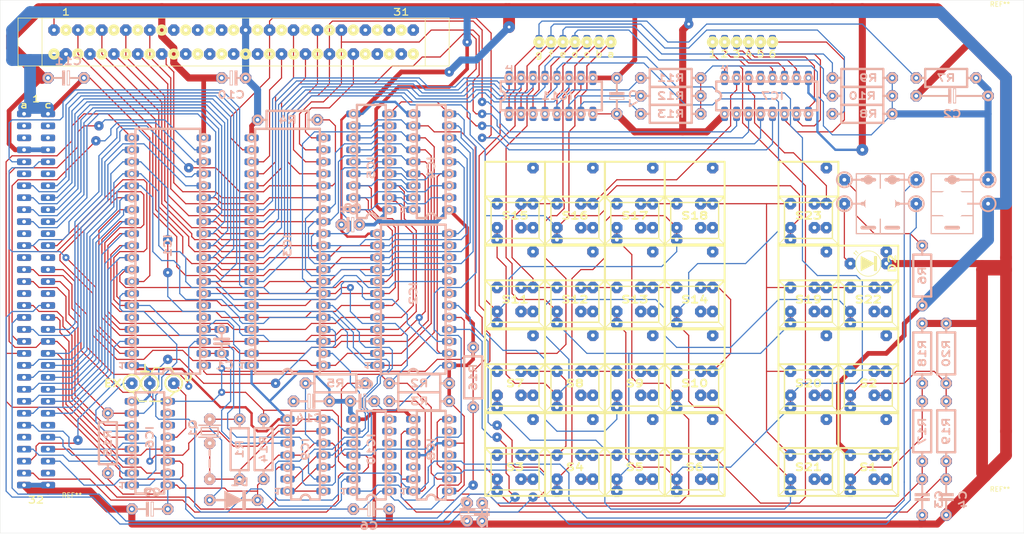
<source format=kicad_pcb>
(kicad_pcb (version 20171130) (host pcbnew "(5.1.4)-1")
  (layers (0 F.Cu signal) (31 B.Cu signal) (34 B.Paste user) (35 F.Paste user) (36 B.SilkS user) (37 F.SilkS user) (38 B.Mask user) (39 F.Mask user) (44 Edge.Cuts user))
  (net 0 "")
  (net 1 "Net-(C1-Pad2)")
  (net 2 "Net-(C1-Pad1)")
  (net 3 +5V)
  (net 4 "Net-(IC1-Pad7)")
  (net 5 "Net-(C3-Pad2)")
  (net 6 "Net-(IC8-Pad11)")
  (net 7 "Net-(IC8-Pad9)")
  (net 8 "Net-(C4-Pad2)")
  (net 9 "Net-(IC8-Pad3)")
  (net 10 "Net-(IC8-Pad5)")
  (net 11 "Net-(IC9-Pad6)")
  (net 12 "Net-(IC10-Pad5)")
  (net 13 "Net-(IC1-Pad34)")
  (net 14 "Net-(R6-Pad1)")
  (net 15 "Net-(R17-Pad2)")
  (net 16 "Net-(R19-Pad2)")
  (net 17 "Net-(IC10-Pad1)")
  (net 18 -5V)
  (net 19 +12V)
  (net 20 "Net-(IC6-Pad12)")
  (net 21 "Net-(IC6-Pad11)")
  (net 22 "Net-(IC6-Pad10)")
  (net 23 "Net-(IC7-Pad11)")
  (net 24 "Net-(IC7-Pad10)")
  (net 25 "Net-(IC7-Pad1)")
  (net 26 "Net-(IC7-Pad2)")
  (net 27 "Net-(IC7-Pad3)")
  (net 28 "Net-(IC7-Pad4)")
  (net 29 "Net-(IC7-Pad5)")
  (net 30 "Net-(IC7-Pad6)")
  (net 31 "Net-(IC7-Pad7)")
  (net 32 "Net-(IC11-Pad10)")
  (net 33 "Net-(IC11-Pad11)")
  (net 34 "Net-(IC11-Pad12)")
  (net 35 "Net-(IC11-Pad13)")
  (net 36 "Net-(IC11-Pad14)")
  (net 37 "Net-(IC11-Pad15)")
  (net 38 "Net-(IC11-Pad16)")
  (net 39 "Net-(IC7-Pad9)")
  (net 40 A0)
  (net 41 D0)
  (net 42 D1)
  (net 43 A1)
  (net 44 A2)
  (net 45 A3)
  (net 46 A4)
  (net 47 A5)
  (net 48 A6)
  (net 49 A7)
  (net 50 A8)
  (net 51 A9)
  (net 52 A10)
  (net 53 A11)
  (net 54 D2)
  (net 55 D3)
  (net 56 D4)
  (net 57 D6)
  (net 58 D7)
  (net 59 A15)
  (net 60 A14)
  (net 61 A13)
  (net 62 A12)
  (net 63 D5)
  (net 64 RES)
  (net 65 SO)
  (net 66 RDY)
  (net 67 PHI1)
  (net 68 IRQ)
  (net 69 NMI)
  (net 70 K7)
  (net 71 RAM.RW)
  (net 72 K0)
  (net 73 K1)
  (net 74 K2)
  (net 75 K3)
  (net 76 K4)
  (net 77 K5)
  (net 78 K6)
  (net 79 RW)
  (net 80 PHI2)
  (net 81 "Net-(D2-Pad2)")
  (net 82 "Net-(J2-PadC2)")
  (net 83 "Net-(J2-PadA2)")
  (net 84 "Net-(J2-PadC3)")
  (net 85 "Net-(J2-PadA3)")
  (net 86 "Net-(J2-PadC6)")
  (net 87 "Net-(J2-PadA6)")
  (net 88 "Net-(J2-PadC13)")
  (net 89 "Net-(J2-PadA16)")
  (net 90 "Net-(J2-PadC11)")
  (net 91 "Net-(J2-PadA13)")
  (net 92 "Net-(J2-PadC16)")
  (net 93 "Net-(J2-PadA11)")
  (net 94 "Net-(J2-PadC27)")
  (net 95 "Net-(J2-PadC31)")
  (net 96 EX)
  (net 97 "Net-(J2-PadA28)")
  (net 98 PA0)
  (net 99 PA1)
  (net 100 PA2)
  (net 101 PA3)
  (net 102 PA4)
  (net 103 PA5)
  (net 104 PA6)
  (net 105 PA7)
  (net 106 PB7)
  (net 107 PB6)
  (net 108 PB5)
  (net 109 PB4)
  (net 110 PB0)
  (net 111 PB1)
  (net 112 PB2)
  (net 113 PB3)
  (net 114 "Net-(J3-Pad11)")
  (net 115 "Net-(J3-Pad13)")
  (net 116 "Net-(J3-Pad15)")
  (net 117 "Net-(J3-Pad27)")
  (net 118 "Net-(J3-Pad29)")
  (net 119 "Net-(J3-Pad31)")
  (net 120 "Net-(J3-Pad12)")
  (net 121 "Net-(J3-Pad14)")
  (net 122 "Net-(J3-Pad16)")
  (net 123 "Net-(J3-Pad18)")
  (net 124 "Net-(J3-Pad28)")
  (net 125 "Net-(J3-Pad30)")
  (net 126 "Net-(C2-Pad1)")
  (net 127 GND)
  (module elektor:Quartz (layer B.Cu) (at 69.85 119.38 270)
    (fp_text reference Q1 (at -0.508 3.556 270) (layer B.SilkS) (effects (font (size 1.5 2) (thickness 0.375)) (justify mirror)))
    (fp_text value 1Mhz)
    (pad 1 thru_hole custom (at 10.16 0 270) (size 1.524 1.524) (drill 0.8) (layers *.Cu *.Mask) (net 11 "Net-(IC9-Pad6)") (options (clearance outline) (anchor rect)) (primitives (gr_poly (pts (xy -1.2 -0.5) (xy -1.2 0.5) (xy -0.5 1.2) (xy 0.5 1.2) (xy 1.2 0.5) (xy 1.2 -0.5) (xy 0.5 -1.2) (xy -0.5 -1.2)) (width 0))))
    (pad 1 thru_hole custom (at 2.54 0 270) (size 1.524 1.524) (drill 0.8) (layers *.Cu *.Mask) (net 11 "Net-(IC9-Pad6)") (options (clearance outline) (anchor rect)) (primitives (gr_poly (pts (xy -1.2 -0.5) (xy -1.2 0.5) (xy -0.5 1.2) (xy 0.5 1.2) (xy 1.2 0.5) (xy 1.2 -0.5) (xy 0.5 -1.2) (xy -0.5 -1.2)) (width 0))))
    (pad 2 thru_hole custom (at -2.54 0 270) (size 1.524 1.524) (drill 0.8) (layers *.Cu *.Mask) (net 2 "Net-(C1-Pad1)") (options (clearance outline) (anchor rect)) (primitives (gr_poly (pts (xy -1.2 -0.5) (xy -1.2 0.5) (xy -0.5 1.2) (xy 0.5 1.2) (xy 1.2 0.5) (xy 1.2 -0.5) (xy 0.5 -1.2) (xy -0.5 -1.2)) (width 0))))
  )
  (module elektor:DIL-40 (layer B.Cu) (at 60.96 81.28 90)
    (fp_text reference IC1 (at 1.27 0 -90) (layer B.SilkS) (effects (font (size 1.5 2) (thickness 0.375)) (justify mirror)))
    (fp_text value 6502)
    (fp_text user 1 (at -24.13 -9.652 -180 unlocked) (layer B.SilkS) (effects (font (size 1.2 2) (thickness 0.3)) (justify mirror)))
    (pad 28 thru_hole roundrect (at 6.35 7.62 90) (size 1.4 3) (drill 0.8) (layers *.Cu *.Mask) (net 63 D5))
    (pad 21 thru_hole roundrect (at 24.13 7.62 90) (size 1.4 3) (drill 0.8) (layers *.Cu *.Mask) (net 127 GND))
    (pad 22 thru_hole roundrect (at 21.59 7.62 90) (size 1.4 3) (drill 0.8) (layers *.Cu *.Mask) (net 62 A12))
    (pad 23 thru_hole roundrect (at 19.05 7.62 90) (size 1.4 3) (drill 0.8) (layers *.Cu *.Mask) (net 61 A13))
    (pad 24 thru_hole roundrect (at 16.51 7.62 90) (size 1.4 3) (drill 0.8) (layers *.Cu *.Mask) (net 60 A14))
    (pad 25 thru_hole roundrect (at 13.97 7.62 90) (size 1.4 3) (drill 0.8) (layers *.Cu *.Mask) (net 59 A15))
    (pad 26 thru_hole roundrect (at 11.43 7.62 90) (size 1.4 3) (drill 0.8) (layers *.Cu *.Mask) (net 58 D7))
    (pad 27 thru_hole roundrect (at 8.89 7.62 90) (size 1.4 3) (drill 0.8) (layers *.Cu *.Mask) (net 57 D6))
    (pad 29 thru_hole roundrect (at 3.81 7.62 90) (size 1.4 3) (drill 0.8) (layers *.Cu *.Mask) (net 56 D4))
    (pad 30 thru_hole roundrect (at 1.27 7.62 90) (size 1.4 3) (drill 0.8) (layers *.Cu *.Mask) (net 55 D3))
    (pad 31 thru_hole roundrect (at -1.27 7.62 90) (size 1.4 3) (drill 0.8) (layers *.Cu *.Mask) (net 54 D2))
    (pad 20 thru_hole roundrect (at 24.13 -7.62 90) (size 1.4 3) (drill 0.8) (layers *.Cu *.Mask) (net 53 A11))
    (pad 19 thru_hole roundrect (at 21.59 -7.62 90) (size 1.4 3) (drill 0.8) (layers *.Cu *.Mask) (net 52 A10))
    (pad 18 thru_hole roundrect (at 19.05 -7.62 90) (size 1.4 3) (drill 0.8) (layers *.Cu *.Mask) (net 51 A9))
    (pad 17 thru_hole roundrect (at 16.51 -7.62 90) (size 1.4 3) (drill 0.8) (layers *.Cu *.Mask) (net 50 A8))
    (pad 16 thru_hole roundrect (at 13.97 -7.62 90) (size 1.4 3) (drill 0.8) (layers *.Cu *.Mask) (net 49 A7))
    (pad 15 thru_hole roundrect (at 11.43 -7.62 90) (size 1.4 3) (drill 0.8) (layers *.Cu *.Mask) (net 48 A6))
    (pad 14 thru_hole roundrect (at 8.89 -7.62 90) (size 1.4 3) (drill 0.8) (layers *.Cu *.Mask) (net 47 A5))
    (pad 13 thru_hole roundrect (at 6.35 -7.62 90) (size 1.4 3) (drill 0.8) (layers *.Cu *.Mask) (net 46 A4))
    (pad 12 thru_hole roundrect (at 3.81 -7.62 90) (size 1.4 3) (drill 0.8) (layers *.Cu *.Mask) (net 45 A3))
    (pad 11 thru_hole roundrect (at 1.27 -7.62 90) (size 1.4 3) (drill 0.8) (layers *.Cu *.Mask) (net 44 A2))
    (pad 10 thru_hole roundrect (at -1.27 -7.62 90) (size 1.4 3) (drill 0.8) (layers *.Cu *.Mask) (net 43 A1))
    (pad 32 thru_hole roundrect (at -3.81 7.62 90) (size 1.4 3) (drill 0.8) (layers *.Cu *.Mask) (net 42 D1))
    (pad 33 thru_hole roundrect (at -6.35 7.62 90) (size 1.4 3) (drill 0.8) (layers *.Cu *.Mask) (net 41 D0))
    (pad 9 thru_hole roundrect (at -3.81 -7.62 90) (size 1.4 3) (drill 0.8) (layers *.Cu *.Mask) (net 40 A0))
    (pad 8 thru_hole roundrect (at -6.35 -7.62 90) (size 1.4 3) (drill 0.8) (layers *.Cu *.Mask) (net 3 +5V))
    (pad 7 thru_hole roundrect (at -8.89 -7.62 90) (size 1.4 3) (drill 0.8) (layers *.Cu *.Mask) (net 4 "Net-(IC1-Pad7)"))
    (pad 6 thru_hole roundrect (at -11.43 -7.62 90) (size 1.4 3) (drill 0.8) (layers *.Cu *.Mask) (net 69 NMI))
    (pad 5 thru_hole roundrect (at -13.97 -7.62 90) (size 1.4 3) (drill 0.8) (layers *.Cu *.Mask))
    (pad 4 thru_hole roundrect (at -16.51 -7.62 90) (size 1.4 3) (drill 0.8) (layers *.Cu *.Mask) (net 68 IRQ))
    (pad 3 thru_hole roundrect (at -19.05 -7.62 90) (size 1.4 3) (drill 0.8) (layers *.Cu *.Mask) (net 67 PHI1))
    (pad 2 thru_hole roundrect (at -21.59 -7.62 90) (size 1.4 3) (drill 0.8) (layers *.Cu *.Mask) (net 66 RDY))
    (pad 1 thru_hole roundrect (at -24.13 -7.62 90) (size 1.4 3) (drill 0.8) (layers *.Cu *.Mask) (net 127 GND))
    (pad 34 thru_hole roundrect (at -8.89 7.62 90) (size 1.4 3) (drill 0.8) (layers *.Cu *.Mask) (net 13 "Net-(IC1-Pad34)"))
    (pad 35 thru_hole roundrect (at -11.43 7.62 90) (size 1.4 3) (drill 0.8) (layers *.Cu *.Mask))
    (pad 36 thru_hole roundrect (at -13.97 7.62 90) (size 1.4 3) (drill 0.8) (layers *.Cu *.Mask))
    (pad 37 thru_hole roundrect (at -16.51 7.62 90) (size 1.4 3) (drill 0.8) (layers *.Cu *.Mask) (net 2 "Net-(C1-Pad1)"))
    (pad 38 thru_hole roundrect (at -19.05 7.62 90) (size 1.4 3) (drill 0.8) (layers *.Cu *.Mask) (net 65 SO))
    (pad 39 thru_hole roundrect (at -21.59 7.62 90) (size 1.4 3) (drill 0.8) (layers *.Cu *.Mask) (net 1 "Net-(C1-Pad2)"))
    (pad 40 thru_hole roundrect (at -24.13 7.62 90) (size 1.4 3) (drill 0.8) (layers *.Cu *.Mask) (net 64 RES))
  )
  (module elektor:SW-2T (layer B.Cu) (at 212.09 71.12)
    (fp_text reference S24 hide)
    (fp_text value STEP)
    (pad "" np_thru_hole circle (at 0 0) (size 6.35 6.35) (drill 6.35) (layers *.Cu *.Mask))
    (pad 4 thru_hole custom (at 7.62 -5.08) (size 1.524 1.524) (drill 0.8) (layers *.Cu *.Mask) (net 69 NMI) (options (clearance outline) (anchor rect)) (primitives (gr_poly (pts (xy -1.2 -0.5) (xy -1.2 0.5) (xy -0.5 1.2) (xy 0.5 1.2) (xy 1.2 0.5) (xy 1.2 -0.5) (xy 0.5 -1.2) (xy -0.5 -1.2)) (width 0))))
    (pad 1 thru_hole custom (at -7.62 -5.08) (size 1.524 1.524) (drill 0.8) (layers *.Cu *.Mask) (net 14 "Net-(R6-Pad1)") (options (clearance outline) (anchor rect)) (primitives (gr_poly (pts (xy -1.2 -0.5) (xy -1.2 0.5) (xy -0.5 1.2) (xy 0.5 1.2) (xy 1.2 0.5) (xy 1.2 -0.5) (xy 0.5 -1.2) (xy -0.5 -1.2)) (width 0))))
    (pad 3 thru_hole custom (at 7.62 0) (size 1.524 1.524) (drill 0.8) (layers *.Cu *.Mask) (net 17 "Net-(IC10-Pad1)") (options (clearance outline) (anchor rect)) (primitives (gr_poly (pts (xy -1.2 -0.5) (xy -1.2 0.5) (xy -0.5 1.2) (xy 0.5 1.2) (xy 1.2 0.5) (xy 1.2 -0.5) (xy 0.5 -1.2) (xy -0.5 -1.2)) (width 0))))
    (pad 2 thru_hole custom (at -7.62 0 180) (size 1.524 1.524) (drill 0.8) (layers *.Cu *.Mask) (net 81 "Net-(D2-Pad2)") (options (clearance outline) (anchor rect)) (primitives (gr_poly (pts (xy -1.2 -0.5) (xy -1.2 0.5) (xy -0.5 1.2) (xy 0.5 1.2) (xy 1.2 0.5) (xy 1.2 -0.5) (xy 0.5 -1.2) (xy -0.5 -1.2)) (width 0))))
  )
  (module elektor:DIL-14 (layer B.Cu) (at 116.84 124.46 90)
    (fp_text reference IC8 (at 1.27 0 90) (layer B.SilkS) (effects (font (size 1.5 2) (thickness 0.375)) (justify mirror)))
    (fp_text value NE556)
    (fp_text user 1 (at -7.62 -5.842 -180 unlocked) (layer B.SilkS) (effects (font (size 1.2 2) (thickness 0.3)) (justify mirror)))
    (pad 7 thru_hole roundrect (at 7.62 -3.81 90) (size 1.4 3) (drill 0.8) (layers *.Cu *.Mask) (net 127 GND))
    (pad 6 thru_hole roundrect (at 5.08 -3.81 90) (size 1.4 3) (drill 0.8) (layers *.Cu *.Mask) (net 8 "Net-(C4-Pad2)"))
    (pad 5 thru_hole roundrect (at 2.54 -3.81 90) (size 1.4 3) (drill 0.8) (layers *.Cu *.Mask) (net 10 "Net-(IC8-Pad5)"))
    (pad 4 thru_hole roundrect (at 0 -3.81 90) (size 1.4 3) (drill 0.8) (layers *.Cu *.Mask) (net 3 +5V))
    (pad 3 thru_hole roundrect (at -2.54 -3.81 90) (size 1.4 3) (drill 0.8) (layers *.Cu *.Mask) (net 9 "Net-(IC8-Pad3)"))
    (pad 2 thru_hole roundrect (at -5.08 -3.81 90) (size 1.4 3) (drill 0.8) (layers *.Cu *.Mask) (net 8 "Net-(C4-Pad2)"))
    (pad 1 thru_hole roundrect (at -7.62 -3.81 90) (size 1.4 3) (drill 0.8) (layers *.Cu *.Mask) (net 69 NMI))
    (pad 8 thru_hole roundrect (at 7.62 3.81 90) (size 1.4 3) (drill 0.8) (layers *.Cu *.Mask) (net 5 "Net-(C3-Pad2)"))
    (pad 9 thru_hole roundrect (at 5.08 3.81 90) (size 1.4 3) (drill 0.8) (layers *.Cu *.Mask) (net 7 "Net-(IC8-Pad9)"))
    (pad 10 thru_hole roundrect (at 2.54 3.81 90) (size 1.4 3) (drill 0.8) (layers *.Cu *.Mask) (net 3 +5V))
    (pad 11 thru_hole roundrect (at 0 3.81 90) (size 1.4 3) (drill 0.8) (layers *.Cu *.Mask) (net 6 "Net-(IC8-Pad11)"))
    (pad 12 thru_hole roundrect (at -2.54 3.81 90) (size 1.4 3) (drill 0.8) (layers *.Cu *.Mask) (net 5 "Net-(C3-Pad2)"))
    (pad 13 thru_hole roundrect (at -5.08 3.81 90) (size 1.4 3) (drill 0.8) (layers *.Cu *.Mask) (net 64 RES))
    (pad 14 thru_hole roundrect (at -7.62 3.81 90) (size 1.4 3) (drill 0.8) (layers *.Cu *.Mask) (net 3 +5V))
  )
  (module elektor:Diod-4 (layer B.Cu) (at 74.93 133.985)
    (fp_text reference D1 (at 1.27 -3.81) (layer B.SilkS) (effects (font (size 1.5 2) (thickness 0.375)) (justify mirror)))
    (fp_text value 1N4148)
    (pad 1 thru_hole custom (at 5.08 0) (size 1.524 1.524) (drill 0.8) (layers *.Cu *.Mask) (net 3 +5V) (options (clearance outline) (anchor rect)) (primitives (gr_poly (pts (xy -1.2 -0.5) (xy -1.2 0.5) (xy -0.5 1.2) (xy 0.5 1.2) (xy 1.2 0.5) (xy 1.2 -0.5) (xy 0.5 -1.2) (xy -0.5 -1.2)) (width 0))))
    (pad 2 thru_hole custom (at -5.08 0) (size 1.524 1.524) (drill 0.8) (layers *.Cu *.Mask) (net 2 "Net-(C1-Pad1)") (options (clearance outline) (anchor rect)) (primitives (gr_poly (pts (xy -1.2 -0.5) (xy -1.2 0.5) (xy -0.5 1.2) (xy 0.5 1.2) (xy 1.2 0.5) (xy 1.2 -0.5) (xy 0.5 -1.2) (xy -0.5 -1.2)) (width 0))))
  )
  (module elektor:DIL-40 (layer B.Cu) (at 86.36 81.28 90)
    (fp_text reference IC3 (at 1.27 0 -90) (layer B.SilkS) (effects (font (size 1.5 2) (thickness 0.375)) (justify mirror)))
    (fp_text value 6532)
    (fp_text user 1 (at -24.13 -9.652 -180 unlocked) (layer B.SilkS) (effects (font (size 1.2 2) (thickness 0.3)) (justify mirror)))
    (pad 28 thru_hole roundrect (at 6.35 7.62 90) (size 1.4 3) (drill 0.8) (layers *.Cu *.Mask) (net 63 D5))
    (pad 21 thru_hole roundrect (at 24.13 7.62 90) (size 1.4 3) (drill 0.8) (layers *.Cu *.Mask) (net 113 PB3))
    (pad 22 thru_hole roundrect (at 21.59 7.62 90) (size 1.4 3) (drill 0.8) (layers *.Cu *.Mask) (net 112 PB2))
    (pad 23 thru_hole roundrect (at 19.05 7.62 90) (size 1.4 3) (drill 0.8) (layers *.Cu *.Mask) (net 111 PB1))
    (pad 24 thru_hole roundrect (at 16.51 7.62 90) (size 1.4 3) (drill 0.8) (layers *.Cu *.Mask) (net 110 PB0))
    (pad 25 thru_hole roundrect (at 13.97 7.62 90) (size 1.4 3) (drill 0.8) (layers *.Cu *.Mask) (net 68 IRQ))
    (pad 26 thru_hole roundrect (at 11.43 7.62 90) (size 1.4 3) (drill 0.8) (layers *.Cu *.Mask) (net 58 D7))
    (pad 27 thru_hole roundrect (at 8.89 7.62 90) (size 1.4 3) (drill 0.8) (layers *.Cu *.Mask) (net 57 D6))
    (pad 29 thru_hole roundrect (at 3.81 7.62 90) (size 1.4 3) (drill 0.8) (layers *.Cu *.Mask) (net 56 D4))
    (pad 30 thru_hole roundrect (at 1.27 7.62 90) (size 1.4 3) (drill 0.8) (layers *.Cu *.Mask) (net 55 D3))
    (pad 31 thru_hole roundrect (at -1.27 7.62 90) (size 1.4 3) (drill 0.8) (layers *.Cu *.Mask) (net 54 D2))
    (pad 20 thru_hole roundrect (at 24.13 -7.62 90) (size 1.4 3) (drill 0.8) (layers *.Cu *.Mask) (net 3 +5V))
    (pad 19 thru_hole roundrect (at 21.59 -7.62 90) (size 1.4 3) (drill 0.8) (layers *.Cu *.Mask) (net 109 PB4))
    (pad 18 thru_hole roundrect (at 19.05 -7.62 90) (size 1.4 3) (drill 0.8) (layers *.Cu *.Mask) (net 108 PB5))
    (pad 17 thru_hole roundrect (at 16.51 -7.62 90) (size 1.4 3) (drill 0.8) (layers *.Cu *.Mask) (net 107 PB6))
    (pad 16 thru_hole roundrect (at 13.97 -7.62 90) (size 1.4 3) (drill 0.8) (layers *.Cu *.Mask) (net 106 PB7))
    (pad 15 thru_hole roundrect (at 11.43 -7.62 90) (size 1.4 3) (drill 0.8) (layers *.Cu *.Mask) (net 105 PA7))
    (pad 14 thru_hole roundrect (at 8.89 -7.62 90) (size 1.4 3) (drill 0.8) (layers *.Cu *.Mask) (net 104 PA6))
    (pad 13 thru_hole roundrect (at 6.35 -7.62 90) (size 1.4 3) (drill 0.8) (layers *.Cu *.Mask) (net 103 PA5))
    (pad 12 thru_hole roundrect (at 3.81 -7.62 90) (size 1.4 3) (drill 0.8) (layers *.Cu *.Mask) (net 102 PA4))
    (pad 11 thru_hole roundrect (at 1.27 -7.62 90) (size 1.4 3) (drill 0.8) (layers *.Cu *.Mask) (net 101 PA3))
    (pad 10 thru_hole roundrect (at -1.27 -7.62 90) (size 1.4 3) (drill 0.8) (layers *.Cu *.Mask) (net 100 PA2))
    (pad 32 thru_hole roundrect (at -3.81 7.62 90) (size 1.4 3) (drill 0.8) (layers *.Cu *.Mask) (net 42 D1))
    (pad 33 thru_hole roundrect (at -6.35 7.62 90) (size 1.4 3) (drill 0.8) (layers *.Cu *.Mask) (net 41 D0))
    (pad 9 thru_hole roundrect (at -3.81 -7.62 90) (size 1.4 3) (drill 0.8) (layers *.Cu *.Mask) (net 99 PA1))
    (pad 8 thru_hole roundrect (at -6.35 -7.62 90) (size 1.4 3) (drill 0.8) (layers *.Cu *.Mask) (net 98 PA0))
    (pad 7 thru_hole roundrect (at -8.89 -7.62 90) (size 1.4 3) (drill 0.8) (layers *.Cu *.Mask) (net 40 A0))
    (pad 6 thru_hole roundrect (at -11.43 -7.62 90) (size 1.4 3) (drill 0.8) (layers *.Cu *.Mask) (net 43 A1))
    (pad 5 thru_hole roundrect (at -13.97 -7.62 90) (size 1.4 3) (drill 0.8) (layers *.Cu *.Mask) (net 44 A2))
    (pad 4 thru_hole roundrect (at -16.51 -7.62 90) (size 1.4 3) (drill 0.8) (layers *.Cu *.Mask) (net 45 A3))
    (pad 3 thru_hole roundrect (at -19.05 -7.62 90) (size 1.4 3) (drill 0.8) (layers *.Cu *.Mask) (net 46 A4))
    (pad 2 thru_hole roundrect (at -21.59 -7.62 90) (size 1.4 3) (drill 0.8) (layers *.Cu *.Mask) (net 47 A5))
    (pad 1 thru_hole roundrect (at -24.13 -7.62 90) (size 1.4 3) (drill 0.8) (layers *.Cu *.Mask) (net 127 GND))
    (pad 34 thru_hole roundrect (at -8.89 7.62 90) (size 1.4 3) (drill 0.8) (layers *.Cu *.Mask) (net 64 RES))
    (pad 35 thru_hole roundrect (at -11.43 7.62 90) (size 1.4 3) (drill 0.8) (layers *.Cu *.Mask) (net 79 RW))
    (pad 36 thru_hole roundrect (at -13.97 7.62 90) (size 1.4 3) (drill 0.8) (layers *.Cu *.Mask) (net 49 A7))
    (pad 37 thru_hole roundrect (at -16.51 7.62 90) (size 1.4 3) (drill 0.8) (layers *.Cu *.Mask) (net 78 K6))
    (pad 38 thru_hole roundrect (at -19.05 7.62 90) (size 1.4 3) (drill 0.8) (layers *.Cu *.Mask) (net 51 A9))
    (pad 39 thru_hole roundrect (at -21.59 7.62 90) (size 1.4 3) (drill 0.8) (layers *.Cu *.Mask) (net 80 PHI2))
    (pad 40 thru_hole roundrect (at -24.13 7.62 90) (size 1.4 3) (drill 0.8) (layers *.Cu *.Mask) (net 48 A6))
  )
  (module elektor:SW-1T (layer B.Cu) (at 227.33 71.12)
    (fp_text reference S25 hide)
    (fp_text value DISPLAY)
    (pad "" np_thru_hole circle (at 0 0) (size 6.35 6.35) (drill 6.35) (layers *.Cu *.Mask))
    (pad 1 thru_hole custom (at 7.62 -5.08) (size 1.524 1.524) (drill 0.8) (layers *.Cu *.Mask) (net 126 "Net-(C2-Pad1)") (options (clearance outline) (anchor rect)) (primitives (gr_poly (pts (xy -1.2 -0.5) (xy -1.2 0.5) (xy -0.5 1.2) (xy 0.5 1.2) (xy 1.2 0.5) (xy 1.2 -0.5) (xy 0.5 -1.2) (xy -0.5 -1.2)) (width 0))))
    (pad 2 thru_hole custom (at 7.62 0) (size 1.524 1.524) (drill 0.8) (layers *.Cu *.Mask) (net 3 +5V) (options (clearance outline) (anchor rect)) (primitives (gr_poly (pts (xy -1.2 -0.5) (xy -1.2 0.5) (xy -0.5 1.2) (xy 0.5 1.2) (xy 1.2 0.5) (xy 1.2 -0.5) (xy 0.5 -1.2) (xy -0.5 -1.2)) (width 0))))
  )
  (module elektor:DIN-41612-AC (layer F.Cu) (at 33.02 52.07)
    (fp_text reference J2 hide)
    (fp_text value C64AC)
    (fp_text user 32 (at 0 81.915) (layer F.SilkS) (effects (font (size 1.4 1.8) (thickness 0.25))))
    (fp_text user c (at 2.54 -1.905) (layer F.SilkS) (effects (font (size 1.4 1.8) (thickness 0.25))))
    (fp_text user a (at -2.54 -1.905) (layer F.SilkS) (effects (font (size 1.4 1.8) (thickness 0.25))))
    (fp_text user 1 (at 0 -3.175) (layer F.SilkS) (effects (font (size 1.4 1.8) (thickness 0.25))))
    (fp_text user c (at 2.54 -1.905) (layer F.SilkS) (effects (font (size 1.4 1.8) (thickness 0.25))))
    (fp_text user a (at -2.54 -1.905) (layer F.SilkS) (effects (font (size 1.4 1.8) (thickness 0.25))))
    (pad A25 thru_hole roundrect (at -2.54 60.96 90) (size 1.4 3) (drill 0.8) (layers *.Cu *.Mask) (net 45 A3))
    (pad C25 thru_hole roundrect (at 2.54 60.96 90) (size 1.4 3) (drill 0.8) (layers *.Cu *.Mask) (net 44 A2))
    (pad A26 thru_hole roundrect (at -2.54 63.5 90) (size 1.4 3) (drill 0.8) (layers *.Cu *.Mask) (net 43 A1))
    (pad A28 thru_hole roundrect (at -2.54 68.58 90) (size 1.4 3) (drill 0.8) (layers *.Cu *.Mask) (net 97 "Net-(J2-PadA28)"))
    (pad C30 thru_hole roundrect (at 2.54 73.66 90) (size 1.4 3) (drill 0.8) (layers *.Cu *.Mask) (net 96 EX))
    (pad A27 thru_hole roundrect (at -2.54 66.04 90) (size 1.4 3) (drill 0.8) (layers *.Cu *.Mask) (net 80 PHI2))
    (pad A30 thru_hole roundrect (at -2.54 73.66 90) (size 1.4 3) (drill 0.8) (layers *.Cu *.Mask) (net 67 PHI1))
    (pad C31 thru_hole roundrect (at 2.54 76.2 90) (size 1.4 3) (drill 0.8) (layers *.Cu *.Mask) (net 95 "Net-(J2-PadC31)"))
    (pad C28 thru_hole roundrect (at 2.54 68.58 90) (size 1.4 3) (drill 0.8) (layers *.Cu *.Mask) (net 74 K2))
    (pad C32 thru_hole roundrect (at 2.54 78.74 90) (size 1.4 3) (drill 0.8) (layers *.Cu *.Mask) (net 127 GND))
    (pad A29 thru_hole roundrect (at -2.54 71.12 90) (size 1.4 3) (drill 0.8) (layers *.Cu *.Mask) (net 73 K1))
    (pad A31 thru_hole roundrect (at -2.54 76.2 90) (size 1.4 3) (drill 0.8) (layers *.Cu *.Mask) (net 71 RAM.RW))
    (pad C26 thru_hole roundrect (at 2.54 63.5 90) (size 1.4 3) (drill 0.8) (layers *.Cu *.Mask) (net 40 A0))
    (pad C27 thru_hole roundrect (at 2.54 66.04 90) (size 1.4 3) (drill 0.8) (layers *.Cu *.Mask) (net 94 "Net-(J2-PadC27)"))
    (pad A32 thru_hole roundrect (at -2.54 78.74 90) (size 1.4 3) (drill 0.8) (layers *.Cu *.Mask) (net 127 GND))
    (pad C29 thru_hole roundrect (at 2.54 71.12 90) (size 1.4 3) (drill 0.8) (layers *.Cu *.Mask) (net 79 RW))
    (pad A17 thru_hole roundrect (at -2.54 40.64 90) (size 1.4 3) (drill 0.8) (layers *.Cu *.Mask) (net 76 K4))
    (pad C17 thru_hole roundrect (at 2.54 40.64 90) (size 1.4 3) (drill 0.8) (layers *.Cu *.Mask) (net 19 +12V))
    (pad A18 thru_hole roundrect (at -2.54 43.18 90) (size 1.4 3) (drill 0.8) (layers *.Cu *.Mask) (net 18 -5V))
    (pad A20 thru_hole roundrect (at -2.54 48.26 90) (size 1.4 3) (drill 0.8) (layers *.Cu *.Mask) (net 61 A13))
    (pad C22 thru_hole roundrect (at 2.54 53.34 90) (size 1.4 3) (drill 0.8) (layers *.Cu *.Mask) (net 50 A8))
    (pad A19 thru_hole roundrect (at -2.54 45.72 90) (size 1.4 3) (drill 0.8) (layers *.Cu *.Mask) (net 59 A15))
    (pad A22 thru_hole roundrect (at -2.54 53.34 90) (size 1.4 3) (drill 0.8) (layers *.Cu *.Mask) (net 51 A9))
    (pad C23 thru_hole roundrect (at 2.54 55.88 90) (size 1.4 3) (drill 0.8) (layers *.Cu *.Mask) (net 48 A6))
    (pad C20 thru_hole roundrect (at 2.54 48.26 90) (size 1.4 3) (drill 0.8) (layers *.Cu *.Mask) (net 62 A12))
    (pad C24 thru_hole roundrect (at 2.54 58.42 90) (size 1.4 3) (drill 0.8) (layers *.Cu *.Mask) (net 46 A4))
    (pad A21 thru_hole roundrect (at -2.54 50.8 90) (size 1.4 3) (drill 0.8) (layers *.Cu *.Mask) (net 53 A11))
    (pad A23 thru_hole roundrect (at -2.54 55.88 90) (size 1.4 3) (drill 0.8) (layers *.Cu *.Mask) (net 49 A7))
    (pad C18 thru_hole roundrect (at 2.54 43.18 90) (size 1.4 3) (drill 0.8) (layers *.Cu *.Mask) (net 75 K3))
    (pad C19 thru_hole roundrect (at 2.54 45.72 90) (size 1.4 3) (drill 0.8) (layers *.Cu *.Mask) (net 60 A14))
    (pad A24 thru_hole roundrect (at -2.54 58.42 90) (size 1.4 3) (drill 0.8) (layers *.Cu *.Mask) (net 47 A5))
    (pad C21 thru_hole roundrect (at 2.54 50.8 90) (size 1.4 3) (drill 0.8) (layers *.Cu *.Mask) (net 52 A10))
    (pad A9 thru_hole roundrect (at -2.54 20.32 90) (size 1.4 3) (drill 0.8) (layers *.Cu *.Mask) (net 63 D5))
    (pad C9 thru_hole roundrect (at 2.54 20.32 90) (size 1.4 3) (drill 0.8) (layers *.Cu *.Mask) (net 56 D4))
    (pad A10 thru_hole roundrect (at -2.54 22.86 90) (size 1.4 3) (drill 0.8) (layers *.Cu *.Mask) (net 58 D7))
    (pad A12 thru_hole roundrect (at -2.54 27.94 90) (size 1.4 3) (drill 0.8) (layers *.Cu *.Mask) (net 68 IRQ))
    (pad C14 thru_hole roundrect (at 2.54 33.02 90) (size 1.4 3) (drill 0.8) (layers *.Cu *.Mask) (net 65 SO))
    (pad A11 thru_hole roundrect (at -2.54 25.4 90) (size 1.4 3) (drill 0.8) (layers *.Cu *.Mask) (net 93 "Net-(J2-PadA11)"))
    (pad A14 thru_hole roundrect (at -2.54 33.02 90) (size 1.4 3) (drill 0.8) (layers *.Cu *.Mask) (net 70 K7))
    (pad C15 thru_hole roundrect (at 2.54 35.56 90) (size 1.4 3) (drill 0.8) (layers *.Cu *.Mask) (net 78 K6))
    (pad C12 thru_hole roundrect (at 2.54 27.94 90) (size 1.4 3) (drill 0.8) (layers *.Cu *.Mask) (net 69 NMI))
    (pad C16 thru_hole roundrect (at 2.54 38.1 90) (size 1.4 3) (drill 0.8) (layers *.Cu *.Mask) (net 92 "Net-(J2-PadC16)"))
    (pad A13 thru_hole roundrect (at -2.54 30.48 90) (size 1.4 3) (drill 0.8) (layers *.Cu *.Mask) (net 91 "Net-(J2-PadA13)"))
    (pad A15 thru_hole roundrect (at -2.54 35.56 90) (size 1.4 3) (drill 0.8) (layers *.Cu *.Mask) (net 77 K5))
    (pad C10 thru_hole roundrect (at 2.54 22.86 90) (size 1.4 3) (drill 0.8) (layers *.Cu *.Mask) (net 57 D6))
    (pad C11 thru_hole roundrect (at 2.54 25.4 90) (size 1.4 3) (drill 0.8) (layers *.Cu *.Mask) (net 90 "Net-(J2-PadC11)"))
    (pad A16 thru_hole roundrect (at -2.54 38.1 90) (size 1.4 3) (drill 0.8) (layers *.Cu *.Mask) (net 89 "Net-(J2-PadA16)"))
    (pad C13 thru_hole roundrect (at 2.54 30.48 90) (size 1.4 3) (drill 0.8) (layers *.Cu *.Mask) (net 88 "Net-(J2-PadC13)"))
    (pad A5 thru_hole roundrect (at -2.54 10.16 90) (size 1.4 3) (drill 0.8) (layers *.Cu *.Mask) (net 64 RES))
    (pad C5 thru_hole roundrect (at 2.54 10.16 90) (size 1.4 3) (drill 0.8) (layers *.Cu *.Mask) (net 66 RDY))
    (pad A6 thru_hole roundrect (at -2.54 12.7 90) (size 1.4 3) (drill 0.8) (layers *.Cu *.Mask) (net 87 "Net-(J2-PadA6)"))
    (pad A8 thru_hole roundrect (at -2.54 17.78 90) (size 1.4 3) (drill 0.8) (layers *.Cu *.Mask) (net 55 D3))
    (pad A7 thru_hole roundrect (at -2.54 15.24 90) (size 1.4 3) (drill 0.8) (layers *.Cu *.Mask) (net 42 D1))
    (pad C8 thru_hole roundrect (at 2.54 17.78 90) (size 1.4 3) (drill 0.8) (layers *.Cu *.Mask) (net 54 D2))
    (pad C6 thru_hole roundrect (at 2.54 12.7 90) (size 1.4 3) (drill 0.8) (layers *.Cu *.Mask) (net 86 "Net-(J2-PadC6)"))
    (pad C7 thru_hole roundrect (at 2.54 15.24 90) (size 1.4 3) (drill 0.8) (layers *.Cu *.Mask) (net 41 D0))
    (pad A4 thru_hole roundrect (at -2.54 7.62 90) (size 1.4 3) (drill 0.8) (layers *.Cu *.Mask) (net 127 GND))
    (pad C4 thru_hole roundrect (at 2.54 7.62 90) (size 1.4 3) (drill 0.8) (layers *.Cu *.Mask) (net 127 GND))
    (pad A3 thru_hole roundrect (at -2.54 5.08 90) (size 1.4 3) (drill 0.8) (layers *.Cu *.Mask) (net 85 "Net-(J2-PadA3)"))
    (pad C3 thru_hole roundrect (at 2.54 5.08 90) (size 1.4 3) (drill 0.8) (layers *.Cu *.Mask) (net 84 "Net-(J2-PadC3)"))
    (pad A2 thru_hole roundrect (at -2.54 2.54 90) (size 1.4 3) (drill 0.8) (layers *.Cu *.Mask) (net 83 "Net-(J2-PadA2)"))
    (pad C2 thru_hole roundrect (at 2.54 2.54 90) (size 1.4 3) (drill 0.8) (layers *.Cu *.Mask) (net 82 "Net-(J2-PadC2)"))
    (pad C1 thru_hole roundrect (at 2.54 0 90) (size 1.4 3) (drill 0.8) (layers *.Cu *.Mask) (net 3 +5V))
    (pad A1 thru_hole roundrect (at -2.54 0 90) (size 1.4 3) (drill 0.8) (layers *.Cu *.Mask) (net 3 +5V))
    (pad "" np_thru_hole circle (at -5.08 83.82 180) (size 2.6 2.6) (drill 2.6) (layers *.Cu *.Mask))
    (pad "" np_thru_hole circle (at -5.08 -5.08 180) (size 2.6 2.6) (drill 2.6) (layers *.Cu *.Mask))
  )
  (module elektor:Conn-Display-Bottom (layer F.Cu) (at 147.32 40.64)
    (fp_text reference J1 hide)
    (fp_text value Display)
    (fp_text user 2 (at 31.75 -1.27) (layer F.SilkS) (effects (font (size 1.4 1.8) (thickness 0.25))))
    (fp_text user 1 (at 29.21 -1.27) (layer F.SilkS) (effects (font (size 1.4 1.8) (thickness 0.25))))
    (fp_text user 6 (at 41.91 -1.27) (layer F.SilkS) (effects (font (size 1.4 1.8) (thickness 0.25))))
    (fp_text user 4 (at 36.83 -1.27) (layer F.SilkS) (effects (font (size 1.4 1.8) (thickness 0.25))))
    (fp_text user 3 (at 34.29 -1.27) (layer F.SilkS) (effects (font (size 1.4 1.8) (thickness 0.25))))
    (fp_text user 5 (at 39.37 -1.27) (layer F.SilkS) (effects (font (size 1.4 1.8) (thickness 0.25))))
    (fp_text user g (at -7.62 -1.27) (layer F.SilkS) (effects (font (size 1.4 1.8) (thickness 0.25))))
    (fp_text user f (at -5.08 -1.27) (layer F.SilkS) (effects (font (size 1.4 1.8) (thickness 0.25))))
    (fp_text user e (at -2.54 -1.27) (layer F.SilkS) (effects (font (size 1.4 1.8) (thickness 0.25))))
    (fp_text user d (at 0 -1.27) (layer F.SilkS) (effects (font (size 1.4 1.8) (thickness 0.25))))
    (fp_text user c (at 2.54 -1.27) (layer F.SilkS) (effects (font (size 1.4 1.8) (thickness 0.25))))
    (fp_text user b (at 5.08 -1.27) (layer F.SilkS) (effects (font (size 1.4 1.8) (thickness 0.25))))
    (fp_text user a (at 7.62 -1.27) (layer F.SilkS) (effects (font (size 1.4 1.8) (thickness 0.25))))
    (pad 2 thru_hole roundrect (at 31.75 -3.81) (size 1.4 3) (drill 0.8) (layers *.Cu *.Mask) (net 30 "Net-(IC7-Pad6)"))
    (pad 4 thru_hole roundrect (at 36.83 -3.81) (size 1.4 3) (drill 0.8) (layers *.Cu *.Mask) (net 39 "Net-(IC7-Pad9)"))
    (pad 1 thru_hole roundrect (at 29.21 -3.81) (size 1.4 3) (drill 0.8) (layers *.Cu *.Mask) (net 29 "Net-(IC7-Pad5)"))
    (pad 5 thru_hole roundrect (at 39.37 -3.81) (size 1.4 3) (drill 0.8) (layers *.Cu *.Mask) (net 24 "Net-(IC7-Pad10)"))
    (pad 3 thru_hole roundrect (at 34.29 -3.81) (size 1.4 3) (drill 0.8) (layers *.Cu *.Mask) (net 31 "Net-(IC7-Pad7)"))
    (pad 6 thru_hole roundrect (at 41.91 -3.81) (size 1.4 3) (drill 0.8) (layers *.Cu *.Mask) (net 23 "Net-(IC7-Pad11)"))
    (pad a thru_hole roundrect (at 7.62 -3.81) (size 1.4 3) (drill 0.8) (layers *.Cu *.Mask) (net 32 "Net-(IC11-Pad10)"))
    (pad b thru_hole roundrect (at 5.08 -3.81) (size 1.4 3) (drill 0.8) (layers *.Cu *.Mask) (net 33 "Net-(IC11-Pad11)"))
    (pad c thru_hole roundrect (at 2.54 -3.81) (size 1.4 3) (drill 0.8) (layers *.Cu *.Mask) (net 34 "Net-(IC11-Pad12)"))
    (pad d thru_hole roundrect (at 0 -3.81) (size 1.4 3) (drill 0.8) (layers *.Cu *.Mask) (net 35 "Net-(IC11-Pad13)"))
    (pad e thru_hole roundrect (at -2.54 -3.81) (size 1.4 3) (drill 0.8) (layers *.Cu *.Mask) (net 36 "Net-(IC11-Pad14)"))
    (pad f thru_hole roundrect (at -5.08 -3.81) (size 1.4 3) (drill 0.8) (layers *.Cu *.Mask) (net 37 "Net-(IC11-Pad15)"))
    (pad g thru_hole roundrect (at -7.62 -3.81) (size 1.4 3) (drill 0.8) (layers *.Cu *.Mask) (net 38 "Net-(IC11-Pad16)"))
  )
  (module Mounting_Holes:MountingHole_3.2mm_M3 (layer F.Cu) (at 40.64 137.16)
    (fp_text reference REF** (at 0 -4.2) (layer F.SilkS))
    (fp_text value MountingHole_3.2mm_M3)
    (pad 1 np_thru_hole circle (at 0 0) (size 3.2 3.2) (drill 3.2) (layers *.Cu *.Mask))
  )
  (module Mounting_Holes:MountingHole_3.2mm_M3 (layer F.Cu) (at 237.49 33.02)
    (fp_text reference REF** (at 0 -4.2) (layer F.SilkS))
    (fp_text value MountingHole_3.2mm_M3)
    (pad 1 np_thru_hole circle (at 0 0) (size 3.2 3.2) (drill 3.2) (layers *.Cu *.Mask))
  )
  (module Mounting_Holes:MountingHole_3.2mm_M3 (layer F.Cu) (at 237.49 135.89)
    (fp_text reference REF** (at 0 -4.2) (layer F.SilkS))
    (fp_text value MountingHole_3.2mm_M3)
    (pad 1 np_thru_hole circle (at 0 0) (size 3.2 3.2) (drill 3.2) (layers *.Cu *.Mask))
  )
  (module Mounting_Holes:MountingHole_3.2mm_M3 (layer F.Cu) (at 184.15 88.9)
    (fp_text reference REF** hide)
    (fp_text value MountingHole_3.2mm_M3)
    (pad 1 np_thru_hole circle (at 0 0) (size 3.2 3.2) (drill 3.2) (layers *.Cu *.Mask))
  )
  (module elektor:DIL-18 (layer B.Cu) (at 104.14 62.23 90)
    (fp_text reference IC5 (at -1.27 0 90) (layer B.SilkS) (effects (font (size 1.5 2) (thickness 0.375)) (justify mirror)))
    (fp_text value 2114)
    (fp_text user 1 (at -10.16 -5.842 -180 unlocked) (layer B.SilkS) (effects (font (size 1.2 2) (thickness 0.3)) (justify mirror)))
    (pad 10 thru_hole roundrect (at 10.16 3.81 90) (size 1.4 3) (drill 0.8) (layers *.Cu *.Mask) (net 71 RAM.RW))
    (pad 11 thru_hole roundrect (at 7.62 3.81 90) (size 1.4 3) (drill 0.8) (layers *.Cu *.Mask) (net 58 D7))
    (pad 9 thru_hole roundrect (at 10.16 -3.81 90) (size 1.4 3) (drill 0.8) (layers *.Cu *.Mask) (net 127 GND))
    (pad 8 thru_hole roundrect (at 7.62 -3.81 90) (size 1.4 3) (drill 0.8) (layers *.Cu *.Mask) (net 72 K0))
    (pad 7 thru_hole roundrect (at 5.08 -3.81 90) (size 1.4 3) (drill 0.8) (layers *.Cu *.Mask) (net 49 A7))
    (pad 6 thru_hole roundrect (at 2.54 -3.81 90) (size 1.4 3) (drill 0.8) (layers *.Cu *.Mask) (net 48 A6))
    (pad 5 thru_hole roundrect (at 0 -3.81 90) (size 1.4 3) (drill 0.8) (layers *.Cu *.Mask) (net 47 A5))
    (pad 4 thru_hole roundrect (at -2.54 -3.81 90) (size 1.4 3) (drill 0.8) (layers *.Cu *.Mask) (net 51 A9))
    (pad 3 thru_hole roundrect (at -5.08 -3.81 90) (size 1.4 3) (drill 0.8) (layers *.Cu *.Mask) (net 44 A2))
    (pad 2 thru_hole roundrect (at -7.62 -3.81 90) (size 1.4 3) (drill 0.8) (layers *.Cu *.Mask) (net 43 A1))
    (pad 1 thru_hole roundrect (at -10.16 -3.81 90) (size 1.4 3) (drill 0.8) (layers *.Cu *.Mask) (net 40 A0))
    (pad 12 thru_hole roundrect (at 5.08 3.81 90) (size 1.4 3) (drill 0.8) (layers *.Cu *.Mask) (net 57 D6))
    (pad 13 thru_hole roundrect (at 2.54 3.81 90) (size 1.4 3) (drill 0.8) (layers *.Cu *.Mask) (net 63 D5))
    (pad 14 thru_hole roundrect (at 0 3.81 90) (size 1.4 3) (drill 0.8) (layers *.Cu *.Mask) (net 56 D4))
    (pad 15 thru_hole roundrect (at -2.54 3.81 90) (size 1.4 3) (drill 0.8) (layers *.Cu *.Mask) (net 50 A8))
    (pad 16 thru_hole roundrect (at -5.08 3.81 90) (size 1.4 3) (drill 0.8) (layers *.Cu *.Mask) (net 46 A4))
    (pad 17 thru_hole roundrect (at -7.62 3.81 90) (size 1.4 3) (drill 0.8) (layers *.Cu *.Mask) (net 45 A3))
    (pad 18 thru_hole roundrect (at -10.16 3.81 90) (size 1.4 3) (drill 0.8) (layers *.Cu *.Mask) (net 3 +5V))
  )
  (module elektor:DIL-18 (layer B.Cu) (at 116.84 62.23 90)
    (fp_text reference IC4 (at -1.27 0 -90) (layer B.SilkS) (effects (font (size 1.5 2) (thickness 0.375)) (justify mirror)))
    (fp_text value 2114)
    (fp_text user 1 (at -10.16 -5.842 -180 unlocked) (layer B.SilkS) (effects (font (size 1.2 2) (thickness 0.3)) (justify mirror)))
    (pad 10 thru_hole roundrect (at 10.16 3.81 90) (size 1.4 3) (drill 0.8) (layers *.Cu *.Mask) (net 71 RAM.RW))
    (pad 11 thru_hole roundrect (at 7.62 3.81 90) (size 1.4 3) (drill 0.8) (layers *.Cu *.Mask) (net 41 D0))
    (pad 9 thru_hole roundrect (at 10.16 -3.81 90) (size 1.4 3) (drill 0.8) (layers *.Cu *.Mask) (net 127 GND))
    (pad 8 thru_hole roundrect (at 7.62 -3.81 90) (size 1.4 3) (drill 0.8) (layers *.Cu *.Mask) (net 72 K0))
    (pad 7 thru_hole roundrect (at 5.08 -3.81 90) (size 1.4 3) (drill 0.8) (layers *.Cu *.Mask) (net 49 A7))
    (pad 6 thru_hole roundrect (at 2.54 -3.81 90) (size 1.4 3) (drill 0.8) (layers *.Cu *.Mask) (net 48 A6))
    (pad 5 thru_hole roundrect (at 0 -3.81 90) (size 1.4 3) (drill 0.8) (layers *.Cu *.Mask) (net 47 A5))
    (pad 4 thru_hole roundrect (at -2.54 -3.81 90) (size 1.4 3) (drill 0.8) (layers *.Cu *.Mask) (net 51 A9))
    (pad 3 thru_hole roundrect (at -5.08 -3.81 90) (size 1.4 3) (drill 0.8) (layers *.Cu *.Mask) (net 44 A2))
    (pad 2 thru_hole roundrect (at -7.62 -3.81 90) (size 1.4 3) (drill 0.8) (layers *.Cu *.Mask) (net 43 A1))
    (pad 1 thru_hole roundrect (at -10.16 -3.81 90) (size 1.4 3) (drill 0.8) (layers *.Cu *.Mask) (net 40 A0))
    (pad 12 thru_hole roundrect (at 5.08 3.81 90) (size 1.4 3) (drill 0.8) (layers *.Cu *.Mask) (net 42 D1))
    (pad 13 thru_hole roundrect (at 2.54 3.81 90) (size 1.4 3) (drill 0.8) (layers *.Cu *.Mask) (net 54 D2))
    (pad 14 thru_hole roundrect (at 0 3.81 90) (size 1.4 3) (drill 0.8) (layers *.Cu *.Mask) (net 55 D3))
    (pad 15 thru_hole roundrect (at -2.54 3.81 90) (size 1.4 3) (drill 0.8) (layers *.Cu *.Mask) (net 50 A8))
    (pad 16 thru_hole roundrect (at -5.08 3.81 90) (size 1.4 3) (drill 0.8) (layers *.Cu *.Mask) (net 46 A4))
    (pad 17 thru_hole roundrect (at -7.62 3.81 90) (size 1.4 3) (drill 0.8) (layers *.Cu *.Mask) (net 45 A3))
    (pad 18 thru_hole roundrect (at -10.16 3.81 90) (size 1.4 3) (drill 0.8) (layers *.Cu *.Mask) (net 3 +5V))
  )
  (module elektor:DIL-14 (layer B.Cu) (at 90.17 124.46 90)
    (fp_text reference IC9 (at 1.27 0 -90) (layer B.SilkS) (effects (font (size 1.5 2) (thickness 0.375)) (justify mirror)))
    (fp_text value 74LS00)
    (fp_text user 1 (at -7.62 -5.842 -180 unlocked) (layer B.SilkS) (effects (font (size 1.2 2) (thickness 0.3)) (justify mirror)))
    (pad 7 thru_hole roundrect (at 7.62 -3.81 90) (size 1.4 3) (drill 0.8) (layers *.Cu *.Mask))
    (pad 6 thru_hole roundrect (at 5.08 -3.81 90) (size 1.4 3) (drill 0.8) (layers *.Cu *.Mask) (net 11 "Net-(IC9-Pad6)"))
    (pad 5 thru_hole roundrect (at 2.54 -3.81 90) (size 1.4 3) (drill 0.8) (layers *.Cu *.Mask) (net 1 "Net-(C1-Pad2)"))
    (pad 4 thru_hole roundrect (at 0 -3.81 90) (size 1.4 3) (drill 0.8) (layers *.Cu *.Mask) (net 3 +5V))
    (pad 3 thru_hole roundrect (at -2.54 -3.81 90) (size 1.4 3) (drill 0.8) (layers *.Cu *.Mask) (net 79 RW))
    (pad 2 thru_hole roundrect (at -5.08 -3.81 90) (size 1.4 3) (drill 0.8) (layers *.Cu *.Mask) (net 12 "Net-(IC10-Pad5)"))
    (pad 1 thru_hole roundrect (at -7.62 -3.81 90) (size 1.4 3) (drill 0.8) (layers *.Cu *.Mask) (net 3 +5V))
    (pad 8 thru_hole roundrect (at 7.62 3.81 90) (size 1.4 3) (drill 0.8) (layers *.Cu *.Mask) (net 80 PHI2))
    (pad 9 thru_hole roundrect (at 5.08 3.81 90) (size 1.4 3) (drill 0.8) (layers *.Cu *.Mask) (net 11 "Net-(IC9-Pad6)"))
    (pad 10 thru_hole roundrect (at 2.54 3.81 90) (size 1.4 3) (drill 0.8) (layers *.Cu *.Mask) (net 3 +5V))
    (pad 11 thru_hole roundrect (at 0 3.81 90) (size 1.4 3) (drill 0.8) (layers *.Cu *.Mask) (net 12 "Net-(IC10-Pad5)"))
    (pad 12 thru_hole roundrect (at -2.54 3.81 90) (size 1.4 3) (drill 0.8) (layers *.Cu *.Mask) (net 3 +5V))
    (pad 13 thru_hole roundrect (at -5.08 3.81 90) (size 1.4 3) (drill 0.8) (layers *.Cu *.Mask) (net 13 "Net-(IC1-Pad34)"))
    (pad 14 thru_hole roundrect (at -7.62 3.81 90) (size 1.4 3) (drill 0.8) (layers *.Cu *.Mask) (net 3 +5V))
  )
  (module elektor:DIL-14 (layer B.Cu) (at 104.14 124.46 90)
    (fp_text reference IC10 (at 1.27 0 90) (layer B.SilkS) (effects (font (size 1.5 2) (thickness 0.375)) (justify mirror)))
    (fp_text value 74LS01)
    (fp_text user 1 (at -7.62 -5.842 -180 unlocked) (layer B.SilkS) (effects (font (size 1.2 2) (thickness 0.3)) (justify mirror)))
    (pad 7 thru_hole roundrect (at 7.62 -3.81 90) (size 1.4 3) (drill 0.8) (layers *.Cu *.Mask))
    (pad 6 thru_hole roundrect (at 5.08 -3.81 90) (size 1.4 3) (drill 0.8) (layers *.Cu *.Mask) (net 80 PHI2))
    (pad 5 thru_hole roundrect (at 2.54 -3.81 90) (size 1.4 3) (drill 0.8) (layers *.Cu *.Mask) (net 12 "Net-(IC10-Pad5)"))
    (pad 4 thru_hole roundrect (at 0 -3.81 90) (size 1.4 3) (drill 0.8) (layers *.Cu *.Mask) (net 71 RAM.RW))
    (pad 3 thru_hole roundrect (at -2.54 -3.81 90) (size 1.4 3) (drill 0.8) (layers *.Cu *.Mask) (net 70 K7))
    (pad 2 thru_hole roundrect (at -5.08 -3.81 90) (size 1.4 3) (drill 0.8) (layers *.Cu *.Mask) (net 4 "Net-(IC1-Pad7)"))
    (pad 1 thru_hole roundrect (at -7.62 -3.81 90) (size 1.4 3) (drill 0.8) (layers *.Cu *.Mask) (net 17 "Net-(IC10-Pad1)"))
    (pad 8 thru_hole roundrect (at 7.62 3.81 90) (size 1.4 3) (drill 0.8) (layers *.Cu *.Mask))
    (pad 9 thru_hole roundrect (at 5.08 3.81 90) (size 1.4 3) (drill 0.8) (layers *.Cu *.Mask))
    (pad 10 thru_hole roundrect (at 2.54 3.81 90) (size 1.4 3) (drill 0.8) (layers *.Cu *.Mask))
    (pad 11 thru_hole roundrect (at 0 3.81 90) (size 1.4 3) (drill 0.8) (layers *.Cu *.Mask))
    (pad 12 thru_hole roundrect (at -2.54 3.81 90) (size 1.4 3) (drill 0.8) (layers *.Cu *.Mask))
    (pad 13 thru_hole roundrect (at -5.08 3.81 90) (size 1.4 3) (drill 0.8) (layers *.Cu *.Mask))
    (pad 14 thru_hole roundrect (at -7.62 3.81 90) (size 1.4 3) (drill 0.8) (layers *.Cu *.Mask) (net 3 +5V))
  )
  (module elektor:Res-5 (layer B.Cu) (at 76.2 123.19 270)
    (fp_text reference R1 (at 0 0 270) (layer B.SilkS) (effects (font (size 1.5 2) (thickness 0.375)) (justify mirror)))
    (fp_text value 3k3)
    (pad 2 thru_hole custom (at 6.35 0 270) (size 1.524 1.524) (drill 0.8) (layers *.Cu *.Mask) (net 11 "Net-(IC9-Pad6)") (options (clearance outline) (anchor rect)) (primitives (gr_poly (pts (xy -1.2 -0.5) (xy -1.2 0.5) (xy -0.5 1.2) (xy 0.5 1.2) (xy 1.2 0.5) (xy 1.2 -0.5) (xy 0.5 -1.2) (xy -0.5 -1.2)) (width 0))))
    (pad 1 thru_hole custom (at -6.35 0 270) (size 1.524 1.524) (drill 0.8) (layers *.Cu *.Mask) (net 2 "Net-(C1-Pad1)") (options (clearance outline) (anchor rect)) (primitives (gr_poly (pts (xy -1.2 -0.5) (xy -1.2 0.5) (xy -0.5 1.2) (xy 0.5 1.2) (xy 1.2 0.5) (xy 1.2 -0.5) (xy 0.5 -1.2) (xy -0.5 -1.2)) (width 0))))
  )
  (module elektor:Res-5 (layer B.Cu) (at 114.3 109.22 180)
    (fp_text reference R2 (at 0 0) (layer B.SilkS) (effects (font (size 1.5 2) (thickness 0.375)) (justify mirror)))
    (fp_text value 3k3)
    (pad 2 thru_hole custom (at 6.35 0 180) (size 1.524 1.524) (drill 0.8) (layers *.Cu *.Mask) (net 64 RES) (options (clearance outline) (anchor rect)) (primitives (gr_poly (pts (xy -1.2 -0.5) (xy -1.2 0.5) (xy -0.5 1.2) (xy 0.5 1.2) (xy 1.2 0.5) (xy 1.2 -0.5) (xy 0.5 -1.2) (xy -0.5 -1.2)) (width 0))))
    (pad 1 thru_hole custom (at -6.35 0 180) (size 1.524 1.524) (drill 0.8) (layers *.Cu *.Mask) (net 3 +5V) (options (clearance outline) (anchor rect)) (primitives (gr_poly (pts (xy -1.2 -0.5) (xy -1.2 0.5) (xy -0.5 1.2) (xy 0.5 1.2) (xy 1.2 0.5) (xy 1.2 -0.5) (xy 0.5 -1.2) (xy -0.5 -1.2)) (width 0))))
  )
  (module elektor:Res-5 (layer B.Cu) (at 114.3 113.03 180)
    (fp_text reference R3 (at 0 0) (layer B.SilkS) (effects (font (size 1.5 2) (thickness 0.375)) (justify mirror)))
    (fp_text value 3k3)
    (pad 2 thru_hole custom (at 6.35 0 180) (size 1.524 1.524) (drill 0.8) (layers *.Cu *.Mask) (net 69 NMI) (options (clearance outline) (anchor rect)) (primitives (gr_poly (pts (xy -1.2 -0.5) (xy -1.2 0.5) (xy -0.5 1.2) (xy 0.5 1.2) (xy 1.2 0.5) (xy 1.2 -0.5) (xy 0.5 -1.2) (xy -0.5 -1.2)) (width 0))))
    (pad 1 thru_hole custom (at -6.35 0 180) (size 1.524 1.524) (drill 0.8) (layers *.Cu *.Mask) (net 3 +5V) (options (clearance outline) (anchor rect)) (primitives (gr_poly (pts (xy -1.2 -0.5) (xy -1.2 0.5) (xy -0.5 1.2) (xy 0.5 1.2) (xy 1.2 0.5) (xy 1.2 -0.5) (xy 0.5 -1.2) (xy -0.5 -1.2)) (width 0))))
  )
  (module elektor:Res-5 (layer B.Cu) (at 86.36 53.34)
    (fp_text reference R4 (at 0 0) (layer B.SilkS) (effects (font (size 1.5 2) (thickness 0.375)) (justify mirror)))
    (fp_text value 3k3)
    (pad 2 thru_hole custom (at 6.35 0) (size 1.524 1.524) (drill 0.8) (layers *.Cu *.Mask) (net 68 IRQ) (options (clearance outline) (anchor rect)) (primitives (gr_poly (pts (xy -1.2 -0.5) (xy -1.2 0.5) (xy -0.5 1.2) (xy 0.5 1.2) (xy 1.2 0.5) (xy 1.2 -0.5) (xy 0.5 -1.2) (xy -0.5 -1.2)) (width 0))))
    (pad 1 thru_hole custom (at -6.35 0) (size 1.524 1.524) (drill 0.8) (layers *.Cu *.Mask) (net 3 +5V) (options (clearance outline) (anchor rect)) (primitives (gr_poly (pts (xy -1.2 -0.5) (xy -1.2 0.5) (xy -0.5 1.2) (xy 0.5 1.2) (xy 1.2 0.5) (xy 1.2 -0.5) (xy 0.5 -1.2) (xy -0.5 -1.2)) (width 0))))
  )
  (module elektor:Res-5 (layer B.Cu) (at 220.98 86.36 270)
    (fp_text reference R6 (at 0 0 90) (layer B.SilkS) (effects (font (size 1.5 2) (thickness 0.375)) (justify mirror)))
    (fp_text value 330)
    (pad 2 thru_hole custom (at 6.35 0 270) (size 1.524 1.524) (drill 0.8) (layers *.Cu *.Mask) (net 3 +5V) (options (clearance outline) (anchor rect)) (primitives (gr_poly (pts (xy -1.2 -0.5) (xy -1.2 0.5) (xy -0.5 1.2) (xy 0.5 1.2) (xy 1.2 0.5) (xy 1.2 -0.5) (xy 0.5 -1.2) (xy -0.5 -1.2)) (width 0))))
    (pad 1 thru_hole custom (at -6.35 0 270) (size 1.524 1.524) (drill 0.8) (layers *.Cu *.Mask) (net 14 "Net-(R6-Pad1)") (options (clearance outline) (anchor rect)) (primitives (gr_poly (pts (xy -1.2 -0.5) (xy -1.2 0.5) (xy -0.5 1.2) (xy 0.5 1.2) (xy 1.2 0.5) (xy 1.2 -0.5) (xy 0.5 -1.2) (xy -0.5 -1.2)) (width 0))))
  )
  (module elektor:Res-5 (layer B.Cu) (at 220.98 119.38 90)
    (fp_text reference R17 (at 0 0 -90) (layer B.SilkS) (effects (font (size 1.5 2) (thickness 0.375)) (justify mirror)))
    (fp_text value 2k2)
    (pad 2 thru_hole custom (at 6.35 0 90) (size 1.524 1.524) (drill 0.8) (layers *.Cu *.Mask) (net 15 "Net-(R17-Pad2)") (options (clearance outline) (anchor rect)) (primitives (gr_poly (pts (xy -1.2 -0.5) (xy -1.2 0.5) (xy -0.5 1.2) (xy 0.5 1.2) (xy 1.2 0.5) (xy 1.2 -0.5) (xy 0.5 -1.2) (xy -0.5 -1.2)) (width 0))))
    (pad 1 thru_hole custom (at -6.35 0 90) (size 1.524 1.524) (drill 0.8) (layers *.Cu *.Mask) (net 5 "Net-(C3-Pad2)") (options (clearance outline) (anchor rect)) (primitives (gr_poly (pts (xy -1.2 -0.5) (xy -1.2 0.5) (xy -0.5 1.2) (xy 0.5 1.2) (xy 1.2 0.5) (xy 1.2 -0.5) (xy 0.5 -1.2) (xy -0.5 -1.2)) (width 0))))
  )
  (module elektor:Res-5 (layer B.Cu) (at 220.98 102.87 270)
    (fp_text reference R18 (at 0 0 270) (layer B.SilkS) (effects (font (size 1.5 2) (thickness 0.375)) (justify mirror)))
    (fp_text value 68k)
    (pad 2 thru_hole custom (at 6.35 0 270) (size 1.524 1.524) (drill 0.8) (layers *.Cu *.Mask) (net 15 "Net-(R17-Pad2)") (options (clearance outline) (anchor rect)) (primitives (gr_poly (pts (xy -1.2 -0.5) (xy -1.2 0.5) (xy -0.5 1.2) (xy 0.5 1.2) (xy 1.2 0.5) (xy 1.2 -0.5) (xy 0.5 -1.2) (xy -0.5 -1.2)) (width 0))))
    (pad 1 thru_hole custom (at -6.35 0 270) (size 1.524 1.524) (drill 0.8) (layers *.Cu *.Mask) (net 127 GND) (options (clearance outline) (anchor rect)) (primitives (gr_poly (pts (xy -1.2 -0.5) (xy -1.2 0.5) (xy -0.5 1.2) (xy 0.5 1.2) (xy 1.2 0.5) (xy 1.2 -0.5) (xy 0.5 -1.2) (xy -0.5 -1.2)) (width 0))))
  )
  (module elektor:Res-5 (layer B.Cu) (at 226.06 119.38 90)
    (fp_text reference R19 (at 0 0 -90) (layer B.SilkS) (effects (font (size 1.5 2) (thickness 0.375)) (justify mirror)))
    (fp_text value 2k2)
    (pad 2 thru_hole custom (at 6.35 0 90) (size 1.524 1.524) (drill 0.8) (layers *.Cu *.Mask) (net 16 "Net-(R19-Pad2)") (options (clearance outline) (anchor rect)) (primitives (gr_poly (pts (xy -1.2 -0.5) (xy -1.2 0.5) (xy -0.5 1.2) (xy 0.5 1.2) (xy 1.2 0.5) (xy 1.2 -0.5) (xy 0.5 -1.2) (xy -0.5 -1.2)) (width 0))))
    (pad 1 thru_hole custom (at -6.35 0 90) (size 1.524 1.524) (drill 0.8) (layers *.Cu *.Mask) (net 8 "Net-(C4-Pad2)") (options (clearance outline) (anchor rect)) (primitives (gr_poly (pts (xy -1.2 -0.5) (xy -1.2 0.5) (xy -0.5 1.2) (xy 0.5 1.2) (xy 1.2 0.5) (xy 1.2 -0.5) (xy 0.5 -1.2) (xy -0.5 -1.2)) (width 0))))
  )
  (module elektor:Res-5 (layer B.Cu) (at 226.06 102.87 270)
    (fp_text reference R20 (at 0 0 270) (layer B.SilkS) (effects (font (size 1.5 2) (thickness 0.375)) (justify mirror)))
    (fp_text value 68k)
    (pad 2 thru_hole custom (at 6.35 0 270) (size 1.524 1.524) (drill 0.8) (layers *.Cu *.Mask) (net 16 "Net-(R19-Pad2)") (options (clearance outline) (anchor rect)) (primitives (gr_poly (pts (xy -1.2 -0.5) (xy -1.2 0.5) (xy -0.5 1.2) (xy 0.5 1.2) (xy 1.2 0.5) (xy 1.2 -0.5) (xy 0.5 -1.2) (xy -0.5 -1.2)) (width 0))))
    (pad 1 thru_hole custom (at -6.35 0 270) (size 1.524 1.524) (drill 0.8) (layers *.Cu *.Mask) (net 127 GND) (options (clearance outline) (anchor rect)) (primitives (gr_poly (pts (xy -1.2 -0.5) (xy -1.2 0.5) (xy -0.5 1.2) (xy 0.5 1.2) (xy 1.2 0.5) (xy 1.2 -0.5) (xy 0.5 -1.2) (xy -0.5 -1.2)) (width 0))))
  )
  (module elektor:Res-5 (layer B.Cu) (at 81.28 123.19 90)
    (fp_text reference R14 (at 0 0 270) (layer B.SilkS) (effects (font (size 1.5 2) (thickness 0.375)) (justify mirror)))
    (fp_text value 3k3)
    (pad 2 thru_hole custom (at 6.35 0 90) (size 1.524 1.524) (drill 0.8) (layers *.Cu *.Mask) (net 70 K7) (options (clearance outline) (anchor rect)) (primitives (gr_poly (pts (xy -1.2 -0.5) (xy -1.2 0.5) (xy -0.5 1.2) (xy 0.5 1.2) (xy 1.2 0.5) (xy 1.2 -0.5) (xy 0.5 -1.2) (xy -0.5 -1.2)) (width 0))))
    (pad 1 thru_hole custom (at -6.35 0 90) (size 1.524 1.524) (drill 0.8) (layers *.Cu *.Mask) (net 3 +5V) (options (clearance outline) (anchor rect)) (primitives (gr_poly (pts (xy -1.2 -0.5) (xy -1.2 0.5) (xy -0.5 1.2) (xy 0.5 1.2) (xy 1.2 0.5) (xy 1.2 -0.5) (xy 0.5 -1.2) (xy -0.5 -1.2)) (width 0))))
  )
  (module elektor:Res-5 (layer B.Cu) (at 125.73 107.95 270)
    (fp_text reference R16 (at 0 0 90) (layer B.SilkS) (effects (font (size 1.5 2) (thickness 0.375)) (justify mirror)))
    (fp_text value 3k3)
    (pad 2 thru_hole custom (at 6.35 0 270) (size 1.524 1.524) (drill 0.8) (layers *.Cu *.Mask) (net 72 K0) (options (clearance outline) (anchor rect)) (primitives (gr_poly (pts (xy -1.2 -0.5) (xy -1.2 0.5) (xy -0.5 1.2) (xy 0.5 1.2) (xy 1.2 0.5) (xy 1.2 -0.5) (xy 0.5 -1.2) (xy -0.5 -1.2)) (width 0))))
    (pad 1 thru_hole custom (at -6.35 0 270) (size 1.524 1.524) (drill 0.8) (layers *.Cu *.Mask) (net 3 +5V) (options (clearance outline) (anchor rect)) (primitives (gr_poly (pts (xy -1.2 -0.5) (xy -1.2 0.5) (xy -0.5 1.2) (xy 0.5 1.2) (xy 1.2 0.5) (xy 1.2 -0.5) (xy 0.5 -1.2) (xy -0.5 -1.2)) (width 0))))
  )
  (module elektor:CAP-2 (layer B.Cu) (at 72.39 100.33 270)
    (fp_text reference C1 (at 5.08 -0.635 unlocked) (layer B.SilkS) (effects (font (size 1.5 2) (thickness 0.375)) (justify mirror)))
    (fp_text value 10p)
    (pad 2 thru_hole roundrect (at 2.54 0 270) (size 1.4 3) (drill 0.8) (layers *.Cu *.Mask) (net 1 "Net-(C1-Pad2)"))
    (pad 1 thru_hole roundrect (at -2.54 0 270) (size 1.4 3) (drill 0.8) (layers *.Cu *.Mask) (net 2 "Net-(C1-Pad1)"))
  )
  (module elektor:DIL-16 (layer B.Cu) (at 187.96 48.26)
    (fp_text reference IC7 (at 1.27 0) (layer B.SilkS) (effects (font (size 1.5 2) (thickness 0.375)) (justify mirror)))
    (fp_text value 74LS145)
    (fp_text user 1 (at -8.89 -5.842 -270 unlocked) (layer B.SilkS) (effects (font (size 1.2 2) (thickness 0.3)) (justify mirror)))
    (pad 9 thru_hole roundrect (at 8.89 3.81) (size 1.4 3) (drill 0.8) (layers *.Cu *.Mask) (net 39 "Net-(IC7-Pad9)"))
    (pad 8 thru_hole roundrect (at 8.89 -3.81) (size 1.4 3) (drill 0.8) (layers *.Cu *.Mask) (net 127 GND))
    (pad 7 thru_hole roundrect (at 6.35 -3.81) (size 1.4 3) (drill 0.8) (layers *.Cu *.Mask) (net 31 "Net-(IC7-Pad7)"))
    (pad 6 thru_hole roundrect (at 3.81 -3.81) (size 1.4 3) (drill 0.8) (layers *.Cu *.Mask) (net 30 "Net-(IC7-Pad6)"))
    (pad 5 thru_hole roundrect (at 1.27 -3.81) (size 1.4 3) (drill 0.8) (layers *.Cu *.Mask) (net 29 "Net-(IC7-Pad5)"))
    (pad 4 thru_hole roundrect (at -1.27 -3.81) (size 1.4 3) (drill 0.8) (layers *.Cu *.Mask) (net 28 "Net-(IC7-Pad4)"))
    (pad 3 thru_hole roundrect (at -3.81 -3.81) (size 1.4 3) (drill 0.8) (layers *.Cu *.Mask) (net 27 "Net-(IC7-Pad3)"))
    (pad 2 thru_hole roundrect (at -6.35 -3.81) (size 1.4 3) (drill 0.8) (layers *.Cu *.Mask) (net 26 "Net-(IC7-Pad2)"))
    (pad 1 thru_hole roundrect (at -8.89 -3.81) (size 1.4 3) (drill 0.8) (layers *.Cu *.Mask) (net 25 "Net-(IC7-Pad1)"))
    (pad 10 thru_hole roundrect (at 6.35 3.81) (size 1.4 3) (drill 0.8) (layers *.Cu *.Mask) (net 24 "Net-(IC7-Pad10)"))
    (pad 11 thru_hole roundrect (at 3.81 3.81) (size 1.4 3) (drill 0.8) (layers *.Cu *.Mask) (net 23 "Net-(IC7-Pad11)"))
    (pad 12 thru_hole roundrect (at 1.27 3.81) (size 1.4 3) (drill 0.8) (layers *.Cu *.Mask) (net 109 PB4))
    (pad 13 thru_hole roundrect (at -1.27 3.81) (size 1.4 3) (drill 0.8) (layers *.Cu *.Mask) (net 113 PB3))
    (pad 14 thru_hole roundrect (at -3.81 3.81) (size 1.4 3) (drill 0.8) (layers *.Cu *.Mask) (net 112 PB2))
    (pad 15 thru_hole roundrect (at -6.35 3.81) (size 1.4 3) (drill 0.8) (layers *.Cu *.Mask) (net 111 PB1))
    (pad 16 thru_hole roundrect (at -8.89 3.81) (size 1.4 3) (drill 0.8) (layers *.Cu *.Mask) (net 3 +5V))
  )
  (module elektor:DIL-16 (layer B.Cu) (at 142.24 48.26)
    (fp_text reference IC11 (at 1.27 0) (layer B.SilkS) (effects (font (size 1.5 2) (thickness 0.375)) (justify mirror)))
    (fp_text value ULN2003)
    (fp_text user 1 (at -8.89 -5.842 -270 unlocked) (layer B.SilkS) (effects (font (size 1.2 2) (thickness 0.3)) (justify mirror)))
    (pad 9 thru_hole roundrect (at 8.89 3.81) (size 1.4 3) (drill 0.8) (layers *.Cu *.Mask) (net 3 +5V))
    (pad 8 thru_hole roundrect (at 8.89 -3.81) (size 1.4 3) (drill 0.8) (layers *.Cu *.Mask) (net 127 GND))
    (pad 7 thru_hole roundrect (at 6.35 -3.81) (size 1.4 3) (drill 0.8) (layers *.Cu *.Mask) (net 98 PA0))
    (pad 6 thru_hole roundrect (at 3.81 -3.81) (size 1.4 3) (drill 0.8) (layers *.Cu *.Mask) (net 99 PA1))
    (pad 5 thru_hole roundrect (at 1.27 -3.81) (size 1.4 3) (drill 0.8) (layers *.Cu *.Mask) (net 100 PA2))
    (pad 4 thru_hole roundrect (at -1.27 -3.81) (size 1.4 3) (drill 0.8) (layers *.Cu *.Mask) (net 101 PA3))
    (pad 3 thru_hole roundrect (at -3.81 -3.81) (size 1.4 3) (drill 0.8) (layers *.Cu *.Mask) (net 102 PA4))
    (pad 2 thru_hole roundrect (at -6.35 -3.81) (size 1.4 3) (drill 0.8) (layers *.Cu *.Mask) (net 103 PA5))
    (pad 1 thru_hole roundrect (at -8.89 -3.81) (size 1.4 3) (drill 0.8) (layers *.Cu *.Mask) (net 104 PA6))
    (pad 10 thru_hole roundrect (at 6.35 3.81) (size 1.4 3) (drill 0.8) (layers *.Cu *.Mask) (net 32 "Net-(IC11-Pad10)"))
    (pad 11 thru_hole roundrect (at 3.81 3.81) (size 1.4 3) (drill 0.8) (layers *.Cu *.Mask) (net 33 "Net-(IC11-Pad11)"))
    (pad 12 thru_hole roundrect (at 1.27 3.81) (size 1.4 3) (drill 0.8) (layers *.Cu *.Mask) (net 34 "Net-(IC11-Pad12)"))
    (pad 13 thru_hole roundrect (at -1.27 3.81) (size 1.4 3) (drill 0.8) (layers *.Cu *.Mask) (net 35 "Net-(IC11-Pad13)"))
    (pad 14 thru_hole roundrect (at -3.81 3.81) (size 1.4 3) (drill 0.8) (layers *.Cu *.Mask) (net 36 "Net-(IC11-Pad14)"))
    (pad 15 thru_hole roundrect (at -6.35 3.81) (size 1.4 3) (drill 0.8) (layers *.Cu *.Mask) (net 37 "Net-(IC11-Pad15)"))
    (pad 16 thru_hole roundrect (at -8.89 3.81) (size 1.4 3) (drill 0.8) (layers *.Cu *.Mask) (net 38 "Net-(IC11-Pad16)"))
  )
  (module elektor:DIL-16 (layer B.Cu) (at 57.15 121.92 90)
    (fp_text reference IC6 (at 1.27 0 -90) (layer B.SilkS) (effects (font (size 1.5 2) (thickness 0.375)) (justify mirror)))
    (fp_text value 74LS145)
    (fp_text user 1 (at -8.89 -5.842 -180 unlocked) (layer B.SilkS) (effects (font (size 1.2 2) (thickness 0.3)) (justify mirror)))
    (pad 9 thru_hole roundrect (at 8.89 3.81 90) (size 1.4 3) (drill 0.8) (layers *.Cu *.Mask) (net 70 K7))
    (pad 8 thru_hole roundrect (at 8.89 -3.81 90) (size 1.4 3) (drill 0.8) (layers *.Cu *.Mask) (net 127 GND))
    (pad 7 thru_hole roundrect (at 6.35 -3.81 90) (size 1.4 3) (drill 0.8) (layers *.Cu *.Mask) (net 78 K6))
    (pad 6 thru_hole roundrect (at 3.81 -3.81 90) (size 1.4 3) (drill 0.8) (layers *.Cu *.Mask) (net 77 K5))
    (pad 5 thru_hole roundrect (at 1.27 -3.81 90) (size 1.4 3) (drill 0.8) (layers *.Cu *.Mask) (net 76 K4))
    (pad 4 thru_hole roundrect (at -1.27 -3.81 90) (size 1.4 3) (drill 0.8) (layers *.Cu *.Mask) (net 75 K3))
    (pad 3 thru_hole roundrect (at -3.81 -3.81 90) (size 1.4 3) (drill 0.8) (layers *.Cu *.Mask) (net 74 K2))
    (pad 2 thru_hole roundrect (at -6.35 -3.81 90) (size 1.4 3) (drill 0.8) (layers *.Cu *.Mask) (net 73 K1))
    (pad 1 thru_hole roundrect (at -8.89 -3.81 90) (size 1.4 3) (drill 0.8) (layers *.Cu *.Mask) (net 72 K0))
    (pad 10 thru_hole roundrect (at 6.35 3.81 90) (size 1.4 3) (drill 0.8) (layers *.Cu *.Mask) (net 22 "Net-(IC6-Pad10)"))
    (pad 11 thru_hole roundrect (at 3.81 3.81 90) (size 1.4 3) (drill 0.8) (layers *.Cu *.Mask) (net 21 "Net-(IC6-Pad11)"))
    (pad 12 thru_hole roundrect (at 1.27 3.81 90) (size 1.4 3) (drill 0.8) (layers *.Cu *.Mask) (net 20 "Net-(IC6-Pad12)"))
    (pad 13 thru_hole roundrect (at -1.27 3.81 90) (size 1.4 3) (drill 0.8) (layers *.Cu *.Mask) (net 62 A12))
    (pad 14 thru_hole roundrect (at -3.81 3.81 90) (size 1.4 3) (drill 0.8) (layers *.Cu *.Mask) (net 53 A11))
    (pad 15 thru_hole roundrect (at -6.35 3.81 90) (size 1.4 3) (drill 0.8) (layers *.Cu *.Mask) (net 52 A10))
    (pad 16 thru_hole roundrect (at -8.89 3.81 90) (size 1.4 3) (drill 0.8) (layers *.Cu *.Mask) (net 3 +5V))
  )
  (module elektor:Res-5 (layer B.Cu) (at 96.52 109.22)
    (fp_text reference R5 (at 0 0) (layer B.SilkS) (effects (font (size 1.5 2) (thickness 0.375)) (justify mirror)))
    (fp_text value 4k7)
    (pad 2 thru_hole custom (at 6.35 0) (size 1.524 1.524) (drill 0.8) (layers *.Cu *.Mask) (net 71 RAM.RW) (options (clearance outline) (anchor rect)) (primitives (gr_poly (pts (xy -1.2 -0.5) (xy -1.2 0.5) (xy -0.5 1.2) (xy 0.5 1.2) (xy 1.2 0.5) (xy 1.2 -0.5) (xy 0.5 -1.2) (xy -0.5 -1.2)) (width 0))))
    (pad 1 thru_hole custom (at -6.35 0) (size 1.524 1.524) (drill 0.8) (layers *.Cu *.Mask) (net 3 +5V) (options (clearance outline) (anchor rect)) (primitives (gr_poly (pts (xy -1.2 -0.5) (xy -1.2 0.5) (xy -0.5 1.2) (xy 0.5 1.2) (xy 1.2 0.5) (xy 1.2 -0.5) (xy 0.5 -1.2) (xy -0.5 -1.2)) (width 0))))
  )
  (module elektor:DIL-24 (layer B.Cu) (at 113.03 91.44 90)
    (fp_text reference IC2 (at 1.27 0 -90) (layer B.SilkS) (effects (font (size 1.5 2) (thickness 0.375)) (justify mirror)))
    (fp_text value 2708)
    (fp_text user 1 (at -13.97 -9.652 -180 unlocked) (layer B.SilkS) (effects (font (size 1.2 2) (thickness 0.3)) (justify mirror)))
    (pad 13 thru_hole roundrect (at 13.97 7.62 90) (size 1.4 3) (drill 0.8) (layers *.Cu *.Mask) (net 55 D3))
    (pad 14 thru_hole roundrect (at 11.43 7.62 90) (size 1.4 3) (drill 0.8) (layers *.Cu *.Mask) (net 56 D4))
    (pad 15 thru_hole roundrect (at 8.89 7.62 90) (size 1.4 3) (drill 0.8) (layers *.Cu *.Mask) (net 63 D5))
    (pad 12 thru_hole roundrect (at 13.97 -7.62 90) (size 1.4 3) (drill 0.8) (layers *.Cu *.Mask) (net 127 GND))
    (pad 11 thru_hole roundrect (at 11.43 -7.62 90) (size 1.4 3) (drill 0.8) (layers *.Cu *.Mask) (net 54 D2))
    (pad 10 thru_hole roundrect (at 8.89 -7.62 90) (size 1.4 3) (drill 0.8) (layers *.Cu *.Mask) (net 42 D1))
    (pad 16 thru_hole roundrect (at 6.35 7.62 90) (size 1.4 3) (drill 0.8) (layers *.Cu *.Mask) (net 57 D6))
    (pad 17 thru_hole roundrect (at 3.81 7.62 90) (size 1.4 3) (drill 0.8) (layers *.Cu *.Mask) (net 58 D7))
    (pad 9 thru_hole roundrect (at 6.35 -7.62 90) (size 1.4 3) (drill 0.8) (layers *.Cu *.Mask) (net 41 D0))
    (pad 8 thru_hole roundrect (at 3.81 -7.62 90) (size 1.4 3) (drill 0.8) (layers *.Cu *.Mask) (net 40 A0))
    (pad 7 thru_hole roundrect (at 1.27 -7.62 90) (size 1.4 3) (drill 0.8) (layers *.Cu *.Mask) (net 43 A1))
    (pad 6 thru_hole roundrect (at -1.27 -7.62 90) (size 1.4 3) (drill 0.8) (layers *.Cu *.Mask) (net 44 A2))
    (pad 5 thru_hole roundrect (at -3.81 -7.62 90) (size 1.4 3) (drill 0.8) (layers *.Cu *.Mask) (net 45 A3))
    (pad 4 thru_hole roundrect (at -6.35 -7.62 90) (size 1.4 3) (drill 0.8) (layers *.Cu *.Mask) (net 46 A4))
    (pad 3 thru_hole roundrect (at -8.89 -7.62 90) (size 1.4 3) (drill 0.8) (layers *.Cu *.Mask) (net 47 A5))
    (pad 2 thru_hole roundrect (at -11.43 -7.62 90) (size 1.4 3) (drill 0.8) (layers *.Cu *.Mask) (net 48 A6))
    (pad 1 thru_hole roundrect (at -13.97 -7.62 90) (size 1.4 3) (drill 0.8) (layers *.Cu *.Mask) (net 49 A7))
    (pad 18 thru_hole roundrect (at 1.27 7.62 90) (size 1.4 3) (drill 0.8) (layers *.Cu *.Mask))
    (pad 19 thru_hole roundrect (at -1.27 7.62 90) (size 1.4 3) (drill 0.8) (layers *.Cu *.Mask) (net 19 +12V))
    (pad 20 thru_hole roundrect (at -3.81 7.62 90) (size 1.4 3) (drill 0.8) (layers *.Cu *.Mask) (net 70 K7))
    (pad 21 thru_hole roundrect (at -6.35 7.62 90) (size 1.4 3) (drill 0.8) (layers *.Cu *.Mask) (net 18 -5V))
    (pad 22 thru_hole roundrect (at -8.89 7.62 90) (size 1.4 3) (drill 0.8) (layers *.Cu *.Mask) (net 51 A9))
    (pad 23 thru_hole roundrect (at -11.43 7.62 90) (size 1.4 3) (drill 0.8) (layers *.Cu *.Mask) (net 50 A8))
    (pad 24 thru_hole roundrect (at -13.97 7.62 90) (size 1.4 3) (drill 0.8) (layers *.Cu *.Mask) (net 3 +5V))
  )
  (module elektor:Digitast (layer F.Cu) (at 133.35 127)
    (fp_text reference S3 (at 1.27 0) (layer F.SilkS) (effects (font (size 1.5 2) (thickness 0.375))))
    (fp_text value Switch)
    (pad 2 thru_hole custom (at -2.54 5.08) (size 1.524 1.524) (drill 0.8) (layers *.Cu *.Mask) (net 104 PA6) (options (clearance outline) (anchor rect)) (primitives (gr_poly (pts (xy -1.2 0.5) (xy -1.2 -0.5) (xy -0.5 -1.2) (xy 0.5 -1.2) (xy 1.2 -0.5) (xy 1.2 0.5) (xy 0.5 1.2) (xy -0.5 1.2)) (width 0))))
    (pad "" thru_hole custom (at 5.08 -10.16) (size 1.524 1.524) (drill 0.8) (layers *.Cu *.Mask) (options (clearance outline) (anchor rect)) (primitives (gr_poly (pts (xy -1.2 0.5) (xy -1.2 -0.5) (xy -0.5 -1.2) (xy 0.5 -1.2) (xy 1.2 -0.5) (xy 1.2 0.5) (xy 0.5 1.2) (xy -0.5 1.2)) (width 0))))
    (pad 3 thru_hole custom (at 5.08 2.54) (size 1.524 1.524) (drill 0.8) (layers *.Cu *.Mask) (options (clearance outline) (anchor rect)) (primitives (gr_poly (pts (xy -1.2 0.5) (xy -1.2 -0.5) (xy -0.5 -1.2) (xy 0.5 -1.2) (xy 1.2 -0.5) (xy 1.2 0.5) (xy 0.5 1.2) (xy -0.5 1.2)) (width 0))))
    (pad 1 thru_hole custom (at 5.08 -2.54) (size 1.524 1.524) (drill 0.8) (layers *.Cu *.Mask) (net 25 "Net-(IC7-Pad1)") (options (clearance outline) (anchor rect)) (primitives (gr_poly (pts (xy -1.2 0.5) (xy -1.2 -0.5) (xy -0.5 -1.2) (xy 0.5 -1.2) (xy 1.2 -0.5) (xy 1.2 0.5) (xy 0.5 1.2) (xy -0.5 1.2)) (width 0))))
    (pad 3 thru_hole custom (at 2.54 2.54) (size 1.524 1.524) (drill 0.8) (layers *.Cu *.Mask) (options (clearance outline) (anchor rect)) (primitives (gr_poly (pts (xy -1.2 0.5) (xy -1.2 -0.5) (xy -0.5 -1.2) (xy 0.5 -1.2) (xy 1.2 -0.5) (xy 1.2 0.5) (xy 0.5 1.2) (xy -0.5 1.2)) (width 0))))
    (pad 2 thru_hole custom (at -2.54 2.54) (size 1.524 1.524) (drill 0.8) (layers *.Cu *.Mask) (net 104 PA6) (options (clearance outline) (anchor rect)) (primitives (gr_poly (pts (xy -1.2 0.5) (xy -1.2 -0.5) (xy -0.5 -1.2) (xy 0.5 -1.2) (xy 1.2 -0.5) (xy 1.2 0.5) (xy 0.5 1.2) (xy -0.5 1.2)) (width 0))))
    (pad 1 thru_hole custom (at 2.54 -2.54) (size 1.524 1.524) (drill 0.8) (layers *.Cu *.Mask) (net 25 "Net-(IC7-Pad1)") (options (clearance outline) (anchor rect)) (primitives (gr_poly (pts (xy -1.2 0.5) (xy -1.2 -0.5) (xy -0.5 -1.2) (xy 0.5 -1.2) (xy 1.2 -0.5) (xy 1.2 0.5) (xy 0.5 1.2) (xy -0.5 1.2)) (width 0))))
    (pad 1 thru_hole custom (at -2.54 -2.54) (size 1.524 1.524) (drill 0.8) (layers *.Cu *.Mask) (net 25 "Net-(IC7-Pad1)") (options (clearance outline) (anchor rect)) (primitives (gr_poly (pts (xy -1.2 0.5) (xy -1.2 -0.5) (xy -0.5 -1.2) (xy 0.5 -1.2) (xy 1.2 -0.5) (xy 1.2 0.5) (xy 0.5 1.2) (xy -0.5 1.2)) (width 0))))
  )
  (module elektor:Digitast (layer F.Cu) (at 146.05 127)
    (fp_text reference S4 (at 1.27 0) (layer F.SilkS) (effects (font (size 1.5 2) (thickness 0.375))))
    (fp_text value Switch)
    (pad 2 thru_hole custom (at -2.54 5.08) (size 1.524 1.524) (drill 0.8) (layers *.Cu *.Mask) (net 103 PA5) (options (clearance outline) (anchor rect)) (primitives (gr_poly (pts (xy -1.2 0.5) (xy -1.2 -0.5) (xy -0.5 -1.2) (xy 0.5 -1.2) (xy 1.2 -0.5) (xy 1.2 0.5) (xy 0.5 1.2) (xy -0.5 1.2)) (width 0))))
    (pad "" thru_hole custom (at 5.08 -10.16) (size 1.524 1.524) (drill 0.8) (layers *.Cu *.Mask) (options (clearance outline) (anchor rect)) (primitives (gr_poly (pts (xy -1.2 0.5) (xy -1.2 -0.5) (xy -0.5 -1.2) (xy 0.5 -1.2) (xy 1.2 -0.5) (xy 1.2 0.5) (xy 0.5 1.2) (xy -0.5 1.2)) (width 0))))
    (pad 3 thru_hole custom (at 5.08 2.54) (size 1.524 1.524) (drill 0.8) (layers *.Cu *.Mask) (options (clearance outline) (anchor rect)) (primitives (gr_poly (pts (xy -1.2 0.5) (xy -1.2 -0.5) (xy -0.5 -1.2) (xy 0.5 -1.2) (xy 1.2 -0.5) (xy 1.2 0.5) (xy 0.5 1.2) (xy -0.5 1.2)) (width 0))))
    (pad 1 thru_hole custom (at 5.08 -2.54) (size 1.524 1.524) (drill 0.8) (layers *.Cu *.Mask) (net 25 "Net-(IC7-Pad1)") (options (clearance outline) (anchor rect)) (primitives (gr_poly (pts (xy -1.2 0.5) (xy -1.2 -0.5) (xy -0.5 -1.2) (xy 0.5 -1.2) (xy 1.2 -0.5) (xy 1.2 0.5) (xy 0.5 1.2) (xy -0.5 1.2)) (width 0))))
    (pad 3 thru_hole custom (at 2.54 2.54) (size 1.524 1.524) (drill 0.8) (layers *.Cu *.Mask) (options (clearance outline) (anchor rect)) (primitives (gr_poly (pts (xy -1.2 0.5) (xy -1.2 -0.5) (xy -0.5 -1.2) (xy 0.5 -1.2) (xy 1.2 -0.5) (xy 1.2 0.5) (xy 0.5 1.2) (xy -0.5 1.2)) (width 0))))
    (pad 2 thru_hole custom (at -2.54 2.54) (size 1.524 1.524) (drill 0.8) (layers *.Cu *.Mask) (net 103 PA5) (options (clearance outline) (anchor rect)) (primitives (gr_poly (pts (xy -1.2 0.5) (xy -1.2 -0.5) (xy -0.5 -1.2) (xy 0.5 -1.2) (xy 1.2 -0.5) (xy 1.2 0.5) (xy 0.5 1.2) (xy -0.5 1.2)) (width 0))))
    (pad 1 thru_hole custom (at 2.54 -2.54) (size 1.524 1.524) (drill 0.8) (layers *.Cu *.Mask) (net 25 "Net-(IC7-Pad1)") (options (clearance outline) (anchor rect)) (primitives (gr_poly (pts (xy -1.2 0.5) (xy -1.2 -0.5) (xy -0.5 -1.2) (xy 0.5 -1.2) (xy 1.2 -0.5) (xy 1.2 0.5) (xy 0.5 1.2) (xy -0.5 1.2)) (width 0))))
    (pad 1 thru_hole custom (at -2.54 -2.54) (size 1.524 1.524) (drill 0.8) (layers *.Cu *.Mask) (net 25 "Net-(IC7-Pad1)") (options (clearance outline) (anchor rect)) (primitives (gr_poly (pts (xy -1.2 0.5) (xy -1.2 -0.5) (xy -0.5 -1.2) (xy 0.5 -1.2) (xy 1.2 -0.5) (xy 1.2 0.5) (xy 0.5 1.2) (xy -0.5 1.2)) (width 0))))
  )
  (module elektor:Digitast (layer F.Cu) (at 158.75 127)
    (fp_text reference S5 (at 1.27 0) (layer F.SilkS) (effects (font (size 1.5 2) (thickness 0.375))))
    (fp_text value Switch)
    (pad 2 thru_hole custom (at -2.54 5.08) (size 1.524 1.524) (drill 0.8) (layers *.Cu *.Mask) (net 102 PA4) (options (clearance outline) (anchor rect)) (primitives (gr_poly (pts (xy -1.2 0.5) (xy -1.2 -0.5) (xy -0.5 -1.2) (xy 0.5 -1.2) (xy 1.2 -0.5) (xy 1.2 0.5) (xy 0.5 1.2) (xy -0.5 1.2)) (width 0))))
    (pad "" thru_hole custom (at 5.08 -10.16) (size 1.524 1.524) (drill 0.8) (layers *.Cu *.Mask) (options (clearance outline) (anchor rect)) (primitives (gr_poly (pts (xy -1.2 0.5) (xy -1.2 -0.5) (xy -0.5 -1.2) (xy 0.5 -1.2) (xy 1.2 -0.5) (xy 1.2 0.5) (xy 0.5 1.2) (xy -0.5 1.2)) (width 0))))
    (pad 3 thru_hole custom (at 5.08 2.54) (size 1.524 1.524) (drill 0.8) (layers *.Cu *.Mask) (options (clearance outline) (anchor rect)) (primitives (gr_poly (pts (xy -1.2 0.5) (xy -1.2 -0.5) (xy -0.5 -1.2) (xy 0.5 -1.2) (xy 1.2 -0.5) (xy 1.2 0.5) (xy 0.5 1.2) (xy -0.5 1.2)) (width 0))))
    (pad 1 thru_hole custom (at 5.08 -2.54) (size 1.524 1.524) (drill 0.8) (layers *.Cu *.Mask) (net 25 "Net-(IC7-Pad1)") (options (clearance outline) (anchor rect)) (primitives (gr_poly (pts (xy -1.2 0.5) (xy -1.2 -0.5) (xy -0.5 -1.2) (xy 0.5 -1.2) (xy 1.2 -0.5) (xy 1.2 0.5) (xy 0.5 1.2) (xy -0.5 1.2)) (width 0))))
    (pad 3 thru_hole custom (at 2.54 2.54) (size 1.524 1.524) (drill 0.8) (layers *.Cu *.Mask) (options (clearance outline) (anchor rect)) (primitives (gr_poly (pts (xy -1.2 0.5) (xy -1.2 -0.5) (xy -0.5 -1.2) (xy 0.5 -1.2) (xy 1.2 -0.5) (xy 1.2 0.5) (xy 0.5 1.2) (xy -0.5 1.2)) (width 0))))
    (pad 2 thru_hole custom (at -2.54 2.54) (size 1.524 1.524) (drill 0.8) (layers *.Cu *.Mask) (net 102 PA4) (options (clearance outline) (anchor rect)) (primitives (gr_poly (pts (xy -1.2 0.5) (xy -1.2 -0.5) (xy -0.5 -1.2) (xy 0.5 -1.2) (xy 1.2 -0.5) (xy 1.2 0.5) (xy 0.5 1.2) (xy -0.5 1.2)) (width 0))))
    (pad 1 thru_hole custom (at 2.54 -2.54) (size 1.524 1.524) (drill 0.8) (layers *.Cu *.Mask) (net 25 "Net-(IC7-Pad1)") (options (clearance outline) (anchor rect)) (primitives (gr_poly (pts (xy -1.2 0.5) (xy -1.2 -0.5) (xy -0.5 -1.2) (xy 0.5 -1.2) (xy 1.2 -0.5) (xy 1.2 0.5) (xy 0.5 1.2) (xy -0.5 1.2)) (width 0))))
    (pad 1 thru_hole custom (at -2.54 -2.54) (size 1.524 1.524) (drill 0.8) (layers *.Cu *.Mask) (net 25 "Net-(IC7-Pad1)") (options (clearance outline) (anchor rect)) (primitives (gr_poly (pts (xy -1.2 0.5) (xy -1.2 -0.5) (xy -0.5 -1.2) (xy 0.5 -1.2) (xy 1.2 -0.5) (xy 1.2 0.5) (xy 0.5 1.2) (xy -0.5 1.2)) (width 0))))
  )
  (module elektor:Digitast (layer F.Cu) (at 171.45 127)
    (fp_text reference S6 (at 1.27 0) (layer F.SilkS) (effects (font (size 1.5 2) (thickness 0.375))))
    (fp_text value Switch)
    (pad 2 thru_hole custom (at -2.54 5.08) (size 1.524 1.524) (drill 0.8) (layers *.Cu *.Mask) (net 101 PA3) (options (clearance outline) (anchor rect)) (primitives (gr_poly (pts (xy -1.2 0.5) (xy -1.2 -0.5) (xy -0.5 -1.2) (xy 0.5 -1.2) (xy 1.2 -0.5) (xy 1.2 0.5) (xy 0.5 1.2) (xy -0.5 1.2)) (width 0))))
    (pad "" thru_hole custom (at 5.08 -10.16) (size 1.524 1.524) (drill 0.8) (layers *.Cu *.Mask) (options (clearance outline) (anchor rect)) (primitives (gr_poly (pts (xy -1.2 0.5) (xy -1.2 -0.5) (xy -0.5 -1.2) (xy 0.5 -1.2) (xy 1.2 -0.5) (xy 1.2 0.5) (xy 0.5 1.2) (xy -0.5 1.2)) (width 0))))
    (pad 3 thru_hole custom (at 5.08 2.54) (size 1.524 1.524) (drill 0.8) (layers *.Cu *.Mask) (options (clearance outline) (anchor rect)) (primitives (gr_poly (pts (xy -1.2 0.5) (xy -1.2 -0.5) (xy -0.5 -1.2) (xy 0.5 -1.2) (xy 1.2 -0.5) (xy 1.2 0.5) (xy 0.5 1.2) (xy -0.5 1.2)) (width 0))))
    (pad 1 thru_hole custom (at 5.08 -2.54) (size 1.524 1.524) (drill 0.8) (layers *.Cu *.Mask) (net 25 "Net-(IC7-Pad1)") (options (clearance outline) (anchor rect)) (primitives (gr_poly (pts (xy -1.2 0.5) (xy -1.2 -0.5) (xy -0.5 -1.2) (xy 0.5 -1.2) (xy 1.2 -0.5) (xy 1.2 0.5) (xy 0.5 1.2) (xy -0.5 1.2)) (width 0))))
    (pad 3 thru_hole custom (at 2.54 2.54) (size 1.524 1.524) (drill 0.8) (layers *.Cu *.Mask) (options (clearance outline) (anchor rect)) (primitives (gr_poly (pts (xy -1.2 0.5) (xy -1.2 -0.5) (xy -0.5 -1.2) (xy 0.5 -1.2) (xy 1.2 -0.5) (xy 1.2 0.5) (xy 0.5 1.2) (xy -0.5 1.2)) (width 0))))
    (pad 2 thru_hole custom (at -2.54 2.54) (size 1.524 1.524) (drill 0.8) (layers *.Cu *.Mask) (net 101 PA3) (options (clearance outline) (anchor rect)) (primitives (gr_poly (pts (xy -1.2 0.5) (xy -1.2 -0.5) (xy -0.5 -1.2) (xy 0.5 -1.2) (xy 1.2 -0.5) (xy 1.2 0.5) (xy 0.5 1.2) (xy -0.5 1.2)) (width 0))))
    (pad 1 thru_hole custom (at 2.54 -2.54) (size 1.524 1.524) (drill 0.8) (layers *.Cu *.Mask) (net 25 "Net-(IC7-Pad1)") (options (clearance outline) (anchor rect)) (primitives (gr_poly (pts (xy -1.2 0.5) (xy -1.2 -0.5) (xy -0.5 -1.2) (xy 0.5 -1.2) (xy 1.2 -0.5) (xy 1.2 0.5) (xy 0.5 1.2) (xy -0.5 1.2)) (width 0))))
    (pad 1 thru_hole custom (at -2.54 -2.54) (size 1.524 1.524) (drill 0.8) (layers *.Cu *.Mask) (net 25 "Net-(IC7-Pad1)") (options (clearance outline) (anchor rect)) (primitives (gr_poly (pts (xy -1.2 0.5) (xy -1.2 -0.5) (xy -0.5 -1.2) (xy 0.5 -1.2) (xy 1.2 -0.5) (xy 1.2 0.5) (xy 0.5 1.2) (xy -0.5 1.2)) (width 0))))
  )
  (module elektor:Digitast (layer F.Cu) (at 133.35 109.22)
    (fp_text reference S7 (at 1.27 0) (layer F.SilkS) (effects (font (size 1.5 2) (thickness 0.375))))
    (fp_text value Switch)
    (pad 2 thru_hole custom (at -2.54 5.08) (size 1.524 1.524) (drill 0.8) (layers *.Cu *.Mask) (net 100 PA2) (options (clearance outline) (anchor rect)) (primitives (gr_poly (pts (xy -1.2 0.5) (xy -1.2 -0.5) (xy -0.5 -1.2) (xy 0.5 -1.2) (xy 1.2 -0.5) (xy 1.2 0.5) (xy 0.5 1.2) (xy -0.5 1.2)) (width 0))))
    (pad "" thru_hole custom (at 5.08 -10.16) (size 1.524 1.524) (drill 0.8) (layers *.Cu *.Mask) (options (clearance outline) (anchor rect)) (primitives (gr_poly (pts (xy -1.2 0.5) (xy -1.2 -0.5) (xy -0.5 -1.2) (xy 0.5 -1.2) (xy 1.2 -0.5) (xy 1.2 0.5) (xy 0.5 1.2) (xy -0.5 1.2)) (width 0))))
    (pad 3 thru_hole custom (at 5.08 2.54) (size 1.524 1.524) (drill 0.8) (layers *.Cu *.Mask) (options (clearance outline) (anchor rect)) (primitives (gr_poly (pts (xy -1.2 0.5) (xy -1.2 -0.5) (xy -0.5 -1.2) (xy 0.5 -1.2) (xy 1.2 -0.5) (xy 1.2 0.5) (xy 0.5 1.2) (xy -0.5 1.2)) (width 0))))
    (pad 1 thru_hole custom (at 5.08 -2.54) (size 1.524 1.524) (drill 0.8) (layers *.Cu *.Mask) (net 25 "Net-(IC7-Pad1)") (options (clearance outline) (anchor rect)) (primitives (gr_poly (pts (xy -1.2 0.5) (xy -1.2 -0.5) (xy -0.5 -1.2) (xy 0.5 -1.2) (xy 1.2 -0.5) (xy 1.2 0.5) (xy 0.5 1.2) (xy -0.5 1.2)) (width 0))))
    (pad 3 thru_hole custom (at 2.54 2.54) (size 1.524 1.524) (drill 0.8) (layers *.Cu *.Mask) (options (clearance outline) (anchor rect)) (primitives (gr_poly (pts (xy -1.2 0.5) (xy -1.2 -0.5) (xy -0.5 -1.2) (xy 0.5 -1.2) (xy 1.2 -0.5) (xy 1.2 0.5) (xy 0.5 1.2) (xy -0.5 1.2)) (width 0))))
    (pad 2 thru_hole custom (at -2.54 2.54) (size 1.524 1.524) (drill 0.8) (layers *.Cu *.Mask) (net 100 PA2) (options (clearance outline) (anchor rect)) (primitives (gr_poly (pts (xy -1.2 0.5) (xy -1.2 -0.5) (xy -0.5 -1.2) (xy 0.5 -1.2) (xy 1.2 -0.5) (xy 1.2 0.5) (xy 0.5 1.2) (xy -0.5 1.2)) (width 0))))
    (pad 1 thru_hole custom (at 2.54 -2.54) (size 1.524 1.524) (drill 0.8) (layers *.Cu *.Mask) (net 25 "Net-(IC7-Pad1)") (options (clearance outline) (anchor rect)) (primitives (gr_poly (pts (xy -1.2 0.5) (xy -1.2 -0.5) (xy -0.5 -1.2) (xy 0.5 -1.2) (xy 1.2 -0.5) (xy 1.2 0.5) (xy 0.5 1.2) (xy -0.5 1.2)) (width 0))))
    (pad 1 thru_hole custom (at -2.54 -2.54) (size 1.524 1.524) (drill 0.8) (layers *.Cu *.Mask) (net 25 "Net-(IC7-Pad1)") (options (clearance outline) (anchor rect)) (primitives (gr_poly (pts (xy -1.2 0.5) (xy -1.2 -0.5) (xy -0.5 -1.2) (xy 0.5 -1.2) (xy 1.2 -0.5) (xy 1.2 0.5) (xy 0.5 1.2) (xy -0.5 1.2)) (width 0))))
  )
  (module elektor:Digitast (layer F.Cu) (at 146.05 109.22)
    (fp_text reference S8 (at 1.27 0) (layer F.SilkS) (effects (font (size 1.5 2) (thickness 0.375))))
    (fp_text value Switch)
    (pad 2 thru_hole custom (at -2.54 5.08) (size 1.524 1.524) (drill 0.8) (layers *.Cu *.Mask) (net 99 PA1) (options (clearance outline) (anchor rect)) (primitives (gr_poly (pts (xy -1.2 0.5) (xy -1.2 -0.5) (xy -0.5 -1.2) (xy 0.5 -1.2) (xy 1.2 -0.5) (xy 1.2 0.5) (xy 0.5 1.2) (xy -0.5 1.2)) (width 0))))
    (pad "" thru_hole custom (at 5.08 -10.16) (size 1.524 1.524) (drill 0.8) (layers *.Cu *.Mask) (options (clearance outline) (anchor rect)) (primitives (gr_poly (pts (xy -1.2 0.5) (xy -1.2 -0.5) (xy -0.5 -1.2) (xy 0.5 -1.2) (xy 1.2 -0.5) (xy 1.2 0.5) (xy 0.5 1.2) (xy -0.5 1.2)) (width 0))))
    (pad 3 thru_hole custom (at 5.08 2.54) (size 1.524 1.524) (drill 0.8) (layers *.Cu *.Mask) (options (clearance outline) (anchor rect)) (primitives (gr_poly (pts (xy -1.2 0.5) (xy -1.2 -0.5) (xy -0.5 -1.2) (xy 0.5 -1.2) (xy 1.2 -0.5) (xy 1.2 0.5) (xy 0.5 1.2) (xy -0.5 1.2)) (width 0))))
    (pad 1 thru_hole custom (at 5.08 -2.54) (size 1.524 1.524) (drill 0.8) (layers *.Cu *.Mask) (net 25 "Net-(IC7-Pad1)") (options (clearance outline) (anchor rect)) (primitives (gr_poly (pts (xy -1.2 0.5) (xy -1.2 -0.5) (xy -0.5 -1.2) (xy 0.5 -1.2) (xy 1.2 -0.5) (xy 1.2 0.5) (xy 0.5 1.2) (xy -0.5 1.2)) (width 0))))
    (pad 3 thru_hole custom (at 2.54 2.54) (size 1.524 1.524) (drill 0.8) (layers *.Cu *.Mask) (options (clearance outline) (anchor rect)) (primitives (gr_poly (pts (xy -1.2 0.5) (xy -1.2 -0.5) (xy -0.5 -1.2) (xy 0.5 -1.2) (xy 1.2 -0.5) (xy 1.2 0.5) (xy 0.5 1.2) (xy -0.5 1.2)) (width 0))))
    (pad 2 thru_hole custom (at -2.54 2.54) (size 1.524 1.524) (drill 0.8) (layers *.Cu *.Mask) (net 99 PA1) (options (clearance outline) (anchor rect)) (primitives (gr_poly (pts (xy -1.2 0.5) (xy -1.2 -0.5) (xy -0.5 -1.2) (xy 0.5 -1.2) (xy 1.2 -0.5) (xy 1.2 0.5) (xy 0.5 1.2) (xy -0.5 1.2)) (width 0))))
    (pad 1 thru_hole custom (at 2.54 -2.54) (size 1.524 1.524) (drill 0.8) (layers *.Cu *.Mask) (net 25 "Net-(IC7-Pad1)") (options (clearance outline) (anchor rect)) (primitives (gr_poly (pts (xy -1.2 0.5) (xy -1.2 -0.5) (xy -0.5 -1.2) (xy 0.5 -1.2) (xy 1.2 -0.5) (xy 1.2 0.5) (xy 0.5 1.2) (xy -0.5 1.2)) (width 0))))
    (pad 1 thru_hole custom (at -2.54 -2.54) (size 1.524 1.524) (drill 0.8) (layers *.Cu *.Mask) (net 25 "Net-(IC7-Pad1)") (options (clearance outline) (anchor rect)) (primitives (gr_poly (pts (xy -1.2 0.5) (xy -1.2 -0.5) (xy -0.5 -1.2) (xy 0.5 -1.2) (xy 1.2 -0.5) (xy 1.2 0.5) (xy 0.5 1.2) (xy -0.5 1.2)) (width 0))))
  )
  (module elektor:Digitast (layer F.Cu) (at 158.75 109.22)
    (fp_text reference S9 (at 1.27 0) (layer F.SilkS) (effects (font (size 1.5 2) (thickness 0.375))))
    (fp_text value Switch)
    (pad 2 thru_hole custom (at -2.54 5.08) (size 1.524 1.524) (drill 0.8) (layers *.Cu *.Mask) (net 98 PA0) (options (clearance outline) (anchor rect)) (primitives (gr_poly (pts (xy -1.2 0.5) (xy -1.2 -0.5) (xy -0.5 -1.2) (xy 0.5 -1.2) (xy 1.2 -0.5) (xy 1.2 0.5) (xy 0.5 1.2) (xy -0.5 1.2)) (width 0))))
    (pad "" thru_hole custom (at 5.08 -10.16) (size 1.524 1.524) (drill 0.8) (layers *.Cu *.Mask) (options (clearance outline) (anchor rect)) (primitives (gr_poly (pts (xy -1.2 0.5) (xy -1.2 -0.5) (xy -0.5 -1.2) (xy 0.5 -1.2) (xy 1.2 -0.5) (xy 1.2 0.5) (xy 0.5 1.2) (xy -0.5 1.2)) (width 0))))
    (pad 3 thru_hole custom (at 5.08 2.54) (size 1.524 1.524) (drill 0.8) (layers *.Cu *.Mask) (options (clearance outline) (anchor rect)) (primitives (gr_poly (pts (xy -1.2 0.5) (xy -1.2 -0.5) (xy -0.5 -1.2) (xy 0.5 -1.2) (xy 1.2 -0.5) (xy 1.2 0.5) (xy 0.5 1.2) (xy -0.5 1.2)) (width 0))))
    (pad 1 thru_hole custom (at 5.08 -2.54) (size 1.524 1.524) (drill 0.8) (layers *.Cu *.Mask) (net 25 "Net-(IC7-Pad1)") (options (clearance outline) (anchor rect)) (primitives (gr_poly (pts (xy -1.2 0.5) (xy -1.2 -0.5) (xy -0.5 -1.2) (xy 0.5 -1.2) (xy 1.2 -0.5) (xy 1.2 0.5) (xy 0.5 1.2) (xy -0.5 1.2)) (width 0))))
    (pad 3 thru_hole custom (at 2.54 2.54) (size 1.524 1.524) (drill 0.8) (layers *.Cu *.Mask) (options (clearance outline) (anchor rect)) (primitives (gr_poly (pts (xy -1.2 0.5) (xy -1.2 -0.5) (xy -0.5 -1.2) (xy 0.5 -1.2) (xy 1.2 -0.5) (xy 1.2 0.5) (xy 0.5 1.2) (xy -0.5 1.2)) (width 0))))
    (pad 2 thru_hole custom (at -2.54 2.54) (size 1.524 1.524) (drill 0.8) (layers *.Cu *.Mask) (net 98 PA0) (options (clearance outline) (anchor rect)) (primitives (gr_poly (pts (xy -1.2 0.5) (xy -1.2 -0.5) (xy -0.5 -1.2) (xy 0.5 -1.2) (xy 1.2 -0.5) (xy 1.2 0.5) (xy 0.5 1.2) (xy -0.5 1.2)) (width 0))))
    (pad 1 thru_hole custom (at 2.54 -2.54) (size 1.524 1.524) (drill 0.8) (layers *.Cu *.Mask) (net 25 "Net-(IC7-Pad1)") (options (clearance outline) (anchor rect)) (primitives (gr_poly (pts (xy -1.2 0.5) (xy -1.2 -0.5) (xy -0.5 -1.2) (xy 0.5 -1.2) (xy 1.2 -0.5) (xy 1.2 0.5) (xy 0.5 1.2) (xy -0.5 1.2)) (width 0))))
    (pad 1 thru_hole custom (at -2.54 -2.54) (size 1.524 1.524) (drill 0.8) (layers *.Cu *.Mask) (net 25 "Net-(IC7-Pad1)") (options (clearance outline) (anchor rect)) (primitives (gr_poly (pts (xy -1.2 0.5) (xy -1.2 -0.5) (xy -0.5 -1.2) (xy 0.5 -1.2) (xy 1.2 -0.5) (xy 1.2 0.5) (xy 0.5 1.2) (xy -0.5 1.2)) (width 0))))
  )
  (module elektor:Digitast (layer F.Cu) (at 171.45 109.22)
    (fp_text reference S10 (at 1.27 0) (layer F.SilkS) (effects (font (size 1.5 2) (thickness 0.375))))
    (fp_text value Switch)
    (pad 2 thru_hole custom (at -2.54 5.08) (size 1.524 1.524) (drill 0.8) (layers *.Cu *.Mask) (net 104 PA6) (options (clearance outline) (anchor rect)) (primitives (gr_poly (pts (xy -1.2 0.5) (xy -1.2 -0.5) (xy -0.5 -1.2) (xy 0.5 -1.2) (xy 1.2 -0.5) (xy 1.2 0.5) (xy 0.5 1.2) (xy -0.5 1.2)) (width 0))))
    (pad "" thru_hole custom (at 5.08 -10.16) (size 1.524 1.524) (drill 0.8) (layers *.Cu *.Mask) (options (clearance outline) (anchor rect)) (primitives (gr_poly (pts (xy -1.2 0.5) (xy -1.2 -0.5) (xy -0.5 -1.2) (xy 0.5 -1.2) (xy 1.2 -0.5) (xy 1.2 0.5) (xy 0.5 1.2) (xy -0.5 1.2)) (width 0))))
    (pad 3 thru_hole custom (at 5.08 2.54) (size 1.524 1.524) (drill 0.8) (layers *.Cu *.Mask) (options (clearance outline) (anchor rect)) (primitives (gr_poly (pts (xy -1.2 0.5) (xy -1.2 -0.5) (xy -0.5 -1.2) (xy 0.5 -1.2) (xy 1.2 -0.5) (xy 1.2 0.5) (xy 0.5 1.2) (xy -0.5 1.2)) (width 0))))
    (pad 1 thru_hole custom (at 5.08 -2.54) (size 1.524 1.524) (drill 0.8) (layers *.Cu *.Mask) (net 26 "Net-(IC7-Pad2)") (options (clearance outline) (anchor rect)) (primitives (gr_poly (pts (xy -1.2 0.5) (xy -1.2 -0.5) (xy -0.5 -1.2) (xy 0.5 -1.2) (xy 1.2 -0.5) (xy 1.2 0.5) (xy 0.5 1.2) (xy -0.5 1.2)) (width 0))))
    (pad 3 thru_hole custom (at 2.54 2.54) (size 1.524 1.524) (drill 0.8) (layers *.Cu *.Mask) (options (clearance outline) (anchor rect)) (primitives (gr_poly (pts (xy -1.2 0.5) (xy -1.2 -0.5) (xy -0.5 -1.2) (xy 0.5 -1.2) (xy 1.2 -0.5) (xy 1.2 0.5) (xy 0.5 1.2) (xy -0.5 1.2)) (width 0))))
    (pad 2 thru_hole custom (at -2.54 2.54) (size 1.524 1.524) (drill 0.8) (layers *.Cu *.Mask) (net 104 PA6) (options (clearance outline) (anchor rect)) (primitives (gr_poly (pts (xy -1.2 0.5) (xy -1.2 -0.5) (xy -0.5 -1.2) (xy 0.5 -1.2) (xy 1.2 -0.5) (xy 1.2 0.5) (xy 0.5 1.2) (xy -0.5 1.2)) (width 0))))
    (pad 1 thru_hole custom (at 2.54 -2.54) (size 1.524 1.524) (drill 0.8) (layers *.Cu *.Mask) (net 26 "Net-(IC7-Pad2)") (options (clearance outline) (anchor rect)) (primitives (gr_poly (pts (xy -1.2 0.5) (xy -1.2 -0.5) (xy -0.5 -1.2) (xy 0.5 -1.2) (xy 1.2 -0.5) (xy 1.2 0.5) (xy 0.5 1.2) (xy -0.5 1.2)) (width 0))))
    (pad 1 thru_hole custom (at -2.54 -2.54) (size 1.524 1.524) (drill 0.8) (layers *.Cu *.Mask) (net 26 "Net-(IC7-Pad2)") (options (clearance outline) (anchor rect)) (primitives (gr_poly (pts (xy -1.2 0.5) (xy -1.2 -0.5) (xy -0.5 -1.2) (xy 0.5 -1.2) (xy 1.2 -0.5) (xy 1.2 0.5) (xy 0.5 1.2) (xy -0.5 1.2)) (width 0))))
  )
  (module elektor:Digitast (layer F.Cu) (at 133.35 91.44)
    (fp_text reference S11 (at 1.27 0) (layer F.SilkS) (effects (font (size 1.5 2) (thickness 0.375))))
    (fp_text value Switch)
    (pad 2 thru_hole custom (at -2.54 5.08) (size 1.524 1.524) (drill 0.8) (layers *.Cu *.Mask) (net 103 PA5) (options (clearance outline) (anchor rect)) (primitives (gr_poly (pts (xy -1.2 0.5) (xy -1.2 -0.5) (xy -0.5 -1.2) (xy 0.5 -1.2) (xy 1.2 -0.5) (xy 1.2 0.5) (xy 0.5 1.2) (xy -0.5 1.2)) (width 0))))
    (pad "" thru_hole custom (at 5.08 -10.16) (size 1.524 1.524) (drill 0.8) (layers *.Cu *.Mask) (options (clearance outline) (anchor rect)) (primitives (gr_poly (pts (xy -1.2 0.5) (xy -1.2 -0.5) (xy -0.5 -1.2) (xy 0.5 -1.2) (xy 1.2 -0.5) (xy 1.2 0.5) (xy 0.5 1.2) (xy -0.5 1.2)) (width 0))))
    (pad 3 thru_hole custom (at 5.08 2.54) (size 1.524 1.524) (drill 0.8) (layers *.Cu *.Mask) (options (clearance outline) (anchor rect)) (primitives (gr_poly (pts (xy -1.2 0.5) (xy -1.2 -0.5) (xy -0.5 -1.2) (xy 0.5 -1.2) (xy 1.2 -0.5) (xy 1.2 0.5) (xy 0.5 1.2) (xy -0.5 1.2)) (width 0))))
    (pad 1 thru_hole custom (at 5.08 -2.54) (size 1.524 1.524) (drill 0.8) (layers *.Cu *.Mask) (net 26 "Net-(IC7-Pad2)") (options (clearance outline) (anchor rect)) (primitives (gr_poly (pts (xy -1.2 0.5) (xy -1.2 -0.5) (xy -0.5 -1.2) (xy 0.5 -1.2) (xy 1.2 -0.5) (xy 1.2 0.5) (xy 0.5 1.2) (xy -0.5 1.2)) (width 0))))
    (pad 3 thru_hole custom (at 2.54 2.54) (size 1.524 1.524) (drill 0.8) (layers *.Cu *.Mask) (options (clearance outline) (anchor rect)) (primitives (gr_poly (pts (xy -1.2 0.5) (xy -1.2 -0.5) (xy -0.5 -1.2) (xy 0.5 -1.2) (xy 1.2 -0.5) (xy 1.2 0.5) (xy 0.5 1.2) (xy -0.5 1.2)) (width 0))))
    (pad 2 thru_hole custom (at -2.54 2.54) (size 1.524 1.524) (drill 0.8) (layers *.Cu *.Mask) (net 103 PA5) (options (clearance outline) (anchor rect)) (primitives (gr_poly (pts (xy -1.2 0.5) (xy -1.2 -0.5) (xy -0.5 -1.2) (xy 0.5 -1.2) (xy 1.2 -0.5) (xy 1.2 0.5) (xy 0.5 1.2) (xy -0.5 1.2)) (width 0))))
    (pad 1 thru_hole custom (at 2.54 -2.54) (size 1.524 1.524) (drill 0.8) (layers *.Cu *.Mask) (net 26 "Net-(IC7-Pad2)") (options (clearance outline) (anchor rect)) (primitives (gr_poly (pts (xy -1.2 0.5) (xy -1.2 -0.5) (xy -0.5 -1.2) (xy 0.5 -1.2) (xy 1.2 -0.5) (xy 1.2 0.5) (xy 0.5 1.2) (xy -0.5 1.2)) (width 0))))
    (pad 1 thru_hole custom (at -2.54 -2.54) (size 1.524 1.524) (drill 0.8) (layers *.Cu *.Mask) (net 26 "Net-(IC7-Pad2)") (options (clearance outline) (anchor rect)) (primitives (gr_poly (pts (xy -1.2 0.5) (xy -1.2 -0.5) (xy -0.5 -1.2) (xy 0.5 -1.2) (xy 1.2 -0.5) (xy 1.2 0.5) (xy 0.5 1.2) (xy -0.5 1.2)) (width 0))))
  )
  (module elektor:Digitast (layer F.Cu) (at 146.05 91.44)
    (fp_text reference S12 (at 1.27 0) (layer F.SilkS) (effects (font (size 1.5 2) (thickness 0.375))))
    (fp_text value Switch)
    (pad 2 thru_hole custom (at -2.54 5.08) (size 1.524 1.524) (drill 0.8) (layers *.Cu *.Mask) (net 102 PA4) (options (clearance outline) (anchor rect)) (primitives (gr_poly (pts (xy -1.2 0.5) (xy -1.2 -0.5) (xy -0.5 -1.2) (xy 0.5 -1.2) (xy 1.2 -0.5) (xy 1.2 0.5) (xy 0.5 1.2) (xy -0.5 1.2)) (width 0))))
    (pad "" thru_hole custom (at 5.08 -10.16) (size 1.524 1.524) (drill 0.8) (layers *.Cu *.Mask) (options (clearance outline) (anchor rect)) (primitives (gr_poly (pts (xy -1.2 0.5) (xy -1.2 -0.5) (xy -0.5 -1.2) (xy 0.5 -1.2) (xy 1.2 -0.5) (xy 1.2 0.5) (xy 0.5 1.2) (xy -0.5 1.2)) (width 0))))
    (pad 3 thru_hole custom (at 5.08 2.54) (size 1.524 1.524) (drill 0.8) (layers *.Cu *.Mask) (options (clearance outline) (anchor rect)) (primitives (gr_poly (pts (xy -1.2 0.5) (xy -1.2 -0.5) (xy -0.5 -1.2) (xy 0.5 -1.2) (xy 1.2 -0.5) (xy 1.2 0.5) (xy 0.5 1.2) (xy -0.5 1.2)) (width 0))))
    (pad 1 thru_hole custom (at 5.08 -2.54) (size 1.524 1.524) (drill 0.8) (layers *.Cu *.Mask) (net 26 "Net-(IC7-Pad2)") (options (clearance outline) (anchor rect)) (primitives (gr_poly (pts (xy -1.2 0.5) (xy -1.2 -0.5) (xy -0.5 -1.2) (xy 0.5 -1.2) (xy 1.2 -0.5) (xy 1.2 0.5) (xy 0.5 1.2) (xy -0.5 1.2)) (width 0))))
    (pad 3 thru_hole custom (at 2.54 2.54) (size 1.524 1.524) (drill 0.8) (layers *.Cu *.Mask) (options (clearance outline) (anchor rect)) (primitives (gr_poly (pts (xy -1.2 0.5) (xy -1.2 -0.5) (xy -0.5 -1.2) (xy 0.5 -1.2) (xy 1.2 -0.5) (xy 1.2 0.5) (xy 0.5 1.2) (xy -0.5 1.2)) (width 0))))
    (pad 2 thru_hole custom (at -2.54 2.54) (size 1.524 1.524) (drill 0.8) (layers *.Cu *.Mask) (net 102 PA4) (options (clearance outline) (anchor rect)) (primitives (gr_poly (pts (xy -1.2 0.5) (xy -1.2 -0.5) (xy -0.5 -1.2) (xy 0.5 -1.2) (xy 1.2 -0.5) (xy 1.2 0.5) (xy 0.5 1.2) (xy -0.5 1.2)) (width 0))))
    (pad 1 thru_hole custom (at 2.54 -2.54) (size 1.524 1.524) (drill 0.8) (layers *.Cu *.Mask) (net 26 "Net-(IC7-Pad2)") (options (clearance outline) (anchor rect)) (primitives (gr_poly (pts (xy -1.2 0.5) (xy -1.2 -0.5) (xy -0.5 -1.2) (xy 0.5 -1.2) (xy 1.2 -0.5) (xy 1.2 0.5) (xy 0.5 1.2) (xy -0.5 1.2)) (width 0))))
    (pad 1 thru_hole custom (at -2.54 -2.54) (size 1.524 1.524) (drill 0.8) (layers *.Cu *.Mask) (net 26 "Net-(IC7-Pad2)") (options (clearance outline) (anchor rect)) (primitives (gr_poly (pts (xy -1.2 0.5) (xy -1.2 -0.5) (xy -0.5 -1.2) (xy 0.5 -1.2) (xy 1.2 -0.5) (xy 1.2 0.5) (xy 0.5 1.2) (xy -0.5 1.2)) (width 0))))
  )
  (module elektor:Digitast (layer F.Cu) (at 158.75 91.44)
    (fp_text reference S13 (at 1.27 0) (layer F.SilkS) (effects (font (size 1.5 2) (thickness 0.375))))
    (fp_text value Switch)
    (pad 2 thru_hole custom (at -2.54 5.08) (size 1.524 1.524) (drill 0.8) (layers *.Cu *.Mask) (net 101 PA3) (options (clearance outline) (anchor rect)) (primitives (gr_poly (pts (xy -1.2 0.5) (xy -1.2 -0.5) (xy -0.5 -1.2) (xy 0.5 -1.2) (xy 1.2 -0.5) (xy 1.2 0.5) (xy 0.5 1.2) (xy -0.5 1.2)) (width 0))))
    (pad "" thru_hole custom (at 5.08 -10.16) (size 1.524 1.524) (drill 0.8) (layers *.Cu *.Mask) (options (clearance outline) (anchor rect)) (primitives (gr_poly (pts (xy -1.2 0.5) (xy -1.2 -0.5) (xy -0.5 -1.2) (xy 0.5 -1.2) (xy 1.2 -0.5) (xy 1.2 0.5) (xy 0.5 1.2) (xy -0.5 1.2)) (width 0))))
    (pad 3 thru_hole custom (at 5.08 2.54) (size 1.524 1.524) (drill 0.8) (layers *.Cu *.Mask) (options (clearance outline) (anchor rect)) (primitives (gr_poly (pts (xy -1.2 0.5) (xy -1.2 -0.5) (xy -0.5 -1.2) (xy 0.5 -1.2) (xy 1.2 -0.5) (xy 1.2 0.5) (xy 0.5 1.2) (xy -0.5 1.2)) (width 0))))
    (pad 1 thru_hole custom (at 5.08 -2.54) (size 1.524 1.524) (drill 0.8) (layers *.Cu *.Mask) (net 26 "Net-(IC7-Pad2)") (options (clearance outline) (anchor rect)) (primitives (gr_poly (pts (xy -1.2 0.5) (xy -1.2 -0.5) (xy -0.5 -1.2) (xy 0.5 -1.2) (xy 1.2 -0.5) (xy 1.2 0.5) (xy 0.5 1.2) (xy -0.5 1.2)) (width 0))))
    (pad 3 thru_hole custom (at 2.54 2.54) (size 1.524 1.524) (drill 0.8) (layers *.Cu *.Mask) (options (clearance outline) (anchor rect)) (primitives (gr_poly (pts (xy -1.2 0.5) (xy -1.2 -0.5) (xy -0.5 -1.2) (xy 0.5 -1.2) (xy 1.2 -0.5) (xy 1.2 0.5) (xy 0.5 1.2) (xy -0.5 1.2)) (width 0))))
    (pad 2 thru_hole custom (at -2.54 2.54) (size 1.524 1.524) (drill 0.8) (layers *.Cu *.Mask) (net 101 PA3) (options (clearance outline) (anchor rect)) (primitives (gr_poly (pts (xy -1.2 0.5) (xy -1.2 -0.5) (xy -0.5 -1.2) (xy 0.5 -1.2) (xy 1.2 -0.5) (xy 1.2 0.5) (xy 0.5 1.2) (xy -0.5 1.2)) (width 0))))
    (pad 1 thru_hole custom (at 2.54 -2.54) (size 1.524 1.524) (drill 0.8) (layers *.Cu *.Mask) (net 26 "Net-(IC7-Pad2)") (options (clearance outline) (anchor rect)) (primitives (gr_poly (pts (xy -1.2 0.5) (xy -1.2 -0.5) (xy -0.5 -1.2) (xy 0.5 -1.2) (xy 1.2 -0.5) (xy 1.2 0.5) (xy 0.5 1.2) (xy -0.5 1.2)) (width 0))))
    (pad 1 thru_hole custom (at -2.54 -2.54) (size 1.524 1.524) (drill 0.8) (layers *.Cu *.Mask) (net 26 "Net-(IC7-Pad2)") (options (clearance outline) (anchor rect)) (primitives (gr_poly (pts (xy -1.2 0.5) (xy -1.2 -0.5) (xy -0.5 -1.2) (xy 0.5 -1.2) (xy 1.2 -0.5) (xy 1.2 0.5) (xy 0.5 1.2) (xy -0.5 1.2)) (width 0))))
  )
  (module elektor:Digitast (layer F.Cu) (at 171.45 91.44)
    (fp_text reference S14 (at 1.27 0) (layer F.SilkS) (effects (font (size 1.5 2) (thickness 0.375))))
    (fp_text value Switch)
    (pad 2 thru_hole custom (at -2.54 5.08) (size 1.524 1.524) (drill 0.8) (layers *.Cu *.Mask) (net 100 PA2) (options (clearance outline) (anchor rect)) (primitives (gr_poly (pts (xy -1.2 0.5) (xy -1.2 -0.5) (xy -0.5 -1.2) (xy 0.5 -1.2) (xy 1.2 -0.5) (xy 1.2 0.5) (xy 0.5 1.2) (xy -0.5 1.2)) (width 0))))
    (pad "" thru_hole custom (at 5.08 -10.16) (size 1.524 1.524) (drill 0.8) (layers *.Cu *.Mask) (options (clearance outline) (anchor rect)) (primitives (gr_poly (pts (xy -1.2 0.5) (xy -1.2 -0.5) (xy -0.5 -1.2) (xy 0.5 -1.2) (xy 1.2 -0.5) (xy 1.2 0.5) (xy 0.5 1.2) (xy -0.5 1.2)) (width 0))))
    (pad 3 thru_hole custom (at 5.08 2.54) (size 1.524 1.524) (drill 0.8) (layers *.Cu *.Mask) (options (clearance outline) (anchor rect)) (primitives (gr_poly (pts (xy -1.2 0.5) (xy -1.2 -0.5) (xy -0.5 -1.2) (xy 0.5 -1.2) (xy 1.2 -0.5) (xy 1.2 0.5) (xy 0.5 1.2) (xy -0.5 1.2)) (width 0))))
    (pad 1 thru_hole custom (at 5.08 -2.54) (size 1.524 1.524) (drill 0.8) (layers *.Cu *.Mask) (net 26 "Net-(IC7-Pad2)") (options (clearance outline) (anchor rect)) (primitives (gr_poly (pts (xy -1.2 0.5) (xy -1.2 -0.5) (xy -0.5 -1.2) (xy 0.5 -1.2) (xy 1.2 -0.5) (xy 1.2 0.5) (xy 0.5 1.2) (xy -0.5 1.2)) (width 0))))
    (pad 3 thru_hole custom (at 2.54 2.54) (size 1.524 1.524) (drill 0.8) (layers *.Cu *.Mask) (options (clearance outline) (anchor rect)) (primitives (gr_poly (pts (xy -1.2 0.5) (xy -1.2 -0.5) (xy -0.5 -1.2) (xy 0.5 -1.2) (xy 1.2 -0.5) (xy 1.2 0.5) (xy 0.5 1.2) (xy -0.5 1.2)) (width 0))))
    (pad 2 thru_hole custom (at -2.54 2.54) (size 1.524 1.524) (drill 0.8) (layers *.Cu *.Mask) (net 100 PA2) (options (clearance outline) (anchor rect)) (primitives (gr_poly (pts (xy -1.2 0.5) (xy -1.2 -0.5) (xy -0.5 -1.2) (xy 0.5 -1.2) (xy 1.2 -0.5) (xy 1.2 0.5) (xy 0.5 1.2) (xy -0.5 1.2)) (width 0))))
    (pad 1 thru_hole custom (at 2.54 -2.54) (size 1.524 1.524) (drill 0.8) (layers *.Cu *.Mask) (net 26 "Net-(IC7-Pad2)") (options (clearance outline) (anchor rect)) (primitives (gr_poly (pts (xy -1.2 0.5) (xy -1.2 -0.5) (xy -0.5 -1.2) (xy 0.5 -1.2) (xy 1.2 -0.5) (xy 1.2 0.5) (xy 0.5 1.2) (xy -0.5 1.2)) (width 0))))
    (pad 1 thru_hole custom (at -2.54 -2.54) (size 1.524 1.524) (drill 0.8) (layers *.Cu *.Mask) (net 26 "Net-(IC7-Pad2)") (options (clearance outline) (anchor rect)) (primitives (gr_poly (pts (xy -1.2 0.5) (xy -1.2 -0.5) (xy -0.5 -1.2) (xy 0.5 -1.2) (xy 1.2 -0.5) (xy 1.2 0.5) (xy 0.5 1.2) (xy -0.5 1.2)) (width 0))))
  )
  (module elektor:Digitast (layer F.Cu) (at 133.35 73.66)
    (fp_text reference S15 (at 1.27 0) (layer F.SilkS) (effects (font (size 1.5 2) (thickness 0.375))))
    (fp_text value Switch)
    (pad 2 thru_hole custom (at -2.54 5.08) (size 1.524 1.524) (drill 0.8) (layers *.Cu *.Mask) (net 99 PA1) (options (clearance outline) (anchor rect)) (primitives (gr_poly (pts (xy -1.2 0.5) (xy -1.2 -0.5) (xy -0.5 -1.2) (xy 0.5 -1.2) (xy 1.2 -0.5) (xy 1.2 0.5) (xy 0.5 1.2) (xy -0.5 1.2)) (width 0))))
    (pad "" thru_hole custom (at 5.08 -10.16) (size 1.524 1.524) (drill 0.8) (layers *.Cu *.Mask) (options (clearance outline) (anchor rect)) (primitives (gr_poly (pts (xy -1.2 0.5) (xy -1.2 -0.5) (xy -0.5 -1.2) (xy 0.5 -1.2) (xy 1.2 -0.5) (xy 1.2 0.5) (xy 0.5 1.2) (xy -0.5 1.2)) (width 0))))
    (pad 3 thru_hole custom (at 5.08 2.54) (size 1.524 1.524) (drill 0.8) (layers *.Cu *.Mask) (options (clearance outline) (anchor rect)) (primitives (gr_poly (pts (xy -1.2 0.5) (xy -1.2 -0.5) (xy -0.5 -1.2) (xy 0.5 -1.2) (xy 1.2 -0.5) (xy 1.2 0.5) (xy 0.5 1.2) (xy -0.5 1.2)) (width 0))))
    (pad 1 thru_hole custom (at 5.08 -2.54) (size 1.524 1.524) (drill 0.8) (layers *.Cu *.Mask) (net 26 "Net-(IC7-Pad2)") (options (clearance outline) (anchor rect)) (primitives (gr_poly (pts (xy -1.2 0.5) (xy -1.2 -0.5) (xy -0.5 -1.2) (xy 0.5 -1.2) (xy 1.2 -0.5) (xy 1.2 0.5) (xy 0.5 1.2) (xy -0.5 1.2)) (width 0))))
    (pad 3 thru_hole custom (at 2.54 2.54) (size 1.524 1.524) (drill 0.8) (layers *.Cu *.Mask) (options (clearance outline) (anchor rect)) (primitives (gr_poly (pts (xy -1.2 0.5) (xy -1.2 -0.5) (xy -0.5 -1.2) (xy 0.5 -1.2) (xy 1.2 -0.5) (xy 1.2 0.5) (xy 0.5 1.2) (xy -0.5 1.2)) (width 0))))
    (pad 2 thru_hole custom (at -2.54 2.54) (size 1.524 1.524) (drill 0.8) (layers *.Cu *.Mask) (net 99 PA1) (options (clearance outline) (anchor rect)) (primitives (gr_poly (pts (xy -1.2 0.5) (xy -1.2 -0.5) (xy -0.5 -1.2) (xy 0.5 -1.2) (xy 1.2 -0.5) (xy 1.2 0.5) (xy 0.5 1.2) (xy -0.5 1.2)) (width 0))))
    (pad 1 thru_hole custom (at 2.54 -2.54) (size 1.524 1.524) (drill 0.8) (layers *.Cu *.Mask) (net 26 "Net-(IC7-Pad2)") (options (clearance outline) (anchor rect)) (primitives (gr_poly (pts (xy -1.2 0.5) (xy -1.2 -0.5) (xy -0.5 -1.2) (xy 0.5 -1.2) (xy 1.2 -0.5) (xy 1.2 0.5) (xy 0.5 1.2) (xy -0.5 1.2)) (width 0))))
    (pad 1 thru_hole custom (at -2.54 -2.54) (size 1.524 1.524) (drill 0.8) (layers *.Cu *.Mask) (net 26 "Net-(IC7-Pad2)") (options (clearance outline) (anchor rect)) (primitives (gr_poly (pts (xy -1.2 0.5) (xy -1.2 -0.5) (xy -0.5 -1.2) (xy 0.5 -1.2) (xy 1.2 -0.5) (xy 1.2 0.5) (xy 0.5 1.2) (xy -0.5 1.2)) (width 0))))
  )
  (module elektor:Digitast (layer F.Cu) (at 146.05 73.66)
    (fp_text reference S16 (at 1.27 0) (layer F.SilkS) (effects (font (size 1.5 2) (thickness 0.375))))
    (fp_text value Switch)
    (pad 2 thru_hole custom (at -2.54 5.08) (size 1.524 1.524) (drill 0.8) (layers *.Cu *.Mask) (net 98 PA0) (options (clearance outline) (anchor rect)) (primitives (gr_poly (pts (xy -1.2 0.5) (xy -1.2 -0.5) (xy -0.5 -1.2) (xy 0.5 -1.2) (xy 1.2 -0.5) (xy 1.2 0.5) (xy 0.5 1.2) (xy -0.5 1.2)) (width 0))))
    (pad "" thru_hole custom (at 5.08 -10.16) (size 1.524 1.524) (drill 0.8) (layers *.Cu *.Mask) (options (clearance outline) (anchor rect)) (primitives (gr_poly (pts (xy -1.2 0.5) (xy -1.2 -0.5) (xy -0.5 -1.2) (xy 0.5 -1.2) (xy 1.2 -0.5) (xy 1.2 0.5) (xy 0.5 1.2) (xy -0.5 1.2)) (width 0))))
    (pad 3 thru_hole custom (at 5.08 2.54) (size 1.524 1.524) (drill 0.8) (layers *.Cu *.Mask) (options (clearance outline) (anchor rect)) (primitives (gr_poly (pts (xy -1.2 0.5) (xy -1.2 -0.5) (xy -0.5 -1.2) (xy 0.5 -1.2) (xy 1.2 -0.5) (xy 1.2 0.5) (xy 0.5 1.2) (xy -0.5 1.2)) (width 0))))
    (pad 1 thru_hole custom (at 5.08 -2.54) (size 1.524 1.524) (drill 0.8) (layers *.Cu *.Mask) (net 26 "Net-(IC7-Pad2)") (options (clearance outline) (anchor rect)) (primitives (gr_poly (pts (xy -1.2 0.5) (xy -1.2 -0.5) (xy -0.5 -1.2) (xy 0.5 -1.2) (xy 1.2 -0.5) (xy 1.2 0.5) (xy 0.5 1.2) (xy -0.5 1.2)) (width 0))))
    (pad 3 thru_hole custom (at 2.54 2.54) (size 1.524 1.524) (drill 0.8) (layers *.Cu *.Mask) (options (clearance outline) (anchor rect)) (primitives (gr_poly (pts (xy -1.2 0.5) (xy -1.2 -0.5) (xy -0.5 -1.2) (xy 0.5 -1.2) (xy 1.2 -0.5) (xy 1.2 0.5) (xy 0.5 1.2) (xy -0.5 1.2)) (width 0))))
    (pad 2 thru_hole custom (at -2.54 2.54) (size 1.524 1.524) (drill 0.8) (layers *.Cu *.Mask) (net 98 PA0) (options (clearance outline) (anchor rect)) (primitives (gr_poly (pts (xy -1.2 0.5) (xy -1.2 -0.5) (xy -0.5 -1.2) (xy 0.5 -1.2) (xy 1.2 -0.5) (xy 1.2 0.5) (xy 0.5 1.2) (xy -0.5 1.2)) (width 0))))
    (pad 1 thru_hole custom (at 2.54 -2.54) (size 1.524 1.524) (drill 0.8) (layers *.Cu *.Mask) (net 26 "Net-(IC7-Pad2)") (options (clearance outline) (anchor rect)) (primitives (gr_poly (pts (xy -1.2 0.5) (xy -1.2 -0.5) (xy -0.5 -1.2) (xy 0.5 -1.2) (xy 1.2 -0.5) (xy 1.2 0.5) (xy 0.5 1.2) (xy -0.5 1.2)) (width 0))))
    (pad 1 thru_hole custom (at -2.54 -2.54) (size 1.524 1.524) (drill 0.8) (layers *.Cu *.Mask) (net 26 "Net-(IC7-Pad2)") (options (clearance outline) (anchor rect)) (primitives (gr_poly (pts (xy -1.2 0.5) (xy -1.2 -0.5) (xy -0.5 -1.2) (xy 0.5 -1.2) (xy 1.2 -0.5) (xy 1.2 0.5) (xy 0.5 1.2) (xy -0.5 1.2)) (width 0))))
  )
  (module elektor:Digitast (layer F.Cu) (at 158.75 73.66)
    (fp_text reference S17 (at 1.27 0) (layer F.SilkS) (effects (font (size 1.5 2) (thickness 0.375))))
    (fp_text value Switch)
    (pad 2 thru_hole custom (at -2.54 5.08) (size 1.524 1.524) (drill 0.8) (layers *.Cu *.Mask) (net 104 PA6) (options (clearance outline) (anchor rect)) (primitives (gr_poly (pts (xy -1.2 0.5) (xy -1.2 -0.5) (xy -0.5 -1.2) (xy 0.5 -1.2) (xy 1.2 -0.5) (xy 1.2 0.5) (xy 0.5 1.2) (xy -0.5 1.2)) (width 0))))
    (pad "" thru_hole custom (at 5.08 -10.16) (size 1.524 1.524) (drill 0.8) (layers *.Cu *.Mask) (options (clearance outline) (anchor rect)) (primitives (gr_poly (pts (xy -1.2 0.5) (xy -1.2 -0.5) (xy -0.5 -1.2) (xy 0.5 -1.2) (xy 1.2 -0.5) (xy 1.2 0.5) (xy 0.5 1.2) (xy -0.5 1.2)) (width 0))))
    (pad 3 thru_hole custom (at 5.08 2.54) (size 1.524 1.524) (drill 0.8) (layers *.Cu *.Mask) (options (clearance outline) (anchor rect)) (primitives (gr_poly (pts (xy -1.2 0.5) (xy -1.2 -0.5) (xy -0.5 -1.2) (xy 0.5 -1.2) (xy 1.2 -0.5) (xy 1.2 0.5) (xy 0.5 1.2) (xy -0.5 1.2)) (width 0))))
    (pad 1 thru_hole custom (at 5.08 -2.54) (size 1.524 1.524) (drill 0.8) (layers *.Cu *.Mask) (net 27 "Net-(IC7-Pad3)") (options (clearance outline) (anchor rect)) (primitives (gr_poly (pts (xy -1.2 0.5) (xy -1.2 -0.5) (xy -0.5 -1.2) (xy 0.5 -1.2) (xy 1.2 -0.5) (xy 1.2 0.5) (xy 0.5 1.2) (xy -0.5 1.2)) (width 0))))
    (pad 3 thru_hole custom (at 2.54 2.54) (size 1.524 1.524) (drill 0.8) (layers *.Cu *.Mask) (options (clearance outline) (anchor rect)) (primitives (gr_poly (pts (xy -1.2 0.5) (xy -1.2 -0.5) (xy -0.5 -1.2) (xy 0.5 -1.2) (xy 1.2 -0.5) (xy 1.2 0.5) (xy 0.5 1.2) (xy -0.5 1.2)) (width 0))))
    (pad 2 thru_hole custom (at -2.54 2.54) (size 1.524 1.524) (drill 0.8) (layers *.Cu *.Mask) (net 104 PA6) (options (clearance outline) (anchor rect)) (primitives (gr_poly (pts (xy -1.2 0.5) (xy -1.2 -0.5) (xy -0.5 -1.2) (xy 0.5 -1.2) (xy 1.2 -0.5) (xy 1.2 0.5) (xy 0.5 1.2) (xy -0.5 1.2)) (width 0))))
    (pad 1 thru_hole custom (at 2.54 -2.54) (size 1.524 1.524) (drill 0.8) (layers *.Cu *.Mask) (net 27 "Net-(IC7-Pad3)") (options (clearance outline) (anchor rect)) (primitives (gr_poly (pts (xy -1.2 0.5) (xy -1.2 -0.5) (xy -0.5 -1.2) (xy 0.5 -1.2) (xy 1.2 -0.5) (xy 1.2 0.5) (xy 0.5 1.2) (xy -0.5 1.2)) (width 0))))
    (pad 1 thru_hole custom (at -2.54 -2.54) (size 1.524 1.524) (drill 0.8) (layers *.Cu *.Mask) (net 27 "Net-(IC7-Pad3)") (options (clearance outline) (anchor rect)) (primitives (gr_poly (pts (xy -1.2 0.5) (xy -1.2 -0.5) (xy -0.5 -1.2) (xy 0.5 -1.2) (xy 1.2 -0.5) (xy 1.2 0.5) (xy 0.5 1.2) (xy -0.5 1.2)) (width 0))))
  )
  (module elektor:Digitast (layer F.Cu) (at 171.45 73.66)
    (fp_text reference S18 (at 1.27 0) (layer F.SilkS) (effects (font (size 1.5 2) (thickness 0.375))))
    (fp_text value Switch)
    (pad 2 thru_hole custom (at -2.54 5.08) (size 1.524 1.524) (drill 0.8) (layers *.Cu *.Mask) (net 103 PA5) (options (clearance outline) (anchor rect)) (primitives (gr_poly (pts (xy -1.2 0.5) (xy -1.2 -0.5) (xy -0.5 -1.2) (xy 0.5 -1.2) (xy 1.2 -0.5) (xy 1.2 0.5) (xy 0.5 1.2) (xy -0.5 1.2)) (width 0))))
    (pad "" thru_hole custom (at 5.08 -10.16) (size 1.524 1.524) (drill 0.8) (layers *.Cu *.Mask) (options (clearance outline) (anchor rect)) (primitives (gr_poly (pts (xy -1.2 0.5) (xy -1.2 -0.5) (xy -0.5 -1.2) (xy 0.5 -1.2) (xy 1.2 -0.5) (xy 1.2 0.5) (xy 0.5 1.2) (xy -0.5 1.2)) (width 0))))
    (pad 3 thru_hole custom (at 5.08 2.54) (size 1.524 1.524) (drill 0.8) (layers *.Cu *.Mask) (options (clearance outline) (anchor rect)) (primitives (gr_poly (pts (xy -1.2 0.5) (xy -1.2 -0.5) (xy -0.5 -1.2) (xy 0.5 -1.2) (xy 1.2 -0.5) (xy 1.2 0.5) (xy 0.5 1.2) (xy -0.5 1.2)) (width 0))))
    (pad 1 thru_hole custom (at 5.08 -2.54) (size 1.524 1.524) (drill 0.8) (layers *.Cu *.Mask) (net 27 "Net-(IC7-Pad3)") (options (clearance outline) (anchor rect)) (primitives (gr_poly (pts (xy -1.2 0.5) (xy -1.2 -0.5) (xy -0.5 -1.2) (xy 0.5 -1.2) (xy 1.2 -0.5) (xy 1.2 0.5) (xy 0.5 1.2) (xy -0.5 1.2)) (width 0))))
    (pad 3 thru_hole custom (at 2.54 2.54) (size 1.524 1.524) (drill 0.8) (layers *.Cu *.Mask) (options (clearance outline) (anchor rect)) (primitives (gr_poly (pts (xy -1.2 0.5) (xy -1.2 -0.5) (xy -0.5 -1.2) (xy 0.5 -1.2) (xy 1.2 -0.5) (xy 1.2 0.5) (xy 0.5 1.2) (xy -0.5 1.2)) (width 0))))
    (pad 2 thru_hole custom (at -2.54 2.54) (size 1.524 1.524) (drill 0.8) (layers *.Cu *.Mask) (net 103 PA5) (options (clearance outline) (anchor rect)) (primitives (gr_poly (pts (xy -1.2 0.5) (xy -1.2 -0.5) (xy -0.5 -1.2) (xy 0.5 -1.2) (xy 1.2 -0.5) (xy 1.2 0.5) (xy 0.5 1.2) (xy -0.5 1.2)) (width 0))))
    (pad 1 thru_hole custom (at 2.54 -2.54) (size 1.524 1.524) (drill 0.8) (layers *.Cu *.Mask) (net 27 "Net-(IC7-Pad3)") (options (clearance outline) (anchor rect)) (primitives (gr_poly (pts (xy -1.2 0.5) (xy -1.2 -0.5) (xy -0.5 -1.2) (xy 0.5 -1.2) (xy 1.2 -0.5) (xy 1.2 0.5) (xy 0.5 1.2) (xy -0.5 1.2)) (width 0))))
    (pad 1 thru_hole custom (at -2.54 -2.54) (size 1.524 1.524) (drill 0.8) (layers *.Cu *.Mask) (net 27 "Net-(IC7-Pad3)") (options (clearance outline) (anchor rect)) (primitives (gr_poly (pts (xy -1.2 0.5) (xy -1.2 -0.5) (xy -0.5 -1.2) (xy 0.5 -1.2) (xy 1.2 -0.5) (xy 1.2 0.5) (xy 0.5 1.2) (xy -0.5 1.2)) (width 0))))
  )
  (module elektor:Digitast (layer F.Cu) (at 195.58 91.44)
    (fp_text reference S19 (at 1.27 0) (layer F.SilkS) (effects (font (size 1.5 2) (thickness 0.375))))
    (fp_text value Switch)
    (pad 2 thru_hole custom (at -2.54 5.08) (size 1.524 1.524) (drill 0.8) (layers *.Cu *.Mask) (net 102 PA4) (options (clearance outline) (anchor rect)) (primitives (gr_poly (pts (xy -1.2 0.5) (xy -1.2 -0.5) (xy -0.5 -1.2) (xy 0.5 -1.2) (xy 1.2 -0.5) (xy 1.2 0.5) (xy 0.5 1.2) (xy -0.5 1.2)) (width 0))))
    (pad "" thru_hole custom (at 5.08 -10.16) (size 1.524 1.524) (drill 0.8) (layers *.Cu *.Mask) (options (clearance outline) (anchor rect)) (primitives (gr_poly (pts (xy -1.2 0.5) (xy -1.2 -0.5) (xy -0.5 -1.2) (xy 0.5 -1.2) (xy 1.2 -0.5) (xy 1.2 0.5) (xy 0.5 1.2) (xy -0.5 1.2)) (width 0))))
    (pad 3 thru_hole custom (at 5.08 2.54) (size 1.524 1.524) (drill 0.8) (layers *.Cu *.Mask) (options (clearance outline) (anchor rect)) (primitives (gr_poly (pts (xy -1.2 0.5) (xy -1.2 -0.5) (xy -0.5 -1.2) (xy 0.5 -1.2) (xy 1.2 -0.5) (xy 1.2 0.5) (xy 0.5 1.2) (xy -0.5 1.2)) (width 0))))
    (pad 1 thru_hole custom (at 5.08 -2.54) (size 1.524 1.524) (drill 0.8) (layers *.Cu *.Mask) (net 27 "Net-(IC7-Pad3)") (options (clearance outline) (anchor rect)) (primitives (gr_poly (pts (xy -1.2 0.5) (xy -1.2 -0.5) (xy -0.5 -1.2) (xy 0.5 -1.2) (xy 1.2 -0.5) (xy 1.2 0.5) (xy 0.5 1.2) (xy -0.5 1.2)) (width 0))))
    (pad 3 thru_hole custom (at 2.54 2.54) (size 1.524 1.524) (drill 0.8) (layers *.Cu *.Mask) (options (clearance outline) (anchor rect)) (primitives (gr_poly (pts (xy -1.2 0.5) (xy -1.2 -0.5) (xy -0.5 -1.2) (xy 0.5 -1.2) (xy 1.2 -0.5) (xy 1.2 0.5) (xy 0.5 1.2) (xy -0.5 1.2)) (width 0))))
    (pad 2 thru_hole custom (at -2.54 2.54) (size 1.524 1.524) (drill 0.8) (layers *.Cu *.Mask) (net 102 PA4) (options (clearance outline) (anchor rect)) (primitives (gr_poly (pts (xy -1.2 0.5) (xy -1.2 -0.5) (xy -0.5 -1.2) (xy 0.5 -1.2) (xy 1.2 -0.5) (xy 1.2 0.5) (xy 0.5 1.2) (xy -0.5 1.2)) (width 0))))
    (pad 1 thru_hole custom (at 2.54 -2.54) (size 1.524 1.524) (drill 0.8) (layers *.Cu *.Mask) (net 27 "Net-(IC7-Pad3)") (options (clearance outline) (anchor rect)) (primitives (gr_poly (pts (xy -1.2 0.5) (xy -1.2 -0.5) (xy -0.5 -1.2) (xy 0.5 -1.2) (xy 1.2 -0.5) (xy 1.2 0.5) (xy 0.5 1.2) (xy -0.5 1.2)) (width 0))))
    (pad 1 thru_hole custom (at -2.54 -2.54) (size 1.524 1.524) (drill 0.8) (layers *.Cu *.Mask) (net 27 "Net-(IC7-Pad3)") (options (clearance outline) (anchor rect)) (primitives (gr_poly (pts (xy -1.2 0.5) (xy -1.2 -0.5) (xy -0.5 -1.2) (xy 0.5 -1.2) (xy 1.2 -0.5) (xy 1.2 0.5) (xy 0.5 1.2) (xy -0.5 1.2)) (width 0))))
  )
  (module elektor:Digitast (layer F.Cu) (at 195.58 109.22)
    (fp_text reference S20 (at 1.27 0) (layer F.SilkS) (effects (font (size 1.5 2) (thickness 0.375))))
    (fp_text value Switch)
    (pad 2 thru_hole custom (at -2.54 5.08) (size 1.524 1.524) (drill 0.8) (layers *.Cu *.Mask) (net 101 PA3) (options (clearance outline) (anchor rect)) (primitives (gr_poly (pts (xy -1.2 0.5) (xy -1.2 -0.5) (xy -0.5 -1.2) (xy 0.5 -1.2) (xy 1.2 -0.5) (xy 1.2 0.5) (xy 0.5 1.2) (xy -0.5 1.2)) (width 0))))
    (pad "" thru_hole custom (at 5.08 -10.16) (size 1.524 1.524) (drill 0.8) (layers *.Cu *.Mask) (options (clearance outline) (anchor rect)) (primitives (gr_poly (pts (xy -1.2 0.5) (xy -1.2 -0.5) (xy -0.5 -1.2) (xy 0.5 -1.2) (xy 1.2 -0.5) (xy 1.2 0.5) (xy 0.5 1.2) (xy -0.5 1.2)) (width 0))))
    (pad 3 thru_hole custom (at 5.08 2.54) (size 1.524 1.524) (drill 0.8) (layers *.Cu *.Mask) (options (clearance outline) (anchor rect)) (primitives (gr_poly (pts (xy -1.2 0.5) (xy -1.2 -0.5) (xy -0.5 -1.2) (xy 0.5 -1.2) (xy 1.2 -0.5) (xy 1.2 0.5) (xy 0.5 1.2) (xy -0.5 1.2)) (width 0))))
    (pad 1 thru_hole custom (at 5.08 -2.54) (size 1.524 1.524) (drill 0.8) (layers *.Cu *.Mask) (net 27 "Net-(IC7-Pad3)") (options (clearance outline) (anchor rect)) (primitives (gr_poly (pts (xy -1.2 0.5) (xy -1.2 -0.5) (xy -0.5 -1.2) (xy 0.5 -1.2) (xy 1.2 -0.5) (xy 1.2 0.5) (xy 0.5 1.2) (xy -0.5 1.2)) (width 0))))
    (pad 3 thru_hole custom (at 2.54 2.54) (size 1.524 1.524) (drill 0.8) (layers *.Cu *.Mask) (options (clearance outline) (anchor rect)) (primitives (gr_poly (pts (xy -1.2 0.5) (xy -1.2 -0.5) (xy -0.5 -1.2) (xy 0.5 -1.2) (xy 1.2 -0.5) (xy 1.2 0.5) (xy 0.5 1.2) (xy -0.5 1.2)) (width 0))))
    (pad 2 thru_hole custom (at -2.54 2.54) (size 1.524 1.524) (drill 0.8) (layers *.Cu *.Mask) (net 101 PA3) (options (clearance outline) (anchor rect)) (primitives (gr_poly (pts (xy -1.2 0.5) (xy -1.2 -0.5) (xy -0.5 -1.2) (xy 0.5 -1.2) (xy 1.2 -0.5) (xy 1.2 0.5) (xy 0.5 1.2) (xy -0.5 1.2)) (width 0))))
    (pad 1 thru_hole custom (at 2.54 -2.54) (size 1.524 1.524) (drill 0.8) (layers *.Cu *.Mask) (net 27 "Net-(IC7-Pad3)") (options (clearance outline) (anchor rect)) (primitives (gr_poly (pts (xy -1.2 0.5) (xy -1.2 -0.5) (xy -0.5 -1.2) (xy 0.5 -1.2) (xy 1.2 -0.5) (xy 1.2 0.5) (xy 0.5 1.2) (xy -0.5 1.2)) (width 0))))
    (pad 1 thru_hole custom (at -2.54 -2.54) (size 1.524 1.524) (drill 0.8) (layers *.Cu *.Mask) (net 27 "Net-(IC7-Pad3)") (options (clearance outline) (anchor rect)) (primitives (gr_poly (pts (xy -1.2 0.5) (xy -1.2 -0.5) (xy -0.5 -1.2) (xy 0.5 -1.2) (xy 1.2 -0.5) (xy 1.2 0.5) (xy 0.5 1.2) (xy -0.5 1.2)) (width 0))))
  )
  (module elektor:Digitast (layer F.Cu) (at 195.58 127)
    (fp_text reference S21 (at 1.27 0) (layer F.SilkS) (effects (font (size 1.5 2) (thickness 0.375))))
    (fp_text value Switch)
    (pad 2 thru_hole custom (at -2.54 5.08) (size 1.524 1.524) (drill 0.8) (layers *.Cu *.Mask) (net 100 PA2) (options (clearance outline) (anchor rect)) (primitives (gr_poly (pts (xy -1.2 0.5) (xy -1.2 -0.5) (xy -0.5 -1.2) (xy 0.5 -1.2) (xy 1.2 -0.5) (xy 1.2 0.5) (xy 0.5 1.2) (xy -0.5 1.2)) (width 0))))
    (pad "" thru_hole custom (at 5.08 -10.16) (size 1.524 1.524) (drill 0.8) (layers *.Cu *.Mask) (options (clearance outline) (anchor rect)) (primitives (gr_poly (pts (xy -1.2 0.5) (xy -1.2 -0.5) (xy -0.5 -1.2) (xy 0.5 -1.2) (xy 1.2 -0.5) (xy 1.2 0.5) (xy 0.5 1.2) (xy -0.5 1.2)) (width 0))))
    (pad 3 thru_hole custom (at 5.08 2.54) (size 1.524 1.524) (drill 0.8) (layers *.Cu *.Mask) (options (clearance outline) (anchor rect)) (primitives (gr_poly (pts (xy -1.2 0.5) (xy -1.2 -0.5) (xy -0.5 -1.2) (xy 0.5 -1.2) (xy 1.2 -0.5) (xy 1.2 0.5) (xy 0.5 1.2) (xy -0.5 1.2)) (width 0))))
    (pad 1 thru_hole custom (at 5.08 -2.54) (size 1.524 1.524) (drill 0.8) (layers *.Cu *.Mask) (net 27 "Net-(IC7-Pad3)") (options (clearance outline) (anchor rect)) (primitives (gr_poly (pts (xy -1.2 0.5) (xy -1.2 -0.5) (xy -0.5 -1.2) (xy 0.5 -1.2) (xy 1.2 -0.5) (xy 1.2 0.5) (xy 0.5 1.2) (xy -0.5 1.2)) (width 0))))
    (pad 3 thru_hole custom (at 2.54 2.54) (size 1.524 1.524) (drill 0.8) (layers *.Cu *.Mask) (options (clearance outline) (anchor rect)) (primitives (gr_poly (pts (xy -1.2 0.5) (xy -1.2 -0.5) (xy -0.5 -1.2) (xy 0.5 -1.2) (xy 1.2 -0.5) (xy 1.2 0.5) (xy 0.5 1.2) (xy -0.5 1.2)) (width 0))))
    (pad 2 thru_hole custom (at -2.54 2.54) (size 1.524 1.524) (drill 0.8) (layers *.Cu *.Mask) (net 100 PA2) (options (clearance outline) (anchor rect)) (primitives (gr_poly (pts (xy -1.2 0.5) (xy -1.2 -0.5) (xy -0.5 -1.2) (xy 0.5 -1.2) (xy 1.2 -0.5) (xy 1.2 0.5) (xy 0.5 1.2) (xy -0.5 1.2)) (width 0))))
    (pad 1 thru_hole custom (at 2.54 -2.54) (size 1.524 1.524) (drill 0.8) (layers *.Cu *.Mask) (net 27 "Net-(IC7-Pad3)") (options (clearance outline) (anchor rect)) (primitives (gr_poly (pts (xy -1.2 0.5) (xy -1.2 -0.5) (xy -0.5 -1.2) (xy 0.5 -1.2) (xy 1.2 -0.5) (xy 1.2 0.5) (xy 0.5 1.2) (xy -0.5 1.2)) (width 0))))
    (pad 1 thru_hole custom (at -2.54 -2.54) (size 1.524 1.524) (drill 0.8) (layers *.Cu *.Mask) (net 27 "Net-(IC7-Pad3)") (options (clearance outline) (anchor rect)) (primitives (gr_poly (pts (xy -1.2 0.5) (xy -1.2 -0.5) (xy -0.5 -1.2) (xy 0.5 -1.2) (xy 1.2 -0.5) (xy 1.2 0.5) (xy 0.5 1.2) (xy -0.5 1.2)) (width 0))))
  )
  (module elektor:Digitast (layer F.Cu) (at 208.28 91.44)
    (fp_text reference S22 (at 1.27 0) (layer F.SilkS) (effects (font (size 1.5 2) (thickness 0.375))))
    (fp_text value Switch)
    (pad 2 thru_hole custom (at -2.54 5.08) (size 1.524 1.524) (drill 0.8) (layers *.Cu *.Mask) (net 99 PA1) (options (clearance outline) (anchor rect)) (primitives (gr_poly (pts (xy -1.2 0.5) (xy -1.2 -0.5) (xy -0.5 -1.2) (xy 0.5 -1.2) (xy 1.2 -0.5) (xy 1.2 0.5) (xy 0.5 1.2) (xy -0.5 1.2)) (width 0))))
    (pad "" thru_hole custom (at 5.08 -10.16) (size 1.524 1.524) (drill 0.8) (layers *.Cu *.Mask) (options (clearance outline) (anchor rect)) (primitives (gr_poly (pts (xy -1.2 0.5) (xy -1.2 -0.5) (xy -0.5 -1.2) (xy 0.5 -1.2) (xy 1.2 -0.5) (xy 1.2 0.5) (xy 0.5 1.2) (xy -0.5 1.2)) (width 0))))
    (pad 3 thru_hole custom (at 5.08 2.54) (size 1.524 1.524) (drill 0.8) (layers *.Cu *.Mask) (options (clearance outline) (anchor rect)) (primitives (gr_poly (pts (xy -1.2 0.5) (xy -1.2 -0.5) (xy -0.5 -1.2) (xy 0.5 -1.2) (xy 1.2 -0.5) (xy 1.2 0.5) (xy 0.5 1.2) (xy -0.5 1.2)) (width 0))))
    (pad 1 thru_hole custom (at 5.08 -2.54) (size 1.524 1.524) (drill 0.8) (layers *.Cu *.Mask) (net 27 "Net-(IC7-Pad3)") (options (clearance outline) (anchor rect)) (primitives (gr_poly (pts (xy -1.2 0.5) (xy -1.2 -0.5) (xy -0.5 -1.2) (xy 0.5 -1.2) (xy 1.2 -0.5) (xy 1.2 0.5) (xy 0.5 1.2) (xy -0.5 1.2)) (width 0))))
    (pad 3 thru_hole custom (at 2.54 2.54) (size 1.524 1.524) (drill 0.8) (layers *.Cu *.Mask) (options (clearance outline) (anchor rect)) (primitives (gr_poly (pts (xy -1.2 0.5) (xy -1.2 -0.5) (xy -0.5 -1.2) (xy 0.5 -1.2) (xy 1.2 -0.5) (xy 1.2 0.5) (xy 0.5 1.2) (xy -0.5 1.2)) (width 0))))
    (pad 2 thru_hole custom (at -2.54 2.54) (size 1.524 1.524) (drill 0.8) (layers *.Cu *.Mask) (net 99 PA1) (options (clearance outline) (anchor rect)) (primitives (gr_poly (pts (xy -1.2 0.5) (xy -1.2 -0.5) (xy -0.5 -1.2) (xy 0.5 -1.2) (xy 1.2 -0.5) (xy 1.2 0.5) (xy 0.5 1.2) (xy -0.5 1.2)) (width 0))))
    (pad 1 thru_hole custom (at 2.54 -2.54) (size 1.524 1.524) (drill 0.8) (layers *.Cu *.Mask) (net 27 "Net-(IC7-Pad3)") (options (clearance outline) (anchor rect)) (primitives (gr_poly (pts (xy -1.2 0.5) (xy -1.2 -0.5) (xy -0.5 -1.2) (xy 0.5 -1.2) (xy 1.2 -0.5) (xy 1.2 0.5) (xy 0.5 1.2) (xy -0.5 1.2)) (width 0))))
    (pad 1 thru_hole custom (at -2.54 -2.54) (size 1.524 1.524) (drill 0.8) (layers *.Cu *.Mask) (net 27 "Net-(IC7-Pad3)") (options (clearance outline) (anchor rect)) (primitives (gr_poly (pts (xy -1.2 0.5) (xy -1.2 -0.5) (xy -0.5 -1.2) (xy 0.5 -1.2) (xy 1.2 -0.5) (xy 1.2 0.5) (xy 0.5 1.2) (xy -0.5 1.2)) (width 0))))
  )
  (module elektor:Digitast (layer F.Cu) (at 195.58 73.66)
    (fp_text reference S23 (at 1.27 0) (layer F.SilkS) (effects (font (size 1.5 2) (thickness 0.375))))
    (fp_text value Switch)
    (pad 2 thru_hole custom (at -2.54 5.08) (size 1.524 1.524) (drill 0.8) (layers *.Cu *.Mask) (net 98 PA0) (options (clearance outline) (anchor rect)) (primitives (gr_poly (pts (xy -1.2 0.5) (xy -1.2 -0.5) (xy -0.5 -1.2) (xy 0.5 -1.2) (xy 1.2 -0.5) (xy 1.2 0.5) (xy 0.5 1.2) (xy -0.5 1.2)) (width 0))))
    (pad "" thru_hole custom (at 5.08 -10.16) (size 1.524 1.524) (drill 0.8) (layers *.Cu *.Mask) (options (clearance outline) (anchor rect)) (primitives (gr_poly (pts (xy -1.2 0.5) (xy -1.2 -0.5) (xy -0.5 -1.2) (xy 0.5 -1.2) (xy 1.2 -0.5) (xy 1.2 0.5) (xy 0.5 1.2) (xy -0.5 1.2)) (width 0))))
    (pad 3 thru_hole custom (at 5.08 2.54) (size 1.524 1.524) (drill 0.8) (layers *.Cu *.Mask) (options (clearance outline) (anchor rect)) (primitives (gr_poly (pts (xy -1.2 0.5) (xy -1.2 -0.5) (xy -0.5 -1.2) (xy 0.5 -1.2) (xy 1.2 -0.5) (xy 1.2 0.5) (xy 0.5 1.2) (xy -0.5 1.2)) (width 0))))
    (pad 1 thru_hole custom (at 5.08 -2.54) (size 1.524 1.524) (drill 0.8) (layers *.Cu *.Mask) (net 27 "Net-(IC7-Pad3)") (options (clearance outline) (anchor rect)) (primitives (gr_poly (pts (xy -1.2 0.5) (xy -1.2 -0.5) (xy -0.5 -1.2) (xy 0.5 -1.2) (xy 1.2 -0.5) (xy 1.2 0.5) (xy 0.5 1.2) (xy -0.5 1.2)) (width 0))))
    (pad 3 thru_hole custom (at 2.54 2.54) (size 1.524 1.524) (drill 0.8) (layers *.Cu *.Mask) (options (clearance outline) (anchor rect)) (primitives (gr_poly (pts (xy -1.2 0.5) (xy -1.2 -0.5) (xy -0.5 -1.2) (xy 0.5 -1.2) (xy 1.2 -0.5) (xy 1.2 0.5) (xy 0.5 1.2) (xy -0.5 1.2)) (width 0))))
    (pad 2 thru_hole custom (at -2.54 2.54) (size 1.524 1.524) (drill 0.8) (layers *.Cu *.Mask) (net 98 PA0) (options (clearance outline) (anchor rect)) (primitives (gr_poly (pts (xy -1.2 0.5) (xy -1.2 -0.5) (xy -0.5 -1.2) (xy 0.5 -1.2) (xy 1.2 -0.5) (xy 1.2 0.5) (xy 0.5 1.2) (xy -0.5 1.2)) (width 0))))
    (pad 1 thru_hole custom (at 2.54 -2.54) (size 1.524 1.524) (drill 0.8) (layers *.Cu *.Mask) (net 27 "Net-(IC7-Pad3)") (options (clearance outline) (anchor rect)) (primitives (gr_poly (pts (xy -1.2 0.5) (xy -1.2 -0.5) (xy -0.5 -1.2) (xy 0.5 -1.2) (xy 1.2 -0.5) (xy 1.2 0.5) (xy 0.5 1.2) (xy -0.5 1.2)) (width 0))))
    (pad 1 thru_hole custom (at -2.54 -2.54) (size 1.524 1.524) (drill 0.8) (layers *.Cu *.Mask) (net 27 "Net-(IC7-Pad3)") (options (clearance outline) (anchor rect)) (primitives (gr_poly (pts (xy -1.2 0.5) (xy -1.2 -0.5) (xy -0.5 -1.2) (xy 0.5 -1.2) (xy 1.2 -0.5) (xy 1.2 0.5) (xy 0.5 1.2) (xy -0.5 1.2)) (width 0))))
  )
  (module elektor:Digitast (layer F.Cu) (at 208.28 127)
    (fp_text reference S1 (at 1.27 0) (layer F.SilkS) (effects (font (size 1.5 2) (thickness 0.375))))
    (fp_text value RST)
    (pad 2 thru_hole custom (at -2.54 5.08) (size 1.524 1.524) (drill 0.8) (layers *.Cu *.Mask) (net 15 "Net-(R17-Pad2)") (options (clearance outline) (anchor rect)) (primitives (gr_poly (pts (xy -1.2 0.5) (xy -1.2 -0.5) (xy -0.5 -1.2) (xy 0.5 -1.2) (xy 1.2 -0.5) (xy 1.2 0.5) (xy 0.5 1.2) (xy -0.5 1.2)) (width 0))))
    (pad "" thru_hole custom (at 5.08 -10.16) (size 1.524 1.524) (drill 0.8) (layers *.Cu *.Mask) (options (clearance outline) (anchor rect)) (primitives (gr_poly (pts (xy -1.2 0.5) (xy -1.2 -0.5) (xy -0.5 -1.2) (xy 0.5 -1.2) (xy 1.2 -0.5) (xy 1.2 0.5) (xy 0.5 1.2) (xy -0.5 1.2)) (width 0))))
    (pad 3 thru_hole custom (at 5.08 2.54) (size 1.524 1.524) (drill 0.8) (layers *.Cu *.Mask) (options (clearance outline) (anchor rect)) (primitives (gr_poly (pts (xy -1.2 0.5) (xy -1.2 -0.5) (xy -0.5 -1.2) (xy 0.5 -1.2) (xy 1.2 -0.5) (xy 1.2 0.5) (xy 0.5 1.2) (xy -0.5 1.2)) (width 0))))
    (pad 1 thru_hole custom (at 5.08 -2.54) (size 1.524 1.524) (drill 0.8) (layers *.Cu *.Mask) (net 3 +5V) (options (clearance outline) (anchor rect)) (primitives (gr_poly (pts (xy -1.2 0.5) (xy -1.2 -0.5) (xy -0.5 -1.2) (xy 0.5 -1.2) (xy 1.2 -0.5) (xy 1.2 0.5) (xy 0.5 1.2) (xy -0.5 1.2)) (width 0))))
    (pad 3 thru_hole custom (at 2.54 2.54) (size 1.524 1.524) (drill 0.8) (layers *.Cu *.Mask) (options (clearance outline) (anchor rect)) (primitives (gr_poly (pts (xy -1.2 0.5) (xy -1.2 -0.5) (xy -0.5 -1.2) (xy 0.5 -1.2) (xy 1.2 -0.5) (xy 1.2 0.5) (xy 0.5 1.2) (xy -0.5 1.2)) (width 0))))
    (pad 2 thru_hole custom (at -2.54 2.54) (size 1.524 1.524) (drill 0.8) (layers *.Cu *.Mask) (net 15 "Net-(R17-Pad2)") (options (clearance outline) (anchor rect)) (primitives (gr_poly (pts (xy -1.2 0.5) (xy -1.2 -0.5) (xy -0.5 -1.2) (xy 0.5 -1.2) (xy 1.2 -0.5) (xy 1.2 0.5) (xy 0.5 1.2) (xy -0.5 1.2)) (width 0))))
    (pad 1 thru_hole custom (at 2.54 -2.54) (size 1.524 1.524) (drill 0.8) (layers *.Cu *.Mask) (net 3 +5V) (options (clearance outline) (anchor rect)) (primitives (gr_poly (pts (xy -1.2 0.5) (xy -1.2 -0.5) (xy -0.5 -1.2) (xy 0.5 -1.2) (xy 1.2 -0.5) (xy 1.2 0.5) (xy 0.5 1.2) (xy -0.5 1.2)) (width 0))))
    (pad 1 thru_hole custom (at -2.54 -2.54) (size 1.524 1.524) (drill 0.8) (layers *.Cu *.Mask) (net 3 +5V) (options (clearance outline) (anchor rect)) (primitives (gr_poly (pts (xy -1.2 0.5) (xy -1.2 -0.5) (xy -0.5 -1.2) (xy 0.5 -1.2) (xy 1.2 -0.5) (xy 1.2 0.5) (xy 0.5 1.2) (xy -0.5 1.2)) (width 0))))
  )
  (module elektor:Digitast (layer F.Cu) (at 208.28 109.22)
    (fp_text reference S2 (at 1.27 0) (layer F.SilkS) (effects (font (size 1.5 2) (thickness 0.375))))
    (fp_text value ST)
    (pad 2 thru_hole custom (at -2.54 5.08) (size 1.524 1.524) (drill 0.8) (layers *.Cu *.Mask) (net 16 "Net-(R19-Pad2)") (options (clearance outline) (anchor rect)) (primitives (gr_poly (pts (xy -1.2 0.5) (xy -1.2 -0.5) (xy -0.5 -1.2) (xy 0.5 -1.2) (xy 1.2 -0.5) (xy 1.2 0.5) (xy 0.5 1.2) (xy -0.5 1.2)) (width 0))))
    (pad "" thru_hole custom (at 5.08 -10.16) (size 1.524 1.524) (drill 0.8) (layers *.Cu *.Mask) (options (clearance outline) (anchor rect)) (primitives (gr_poly (pts (xy -1.2 0.5) (xy -1.2 -0.5) (xy -0.5 -1.2) (xy 0.5 -1.2) (xy 1.2 -0.5) (xy 1.2 0.5) (xy 0.5 1.2) (xy -0.5 1.2)) (width 0))))
    (pad 3 thru_hole custom (at 5.08 2.54) (size 1.524 1.524) (drill 0.8) (layers *.Cu *.Mask) (options (clearance outline) (anchor rect)) (primitives (gr_poly (pts (xy -1.2 0.5) (xy -1.2 -0.5) (xy -0.5 -1.2) (xy 0.5 -1.2) (xy 1.2 -0.5) (xy 1.2 0.5) (xy 0.5 1.2) (xy -0.5 1.2)) (width 0))))
    (pad 1 thru_hole custom (at 5.08 -2.54) (size 1.524 1.524) (drill 0.8) (layers *.Cu *.Mask) (net 3 +5V) (options (clearance outline) (anchor rect)) (primitives (gr_poly (pts (xy -1.2 0.5) (xy -1.2 -0.5) (xy -0.5 -1.2) (xy 0.5 -1.2) (xy 1.2 -0.5) (xy 1.2 0.5) (xy 0.5 1.2) (xy -0.5 1.2)) (width 0))))
    (pad 3 thru_hole custom (at 2.54 2.54) (size 1.524 1.524) (drill 0.8) (layers *.Cu *.Mask) (options (clearance outline) (anchor rect)) (primitives (gr_poly (pts (xy -1.2 0.5) (xy -1.2 -0.5) (xy -0.5 -1.2) (xy 0.5 -1.2) (xy 1.2 -0.5) (xy 1.2 0.5) (xy 0.5 1.2) (xy -0.5 1.2)) (width 0))))
    (pad 2 thru_hole custom (at -2.54 2.54) (size 1.524 1.524) (drill 0.8) (layers *.Cu *.Mask) (net 16 "Net-(R19-Pad2)") (options (clearance outline) (anchor rect)) (primitives (gr_poly (pts (xy -1.2 0.5) (xy -1.2 -0.5) (xy -0.5 -1.2) (xy 0.5 -1.2) (xy 1.2 -0.5) (xy 1.2 0.5) (xy 0.5 1.2) (xy -0.5 1.2)) (width 0))))
    (pad 1 thru_hole custom (at 2.54 -2.54) (size 1.524 1.524) (drill 0.8) (layers *.Cu *.Mask) (net 3 +5V) (options (clearance outline) (anchor rect)) (primitives (gr_poly (pts (xy -1.2 0.5) (xy -1.2 -0.5) (xy -0.5 -1.2) (xy 0.5 -1.2) (xy 1.2 -0.5) (xy 1.2 0.5) (xy 0.5 1.2) (xy -0.5 1.2)) (width 0))))
    (pad 1 thru_hole custom (at -2.54 -2.54) (size 1.524 1.524) (drill 0.8) (layers *.Cu *.Mask) (net 3 +5V) (options (clearance outline) (anchor rect)) (primitives (gr_poly (pts (xy -1.2 0.5) (xy -1.2 -0.5) (xy -0.5 -1.2) (xy 0.5 -1.2) (xy 1.2 -0.5) (xy 1.2 0.5) (xy 0.5 1.2) (xy -0.5 1.2)) (width 0))))
  )
  (module elektor:Digitast-LED (layer F.Cu) (at 208.28 91.44)
    (fp_text reference D2 (at 6.35 -7.62 90) (layer F.SilkS) (effects (font (size 1.5 2) (thickness 0.375))))
    (fp_text value LED)
    (pad 2 thru_hole custom (at -2.54 -7.62) (size 1.524 1.524) (drill 0.8) (layers *.Cu *.Mask) (net 81 "Net-(D2-Pad2)") (options (clearance outline) (anchor rect)) (primitives (gr_poly (pts (xy -1.2 0.5) (xy -1.2 -0.5) (xy -0.5 -1.2) (xy 0.5 -1.2) (xy 1.2 -0.5) (xy 1.2 0.5) (xy 0.5 1.2) (xy -0.5 1.2)) (width 0))))
    (pad 1 thru_hole custom (at 5.08 -7.62) (size 1.524 1.524) (drill 0.8) (layers *.Cu *.Mask) (net 127 GND) (options (clearance outline) (anchor rect)) (primitives (gr_poly (pts (xy -1.2 0.5) (xy -1.2 -0.5) (xy -0.5 -1.2) (xy 0.5 -1.2) (xy 1.2 -0.5) (xy 1.2 0.5) (xy 0.5 1.2) (xy -0.5 1.2)) (width 0))))
  )
  (module elektor:DIN-41617-31-F (layer F.Cu) (at 44.45 34.29)
    (fp_text reference J3 hide)
    (fp_text value DIN41617-31)
    (fp_text user 31 (at 66.04 -3.81) (layer F.SilkS) (effects (font (size 1.4 1.8) (thickness 0.25))))
    (fp_text user 1 (at -5.08 -3.81) (layer F.SilkS) (effects (font (size 1.4 1.8) (thickness 0.25))))
    (pad "" np_thru_hole circle (at 73.66 2.54) (size 2.6 2.6) (drill 2.6) (layers *.Cu *.Mask))
    (pad "" np_thru_hole circle (at -12.7 2.54) (size 2.6 2.6) (drill 2.6) (layers *.Cu *.Mask))
    (pad 30 thru_hole custom (at 66.04 5.08) (size 1.524 1.524) (drill 0.8) (layers *.Cu *.Mask) (net 125 "Net-(J3-Pad30)") (options (clearance outline) (anchor rect)) (primitives (gr_poly (pts (xy -1.2 0.5) (xy -1.2 -0.5) (xy -0.5 -1.2) (xy 0.5 -1.2) (xy 1.2 -0.5) (xy 1.2 0.5) (xy 0.5 1.2) (xy -0.5 1.2)) (width 0))))
    (pad 28 thru_hole custom (at 60.96 5.08) (size 1.524 1.524) (drill 0.8) (layers *.Cu *.Mask) (net 124 "Net-(J3-Pad28)") (options (clearance outline) (anchor rect)) (primitives (gr_poly (pts (xy -1.2 0.5) (xy -1.2 -0.5) (xy -0.5 -1.2) (xy 0.5 -1.2) (xy 1.2 -0.5) (xy 1.2 0.5) (xy 0.5 1.2) (xy -0.5 1.2)) (width 0))))
    (pad 26 thru_hole custom (at 55.88 5.08) (size 1.524 1.524) (drill 0.8) (layers *.Cu *.Mask) (net 113 PB3) (options (clearance outline) (anchor rect)) (primitives (gr_poly (pts (xy -1.2 0.5) (xy -1.2 -0.5) (xy -0.5 -1.2) (xy 0.5 -1.2) (xy 1.2 -0.5) (xy 1.2 0.5) (xy 0.5 1.2) (xy -0.5 1.2)) (width 0))))
    (pad 24 thru_hole custom (at 50.8 5.08) (size 1.524 1.524) (drill 0.8) (layers *.Cu *.Mask) (net 111 PB1) (options (clearance outline) (anchor rect)) (primitives (gr_poly (pts (xy -1.2 0.5) (xy -1.2 -0.5) (xy -0.5 -1.2) (xy 0.5 -1.2) (xy 1.2 -0.5) (xy 1.2 0.5) (xy 0.5 1.2) (xy -0.5 1.2)) (width 0))))
    (pad 22 thru_hole custom (at 45.72 5.08) (size 1.524 1.524) (drill 0.8) (layers *.Cu *.Mask) (net 106 PB7) (options (clearance outline) (anchor rect)) (primitives (gr_poly (pts (xy -1.2 0.5) (xy -1.2 -0.5) (xy -0.5 -1.2) (xy 0.5 -1.2) (xy 1.2 -0.5) (xy 1.2 0.5) (xy 0.5 1.2) (xy -0.5 1.2)) (width 0))))
    (pad 20 thru_hole custom (at 40.64 5.08) (size 1.524 1.524) (drill 0.8) (layers *.Cu *.Mask) (net 108 PB5) (options (clearance outline) (anchor rect)) (primitives (gr_poly (pts (xy -1.2 0.5) (xy -1.2 -0.5) (xy -0.5 -1.2) (xy 0.5 -1.2) (xy 1.2 -0.5) (xy 1.2 0.5) (xy 0.5 1.2) (xy -0.5 1.2)) (width 0))))
    (pad 18 thru_hole custom (at 35.56 5.08) (size 1.524 1.524) (drill 0.8) (layers *.Cu *.Mask) (net 123 "Net-(J3-Pad18)") (options (clearance outline) (anchor rect)) (primitives (gr_poly (pts (xy -1.2 0.5) (xy -1.2 -0.5) (xy -0.5 -1.2) (xy 0.5 -1.2) (xy 1.2 -0.5) (xy 1.2 0.5) (xy 0.5 1.2) (xy -0.5 1.2)) (width 0))))
    (pad 16 thru_hole custom (at 30.48 5.08) (size 1.524 1.524) (drill 0.8) (layers *.Cu *.Mask) (net 122 "Net-(J3-Pad16)") (options (clearance outline) (anchor rect)) (primitives (gr_poly (pts (xy -1.2 0.5) (xy -1.2 -0.5) (xy -0.5 -1.2) (xy 0.5 -1.2) (xy 1.2 -0.5) (xy 1.2 0.5) (xy 0.5 1.2) (xy -0.5 1.2)) (width 0))))
    (pad 14 thru_hole custom (at 25.4 5.08) (size 1.524 1.524) (drill 0.8) (layers *.Cu *.Mask) (net 121 "Net-(J3-Pad14)") (options (clearance outline) (anchor rect)) (primitives (gr_poly (pts (xy -1.2 0.5) (xy -1.2 -0.5) (xy -0.5 -1.2) (xy 0.5 -1.2) (xy 1.2 -0.5) (xy 1.2 0.5) (xy 0.5 1.2) (xy -0.5 1.2)) (width 0))))
    (pad 12 thru_hole custom (at 20.32 5.08) (size 1.524 1.524) (drill 0.8) (layers *.Cu *.Mask) (net 120 "Net-(J3-Pad12)") (options (clearance outline) (anchor rect)) (primitives (gr_poly (pts (xy -1.2 0.5) (xy -1.2 -0.5) (xy -0.5 -1.2) (xy 0.5 -1.2) (xy 1.2 -0.5) (xy 1.2 0.5) (xy 0.5 1.2) (xy -0.5 1.2)) (width 0))))
    (pad 10 thru_hole custom (at 15.24 5.08) (size 1.524 1.524) (drill 0.8) (layers *.Cu *.Mask) (net 105 PA7) (options (clearance outline) (anchor rect)) (primitives (gr_poly (pts (xy -1.2 0.5) (xy -1.2 -0.5) (xy -0.5 -1.2) (xy 0.5 -1.2) (xy 1.2 -0.5) (xy 1.2 0.5) (xy 0.5 1.2) (xy -0.5 1.2)) (width 0))))
    (pad 8 thru_hole custom (at 10.16 5.08) (size 1.524 1.524) (drill 0.8) (layers *.Cu *.Mask) (net 103 PA5) (options (clearance outline) (anchor rect)) (primitives (gr_poly (pts (xy -1.2 0.5) (xy -1.2 -0.5) (xy -0.5 -1.2) (xy 0.5 -1.2) (xy 1.2 -0.5) (xy 1.2 0.5) (xy 0.5 1.2) (xy -0.5 1.2)) (width 0))))
    (pad 6 thru_hole custom (at 5.08 5.08) (size 1.524 1.524) (drill 0.8) (layers *.Cu *.Mask) (net 101 PA3) (options (clearance outline) (anchor rect)) (primitives (gr_poly (pts (xy -1.2 0.5) (xy -1.2 -0.5) (xy -0.5 -1.2) (xy 0.5 -1.2) (xy 1.2 -0.5) (xy 1.2 0.5) (xy 0.5 1.2) (xy -0.5 1.2)) (width 0))))
    (pad 4 thru_hole custom (at 0 5.08) (size 1.524 1.524) (drill 0.8) (layers *.Cu *.Mask) (net 99 PA1) (options (clearance outline) (anchor rect)) (primitives (gr_poly (pts (xy -1.2 0.5) (xy -1.2 -0.5) (xy -0.5 -1.2) (xy 0.5 -1.2) (xy 1.2 -0.5) (xy 1.2 0.5) (xy 0.5 1.2) (xy -0.5 1.2)) (width 0))))
    (pad 2 thru_hole custom (at -5.08 5.08) (size 1.524 1.524) (drill 0.8) (layers *.Cu *.Mask) (net 3 +5V) (options (clearance outline) (anchor rect)) (primitives (gr_poly (pts (xy -1.2 0.5) (xy -1.2 -0.5) (xy -0.5 -1.2) (xy 0.5 -1.2) (xy 1.2 -0.5) (xy 1.2 0.5) (xy 0.5 1.2) (xy -0.5 1.2)) (width 0))))
    (pad 31 thru_hole custom (at 68.58 0) (size 1.524 1.524) (drill 0.8) (layers *.Cu *.Mask) (net 119 "Net-(J3-Pad31)") (options (clearance outline) (anchor rect)) (primitives (gr_poly (pts (xy -1.2 0.5) (xy -1.2 -0.5) (xy -0.5 -1.2) (xy 0.5 -1.2) (xy 1.2 -0.5) (xy 1.2 0.5) (xy 0.5 1.2) (xy -0.5 1.2)) (width 0))))
    (pad 29 thru_hole custom (at 63.5 0) (size 1.524 1.524) (drill 0.8) (layers *.Cu *.Mask) (net 118 "Net-(J3-Pad29)") (options (clearance outline) (anchor rect)) (primitives (gr_poly (pts (xy -1.2 0.5) (xy -1.2 -0.5) (xy -0.5 -1.2) (xy 0.5 -1.2) (xy 1.2 -0.5) (xy 1.2 0.5) (xy 0.5 1.2) (xy -0.5 1.2)) (width 0))))
    (pad 27 thru_hole custom (at 58.42 0) (size 1.524 1.524) (drill 0.8) (layers *.Cu *.Mask) (net 117 "Net-(J3-Pad27)") (options (clearance outline) (anchor rect)) (primitives (gr_poly (pts (xy -1.2 0.5) (xy -1.2 -0.5) (xy -0.5 -1.2) (xy 0.5 -1.2) (xy 1.2 -0.5) (xy 1.2 0.5) (xy 0.5 1.2) (xy -0.5 1.2)) (width 0))))
    (pad 25 thru_hole custom (at 53.34 0) (size 1.524 1.524) (drill 0.8) (layers *.Cu *.Mask) (net 112 PB2) (options (clearance outline) (anchor rect)) (primitives (gr_poly (pts (xy -1.2 0.5) (xy -1.2 -0.5) (xy -0.5 -1.2) (xy 0.5 -1.2) (xy 1.2 -0.5) (xy 1.2 0.5) (xy 0.5 1.2) (xy -0.5 1.2)) (width 0))))
    (pad 23 thru_hole custom (at 48.26 0) (size 1.524 1.524) (drill 0.8) (layers *.Cu *.Mask) (net 110 PB0) (options (clearance outline) (anchor rect)) (primitives (gr_poly (pts (xy -1.2 0.5) (xy -1.2 -0.5) (xy -0.5 -1.2) (xy 0.5 -1.2) (xy 1.2 -0.5) (xy 1.2 0.5) (xy 0.5 1.2) (xy -0.5 1.2)) (width 0))))
    (pad 21 thru_hole custom (at 43.18 0) (size 1.524 1.524) (drill 0.8) (layers *.Cu *.Mask) (net 107 PB6) (options (clearance outline) (anchor rect)) (primitives (gr_poly (pts (xy -1.2 0.5) (xy -1.2 -0.5) (xy -0.5 -1.2) (xy 0.5 -1.2) (xy 1.2 -0.5) (xy 1.2 0.5) (xy 0.5 1.2) (xy -0.5 1.2)) (width 0))))
    (pad 19 thru_hole custom (at 38.1 0) (size 1.524 1.524) (drill 0.8) (layers *.Cu *.Mask) (net 109 PB4) (options (clearance outline) (anchor rect)) (primitives (gr_poly (pts (xy -1.2 0.5) (xy -1.2 -0.5) (xy -0.5 -1.2) (xy 0.5 -1.2) (xy 1.2 -0.5) (xy 1.2 0.5) (xy 0.5 1.2) (xy -0.5 1.2)) (width 0))))
    (pad 17 thru_hole custom (at 33.02 0) (size 1.524 1.524) (drill 0.8) (layers *.Cu *.Mask) (net 3 +5V) (options (clearance outline) (anchor rect)) (primitives (gr_poly (pts (xy -1.2 0.5) (xy -1.2 -0.5) (xy -0.5 -1.2) (xy 0.5 -1.2) (xy 1.2 -0.5) (xy 1.2 0.5) (xy 0.5 1.2) (xy -0.5 1.2)) (width 0))))
    (pad 15 thru_hole custom (at 27.94 0) (size 1.524 1.524) (drill 0.8) (layers *.Cu *.Mask) (net 116 "Net-(J3-Pad15)") (options (clearance outline) (anchor rect)) (primitives (gr_poly (pts (xy -1.2 0.5) (xy -1.2 -0.5) (xy -0.5 -1.2) (xy 0.5 -1.2) (xy 1.2 -0.5) (xy 1.2 0.5) (xy 0.5 1.2) (xy -0.5 1.2)) (width 0))))
    (pad 13 thru_hole custom (at 22.86 0) (size 1.524 1.524) (drill 0.8) (layers *.Cu *.Mask) (net 115 "Net-(J3-Pad13)") (options (clearance outline) (anchor rect)) (primitives (gr_poly (pts (xy -1.2 0.5) (xy -1.2 -0.5) (xy -0.5 -1.2) (xy 0.5 -1.2) (xy 1.2 -0.5) (xy 1.2 0.5) (xy 0.5 1.2) (xy -0.5 1.2)) (width 0))))
    (pad 11 thru_hole custom (at 17.78 0) (size 1.524 1.524) (drill 0.8) (layers *.Cu *.Mask) (net 114 "Net-(J3-Pad11)") (options (clearance outline) (anchor rect)) (primitives (gr_poly (pts (xy -1.2 0.5) (xy -1.2 -0.5) (xy -0.5 -1.2) (xy 0.5 -1.2) (xy 1.2 -0.5) (xy 1.2 0.5) (xy 0.5 1.2) (xy -0.5 1.2)) (width 0))))
    (pad 9 thru_hole custom (at 12.7 0) (size 1.524 1.524) (drill 0.8) (layers *.Cu *.Mask) (net 104 PA6) (options (clearance outline) (anchor rect)) (primitives (gr_poly (pts (xy -1.2 0.5) (xy -1.2 -0.5) (xy -0.5 -1.2) (xy 0.5 -1.2) (xy 1.2 -0.5) (xy 1.2 0.5) (xy 0.5 1.2) (xy -0.5 1.2)) (width 0))))
    (pad 7 thru_hole custom (at 7.62 0) (size 1.524 1.524) (drill 0.8) (layers *.Cu *.Mask) (net 102 PA4) (options (clearance outline) (anchor rect)) (primitives (gr_poly (pts (xy -1.2 0.5) (xy -1.2 -0.5) (xy -0.5 -1.2) (xy 0.5 -1.2) (xy 1.2 -0.5) (xy 1.2 0.5) (xy 0.5 1.2) (xy -0.5 1.2)) (width 0))))
    (pad 5 thru_hole custom (at 2.54 0) (size 1.524 1.524) (drill 0.8) (layers *.Cu *.Mask) (net 100 PA2) (options (clearance outline) (anchor rect)) (primitives (gr_poly (pts (xy -1.2 0.5) (xy -1.2 -0.5) (xy -0.5 -1.2) (xy 0.5 -1.2) (xy 1.2 -0.5) (xy 1.2 0.5) (xy 0.5 1.2) (xy -0.5 1.2)) (width 0))))
    (pad 3 thru_hole custom (at -2.54 0) (size 1.524 1.524) (drill 0.8) (layers *.Cu *.Mask) (net 98 PA0) (options (clearance outline) (anchor rect)) (primitives (gr_poly (pts (xy -1.2 0.5) (xy -1.2 -0.5) (xy -0.5 -1.2) (xy 0.5 -1.2) (xy 1.2 -0.5) (xy 1.2 0.5) (xy 0.5 1.2) (xy -0.5 1.2)) (width 0))))
    (pad 1 thru_hole custom (at -7.62 0) (size 1.524 1.524) (drill 0.8) (layers *.Cu *.Mask) (net 127 GND) (options (clearance outline) (anchor rect)) (primitives (gr_poly (pts (xy -1.2 0.5) (xy -1.2 -0.5) (xy -0.5 -1.2) (xy 0.5 -1.2) (xy 1.2 -0.5) (xy 1.2 0.5) (xy 0.5 1.2) (xy -0.5 1.2)) (width 0))))
  )
  (module elektor:CAP-POL-2 (layer B.Cu) (at 74.93 44.45)
    (fp_text reference C10 (at -0.508 3.556) (layer B.SilkS) (effects (font (size 1.5 2) (thickness 0.375)) (justify mirror)))
    (fp_text value "1µ 16V")
    (pad 2 thru_hole custom (at 2.54 0) (size 1.524 1.524) (drill 0.8) (layers *.Cu *.Mask) (net 3 +5V) (options (clearance outline) (anchor rect)) (primitives (gr_poly (pts (xy -1.2 -0.5) (xy -1.2 0.5) (xy -0.5 1.2) (xy 0.5 1.2) (xy 1.2 0.5) (xy 1.2 -0.5) (xy 0.5 -1.2) (xy -0.5 -1.2)) (width 0))))
    (pad 1 thru_hole custom (at -2.54 0) (size 1.524 1.524) (drill 0.8) (layers *.Cu *.Mask) (net 127 GND) (options (clearance outline) (anchor rect)) (primitives (gr_poly (pts (xy -1.2 -0.5) (xy -1.2 0.5) (xy -0.5 1.2) (xy 0.5 1.2) (xy 1.2 0.5) (xy 1.2 -0.5) (xy 0.5 -1.2) (xy -0.5 -1.2)) (width 0))))
  )
  (module elektor:Res-5 (layer B.Cu) (at 226.06 44.45 180)
    (fp_text reference R7 (at 0 0) (layer B.SilkS) (effects (font (size 1.5 2) (thickness 0.375)) (justify mirror)))
    (fp_text value 68)
    (pad 2 thru_hole custom (at 6.35 0 180) (size 1.524 1.524) (drill 0.8) (layers *.Cu *.Mask) (net 38 "Net-(IC11-Pad16)") (options (clearance outline) (anchor rect)) (primitives (gr_poly (pts (xy -1.2 -0.5) (xy -1.2 0.5) (xy -0.5 1.2) (xy 0.5 1.2) (xy 1.2 0.5) (xy 1.2 -0.5) (xy 0.5 -1.2) (xy -0.5 -1.2)) (width 0))))
    (pad 1 thru_hole custom (at -6.35 0 180) (size 1.524 1.524) (drill 0.8) (layers *.Cu *.Mask) (net 126 "Net-(C2-Pad1)") (options (clearance outline) (anchor rect)) (primitives (gr_poly (pts (xy -1.2 -0.5) (xy -1.2 0.5) (xy -0.5 1.2) (xy 0.5 1.2) (xy 1.2 0.5) (xy 1.2 -0.5) (xy 0.5 -1.2) (xy -0.5 -1.2)) (width 0))))
  )
  (module elektor:Res-5 (layer B.Cu) (at 208.28 52.07 180)
    (fp_text reference R8 (at -1.27 0) (layer B.SilkS) (effects (font (size 1.5 2) (thickness 0.375)) (justify mirror)))
    (fp_text value 68)
    (pad 2 thru_hole custom (at 6.35 0 180) (size 1.524 1.524) (drill 0.8) (layers *.Cu *.Mask) (net 37 "Net-(IC11-Pad15)") (options (clearance outline) (anchor rect)) (primitives (gr_poly (pts (xy -1.2 -0.5) (xy -1.2 0.5) (xy -0.5 1.2) (xy 0.5 1.2) (xy 1.2 0.5) (xy 1.2 -0.5) (xy 0.5 -1.2) (xy -0.5 -1.2)) (width 0))))
    (pad 1 thru_hole custom (at -6.35 0 180) (size 1.524 1.524) (drill 0.8) (layers *.Cu *.Mask) (net 126 "Net-(C2-Pad1)") (options (clearance outline) (anchor rect)) (primitives (gr_poly (pts (xy -1.2 -0.5) (xy -1.2 0.5) (xy -0.5 1.2) (xy 0.5 1.2) (xy 1.2 0.5) (xy 1.2 -0.5) (xy 0.5 -1.2) (xy -0.5 -1.2)) (width 0))))
  )
  (module elektor:Res-5 (layer B.Cu) (at 208.28 44.45 180)
    (fp_text reference R9 (at -1.27 0) (layer B.SilkS) (effects (font (size 1.5 2) (thickness 0.375)) (justify mirror)))
    (fp_text value 68)
    (pad 2 thru_hole custom (at 6.35 0 180) (size 1.524 1.524) (drill 0.8) (layers *.Cu *.Mask) (net 36 "Net-(IC11-Pad14)") (options (clearance outline) (anchor rect)) (primitives (gr_poly (pts (xy -1.2 -0.5) (xy -1.2 0.5) (xy -0.5 1.2) (xy 0.5 1.2) (xy 1.2 0.5) (xy 1.2 -0.5) (xy 0.5 -1.2) (xy -0.5 -1.2)) (width 0))))
    (pad 1 thru_hole custom (at -6.35 0 180) (size 1.524 1.524) (drill 0.8) (layers *.Cu *.Mask) (net 126 "Net-(C2-Pad1)") (options (clearance outline) (anchor rect)) (primitives (gr_poly (pts (xy -1.2 -0.5) (xy -1.2 0.5) (xy -0.5 1.2) (xy 0.5 1.2) (xy 1.2 0.5) (xy 1.2 -0.5) (xy 0.5 -1.2) (xy -0.5 -1.2)) (width 0))))
  )
  (module elektor:Res-5 (layer B.Cu) (at 208.28 48.26 180)
    (fp_text reference R10 (at 0 0) (layer B.SilkS) (effects (font (size 1.5 2) (thickness 0.375)) (justify mirror)))
    (fp_text value 68)
    (pad 2 thru_hole custom (at 6.35 0 180) (size 1.524 1.524) (drill 0.8) (layers *.Cu *.Mask) (net 35 "Net-(IC11-Pad13)") (options (clearance outline) (anchor rect)) (primitives (gr_poly (pts (xy -1.2 -0.5) (xy -1.2 0.5) (xy -0.5 1.2) (xy 0.5 1.2) (xy 1.2 0.5) (xy 1.2 -0.5) (xy 0.5 -1.2) (xy -0.5 -1.2)) (width 0))))
    (pad 1 thru_hole custom (at -6.35 0 180) (size 1.524 1.524) (drill 0.8) (layers *.Cu *.Mask) (net 126 "Net-(C2-Pad1)") (options (clearance outline) (anchor rect)) (primitives (gr_poly (pts (xy -1.2 -0.5) (xy -1.2 0.5) (xy -0.5 1.2) (xy 0.5 1.2) (xy 1.2 0.5) (xy 1.2 -0.5) (xy 0.5 -1.2) (xy -0.5 -1.2)) (width 0))))
  )
  (module elektor:Res-5 (layer B.Cu) (at 167.64 44.45 180)
    (fp_text reference R11 (at 0 0 180) (layer B.SilkS) (effects (font (size 1.5 2) (thickness 0.375)) (justify mirror)))
    (fp_text value 68)
    (pad 2 thru_hole custom (at 6.35 0 180) (size 1.524 1.524) (drill 0.8) (layers *.Cu *.Mask) (net 34 "Net-(IC11-Pad12)") (options (clearance outline) (anchor rect)) (primitives (gr_poly (pts (xy -1.2 -0.5) (xy -1.2 0.5) (xy -0.5 1.2) (xy 0.5 1.2) (xy 1.2 0.5) (xy 1.2 -0.5) (xy 0.5 -1.2) (xy -0.5 -1.2)) (width 0))))
    (pad 1 thru_hole custom (at -6.35 0 180) (size 1.524 1.524) (drill 0.8) (layers *.Cu *.Mask) (net 126 "Net-(C2-Pad1)") (options (clearance outline) (anchor rect)) (primitives (gr_poly (pts (xy -1.2 -0.5) (xy -1.2 0.5) (xy -0.5 1.2) (xy 0.5 1.2) (xy 1.2 0.5) (xy 1.2 -0.5) (xy 0.5 -1.2) (xy -0.5 -1.2)) (width 0))))
  )
  (module elektor:Res-5 (layer B.Cu) (at 167.64 48.26 180)
    (fp_text reference R12 (at 0 0) (layer B.SilkS) (effects (font (size 1.5 2) (thickness 0.375)) (justify mirror)))
    (fp_text value 68)
    (pad 2 thru_hole custom (at 6.35 0 180) (size 1.524 1.524) (drill 0.8) (layers *.Cu *.Mask) (net 33 "Net-(IC11-Pad11)") (options (clearance outline) (anchor rect)) (primitives (gr_poly (pts (xy -1.2 -0.5) (xy -1.2 0.5) (xy -0.5 1.2) (xy 0.5 1.2) (xy 1.2 0.5) (xy 1.2 -0.5) (xy 0.5 -1.2) (xy -0.5 -1.2)) (width 0))))
    (pad 1 thru_hole custom (at -6.35 0 180) (size 1.524 1.524) (drill 0.8) (layers *.Cu *.Mask) (net 126 "Net-(C2-Pad1)") (options (clearance outline) (anchor rect)) (primitives (gr_poly (pts (xy -1.2 -0.5) (xy -1.2 0.5) (xy -0.5 1.2) (xy 0.5 1.2) (xy 1.2 0.5) (xy 1.2 -0.5) (xy 0.5 -1.2) (xy -0.5 -1.2)) (width 0))))
  )
  (module elektor:Res-5 (layer B.Cu) (at 167.64 52.07 180)
    (fp_text reference R13 (at 0 0) (layer B.SilkS) (effects (font (size 1.5 2) (thickness 0.375)) (justify mirror)))
    (fp_text value 68)
    (pad 2 thru_hole custom (at 6.35 0 180) (size 1.524 1.524) (drill 0.8) (layers *.Cu *.Mask) (net 32 "Net-(IC11-Pad10)") (options (clearance outline) (anchor rect)) (primitives (gr_poly (pts (xy -1.2 -0.5) (xy -1.2 0.5) (xy -0.5 1.2) (xy 0.5 1.2) (xy 1.2 0.5) (xy 1.2 -0.5) (xy 0.5 -1.2) (xy -0.5 -1.2)) (width 0))))
    (pad 1 thru_hole custom (at -6.35 0 180) (size 1.524 1.524) (drill 0.8) (layers *.Cu *.Mask) (net 126 "Net-(C2-Pad1)") (options (clearance outline) (anchor rect)) (primitives (gr_poly (pts (xy -1.2 -0.5) (xy -1.2 0.5) (xy -0.5 1.2) (xy 0.5 1.2) (xy 1.2 0.5) (xy 1.2 -0.5) (xy 0.5 -1.2) (xy -0.5 -1.2)) (width 0))))
  )
  (module elektor:Res-5 (layer B.Cu) (at 48.26 121.92 90)
    (fp_text reference R15 (at 0 0 90) (layer B.SilkS) (effects (font (size 1.5 2) (thickness 0.375)) (justify mirror)))
    (fp_text value 3k3)
    (pad 2 thru_hole custom (at 6.35 0 90) (size 1.524 1.524) (drill 0.8) (layers *.Cu *.Mask) (net 78 K6) (options (clearance outline) (anchor rect)) (primitives (gr_poly (pts (xy -1.2 -0.5) (xy -1.2 0.5) (xy -0.5 1.2) (xy 0.5 1.2) (xy 1.2 0.5) (xy 1.2 -0.5) (xy 0.5 -1.2) (xy -0.5 -1.2)) (width 0))))
    (pad 1 thru_hole custom (at -6.35 0 90) (size 1.524 1.524) (drill 0.8) (layers *.Cu *.Mask) (net 3 +5V) (options (clearance outline) (anchor rect)) (primitives (gr_poly (pts (xy -1.2 -0.5) (xy -1.2 0.5) (xy -0.5 1.2) (xy 0.5 1.2) (xy 1.2 0.5) (xy 1.2 -0.5) (xy 0.5 -1.2) (xy -0.5 -1.2)) (width 0))))
  )
  (module elektor:Jumper-D-EX (layer F.Cu) (at 54.61 109.22)
    (fp_text reference J4 hide)
    (fp_text value Conn_01x03_Female)
    (fp_text user T (at 1.524 -3.302 180 unlocked) (layer F.SilkS) (effects (font (size 1.5 3) (thickness 0.375))))
    (fp_text user D (at 10.668 -1.27) (layer F.SilkS) (effects (font (size 1.5 2) (thickness 0.375))))
    (fp_text user EX (at -5.334 0) (layer F.SilkS) (effects (font (size 1.5 2) (thickness 0.375))))
    (pad 1 thru_hole custom (at -1.27 0) (size 1.524 1.524) (drill 0.8) (layers *.Cu *.Mask) (net 96 EX) (options (clearance outline) (anchor rect)) (primitives (gr_poly (pts (xy -1.2 0.5) (xy -1.2 -0.5) (xy -0.5 -1.2) (xy 0.5 -1.2) (xy 1.2 -0.5) (xy 1.2 0.5) (xy 0.5 1.2) (xy -0.5 1.2)) (width 0))))
    (pad 2 thru_hole custom (at 2.54 0) (size 1.524 1.524) (drill 0.8) (layers *.Cu *.Mask) (net 127 GND) (options (clearance outline) (anchor rect)) (primitives (gr_poly (pts (xy -1.2 0.5) (xy -1.2 -0.5) (xy -0.5 -1.2) (xy 0.5 -1.2) (xy 1.2 -0.5) (xy 1.2 0.5) (xy 0.5 1.2) (xy -0.5 1.2)) (width 0))))
    (pad 3 thru_hole custom (at 7.62 0) (size 1.524 1.524) (drill 0.8) (layers *.Cu *.Mask) (net 20 "Net-(IC6-Pad12)") (options (clearance outline) (anchor rect)) (primitives (gr_poly (pts (xy -1.2 0.5) (xy -1.2 -0.5) (xy -0.5 -1.2) (xy 0.5 -1.2) (xy 1.2 -0.5) (xy 1.2 0.5) (xy 0.5 1.2) (xy -0.5 1.2)) (width 0))))
  )
  (module elektor:CAP-POL-5 (layer B.Cu) (at 227.33 48.26 180)
    (fp_text reference C2 (at 0 -3.81) (layer B.SilkS) (effects (font (size 1.5 2) (thickness 0.375)) (justify mirror)))
    (fp_text value "47µ 6V")
    (pad 2 thru_hole custom (at 7.62 0 180) (size 1.524 1.524) (drill 0.8) (layers *.Cu *.Mask) (net 127 GND) (options (clearance outline) (anchor rect)) (primitives (gr_poly (pts (xy -1.2 -0.5) (xy -1.2 0.5) (xy -0.5 1.2) (xy 0.5 1.2) (xy 1.2 0.5) (xy 1.2 -0.5) (xy 0.5 -1.2) (xy -0.5 -1.2)) (width 0))))
    (pad 1 thru_hole custom (at -7.62 0 180) (size 1.524 1.524) (drill 0.8) (layers *.Cu *.Mask) (net 126 "Net-(C2-Pad1)") (options (clearance outline) (anchor rect)) (primitives (gr_poly (pts (xy -1.2 -0.5) (xy -1.2 0.5) (xy -0.5 1.2) (xy 0.5 1.2) (xy 1.2 0.5) (xy 1.2 -0.5) (xy 0.5 -1.2) (xy -0.5 -1.2)) (width 0))))
  )
  (module elektor:CAP-3 (layer B.Cu) (at 220.98 133.35 90)
    (fp_text reference C3 (at -0.508 3.556 90) (layer B.SilkS) (effects (font (size 1.5 2) (thickness 0.375)) (justify mirror)))
    (fp_text value 100n)
    (pad 2 thru_hole custom (at 3.81 0 90) (size 1.524 1.524) (drill 0.8) (layers *.Cu *.Mask) (net 5 "Net-(C3-Pad2)") (options (clearance outline) (anchor rect)) (primitives (gr_poly (pts (xy -1.2 -0.5) (xy -1.2 0.5) (xy -0.5 1.2) (xy 0.5 1.2) (xy 1.2 0.5) (xy 1.2 -0.5) (xy 0.5 -1.2) (xy -0.5 -1.2)) (width 0))))
    (pad 1 thru_hole custom (at -3.81 0 90) (size 1.524 1.524) (drill 0.8) (layers *.Cu *.Mask) (net 127 GND) (options (clearance outline) (anchor rect)) (primitives (gr_poly (pts (xy -1.2 -0.5) (xy -1.2 0.5) (xy -0.5 1.2) (xy 0.5 1.2) (xy 1.2 0.5) (xy 1.2 -0.5) (xy 0.5 -1.2) (xy -0.5 -1.2)) (width 0))))
  )
  (module elektor:CAP-3 (layer B.Cu) (at 226.06 133.35 90)
    (fp_text reference C4 (at -0.508 3.556 270) (layer B.SilkS) (effects (font (size 1.5 2) (thickness 0.375)) (justify mirror)))
    (fp_text value 100n)
    (pad 2 thru_hole custom (at 3.81 0 90) (size 1.524 1.524) (drill 0.8) (layers *.Cu *.Mask) (net 8 "Net-(C4-Pad2)") (options (clearance outline) (anchor rect)) (primitives (gr_poly (pts (xy -1.2 -0.5) (xy -1.2 0.5) (xy -0.5 1.2) (xy 0.5 1.2) (xy 1.2 0.5) (xy 1.2 -0.5) (xy 0.5 -1.2) (xy -0.5 -1.2)) (width 0))))
    (pad 1 thru_hole custom (at -3.81 0 90) (size 1.524 1.524) (drill 0.8) (layers *.Cu *.Mask) (net 127 GND) (options (clearance outline) (anchor rect)) (primitives (gr_poly (pts (xy -1.2 -0.5) (xy -1.2 0.5) (xy -0.5 1.2) (xy 0.5 1.2) (xy 1.2 0.5) (xy 1.2 -0.5) (xy 0.5 -1.2) (xy -0.5 -1.2)) (width 0))))
  )
  (module elektor:CAP-POL-2 (layer B.Cu) (at 102.235 113.03 180)
    (fp_text reference C5 (at -0.508 3.556) (layer B.SilkS) (effects (font (size 1.5 2) (thickness 0.375)) (justify mirror)))
    (fp_text value "1µ 16v")
    (pad 2 thru_hole custom (at 2.54 0 180) (size 1.524 1.524) (drill 0.8) (layers *.Cu *.Mask) (net 127 GND) (options (clearance outline) (anchor rect)) (primitives (gr_poly (pts (xy -1.2 -0.5) (xy -1.2 0.5) (xy -0.5 1.2) (xy 0.5 1.2) (xy 1.2 0.5) (xy 1.2 -0.5) (xy 0.5 -1.2) (xy -0.5 -1.2)) (width 0))))
    (pad 1 thru_hole custom (at -2.54 0 180) (size 1.524 1.524) (drill 0.8) (layers *.Cu *.Mask) (net 3 +5V) (options (clearance outline) (anchor rect)) (primitives (gr_poly (pts (xy -1.2 -0.5) (xy -1.2 0.5) (xy -0.5 1.2) (xy 0.5 1.2) (xy 1.2 0.5) (xy 1.2 -0.5) (xy 0.5 -1.2) (xy -0.5 -1.2)) (width 0))))
  )
  (module elektor:CAP-POL-3 (layer B.Cu) (at 104.14 135.89)
    (fp_text reference C6 (at -0.508 3.556) (layer B.SilkS) (effects (font (size 1.5 2) (thickness 0.375)) (justify mirror)))
    (fp_text value "1µ 16v")
    (pad 2 thru_hole custom (at 3.81 0) (size 1.524 1.524) (drill 0.8) (layers *.Cu *.Mask) (net 127 GND) (options (clearance outline) (anchor rect)) (primitives (gr_poly (pts (xy -1.2 -0.5) (xy -1.2 0.5) (xy -0.5 1.2) (xy 0.5 1.2) (xy 1.2 0.5) (xy 1.2 -0.5) (xy 0.5 -1.2) (xy -0.5 -1.2)) (width 0))))
    (pad 1 thru_hole custom (at -3.81 0) (size 1.524 1.524) (drill 0.8) (layers *.Cu *.Mask) (net 3 +5V) (options (clearance outline) (anchor rect)) (primitives (gr_poly (pts (xy -1.2 -0.5) (xy -1.2 0.5) (xy -0.5 1.2) (xy 0.5 1.2) (xy 1.2 0.5) (xy 1.2 -0.5) (xy 0.5 -1.2) (xy -0.5 -1.2)) (width 0))))
  )
  (module elektor:CAP-POL-3 (layer B.Cu) (at 57.15 135.89 180)
    (fp_text reference C9 (at -0.508 3.556) (layer B.SilkS) (effects (font (size 1.5 2) (thickness 0.375)) (justify mirror)))
    (fp_text value "1µ 16v")
    (pad 2 thru_hole custom (at 3.81 0 180) (size 1.524 1.524) (drill 0.8) (layers *.Cu *.Mask) (net 127 GND) (options (clearance outline) (anchor rect)) (primitives (gr_poly (pts (xy -1.2 -0.5) (xy -1.2 0.5) (xy -0.5 1.2) (xy 0.5 1.2) (xy 1.2 0.5) (xy 1.2 -0.5) (xy 0.5 -1.2) (xy -0.5 -1.2)) (width 0))))
    (pad 1 thru_hole custom (at -3.81 0 180) (size 1.524 1.524) (drill 0.8) (layers *.Cu *.Mask) (net 3 +5V) (options (clearance outline) (anchor rect)) (primitives (gr_poly (pts (xy -1.2 -0.5) (xy -1.2 0.5) (xy -0.5 1.2) (xy 0.5 1.2) (xy 1.2 0.5) (xy 1.2 -0.5) (xy 0.5 -1.2) (xy -0.5 -1.2)) (width 0))))
  )
  (module elektor:CAP-POL-3 (layer B.Cu) (at 39.37 44.45 180)
    (fp_text reference C11 (at -0.508 3.556) (layer B.SilkS) (effects (font (size 1.5 2) (thickness 0.375)) (justify mirror)))
    (fp_text value "1µ 16v")
    (pad 2 thru_hole custom (at 3.81 0 180) (size 1.524 1.524) (drill 0.8) (layers *.Cu *.Mask) (net 127 GND) (options (clearance outline) (anchor rect)) (primitives (gr_poly (pts (xy -1.2 -0.5) (xy -1.2 0.5) (xy -0.5 1.2) (xy 0.5 1.2) (xy 1.2 0.5) (xy 1.2 -0.5) (xy 0.5 -1.2) (xy -0.5 -1.2)) (width 0))))
    (pad 1 thru_hole custom (at -3.81 0 180) (size 1.524 1.524) (drill 0.8) (layers *.Cu *.Mask) (net 3 +5V) (options (clearance outline) (anchor rect)) (primitives (gr_poly (pts (xy -1.2 -0.5) (xy -1.2 0.5) (xy -0.5 1.2) (xy 0.5 1.2) (xy 1.2 0.5) (xy 1.2 -0.5) (xy 0.5 -1.2) (xy -0.5 -1.2)) (width 0))))
  )
  (module elektor:CAP-POL-3 (layer B.Cu) (at 91.44 113.03)
    (fp_text reference C14 (at -0.508 3.556) (layer B.SilkS) (effects (font (size 1.5 2) (thickness 0.375)) (justify mirror)))
    (fp_text value "1µ 16v")
    (pad 2 thru_hole custom (at 3.81 0) (size 1.524 1.524) (drill 0.8) (layers *.Cu *.Mask) (net 127 GND) (options (clearance outline) (anchor rect)) (primitives (gr_poly (pts (xy -1.2 -0.5) (xy -1.2 0.5) (xy -0.5 1.2) (xy 0.5 1.2) (xy 1.2 0.5) (xy 1.2 -0.5) (xy 0.5 -1.2) (xy -0.5 -1.2)) (width 0))))
    (pad 1 thru_hole custom (at -3.81 0) (size 1.524 1.524) (drill 0.8) (layers *.Cu *.Mask) (net 3 +5V) (options (clearance outline) (anchor rect)) (primitives (gr_poly (pts (xy -1.2 -0.5) (xy -1.2 0.5) (xy -0.5 1.2) (xy 0.5 1.2) (xy 1.2 0.5) (xy 1.2 -0.5) (xy 0.5 -1.2) (xy -0.5 -1.2)) (width 0))))
  )
  (module elektor:CAP-POL-3 (layer B.Cu) (at 156.21 48.26 90)
    (fp_text reference C7 (at -0.508 3.556 90) (layer B.SilkS) (effects (font (size 1.5 2) (thickness 0.375)) (justify mirror)))
    (fp_text value "1µ 16V")
    (pad 2 thru_hole custom (at 3.81 0 90) (size 1.524 1.524) (drill 0.8) (layers *.Cu *.Mask) (net 127 GND) (options (clearance outline) (anchor rect)) (primitives (gr_poly (pts (xy -1.2 -0.5) (xy -1.2 0.5) (xy -0.5 1.2) (xy 0.5 1.2) (xy 1.2 0.5) (xy 1.2 -0.5) (xy 0.5 -1.2) (xy -0.5 -1.2)) (width 0))))
    (pad 1 thru_hole custom (at -3.81 0 90) (size 1.524 1.524) (drill 0.8) (layers *.Cu *.Mask) (net 3 +5V) (options (clearance outline) (anchor rect)) (primitives (gr_poly (pts (xy -1.2 -0.5) (xy -1.2 0.5) (xy -0.5 1.2) (xy 0.5 1.2) (xy 1.2 0.5) (xy 1.2 -0.5) (xy 0.5 -1.2) (xy -0.5 -1.2)) (width 0))))
  )
  (module elektor:CAP-POL-1.5 (layer B.Cu) (at 124.46 136.525 90)
    (fp_text reference C12 (at -0.508 3.556 90) (layer B.SilkS) (effects (font (size 1.5 2) (thickness 0.375)) (justify mirror)))
    (fp_text value "1µ 16v")
    (pad 2 thru_hole custom (at 1.905 0 90) (size 1.524 1.524) (drill 0.8) (layers *.Cu *.Mask) (net 18 -5V) (options (clearance outline) (anchor rect)) (primitives (gr_poly (pts (xy -1.2 -0.5) (xy -1.2 0.5) (xy -0.5 1.2) (xy 0.5 1.2) (xy 1.2 0.5) (xy 1.2 -0.5) (xy 0.5 -1.2) (xy -0.5 -1.2)) (width 0))))
    (pad 1 thru_hole custom (at -1.905 0 90) (size 1.524 1.524) (drill 0.8) (layers *.Cu *.Mask) (net 127 GND) (options (clearance outline) (anchor rect)) (primitives (gr_poly (pts (xy -1.2 -0.5) (xy -1.2 0.5) (xy -0.5 1.2) (xy 0.5 1.2) (xy 1.2 0.5) (xy 1.2 -0.5) (xy 0.5 -1.2) (xy -0.5 -1.2)) (width 0))))
  )
  (module elektor:CAP-POL-1.5 (layer B.Cu) (at 127.635 136.525 270)
    (fp_text reference C13 (at -0.508 3.556 90) (layer B.SilkS) (effects (font (size 1.5 2) (thickness 0.375)) (justify mirror)))
    (fp_text value "1µ 16v")
    (pad 1 thru_hole custom (at -1.905 0 270) (size 1.524 1.524) (drill 0.8) (layers *.Cu *.Mask) (net 19 +12V) (options (clearance outline) (anchor rect)) (primitives (gr_poly (pts (xy -1.2 -0.5) (xy -1.2 0.5) (xy -0.5 1.2) (xy 0.5 1.2) (xy 1.2 0.5) (xy 1.2 -0.5) (xy 0.5 -1.2) (xy -0.5 -1.2)) (width 0))))
    (pad 2 thru_hole custom (at 1.905 0 270) (size 1.524 1.524) (drill 0.8) (layers *.Cu *.Mask) (net 127 GND) (options (clearance outline) (anchor rect)) (primitives (gr_poly (pts (xy -1.2 -0.5) (xy -1.2 0.5) (xy -0.5 1.2) (xy 0.5 1.2) (xy 1.2 0.5) (xy 1.2 -0.5) (xy 0.5 -1.2) (xy -0.5 -1.2)) (width 0))))
  )
  (module elektor:CAP-POL-1.5 (layer B.Cu) (at 99.695 75.565 180)
    (fp_text reference C8 (at -0.508 3.556) (layer B.SilkS) (effects (font (size 1.5 2) (thickness 0.375)) (justify mirror)))
    (fp_text value "1µ 16v")
    (pad 1 thru_hole custom (at -1.905 0 180) (size 1.524 1.524) (drill 0.8) (layers *.Cu *.Mask) (net 3 +5V) (options (clearance outline) (anchor rect)) (primitives (gr_poly (pts (xy -1.2 -0.5) (xy -1.2 0.5) (xy -0.5 1.2) (xy 0.5 1.2) (xy 1.2 0.5) (xy 1.2 -0.5) (xy 0.5 -1.2) (xy -0.5 -1.2)) (width 0))))
    (pad 2 thru_hole custom (at 1.905 0 180) (size 1.524 1.524) (drill 0.8) (layers *.Cu *.Mask) (net 127 GND) (options (clearance outline) (anchor rect)) (primitives (gr_poly (pts (xy -1.2 -0.5) (xy -1.2 0.5) (xy -0.5 1.2) (xy 0.5 1.2) (xy 1.2 0.5) (xy 1.2 -0.5) (xy 0.5 -1.2) (xy -0.5 -1.2)) (width 0))))
  )
  (gr_line (start 25.4 27.94) (end 25.4 140.97) (layer Edge.Cuts) (width 0.05))
  (gr_line (start 242.57 27.94) (end 25.4 27.94) (layer Edge.Cuts) (width 0.05))
  (gr_line (start 242.57 140.97) (end 242.57 27.94) (layer Edge.Cuts) (width 0.05))
  (gr_line (start 25.4 140.97) (end 242.57 140.97) (layer Edge.Cuts) (width 0.05))
  (segment (start 213.36 81.28) (end 213.36 82.29499) (width 0.25) (layer F.Cu) (net 0))
  (segment (start 198.12 111.76) (end 200.66 111.76) (width 0.25) (layer F.Cu) (net 0))
  (segment (start 210.82 111.76) (end 213.36 111.76) (width 0.25) (layer F.Cu) (net 0))
  (segment (start 198.12 129.54) (end 200.66 129.54) (width 0.25) (layer F.Cu) (net 0))
  (segment (start 210.82 129.54) (end 213.36 129.54) (width 0.25) (layer F.Cu) (net 0))
  (via (at 83.82 109.22) (size 2) (drill 0.6) (layers F.Cu B.Cu) (net 78))
  (via (at 60.96 104.14) (size 2) (drill 0.6) (layers F.Cu B.Cu) (net 78))
  (via (at 39.37 82.55) (size 1.5) (drill 0.6) (layers F.Cu B.Cu) (net 66))
  (segment (start 173.99 129.54) (end 176.53 129.54) (width 0.25) (layer F.Cu) (net 0))
  (segment (start 163.83 129.54) (end 161.29 129.54) (width 0.25) (layer F.Cu) (net 0))
  (segment (start 151.13 129.54) (end 148.59 129.54) (width 0.25) (layer F.Cu) (net 0))
  (segment (start 138.43 129.54) (end 135.89 129.54) (width 0.25) (layer F.Cu) (net 0))
  (via (at 72.39 111.125) (size 1.5) (drill 0.6) (layers F.Cu B.Cu) (net 70))
  (via (at 133.35 33.655) (size 2.5) (drill 0.6) (layers F.Cu B.Cu) (net 127))
  (via (at 125.73 130.81) (size 2) (drill 0.6) (layers F.Cu B.Cu) (net 72))
  (via (at 130.81 120.65) (size 2) (drill 0.6) (layers F.Cu B.Cu) (net 18))
  (via (at 130.81 118.11) (size 2) (drill 0.6) (layers F.Cu B.Cu) (net 19))
  (via (at 99.695 88.9) (size 1.5) (drill 0.6) (layers F.Cu B.Cu) (net 64))
  (via (at 72.39 106.045) (size 1.5) (drill 0.6) (layers F.Cu B.Cu) (net 70))
  (via (at 138.43 133.35) (size 2) (drill 0.6) (layers F.Cu B.Cu) (net 19))
  (via (at 134.62 133.35) (size 2) (drill 0.6) (layers F.Cu B.Cu) (net 18))
  (via (at 208.28 59.69) (size 2.5) (drill 0.8) (layers F.Cu B.Cu) (net 127))
  (via (at 57.15 125.73) (size 1.5) (drill 0.6) (layers F.Cu B.Cu) (net 80))
  (via (at 65.405 109.855) (size 1.5) (drill 0.6) (layers F.Cu B.Cu) (net 65))
  (segment (start 72.39 102.87) (end 68.58 102.87) (width 0.25) (layer F.Cu) (net 1))
  (segment (start 74.295 104.775) (end 72.39 102.87) (width 0.25) (layer B.Cu) (net 1))
  (segment (start 74.295 113.03) (end 74.295 104.775) (width 0.25) (layer B.Cu) (net 1))
  (segment (start 72.39 114.935) (end 74.295 113.03) (width 0.25) (layer B.Cu) (net 1))
  (segment (start 72.39 119.38) (end 72.39 114.935) (width 0.25) (layer B.Cu) (net 1))
  (segment (start 86.36 121.92) (end 74.93 121.92) (width 0.25) (layer B.Cu) (net 1))
  (segment (start 74.93 121.92) (end 72.39 119.38) (width 0.25) (layer B.Cu) (net 1))
  (segment (start 72.39 97.79) (end 68.58 97.79) (width 0.25) (layer F.Cu) (net 2))
  (segment (start 69.85 121.92) (end 69.85 129.54) (width 0.25) (layer F.Cu) (net 11))
  (segment (start 69.85 129.54) (end 76.2 129.54) (width 0.25) (layer F.Cu) (net 11))
  (segment (start 69.85 116.84) (end 69.85 118.745) (width 0.25) (layer B.Cu) (net 2))
  (segment (start 69.85 118.745) (end 72.39 121.285) (width 0.25) (layer B.Cu) (net 2))
  (segment (start 72.39 121.285) (end 72.39 131.445) (width 0.25) (layer B.Cu) (net 2))
  (segment (start 72.39 131.445) (end 69.85 133.985) (width 0.25) (layer B.Cu) (net 2))
  (segment (start 69.35071 97.01929) (end 69.71429 97.01929) (width 0.25) (layer B.Cu) (net 2))
  (segment (start 68.58 97.79) (end 69.35071 97.01929) (width 0.25) (layer B.Cu) (net 2))
  (segment (start 69.71429 97.01929) (end 70.21358 96.52) (width 0.25) (layer B.Cu) (net 2))
  (segment (start 70.21358 96.52) (end 70.485 96.52) (width 0.25) (layer B.Cu) (net 2))
  (segment (start 70.485 96.52) (end 71.12 95.885) (width 0.25) (layer B.Cu) (net 2))
  (segment (start 71.12 95.885) (end 73.025 95.885) (width 0.25) (layer B.Cu) (net 2))
  (segment (start 73.025 95.885) (end 73.65859 95.885) (width 0.25) (layer B.Cu) (net 2))
  (segment (start 73.65859 95.885) (end 74.929295 97.155705) (width 0.25) (layer B.Cu) (net 2))
  (segment (start 74.929295 97.155705) (end 74.93 97.15641) (width 0.25) (layer B.Cu) (net 2))
  (segment (start 74.93 97.15641) (end 74.93 100.965) (width 0.25) (layer B.Cu) (net 2))
  (segment (start 74.93 100.965) (end 76.2 102.235) (width 0.25) (layer B.Cu) (net 2))
  (via (at 171.45 33.02) (size 2) (drill 0.6) (layers F.Cu B.Cu) (net 3))
  (segment (start 171.45 33.02) (end 170.18 34.29) (width 1.5) (layer F.Cu) (net 3))
  (segment (start 170.18 34.29) (end 170.18 55.42999) (width 1.5) (layer F.Cu) (net 3))
  (via (at 124.46 36.83) (size 2) (drill 0.6) (layers F.Cu B.Cu) (net 3))
  (segment (start 151.13 52.07) (end 156.21 52.07) (width 0.25) (layer F.Cu) (net 3))
  (segment (start 156.21 52.07) (end 160.02 55.88) (width 1.5) (layer F.Cu) (net 3))
  (segment (start 175.26 55.88) (end 179.07 52.07) (width 1.5) (layer F.Cu) (net 3))
  (segment (start 210.82 106.68) (end 213.36 106.68) (width 0.25) (layer F.Cu) (net 3))
  (segment (start 80.01 53.34) (end 78.74 54.61) (width 1) (layer F.Cu) (net 3))
  (segment (start 43.18 44.45) (end 35.56 52.07) (width 1) (layer F.Cu) (net 3))
  (segment (start 55.88 87.63) (end 53.34 87.63) (width 0.25) (layer F.Cu) (net 3))
  (segment (start 57.15 86.36) (end 55.88 87.63) (width 0.25) (layer F.Cu) (net 3))
  (segment (start 57.15 57.15) (end 57.15 86.36) (width 0.25) (layer F.Cu) (net 3))
  (segment (start 43.18 44.45) (end 44.45 44.45) (width 0.25) (layer F.Cu) (net 3))
  (segment (start 44.45 44.45) (end 57.15 57.15) (width 0.25) (layer F.Cu) (net 3))
  (segment (start 120.65 105.41) (end 120.65 109.22) (width 0.75) (layer F.Cu) (net 3))
  (segment (start 120.65 109.22) (end 120.65 113.03) (width 0.75) (layer F.Cu) (net 3))
  (segment (start 125.73 104.14) (end 125.73 101.6) (width 0.75) (layer F.Cu) (net 3))
  (segment (start 120.65 105.41) (end 124.46 105.41) (width 0.75) (layer F.Cu) (net 3))
  (segment (start 124.46 105.41) (end 125.73 104.14) (width 0.75) (layer F.Cu) (net 3))
  (segment (start 120.65 72.39) (end 124.46 76.2) (width 0.75) (layer F.Cu) (net 3))
  (segment (start 124.46 76.2) (end 124.46 95.25) (width 0.75) (layer F.Cu) (net 3))
  (segment (start 124.46 95.25) (end 125.73 96.52) (width 0.75) (layer F.Cu) (net 3))
  (segment (start 125.73 96.52) (end 125.73 101.6) (width 0.75) (layer F.Cu) (net 3))
  (segment (start 77.47 34.29) (end 77.47 44.45) (width 1.5) (layer B.Cu) (net 3))
  (segment (start 77.47 44.45) (end 80.01 46.99) (width 1.5) (layer B.Cu) (net 3))
  (segment (start 80.01 46.99) (end 80.01 53.34) (width 1.5) (layer B.Cu) (net 3))
  (segment (start 78.74 54.61) (end 78.74 57.15) (width 1) (layer F.Cu) (net 3))
  (segment (start 77.47 34.29) (end 77.47 30.48) (width 1.5) (layer B.Cu) (net 3))
  (segment (start 220.98 92.71) (end 234.95 78.74) (width 2.5) (layer B.Cu) (net 3))
  (segment (start 234.95 78.74) (end 234.95 71.12) (width 2.5) (layer B.Cu) (net 3))
  (segment (start 238.76 71.12) (end 234.95 71.12) (width 2.5) (layer B.Cu) (net 3))
  (segment (start 27.94 34.29) (end 31.75 30.48) (width 2.5) (layer B.Cu) (net 3))
  (segment (start 224.79 30.48) (end 238.76 44.45) (width 2.5) (layer B.Cu) (net 3))
  (segment (start 238.76 44.45) (end 238.76 71.12) (width 2.5) (layer B.Cu) (net 3))
  (segment (start 104.775 75.565) (end 102.87 75.565) (width 0.75) (layer B.Cu) (net 3))
  (segment (start 107.95 72.39) (end 104.775 75.565) (width 0.75) (layer B.Cu) (net 3))
  (segment (start 120.65 72.39) (end 118.11 74.93) (width 0.75) (layer B.Cu) (net 3))
  (segment (start 118.11 74.93) (end 105.41 74.93) (width 0.75) (layer B.Cu) (net 3))
  (segment (start 209.55 102.87) (end 205.74 106.68) (width 1) (layer F.Cu) (net 3))
  (segment (start 213.36 102.87) (end 209.55 102.87) (width 1) (layer F.Cu) (net 3))
  (segment (start 217.17 99.06) (end 213.36 102.87) (width 1) (layer F.Cu) (net 3))
  (segment (start 217.17 96.52) (end 217.17 99.06) (width 1) (layer F.Cu) (net 3))
  (segment (start 220.98 92.71) (end 217.17 96.52) (width 1) (layer F.Cu) (net 3))
  (segment (start 203.2 121.92) (end 205.74 124.46) (width 1) (layer F.Cu) (net 3))
  (segment (start 205.74 106.68) (end 203.2 109.22) (width 1) (layer F.Cu) (net 3))
  (segment (start 203.2 109.22) (end 203.2 121.92) (width 1) (layer F.Cu) (net 3))
  (segment (start 213.36 124.46) (end 210.82 124.46) (width 0.25) (layer F.Cu) (net 3))
  (segment (start 170.18 55.42999) (end 170.18 55.88) (width 0.25) (layer F.Cu) (net 3))
  (segment (start 160.02 55.88) (end 170.18 55.88) (width 1.5) (layer F.Cu) (net 3))
  (segment (start 170.18 55.88) (end 175.26 55.88) (width 1.5) (layer F.Cu) (net 3))
  (segment (start 171.45 33.02) (end 171.45 30.48) (width 1.5) (layer B.Cu) (net 3))
  (segment (start 59.055 132.715) (end 60.96 130.81) (width 0.25) (layer F.Cu) (net 3))
  (segment (start 51.435 132.715) (end 59.055 132.715) (width 0.25) (layer F.Cu) (net 3))
  (segment (start 48.26 128.27) (end 48.26 129.54) (width 0.25) (layer F.Cu) (net 3))
  (segment (start 48.26 129.54) (end 51.435 132.715) (width 0.25) (layer F.Cu) (net 3))
  (segment (start 80.01 132.08) (end 80.01 133.985) (width 0.25) (layer F.Cu) (net 3))
  (segment (start 73.66 132.08) (end 80.01 132.08) (width 0.25) (layer F.Cu) (net 3))
  (segment (start 73.025 131.445) (end 73.66 132.08) (width 0.25) (layer F.Cu) (net 3))
  (segment (start 63.5 131.445) (end 73.025 131.445) (width 0.25) (layer F.Cu) (net 3))
  (segment (start 60.96 130.81) (end 62.865 130.81) (width 0.25) (layer F.Cu) (net 3))
  (segment (start 62.865 130.81) (end 63.5 131.445) (width 0.25) (layer F.Cu) (net 3))
  (segment (start 80.01 132.08) (end 80.01 130.81) (width 0.25) (layer F.Cu) (net 3))
  (segment (start 80.01 130.81) (end 81.28 129.54) (width 0.25) (layer F.Cu) (net 3))
  (segment (start 86.36 124.46) (end 84.455 124.46) (width 0.25) (layer F.Cu) (net 3))
  (segment (start 84.455 124.46) (end 81.28 127.635) (width 0.25) (layer F.Cu) (net 3))
  (segment (start 81.28 127.635) (end 81.28 129.54) (width 0.25) (layer F.Cu) (net 3))
  (segment (start 86.36 124.46) (end 89.535 124.46) (width 0.25) (layer F.Cu) (net 3))
  (segment (start 89.535 124.46) (end 92.075 121.92) (width 0.25) (layer F.Cu) (net 3))
  (segment (start 92.075 121.92) (end 93.98 121.92) (width 0.25) (layer F.Cu) (net 3))
  (segment (start 93.98 121.92) (end 95.885 121.92) (width 0.25) (layer F.Cu) (net 3))
  (segment (start 95.885 127) (end 93.98 127) (width 0.25) (layer F.Cu) (net 3))
  (segment (start 93.98 127) (end 92.71 127) (width 0.25) (layer F.Cu) (net 3))
  (segment (start 92.71 127) (end 87.63 132.08) (width 0.25) (layer F.Cu) (net 3))
  (segment (start 87.63 132.08) (end 86.36 132.08) (width 0.25) (layer F.Cu) (net 3))
  (segment (start 120.65 132.08) (end 122.555 132.08) (width 0.25) (layer F.Cu) (net 3))
  (segment (start 122.555 132.08) (end 123.825 130.81) (width 0.25) (layer F.Cu) (net 3))
  (segment (start 123.825 130.81) (end 123.825 121.92) (width 0.25) (layer F.Cu) (net 3))
  (segment (start 123.825 121.92) (end 120.65 121.92) (width 0.25) (layer F.Cu) (net 3))
  (segment (start 123.825 121.92) (end 123.825 116.205) (width 0.25) (layer F.Cu) (net 3))
  (segment (start 123.825 116.205) (end 120.65 113.03) (width 0.25) (layer F.Cu) (net 3))
  (segment (start 208.28 30.48) (end 224.79 30.48) (width 2.5) (layer B.Cu) (net 3))
  (segment (start 60.96 131.61) (end 60.96 135.89) (width 0.25) (layer B.Cu) (net 3))
  (segment (start 60.96 130.81) (end 60.96 131.61) (width 0.25) (layer B.Cu) (net 3))
  (segment (start 124.46 31.115) (end 125.095 30.48) (width 0.25) (layer B.Cu) (net 3))
  (segment (start 124.46 36.83) (end 124.46 31.115) (width 1.5) (layer B.Cu) (net 3))
  (segment (start 31.75 30.48) (end 125.095 30.48) (width 2.5) (layer B.Cu) (net 3))
  (segment (start 125.095 30.48) (end 208.28 30.48) (width 2.5) (layer B.Cu) (net 3))
  (segment (start 90.17 109.22) (end 90.17 113.03) (width 0.25) (layer B.Cu) (net 3))
  (segment (start 90.17 113.03) (end 87.63 113.03) (width 0.25) (layer B.Cu) (net 3))
  (segment (start 92.075 121.92) (end 93.98 121.92) (width 0.25) (layer B.Cu) (net 3))
  (segment (start 90.17 113.03) (end 90.17 120.015) (width 0.25) (layer B.Cu) (net 3))
  (segment (start 90.17 120.015) (end 92.075 121.92) (width 0.25) (layer B.Cu) (net 3))
  (segment (start 81.915 135.89) (end 80.01 133.985) (width 0.25) (layer B.Cu) (net 3))
  (segment (start 100.33 135.89) (end 81.915 135.89) (width 0.25) (layer B.Cu) (net 3))
  (segment (start 51.435 90.17) (end 53.34 90.17) (width 0.25) (layer B.Cu) (net 4))
  (segment (start 50.8 90.805) (end 51.435 90.17) (width 0.25) (layer B.Cu) (net 4))
  (segment (start 50.8 93.345) (end 50.8 90.805) (width 0.25) (layer B.Cu) (net 4))
  (segment (start 62.865 100.965) (end 55.88 93.98) (width 0.25) (layer B.Cu) (net 4))
  (segment (start 62.865 104.775) (end 62.865 100.965) (width 0.25) (layer B.Cu) (net 4))
  (segment (start 59.69 107.95) (end 62.865 104.775) (width 0.25) (layer B.Cu) (net 4))
  (segment (start 59.69 110.49) (end 59.69 107.95) (width 0.25) (layer B.Cu) (net 4))
  (segment (start 51.435 93.98) (end 50.8 93.345) (width 0.25) (layer B.Cu) (net 4))
  (segment (start 84.455 135.255) (end 80.8314 131.6314) (width 0.25) (layer B.Cu) (net 4))
  (segment (start 58.42 116.205) (end 58.42 111.76) (width 0.25) (layer B.Cu) (net 4))
  (segment (start 96.52 135.255) (end 84.455 135.255) (width 0.25) (layer B.Cu) (net 4))
  (segment (start 97.79 133.985) (end 96.52 135.255) (width 0.25) (layer B.Cu) (net 4))
  (segment (start 100.33 129.54) (end 98.425 129.54) (width 0.25) (layer B.Cu) (net 4))
  (segment (start 55.88 93.98) (end 51.435 93.98) (width 0.25) (layer B.Cu) (net 4))
  (segment (start 97.79 130.175) (end 97.79 133.985) (width 0.25) (layer B.Cu) (net 4))
  (segment (start 80.8314 131.6314) (end 78.5536 131.6314) (width 0.25) (layer B.Cu) (net 4))
  (segment (start 66.675 135.255) (end 66.675 118.11) (width 0.25) (layer B.Cu) (net 4))
  (segment (start 98.425 129.54) (end 97.79 130.175) (width 0.25) (layer B.Cu) (net 4))
  (segment (start 73.66 136.525) (end 67.945 136.525) (width 0.25) (layer B.Cu) (net 4))
  (segment (start 67.945 136.525) (end 66.675 135.255) (width 0.25) (layer B.Cu) (net 4))
  (segment (start 66.675 118.11) (end 65.405 116.84) (width 0.25) (layer B.Cu) (net 4))
  (segment (start 65.405 116.84) (end 59.055 116.84) (width 0.25) (layer B.Cu) (net 4))
  (segment (start 59.055 116.84) (end 58.42 116.205) (width 0.25) (layer B.Cu) (net 4))
  (segment (start 78.5536 131.6314) (end 73.66 136.525) (width 0.25) (layer B.Cu) (net 4))
  (segment (start 58.42 111.76) (end 59.69 110.49) (width 0.25) (layer B.Cu) (net 4))
  (segment (start 220.98 129.54) (end 220.98 125.73) (width 0.25) (layer F.Cu) (net 5))
  (segment (start 118.745 127) (end 120.65 127) (width 0.25) (layer F.Cu) (net 5))
  (segment (start 118.11 126.365) (end 118.745 127) (width 0.25) (layer F.Cu) (net 5))
  (segment (start 118.11 117.475) (end 118.11 126.365) (width 0.25) (layer F.Cu) (net 5))
  (segment (start 120.65 116.84) (end 118.745 116.84) (width 0.25) (layer F.Cu) (net 5))
  (segment (start 118.745 116.84) (end 118.11 117.475) (width 0.25) (layer F.Cu) (net 5))
  (segment (start 215.265 135.255) (end 220.98 129.54) (width 0.25) (layer F.Cu) (net 5))
  (segment (start 131.445 135.255) (end 215.265 135.255) (width 0.25) (layer F.Cu) (net 5))
  (segment (start 121.92 133.985) (end 123.19 132.715) (width 0.25) (layer F.Cu) (net 5))
  (segment (start 128.905 132.715) (end 131.445 135.255) (width 0.25) (layer F.Cu) (net 5))
  (segment (start 118.745 133.985) (end 121.92 133.985) (width 0.25) (layer F.Cu) (net 5))
  (segment (start 118.11 133.35) (end 118.745 133.985) (width 0.25) (layer F.Cu) (net 5))
  (segment (start 118.11 131.445) (end 118.11 133.35) (width 0.25) (layer F.Cu) (net 5))
  (segment (start 122.555 127) (end 123.19 127.635) (width 0.25) (layer F.Cu) (net 5))
  (segment (start 123.19 127.635) (end 123.19 130.175) (width 0.25) (layer F.Cu) (net 5))
  (segment (start 123.19 130.175) (end 122.555 130.81) (width 0.25) (layer F.Cu) (net 5))
  (segment (start 123.19 132.715) (end 128.905 132.715) (width 0.25) (layer F.Cu) (net 5))
  (segment (start 122.555 130.81) (end 118.745 130.81) (width 0.25) (layer F.Cu) (net 5))
  (segment (start 120.65 127) (end 122.555 127) (width 0.25) (layer F.Cu) (net 5))
  (segment (start 118.745 130.81) (end 118.11 131.445) (width 0.25) (layer F.Cu) (net 5))
  (segment (start 226.06 129.54) (end 226.06 125.73) (width 0.25) (layer F.Cu) (net 8))
  (segment (start 113.03 119.38) (end 111.125 119.38) (width 0.25) (layer F.Cu) (net 8))
  (segment (start 111.125 119.38) (end 110.49 120.015) (width 0.25) (layer F.Cu) (net 8))
  (segment (start 110.49 120.015) (end 110.49 129.54) (width 0.25) (layer F.Cu) (net 8))
  (segment (start 110.49 129.54) (end 113.03 129.54) (width 0.25) (layer F.Cu) (net 8))
  (segment (start 224.79 129.54) (end 226.06 129.54) (width 0.25) (layer F.Cu) (net 8))
  (segment (start 217.805 136.525) (end 224.79 129.54) (width 0.25) (layer F.Cu) (net 8))
  (segment (start 113.665 136.525) (end 217.805 136.525) (width 0.25) (layer F.Cu) (net 8))
  (segment (start 110.49 129.54) (end 110.49 133.35) (width 0.25) (layer F.Cu) (net 8))
  (segment (start 110.49 133.35) (end 113.665 136.525) (width 0.25) (layer F.Cu) (net 8))
  (segment (start 69.85 116.84) (end 76.2 116.84) (width 0.25) (layer F.Cu) (net 2))
  (segment (start 76.2 116.84) (end 76.2 102.235) (width 0.25) (layer B.Cu) (net 2))
  (segment (start 96.52 122.555) (end 96.52 126.365) (width 0.25) (layer F.Cu) (net 3))
  (segment (start 96.52 126.365) (end 95.885 127) (width 0.25) (layer F.Cu) (net 3))
  (segment (start 95.885 121.92) (end 96.52 122.555) (width 0.25) (layer F.Cu) (net 3))
  (segment (start 120.65 121.92) (end 118.11 121.92) (width 0.5) (layer B.Cu) (net 3))
  (segment (start 118.11 121.92) (end 115.57 124.46) (width 0.5) (layer B.Cu) (net 3))
  (segment (start 115.57 124.46) (end 113.03 124.46) (width 0.5) (layer B.Cu) (net 3))
  (segment (start 107.95 132.08) (end 106.045 132.08) (width 0.25) (layer B.Cu) (net 3))
  (segment (start 106.045 132.08) (end 102.235 135.89) (width 0.25) (layer B.Cu) (net 3))
  (segment (start 102.235 135.89) (end 100.33 135.89) (width 0.25) (layer B.Cu) (net 3))
  (segment (start 116.84 135.89) (end 120.65 132.08) (width 0.25) (layer B.Cu) (net 3))
  (segment (start 111.76 135.89) (end 116.84 135.89) (width 0.25) (layer B.Cu) (net 3))
  (segment (start 109.855 133.985) (end 111.76 135.89) (width 0.25) (layer B.Cu) (net 3))
  (segment (start 109.055 133.985) (end 109.855 133.985) (width 0.25) (layer B.Cu) (net 3))
  (segment (start 107.95 132.08) (end 107.95 132.88) (width 0.25) (layer B.Cu) (net 3))
  (segment (start 107.95 132.88) (end 109.055 133.985) (width 0.25) (layer B.Cu) (net 3))
  (segment (start 118.745 105.41) (end 120.65 105.41) (width 0.25) (layer B.Cu) (net 3))
  (segment (start 109.22 114.935) (end 118.745 105.41) (width 0.25) (layer B.Cu) (net 3))
  (segment (start 104.775 113.03) (end 106.68 114.935) (width 0.25) (layer B.Cu) (net 3))
  (segment (start 106.68 114.935) (end 109.22 114.935) (width 0.25) (layer B.Cu) (net 3))
  (segment (start 86.36 132.08) (end 93.98 132.08) (width 0.25) (layer F.Cu) (net 3))
  (segment (start 35.56 52.07) (end 35.56 50.8) (width 1.5) (layer B.Cu) (net 3))
  (segment (start 30.48 50.8) (end 30.48 52.07) (width 1.5) (layer B.Cu) (net 3))
  (segment (start 31.75 50.8) (end 31.75 41.91) (width 2.5) (layer B.Cu) (net 3))
  (segment (start 31.75 50.8) (end 30.48 50.8) (width 2.5) (layer B.Cu) (net 3))
  (segment (start 35.56 50.8) (end 31.75 50.8) (width 2.5) (layer B.Cu) (net 3))
  (segment (start 27.94 40.64) (end 27.94 34.29) (width 2.5) (layer B.Cu) (net 3))
  (segment (start 39.37 39.37) (end 38.1 40.64) (width 2.5) (layer B.Cu) (net 3))
  (segment (start 31.75 41.91) (end 31.75 40.64) (width 2.5) (layer B.Cu) (net 3))
  (segment (start 38.1 40.64) (end 31.75 40.64) (width 2.5) (layer B.Cu) (net 3))
  (segment (start 31.75 40.64) (end 27.94 40.64) (width 2.5) (layer B.Cu) (net 3))
  (segment (start 106.045 72.39) (end 107.95 72.39) (width 0.75) (layer F.Cu) (net 3))
  (segment (start 124.46 42.545) (end 120.65 46.355) (width 0.75) (layer F.Cu) (net 3))
  (segment (start 124.46 36.83) (end 124.46 42.545) (width 0.75) (layer F.Cu) (net 3))
  (segment (start 120.65 46.355) (end 109.855 46.355) (width 0.75) (layer F.Cu) (net 3))
  (segment (start 105.156 51.054) (end 105.156 71.501) (width 0.75) (layer F.Cu) (net 3))
  (segment (start 109.855 46.355) (end 105.156 51.054) (width 0.75) (layer F.Cu) (net 3))
  (segment (start 105.156 71.501) (end 106.045 72.39) (width 0.75) (layer F.Cu) (net 3))
  (segment (start 93.98 119.38) (end 86.36 119.38) (width 0.25) (layer F.Cu) (net 11))
  (segment (start 86.36 119.38) (end 84.455 119.38) (width 0.25) (layer F.Cu) (net 11))
  (segment (start 84.455 119.38) (end 76.2 127.635) (width 0.25) (layer F.Cu) (net 11))
  (segment (start 76.2 127.635) (end 76.2 129.54) (width 0.25) (layer F.Cu) (net 11))
  (segment (start 87.63 129.54) (end 86.36 129.54) (width 0.25) (layer F.Cu) (net 12))
  (segment (start 93.98 124.46) (end 92.71 124.46) (width 0.25) (layer F.Cu) (net 12))
  (segment (start 92.71 124.46) (end 87.63 129.54) (width 0.25) (layer F.Cu) (net 12))
  (segment (start 98.425 121.92) (end 100.33 121.92) (width 0.25) (layer B.Cu) (net 12))
  (segment (start 93.98 124.46) (end 95.885 124.46) (width 0.25) (layer B.Cu) (net 12))
  (segment (start 95.885 124.46) (end 98.425 121.92) (width 0.25) (layer B.Cu) (net 12))
  (segment (start 72.39 90.17) (end 68.58 90.17) (width 0.25) (layer B.Cu) (net 13))
  (segment (start 76.2 93.98) (end 72.39 90.17) (width 0.25) (layer B.Cu) (net 13))
  (segment (start 102.87 104.14) (end 100.33 101.6) (width 0.25) (layer B.Cu) (net 13))
  (segment (start 107.315 104.14) (end 102.87 104.14) (width 0.25) (layer B.Cu) (net 13))
  (segment (start 107.95 104.775) (end 107.315 104.14) (width 0.25) (layer B.Cu) (net 13))
  (segment (start 95.885 93.98) (end 76.2 93.98) (width 0.25) (layer B.Cu) (net 13))
  (segment (start 107.95 106.045) (end 107.95 104.775) (width 0.25) (layer B.Cu) (net 13))
  (segment (start 100.33 101.6) (end 100.33 98.425) (width 0.25) (layer B.Cu) (net 13))
  (segment (start 107.315 106.68) (end 107.95 106.045) (width 0.25) (layer B.Cu) (net 13))
  (segment (start 106.68 106.68) (end 107.315 106.68) (width 0.25) (layer B.Cu) (net 13))
  (segment (start 95.885 123.19) (end 98.425 120.65) (width 0.25) (layer B.Cu) (net 13))
  (segment (start 92.075 123.19) (end 95.885 123.19) (width 0.25) (layer B.Cu) (net 13))
  (segment (start 90.805 124.46) (end 92.075 123.19) (width 0.25) (layer B.Cu) (net 13))
  (segment (start 100.33 98.425) (end 95.885 93.98) (width 0.25) (layer B.Cu) (net 13))
  (segment (start 92.075 129.54) (end 90.805 128.27) (width 0.25) (layer B.Cu) (net 13))
  (segment (start 98.425 120.65) (end 102.235 120.65) (width 0.25) (layer B.Cu) (net 13))
  (segment (start 93.98 129.54) (end 92.075 129.54) (width 0.25) (layer B.Cu) (net 13))
  (segment (start 102.235 120.65) (end 103.505 119.38) (width 0.25) (layer B.Cu) (net 13))
  (segment (start 103.320009 115.383599) (end 102.235 114.29859) (width 0.25) (layer B.Cu) (net 13))
  (segment (start 103.505 119.38) (end 103.505 115.57) (width 0.25) (layer B.Cu) (net 13))
  (segment (start 105.41 107.95) (end 106.68 106.68) (width 0.25) (layer B.Cu) (net 13))
  (segment (start 103.505 115.57) (end 103.32001 115.38501) (width 0.25) (layer B.Cu) (net 13))
  (segment (start 102.235 114.29859) (end 102.235 112.395) (width 0.25) (layer B.Cu) (net 13))
  (segment (start 103.32001 115.38501) (end 103.320009 115.383599) (width 0.25) (layer B.Cu) (net 13))
  (segment (start 105.41 109.22) (end 105.41 107.95) (width 0.25) (layer B.Cu) (net 13))
  (segment (start 90.805 128.27) (end 90.805 124.46) (width 0.25) (layer B.Cu) (net 13))
  (segment (start 102.235 112.395) (end 105.41 109.22) (width 0.25) (layer B.Cu) (net 13))
  (segment (start 218.44 77.47) (end 220.98 80.01) (width 0.25) (layer F.Cu) (net 14))
  (segment (start 210.82 77.47) (end 218.44 77.47) (width 0.25) (layer F.Cu) (net 14))
  (segment (start 207.01 73.66) (end 210.82 77.47) (width 0.25) (layer F.Cu) (net 14))
  (segment (start 204.47 66.04) (end 207.01 68.58) (width 0.25) (layer F.Cu) (net 14))
  (segment (start 207.01 68.58) (end 207.01 73.66) (width 0.25) (layer F.Cu) (net 14))
  (segment (start 220.98 113.03) (end 220.98 109.22) (width 0.25) (layer F.Cu) (net 15))
  (segment (start 205.74 129.54) (end 208.28 127) (width 0.25) (layer F.Cu) (net 15))
  (segment (start 208.28 127) (end 214.63 127) (width 0.25) (layer F.Cu) (net 15))
  (segment (start 214.63 127) (end 220.98 120.65) (width 0.25) (layer F.Cu) (net 15))
  (segment (start 220.98 120.65) (end 220.98 113.03) (width 0.25) (layer F.Cu) (net 15))
  (segment (start 205.74 129.54) (end 205.74 132.08) (width 0.25) (layer F.Cu) (net 15))
  (segment (start 226.06 113.03) (end 226.06 109.22) (width 0.25) (layer F.Cu) (net 16))
  (segment (start 205.74 111.76) (end 208.28 109.22) (width 0.25) (layer F.Cu) (net 16))
  (segment (start 208.28 109.22) (end 217.17 109.22) (width 0.25) (layer F.Cu) (net 16))
  (segment (start 217.17 109.22) (end 219.71 106.68) (width 0.25) (layer F.Cu) (net 16))
  (segment (start 219.71 106.68) (end 223.52 106.68) (width 0.25) (layer F.Cu) (net 16))
  (segment (start 223.52 106.68) (end 226.06 109.22) (width 0.25) (layer F.Cu) (net 16))
  (segment (start 205.74 111.76) (end 205.74 114.3) (width 0.25) (layer F.Cu) (net 16))
  (segment (start 219.71 66.04) (end 218.78929 66.96071) (width 0.25) (layer B.Cu) (net 69))
  (segment (start 218.78929 66.96071) (end 217.17 68.58) (width 0.25) (layer B.Cu) (net 69))
  (segment (start 217.17 68.58) (end 217.17 130.175) (width 0.25) (layer B.Cu) (net 69))
  (segment (start 217.17 130.175) (end 217.17 132.715) (width 0.25) (layer B.Cu) (net 69))
  (segment (start 217.17 132.715) (end 217.17 133.985) (width 0.25) (layer B.Cu) (net 69))
  (segment (start 217.17 133.985) (end 213.36 137.795) (width 0.25) (layer B.Cu) (net 69))
  (segment (start 213.36 137.795) (end 149.86 137.795) (width 0.25) (layer B.Cu) (net 69))
  (segment (start 149.86 137.795) (end 146.05 133.985) (width 0.25) (layer B.Cu) (net 69))
  (segment (start 146.05 133.985) (end 146.05 128.27) (width 0.25) (layer B.Cu) (net 69))
  (segment (start 146.05 128.27) (end 144.78 127) (width 0.25) (layer B.Cu) (net 69))
  (segment (start 144.78 127) (end 144.145 126.365) (width 0.25) (layer B.Cu) (net 69))
  (segment (start 144.145 126.365) (end 135.255 126.365) (width 0.25) (layer B.Cu) (net 69))
  (segment (start 135.255 126.365) (end 123.825 126.365) (width 0.25) (layer B.Cu) (net 69))
  (segment (start 123.825 126.365) (end 123.19 125.73) (width 0.25) (layer B.Cu) (net 69))
  (segment (start 123.19 125.73) (end 118.11 125.73) (width 0.25) (layer B.Cu) (net 69))
  (segment (start 120.65 97.79) (end 121.92 97.79) (width 0.25) (layer F.Cu) (net 18))
  (segment (start 123.19 134.62) (end 124.46 134.62) (width 0.25) (layer B.Cu) (net 18))
  (segment (start 119.38 138.43) (end 123.19 134.62) (width 0.25) (layer B.Cu) (net 18))
  (segment (start 52.07 138.43) (end 119.38 138.43) (width 0.25) (layer B.Cu) (net 18))
  (segment (start 29.21 95.25) (end 27.94 96.52) (width 0.25) (layer B.Cu) (net 18))
  (segment (start 30.48 95.25) (end 29.21 95.25) (width 0.25) (layer B.Cu) (net 18))
  (segment (start 27.94 96.52) (end 27.94 131.445) (width 0.25) (layer B.Cu) (net 18))
  (segment (start 27.94 131.445) (end 29.21 132.715) (width 0.25) (layer B.Cu) (net 18))
  (segment (start 29.21 132.715) (end 46.355 132.715) (width 0.25) (layer B.Cu) (net 18))
  (segment (start 46.355 132.715) (end 52.07 138.43) (width 0.25) (layer B.Cu) (net 18))
  (segment (start 138.43 133.35) (end 135.255 136.525) (width 0.25) (layer B.Cu) (net 19))
  (segment (start 135.255 136.525) (end 127.635 136.525) (width 0.25) (layer B.Cu) (net 19))
  (segment (start 127.635 136.525) (end 127.635 134.62) (width 0.25) (layer B.Cu) (net 19))
  (segment (start 32.385 93.98) (end 33.655 92.71) (width 0.25) (layer B.Cu) (net 19))
  (segment (start 27.94 93.98) (end 32.385 93.98) (width 0.25) (layer B.Cu) (net 19))
  (segment (start 26.67 132.08) (end 26.67 95.25) (width 0.25) (layer B.Cu) (net 19))
  (segment (start 123.19 136.525) (end 120.65 139.065) (width 0.25) (layer B.Cu) (net 19))
  (segment (start 33.655 92.71) (end 35.56 92.71) (width 0.25) (layer B.Cu) (net 19))
  (segment (start 127.635 136.525) (end 123.19 136.525) (width 0.25) (layer B.Cu) (net 19))
  (segment (start 120.65 139.065) (end 50.8 139.065) (width 0.25) (layer B.Cu) (net 19))
  (segment (start 26.67 95.25) (end 27.94 93.98) (width 0.25) (layer B.Cu) (net 19))
  (segment (start 50.8 139.065) (end 45.085 133.35) (width 0.25) (layer B.Cu) (net 19))
  (segment (start 45.085 133.35) (end 27.94 133.35) (width 0.25) (layer B.Cu) (net 19))
  (segment (start 27.94 133.35) (end 26.67 132.08) (width 0.25) (layer B.Cu) (net 19))
  (segment (start 60.96 120.65) (end 62.865 120.65) (width 0.25) (layer F.Cu) (net 20))
  (segment (start 62.865 120.65) (end 64.77 118.745) (width 0.25) (layer F.Cu) (net 20))
  (segment (start 64.77 118.745) (end 64.77 111.76) (width 0.25) (layer F.Cu) (net 20))
  (segment (start 64.77 111.76) (end 62.23 109.22) (width 0.25) (layer F.Cu) (net 20))
  (segment (start 191.77 52.07) (end 191.77 53.34) (width 0.25) (layer F.Cu) (net 23))
  (segment (start 191.77 53.34) (end 194.31 55.88) (width 0.25) (layer F.Cu) (net 23))
  (segment (start 194.31 55.88) (end 201.93 55.88) (width 0.25) (layer F.Cu) (net 23))
  (segment (start 201.93 55.88) (end 204.47 53.34) (width 0.25) (layer F.Cu) (net 23))
  (segment (start 204.47 53.34) (end 204.47 40.64) (width 0.25) (layer F.Cu) (net 23))
  (segment (start 204.47 40.64) (end 200.66 36.83) (width 0.25) (layer F.Cu) (net 23))
  (segment (start 200.66 36.83) (end 189.23 36.83) (width 0.25) (layer F.Cu) (net 23))
  (segment (start 194.31 52.07) (end 194.31 53.34) (width 0.25) (layer F.Cu) (net 24))
  (segment (start 194.31 53.34) (end 195.58 54.61) (width 0.25) (layer F.Cu) (net 24))
  (segment (start 195.58 54.61) (end 198.12 54.61) (width 0.25) (layer F.Cu) (net 24))
  (segment (start 198.12 54.61) (end 199.39 53.34) (width 0.25) (layer F.Cu) (net 24))
  (segment (start 199.39 53.34) (end 199.39 40.64) (width 0.25) (layer F.Cu) (net 24))
  (segment (start 199.39 40.64) (end 198.12 39.37) (width 0.25) (layer F.Cu) (net 24))
  (segment (start 187.96 39.37) (end 187.325 39.37) (width 0.25) (layer F.Cu) (net 24))
  (segment (start 198.12 39.37) (end 187.96 39.37) (width 0.25) (layer F.Cu) (net 24))
  (segment (start 186.69 38.735) (end 186.69 36.83) (width 0.25) (layer F.Cu) (net 24))
  (segment (start 187.325 39.37) (end 186.69 38.735) (width 0.25) (layer F.Cu) (net 24))
  (segment (start 186.69 134.62) (end 176.53 124.46) (width 0.25) (layer F.Cu) (net 25))
  (segment (start 194.945 134.62) (end 186.69 134.62) (width 0.25) (layer F.Cu) (net 25))
  (segment (start 196.215 133.35) (end 194.945 134.62) (width 0.25) (layer F.Cu) (net 25))
  (segment (start 196.215 67.31) (end 196.215 133.35) (width 0.25) (layer F.Cu) (net 25))
  (segment (start 179.07 42.545) (end 179.705 41.91) (width 0.25) (layer F.Cu) (net 25))
  (segment (start 179.07 44.45) (end 179.07 42.545) (width 0.25) (layer F.Cu) (net 25))
  (segment (start 179.705 41.91) (end 182.245 41.91) (width 0.25) (layer F.Cu) (net 25))
  (segment (start 182.245 41.91) (end 182.88 42.545) (width 0.25) (layer F.Cu) (net 25))
  (segment (start 182.88 42.545) (end 182.88 53.975) (width 0.25) (layer F.Cu) (net 25))
  (segment (start 182.88 53.975) (end 196.215 67.31) (width 0.25) (layer F.Cu) (net 25))
  (segment (start 176.53 124.46) (end 173.99 124.46) (width 0.25) (layer F.Cu) (net 25))
  (segment (start 135.89 106.68) (end 138.43 106.68) (width 0.25) (layer F.Cu) (net 25))
  (segment (start 138.43 106.68) (end 143.51 106.68) (width 0.25) (layer F.Cu) (net 25))
  (segment (start 148.59 106.68) (end 151.13 106.68) (width 0.25) (layer F.Cu) (net 25))
  (segment (start 151.13 106.68) (end 156.21 106.68) (width 0.25) (layer F.Cu) (net 25))
  (segment (start 161.29 106.68) (end 163.83 106.68) (width 0.25) (layer F.Cu) (net 25))
  (segment (start 135.89 124.46) (end 138.43 124.46) (width 0.25) (layer F.Cu) (net 25))
  (segment (start 138.43 124.46) (end 143.51 124.46) (width 0.25) (layer F.Cu) (net 25))
  (segment (start 145.415 108.585) (end 143.51 106.68) (width 0.25) (layer F.Cu) (net 25))
  (segment (start 143.51 124.46) (end 145.415 122.555) (width 0.25) (layer F.Cu) (net 25))
  (segment (start 145.415 122.555) (end 145.415 108.585) (width 0.25) (layer F.Cu) (net 25))
  (segment (start 148.59 124.46) (end 151.13 124.46) (width 0.25) (layer F.Cu) (net 25))
  (segment (start 151.13 124.46) (end 156.21 124.46) (width 0.25) (layer F.Cu) (net 25))
  (segment (start 161.29 124.46) (end 163.83 124.46) (width 0.25) (layer F.Cu) (net 25))
  (segment (start 163.83 124.46) (end 168.91 124.46) (width 0.25) (layer F.Cu) (net 25))
  (segment (start 148.59 71.12) (end 151.13 71.12) (width 0.25) (layer F.Cu) (net 26))
  (segment (start 151.13 71.12) (end 156.21 66.04) (width 0.25) (layer F.Cu) (net 26))
  (segment (start 156.21 66.04) (end 168.91 66.04) (width 0.25) (layer F.Cu) (net 26))
  (segment (start 168.91 66.04) (end 180.34 54.61) (width 0.25) (layer F.Cu) (net 26))
  (segment (start 180.34 54.61) (end 180.34 48.26) (width 0.25) (layer F.Cu) (net 26))
  (segment (start 180.34 48.26) (end 181.61 46.99) (width 0.25) (layer F.Cu) (net 26))
  (segment (start 181.61 46.99) (end 181.61 44.45) (width 0.25) (layer F.Cu) (net 26))
  (segment (start 173.99 88.9) (end 176.53 88.9) (width 0.25) (layer F.Cu) (net 26))
  (segment (start 176.53 88.9) (end 177.8 88.9) (width 0.25) (layer F.Cu) (net 26))
  (segment (start 177.8 88.9) (end 180.34 91.44) (width 0.25) (layer F.Cu) (net 26))
  (segment (start 180.34 91.44) (end 180.34 102.87) (width 0.25) (layer F.Cu) (net 26))
  (segment (start 180.34 102.87) (end 176.53 106.68) (width 0.25) (layer F.Cu) (net 26))
  (segment (start 173.99 106.68) (end 176.53 106.68) (width 0.25) (layer F.Cu) (net 26))
  (segment (start 135.89 71.12) (end 138.43 71.12) (width 0.25) (layer F.Cu) (net 26))
  (segment (start 138.43 71.12) (end 143.51 71.12) (width 0.25) (layer F.Cu) (net 26))
  (segment (start 161.29 88.9) (end 163.83 88.9) (width 0.25) (layer F.Cu) (net 26))
  (segment (start 163.83 88.9) (end 168.91 88.9) (width 0.25) (layer F.Cu) (net 26))
  (segment (start 148.59 88.9) (end 151.13 88.9) (width 0.25) (layer F.Cu) (net 26))
  (segment (start 151.13 88.9) (end 156.21 88.9) (width 0.25) (layer F.Cu) (net 26))
  (segment (start 135.89 88.9) (end 138.43 88.9) (width 0.25) (layer F.Cu) (net 26))
  (segment (start 138.43 88.9) (end 143.51 88.9) (width 0.25) (layer F.Cu) (net 26))
  (segment (start 138.43 86.995) (end 138.43 88.9) (width 0.25) (layer F.Cu) (net 26))
  (segment (start 133.985 82.55) (end 138.43 86.995) (width 0.25) (layer F.Cu) (net 26))
  (segment (start 133.985 74.295) (end 133.985 82.55) (width 0.25) (layer F.Cu) (net 26))
  (segment (start 135.89 71.12) (end 135.89 72.39) (width 0.25) (layer F.Cu) (net 26))
  (segment (start 135.89 72.39) (end 133.985 74.295) (width 0.25) (layer F.Cu) (net 26))
  (segment (start 184.15 46.99) (end 184.15 44.45) (width 0.25) (layer F.Cu) (net 27))
  (segment (start 200.66 71.12) (end 200.66 67.31) (width 0.25) (layer F.Cu) (net 27))
  (segment (start 200.66 67.31) (end 193.675 60.325) (width 0.25) (layer F.Cu) (net 27))
  (segment (start 193.675 60.325) (end 191.77 60.325) (width 0.25) (layer F.Cu) (net 27))
  (segment (start 191.77 60.325) (end 185.42 53.975) (width 0.25) (layer F.Cu) (net 27))
  (segment (start 185.42 53.975) (end 185.42 48.26) (width 0.25) (layer F.Cu) (net 27))
  (segment (start 185.42 48.26) (end 184.15 46.99) (width 0.25) (layer F.Cu) (net 27))
  (segment (start 200.66 71.12) (end 198.12 71.12) (width 0.25) (layer F.Cu) (net 27))
  (segment (start 173.99 71.12) (end 176.53 71.12) (width 0.25) (layer F.Cu) (net 27))
  (segment (start 176.53 71.12) (end 193.04 71.12) (width 0.25) (layer F.Cu) (net 27))
  (segment (start 193.04 124.46) (end 187.96 119.38) (width 0.25) (layer F.Cu) (net 27))
  (segment (start 193.04 106.68) (end 187.96 106.68) (width 0.25) (layer F.Cu) (net 27))
  (segment (start 187.96 119.38) (end 187.96 106.68) (width 0.25) (layer F.Cu) (net 27))
  (segment (start 187.96 106.68) (end 187.96 71.12) (width 0.25) (layer F.Cu) (net 27))
  (segment (start 198.12 106.68) (end 200.66 106.68) (width 0.25) (layer F.Cu) (net 27))
  (segment (start 193.04 88.9) (end 187.96 88.9) (width 0.25) (layer F.Cu) (net 27))
  (segment (start 198.12 124.46) (end 200.66 124.46) (width 0.25) (layer F.Cu) (net 27))
  (segment (start 198.12 88.9) (end 200.66 88.9) (width 0.25) (layer F.Cu) (net 27))
  (segment (start 200.66 88.9) (end 205.74 88.9) (width 0.25) (layer F.Cu) (net 27))
  (segment (start 161.29 71.12) (end 163.83 71.12) (width 0.25) (layer F.Cu) (net 27))
  (segment (start 163.83 71.12) (end 168.91 71.12) (width 0.25) (layer F.Cu) (net 27))
  (segment (start 189.23 42.545) (end 189.23 44.45) (width 0.25) (layer F.Cu) (net 29))
  (segment (start 176.53 36.83) (end 176.53 39.37) (width 0.25) (layer F.Cu) (net 29))
  (segment (start 176.53 39.37) (end 177.8 40.64) (width 0.25) (layer F.Cu) (net 29))
  (segment (start 177.8 40.64) (end 182.245 40.64) (width 0.25) (layer F.Cu) (net 29))
  (segment (start 182.245 40.64) (end 183.515 41.91) (width 0.25) (layer F.Cu) (net 29))
  (segment (start 183.515 41.91) (end 188.595 41.91) (width 0.25) (layer F.Cu) (net 29))
  (segment (start 188.595 41.91) (end 189.23 42.545) (width 0.25) (layer F.Cu) (net 29))
  (segment (start 191.77 42.545) (end 191.77 44.45) (width 0.25) (layer F.Cu) (net 30))
  (segment (start 179.07 36.83) (end 179.07 38.735) (width 0.25) (layer F.Cu) (net 30))
  (segment (start 179.07 38.735) (end 180.34 40.005) (width 0.25) (layer F.Cu) (net 30))
  (segment (start 180.34 40.005) (end 182.88 40.005) (width 0.25) (layer F.Cu) (net 30))
  (segment (start 182.88 40.005) (end 184.15 41.275) (width 0.25) (layer F.Cu) (net 30))
  (segment (start 184.15 41.275) (end 190.5 41.275) (width 0.25) (layer F.Cu) (net 30))
  (segment (start 190.5 41.275) (end 191.77 42.545) (width 0.25) (layer F.Cu) (net 30))
  (segment (start 194.31 42.545) (end 194.31 44.45) (width 0.25) (layer F.Cu) (net 31))
  (segment (start 181.61 36.83) (end 181.61 38.43) (width 0.25) (layer F.Cu) (net 31))
  (segment (start 181.915 38.735) (end 182.88 38.735) (width 0.25) (layer F.Cu) (net 31))
  (segment (start 182.88 38.735) (end 184.785 40.64) (width 0.25) (layer F.Cu) (net 31))
  (segment (start 181.61 38.43) (end 181.915 38.735) (width 0.25) (layer F.Cu) (net 31))
  (segment (start 184.785 40.64) (end 192.405 40.64) (width 0.25) (layer F.Cu) (net 31))
  (segment (start 192.405 40.64) (end 194.31 42.545) (width 0.25) (layer F.Cu) (net 31))
  (segment (start 148.59 52.07) (end 148.59 48.26) (width 0.25) (layer F.Cu) (net 32))
  (segment (start 148.59 48.26) (end 149.86 46.99) (width 0.25) (layer F.Cu) (net 32))
  (segment (start 149.86 46.99) (end 149.86 41.91) (width 0.25) (layer F.Cu) (net 32))
  (segment (start 149.86 41.91) (end 154.94 36.83) (width 0.25) (layer F.Cu) (net 32))
  (segment (start 148.59 50.165) (end 148.59 52.07) (width 0.25) (layer B.Cu) (net 32))
  (segment (start 149.225 49.53) (end 148.59 50.165) (width 0.25) (layer B.Cu) (net 32))
  (segment (start 161.29 52.07) (end 158.75 49.53) (width 0.25) (layer B.Cu) (net 32))
  (segment (start 158.75 49.53) (end 149.225 49.53) (width 0.25) (layer B.Cu) (net 32))
  (segment (start 146.05 52.07) (end 146.05 48.26) (width 0.25) (layer F.Cu) (net 33))
  (segment (start 146.05 48.26) (end 147.32 46.99) (width 0.25) (layer F.Cu) (net 33))
  (segment (start 147.32 46.99) (end 147.32 41.91) (width 0.25) (layer F.Cu) (net 33))
  (segment (start 147.32 41.91) (end 152.4 36.83) (width 0.25) (layer F.Cu) (net 33))
  (segment (start 146.05 50.165) (end 147.955 48.26) (width 0.25) (layer B.Cu) (net 33))
  (segment (start 161.29 48.26) (end 147.955 48.26) (width 0.25) (layer B.Cu) (net 33))
  (segment (start 146.05 50.165) (end 146.05 52.07) (width 0.25) (layer B.Cu) (net 33))
  (segment (start 143.51 52.07) (end 143.51 48.26) (width 0.25) (layer F.Cu) (net 34))
  (segment (start 143.51 48.26) (end 144.78 46.99) (width 0.25) (layer F.Cu) (net 34))
  (segment (start 144.78 46.99) (end 144.78 41.91) (width 0.25) (layer F.Cu) (net 34))
  (segment (start 144.78 41.91) (end 149.86 36.83) (width 0.25) (layer F.Cu) (net 34))
  (segment (start 158.75 46.99) (end 161.29 44.45) (width 0.25) (layer B.Cu) (net 34))
  (segment (start 143.51 50.165) (end 146.685 46.99) (width 0.25) (layer B.Cu) (net 34))
  (segment (start 146.685 46.99) (end 158.75 46.99) (width 0.25) (layer B.Cu) (net 34))
  (segment (start 143.51 52.07) (end 143.51 50.165) (width 0.25) (layer B.Cu) (net 34))
  (segment (start 140.97 52.07) (end 140.97 48.26) (width 0.25) (layer F.Cu) (net 35))
  (segment (start 140.97 48.26) (end 142.24 46.99) (width 0.25) (layer F.Cu) (net 35))
  (segment (start 142.24 46.99) (end 142.24 41.91) (width 0.25) (layer F.Cu) (net 35))
  (segment (start 142.24 41.91) (end 147.32 36.83) (width 0.25) (layer F.Cu) (net 35))
  (segment (start 147.32 34.925) (end 147.32 36.83) (width 0.25) (layer B.Cu) (net 35))
  (segment (start 147.955 34.29) (end 147.32 34.925) (width 0.25) (layer B.Cu) (net 35))
  (segment (start 201.93 48.26) (end 200.66 48.26) (width 0.25) (layer B.Cu) (net 35))
  (segment (start 200.66 48.26) (end 200.025 47.625) (width 0.25) (layer B.Cu) (net 35))
  (segment (start 200.025 47.625) (end 200.025 42.545) (width 0.25) (layer B.Cu) (net 35))
  (segment (start 200.025 42.545) (end 198.12 40.64) (width 0.25) (layer B.Cu) (net 35))
  (segment (start 198.12 40.64) (end 165.1 40.64) (width 0.25) (layer B.Cu) (net 35))
  (segment (start 158.75 34.29) (end 147.955 34.29) (width 0.25) (layer B.Cu) (net 35))
  (segment (start 165.1 40.64) (end 158.75 34.29) (width 0.25) (layer B.Cu) (net 35))
  (segment (start 138.43 52.07) (end 138.43 48.26) (width 0.25) (layer F.Cu) (net 36))
  (segment (start 138.43 48.26) (end 139.7 46.99) (width 0.25) (layer F.Cu) (net 36))
  (segment (start 139.7 46.99) (end 139.7 41.91) (width 0.25) (layer F.Cu) (net 36))
  (segment (start 139.7 41.91) (end 144.78 36.83) (width 0.25) (layer F.Cu) (net 36))
  (segment (start 144.78 34.29) (end 144.78 36.83) (width 0.25) (layer B.Cu) (net 36))
  (segment (start 201.93 41.275) (end 200.025 39.37) (width 0.25) (layer B.Cu) (net 36))
  (segment (start 201.93 44.45) (end 201.93 41.275) (width 0.25) (layer B.Cu) (net 36))
  (segment (start 200.025 39.37) (end 165.735 39.37) (width 0.25) (layer B.Cu) (net 36))
  (segment (start 165.735 39.37) (end 160.02 33.655) (width 0.25) (layer B.Cu) (net 36))
  (segment (start 160.02 33.655) (end 145.415 33.655) (width 0.25) (layer B.Cu) (net 36))
  (segment (start 145.415 33.655) (end 144.78 34.29) (width 0.25) (layer B.Cu) (net 36))
  (segment (start 135.89 52.07) (end 135.89 48.26) (width 0.25) (layer F.Cu) (net 37))
  (segment (start 135.89 48.26) (end 137.16 46.99) (width 0.25) (layer F.Cu) (net 37))
  (segment (start 137.16 46.99) (end 137.16 41.91) (width 0.25) (layer F.Cu) (net 37))
  (segment (start 137.16 41.91) (end 142.24 36.83) (width 0.25) (layer F.Cu) (net 37))
  (segment (start 142.24 33.655) (end 142.24 36.83) (width 0.25) (layer B.Cu) (net 37))
  (segment (start 142.875 33.02) (end 142.24 33.655) (width 0.25) (layer B.Cu) (net 37))
  (segment (start 161.29 33.02) (end 142.875 33.02) (width 0.25) (layer B.Cu) (net 37))
  (segment (start 166.37 38.1) (end 161.29 33.02) (width 0.25) (layer B.Cu) (net 37))
  (segment (start 203.835 52.07) (end 204.47 51.435) (width 0.25) (layer B.Cu) (net 37))
  (segment (start 204.47 51.435) (end 204.47 40.005) (width 0.25) (layer B.Cu) (net 37))
  (segment (start 204.47 40.005) (end 198.755 34.29) (width 0.25) (layer B.Cu) (net 37))
  (segment (start 198.755 34.29) (end 175.26 34.29) (width 0.25) (layer B.Cu) (net 37))
  (segment (start 175.26 34.29) (end 171.45 38.1) (width 0.25) (layer B.Cu) (net 37))
  (segment (start 171.45 38.1) (end 166.37 38.1) (width 0.25) (layer B.Cu) (net 37))
  (segment (start 201.93 52.07) (end 203.835 52.07) (width 0.25) (layer B.Cu) (net 37))
  (segment (start 133.35 52.07) (end 133.35 48.26) (width 0.25) (layer F.Cu) (net 38))
  (segment (start 133.35 48.26) (end 134.62 46.99) (width 0.25) (layer F.Cu) (net 38))
  (segment (start 134.62 46.99) (end 134.62 41.91) (width 0.25) (layer F.Cu) (net 38))
  (segment (start 134.62 41.91) (end 139.7 36.83) (width 0.25) (layer F.Cu) (net 38))
  (segment (start 139.7 33.02) (end 139.7 36.83) (width 0.25) (layer B.Cu) (net 38))
  (segment (start 140.335 32.385) (end 139.7 33.02) (width 0.25) (layer B.Cu) (net 38))
  (segment (start 219.71 44.45) (end 208.28 33.02) (width 0.25) (layer B.Cu) (net 38))
  (segment (start 208.28 33.02) (end 175.26 33.02) (width 0.25) (layer B.Cu) (net 38))
  (segment (start 171.45 36.83) (end 167.005 36.83) (width 0.25) (layer B.Cu) (net 38))
  (segment (start 175.26 33.02) (end 171.45 36.83) (width 0.25) (layer B.Cu) (net 38))
  (segment (start 167.005 36.83) (end 162.56 32.385) (width 0.25) (layer B.Cu) (net 38))
  (segment (start 162.56 32.385) (end 140.335 32.385) (width 0.25) (layer B.Cu) (net 38))
  (segment (start 196.85 52.07) (end 196.85 50.8) (width 0.25) (layer F.Cu) (net 39))
  (segment (start 196.85 50.8) (end 198.12 49.53) (width 0.25) (layer F.Cu) (net 39))
  (segment (start 198.12 49.53) (end 198.12 41.91) (width 0.25) (layer F.Cu) (net 39))
  (segment (start 198.12 41.91) (end 196.215 40.005) (width 0.25) (layer F.Cu) (net 39))
  (segment (start 184.15 36.83) (end 184.15 38.735) (width 0.25) (layer F.Cu) (net 39))
  (segment (start 184.15 38.735) (end 185.42 40.005) (width 0.25) (layer F.Cu) (net 39))
  (segment (start 196.215 40.005) (end 187.32359 40.005) (width 0.25) (layer F.Cu) (net 39))
  (segment (start 187.32359 40.005) (end 185.42 40.005) (width 0.25) (layer F.Cu) (net 39))
  (segment (start 78.74 90.17) (end 90.17 90.17) (width 0.25) (layer F.Cu) (net 40))
  (segment (start 90.17 90.17) (end 91.44 88.9) (width 0.25) (layer F.Cu) (net 40))
  (segment (start 91.44 88.9) (end 96.52 88.9) (width 0.25) (layer F.Cu) (net 40))
  (segment (start 96.52 88.9) (end 97.79 87.63) (width 0.25) (layer F.Cu) (net 40))
  (segment (start 97.79 87.63) (end 105.41 87.63) (width 0.25) (layer F.Cu) (net 40))
  (segment (start 78.74 90.17) (end 72.39 90.17) (width 0.25) (layer F.Cu) (net 40))
  (segment (start 72.39 90.17) (end 71.12 88.9) (width 0.25) (layer F.Cu) (net 40))
  (segment (start 71.12 88.9) (end 52.07 88.9) (width 0.25) (layer F.Cu) (net 40))
  (segment (start 52.07 88.9) (end 50.8 87.63) (width 0.25) (layer F.Cu) (net 40))
  (segment (start 50.8 87.63) (end 50.8 86.36) (width 0.25) (layer F.Cu) (net 40))
  (segment (start 50.8 86.36) (end 52.07 85.09) (width 0.25) (layer F.Cu) (net 40))
  (segment (start 52.07 85.09) (end 53.34 85.09) (width 0.25) (layer F.Cu) (net 40))
  (segment (start 100.33 72.39) (end 104.14 72.39) (width 0.25) (layer B.Cu) (net 40))
  (segment (start 104.14 72.39) (end 105.41 71.12) (width 0.25) (layer B.Cu) (net 40))
  (segment (start 105.41 71.12) (end 110.49 71.12) (width 0.25) (layer B.Cu) (net 40))
  (segment (start 110.49 71.12) (end 111.76 72.39) (width 0.25) (layer B.Cu) (net 40))
  (segment (start 111.76 72.39) (end 113.03 72.39) (width 0.25) (layer B.Cu) (net 40))
  (segment (start 100.33 72.39) (end 102.87 72.39) (width 0.25) (layer F.Cu) (net 40))
  (segment (start 102.87 72.39) (end 106.045 75.565) (width 0.25) (layer F.Cu) (net 40))
  (segment (start 106.045 75.565) (end 107.315 75.565) (width 0.25) (layer F.Cu) (net 40))
  (segment (start 107.315 75.565) (end 108.585 76.835) (width 0.25) (layer F.Cu) (net 40))
  (segment (start 108.585 76.835) (end 108.585 86.36) (width 0.25) (layer F.Cu) (net 40))
  (segment (start 108.585 86.36) (end 107.315 87.63) (width 0.25) (layer F.Cu) (net 40))
  (segment (start 107.315 87.63) (end 105.41 87.63) (width 0.25) (layer F.Cu) (net 40))
  (segment (start 40.64 115.57) (end 35.56 115.57) (width 0.25) (layer B.Cu) (net 40))
  (segment (start 48.895 107.315) (end 40.64 115.57) (width 0.25) (layer B.Cu) (net 40))
  (segment (start 48.895 87.63) (end 48.895 107.315) (width 0.25) (layer B.Cu) (net 40))
  (segment (start 53.34 85.09) (end 51.435 85.09) (width 0.25) (layer B.Cu) (net 40))
  (segment (start 51.435 85.09) (end 48.895 87.63) (width 0.25) (layer B.Cu) (net 40))
  (segment (start 68.58 87.63) (end 71.12 87.63) (width 0.25) (layer F.Cu) (net 41))
  (segment (start 71.12 87.63) (end 72.39 88.9) (width 0.25) (layer F.Cu) (net 41))
  (segment (start 72.39 88.9) (end 81.28 88.9) (width 0.25) (layer F.Cu) (net 41))
  (segment (start 81.28 88.9) (end 82.55 87.63) (width 0.25) (layer F.Cu) (net 41))
  (segment (start 82.55 87.63) (end 93.98 87.63) (width 0.25) (layer F.Cu) (net 41))
  (segment (start 93.98 87.63) (end 95.25 87.63) (width 0.25) (layer F.Cu) (net 41))
  (segment (start 95.25 87.63) (end 97.79 85.09) (width 0.25) (layer F.Cu) (net 41))
  (segment (start 97.79 85.09) (end 105.41 85.09) (width 0.25) (layer F.Cu) (net 41))
  (segment (start 39.37 65.405) (end 37.465 67.31) (width 0.25) (layer B.Cu) (net 41))
  (segment (start 39.37 50.165) (end 39.37 65.405) (width 0.25) (layer B.Cu) (net 41))
  (segment (start 71.755 87.63) (end 75.565 83.82) (width 0.25) (layer B.Cu) (net 41))
  (segment (start 68.58 87.63) (end 71.755 87.63) (width 0.25) (layer B.Cu) (net 41))
  (segment (start 37.465 67.31) (end 35.56 67.31) (width 0.25) (layer B.Cu) (net 41))
  (segment (start 75.565 83.82) (end 75.565 51.435) (width 0.25) (layer B.Cu) (net 41))
  (segment (start 75.565 51.435) (end 71.755 47.625) (width 0.25) (layer B.Cu) (net 41))
  (segment (start 71.755 47.625) (end 41.91 47.625) (width 0.25) (layer B.Cu) (net 41))
  (segment (start 41.91 47.625) (end 39.37 50.165) (width 0.25) (layer B.Cu) (net 41))
  (segment (start 68.58 85.09) (end 71.12 85.09) (width 0.25) (layer F.Cu) (net 42))
  (segment (start 71.12 85.09) (end 72.39 86.36) (width 0.25) (layer F.Cu) (net 42))
  (segment (start 72.39 86.36) (end 81.28 86.36) (width 0.25) (layer F.Cu) (net 42))
  (segment (start 81.28 86.36) (end 82.55 85.09) (width 0.25) (layer F.Cu) (net 42))
  (segment (start 82.55 85.09) (end 93.98 85.09) (width 0.25) (layer F.Cu) (net 42))
  (segment (start 93.98 85.09) (end 95.25 85.09) (width 0.25) (layer F.Cu) (net 42))
  (segment (start 95.25 85.09) (end 97.79 82.55) (width 0.25) (layer F.Cu) (net 42))
  (segment (start 97.79 82.55) (end 105.41 82.55) (width 0.25) (layer F.Cu) (net 42))
  (segment (start 32.385 67.31) (end 30.48 67.31) (width 0.25) (layer B.Cu) (net 42))
  (segment (start 33.655 68.58) (end 32.385 67.31) (width 0.25) (layer B.Cu) (net 42))
  (segment (start 37.465 68.58) (end 33.655 68.58) (width 0.25) (layer B.Cu) (net 42))
  (segment (start 40.005 66.04) (end 37.465 68.58) (width 0.25) (layer B.Cu) (net 42))
  (segment (start 40.005 50.8) (end 40.005 66.04) (width 0.25) (layer B.Cu) (net 42))
  (segment (start 70.485 85.09) (end 74.93 80.645) (width 0.25) (layer B.Cu) (net 42))
  (segment (start 68.58 85.09) (end 70.485 85.09) (width 0.25) (layer B.Cu) (net 42))
  (segment (start 74.93 80.645) (end 74.93 52.07) (width 0.25) (layer B.Cu) (net 42))
  (segment (start 74.93 52.07) (end 71.12 48.26) (width 0.25) (layer B.Cu) (net 42))
  (segment (start 71.12 48.26) (end 42.545 48.26) (width 0.25) (layer B.Cu) (net 42))
  (segment (start 42.545 48.26) (end 40.005 50.8) (width 0.25) (layer B.Cu) (net 42))
  (segment (start 78.74 92.71) (end 90.17 92.71) (width 0.25) (layer F.Cu) (net 43))
  (segment (start 90.17 92.71) (end 91.44 91.44) (width 0.25) (layer F.Cu) (net 43))
  (segment (start 91.44 91.44) (end 96.52 91.44) (width 0.25) (layer F.Cu) (net 43))
  (segment (start 96.52 91.44) (end 97.79 90.17) (width 0.25) (layer F.Cu) (net 43))
  (segment (start 97.79 90.17) (end 105.41 90.17) (width 0.25) (layer F.Cu) (net 43))
  (segment (start 53.34 82.55) (end 50.8 82.55) (width 0.25) (layer F.Cu) (net 43))
  (segment (start 50.165 83.185) (end 50.165 90.805) (width 0.25) (layer F.Cu) (net 43))
  (segment (start 50.8 82.55) (end 50.165 83.185) (width 0.25) (layer F.Cu) (net 43))
  (segment (start 71.36499 91.68499) (end 72.39 92.71) (width 0.25) (layer F.Cu) (net 43))
  (segment (start 72.39 92.71) (end 78.74 92.71) (width 0.25) (layer F.Cu) (net 43))
  (segment (start 51.04499 91.68499) (end 71.36499 91.68499) (width 0.25) (layer F.Cu) (net 43))
  (segment (start 50.165 90.805) (end 51.04499 91.68499) (width 0.25) (layer F.Cu) (net 43))
  (segment (start 100.33 69.85) (end 104.14 69.85) (width 0.25) (layer B.Cu) (net 43))
  (segment (start 104.14 69.85) (end 105.41 68.58) (width 0.25) (layer B.Cu) (net 43))
  (segment (start 105.41 68.58) (end 110.49 68.58) (width 0.25) (layer B.Cu) (net 43))
  (segment (start 110.49 68.58) (end 111.76 69.85) (width 0.25) (layer B.Cu) (net 43))
  (segment (start 111.76 69.85) (end 113.03 69.85) (width 0.25) (layer B.Cu) (net 43))
  (segment (start 109.22 88.9) (end 107.95 90.17) (width 0.25) (layer F.Cu) (net 43))
  (segment (start 107.95 90.17) (end 105.41 90.17) (width 0.25) (layer F.Cu) (net 43))
  (segment (start 100.33 69.85) (end 102.87 69.85) (width 0.25) (layer F.Cu) (net 43))
  (segment (start 106.04641 74.93) (end 107.95 74.93) (width 0.25) (layer F.Cu) (net 43))
  (segment (start 107.95 74.93) (end 109.22 76.2) (width 0.25) (layer F.Cu) (net 43))
  (segment (start 109.22 76.2) (end 109.22 88.9) (width 0.25) (layer F.Cu) (net 43))
  (segment (start 103.505705 72.389295) (end 103.505705 70.485705) (width 0.25) (layer F.Cu) (net 43))
  (segment (start 103.505705 72.389295) (end 106.04641 74.93) (width 0.25) (layer F.Cu) (net 43))
  (segment (start 103.505705 70.485705) (end 102.87 69.85) (width 0.25) (layer F.Cu) (net 43))
  (segment (start 97.79 92.71) (end 105.41 92.71) (width 0.25) (layer F.Cu) (net 44))
  (segment (start 96.52 93.98) (end 97.79 92.71) (width 0.25) (layer F.Cu) (net 44))
  (segment (start 91.44 93.98) (end 96.52 93.98) (width 0.25) (layer F.Cu) (net 44))
  (segment (start 78.74 95.25) (end 90.17 95.25) (width 0.25) (layer F.Cu) (net 44))
  (segment (start 90.17 95.25) (end 91.44 93.98) (width 0.25) (layer F.Cu) (net 44))
  (segment (start 100.33 67.31) (end 104.14 67.31) (width 0.25) (layer B.Cu) (net 44))
  (segment (start 104.14 67.31) (end 105.41 66.04) (width 0.25) (layer B.Cu) (net 44))
  (segment (start 105.41 66.04) (end 110.49 66.04) (width 0.25) (layer B.Cu) (net 44))
  (segment (start 110.49 66.04) (end 111.76 67.31) (width 0.25) (layer B.Cu) (net 44))
  (segment (start 111.76 67.31) (end 113.03 67.31) (width 0.25) (layer B.Cu) (net 44))
  (segment (start 100.33 67.31) (end 103.505 67.31) (width 0.25) (layer F.Cu) (net 44))
  (segment (start 104.14 67.945) (end 104.14 71.755) (width 0.25) (layer F.Cu) (net 44))
  (segment (start 103.505 67.31) (end 104.14 67.945) (width 0.25) (layer F.Cu) (net 44))
  (segment (start 104.14 71.755) (end 104.14 72.38718) (width 0.25) (layer F.Cu) (net 44))
  (segment (start 104.14 72.38718) (end 106.04782 74.295) (width 0.25) (layer F.Cu) (net 44))
  (segment (start 106.04782 74.295) (end 108.585 74.295) (width 0.25) (layer F.Cu) (net 44))
  (segment (start 108.585 74.295) (end 109.855 75.565) (width 0.25) (layer F.Cu) (net 44))
  (segment (start 109.855 75.565) (end 109.855 91.44) (width 0.25) (layer F.Cu) (net 44))
  (segment (start 109.855 91.44) (end 108.585 92.71) (width 0.25) (layer F.Cu) (net 44))
  (segment (start 108.585 92.71) (end 107.315 92.71) (width 0.25) (layer F.Cu) (net 44))
  (segment (start 107.315 92.71) (end 107.95 92.71) (width 0.25) (layer F.Cu) (net 44))
  (segment (start 107.315 92.71) (end 105.41 92.71) (width 0.25) (layer F.Cu) (net 44))
  (segment (start 40.64 113.03) (end 35.56 113.03) (width 0.25) (layer B.Cu) (net 44))
  (segment (start 47.625 106.045) (end 40.64 113.03) (width 0.25) (layer B.Cu) (net 44))
  (segment (start 47.625 83.82) (end 47.625 106.045) (width 0.25) (layer B.Cu) (net 44))
  (segment (start 53.34 80.01) (end 51.435 80.01) (width 0.25) (layer B.Cu) (net 44))
  (segment (start 51.435 80.01) (end 47.625 83.82) (width 0.25) (layer B.Cu) (net 44))
  (segment (start 72.39 95.25) (end 78.74 95.25) (width 0.25) (layer F.Cu) (net 44))
  (segment (start 50.8 80.01) (end 48.895 81.915) (width 0.25) (layer F.Cu) (net 44))
  (segment (start 53.34 80.01) (end 50.8 80.01) (width 0.25) (layer F.Cu) (net 44))
  (segment (start 48.895 92.075) (end 50.8 93.98) (width 0.25) (layer F.Cu) (net 44))
  (segment (start 48.895 81.915) (end 48.895 92.075) (width 0.25) (layer F.Cu) (net 44))
  (segment (start 50.8 93.98) (end 71.12 93.98) (width 0.25) (layer F.Cu) (net 44))
  (segment (start 71.12 93.98) (end 72.39 95.25) (width 0.25) (layer F.Cu) (net 44))
  (segment (start 78.74 97.79) (end 90.17 97.79) (width 0.25) (layer F.Cu) (net 45))
  (segment (start 90.17 97.79) (end 91.44 96.52) (width 0.25) (layer F.Cu) (net 45))
  (segment (start 91.44 96.52) (end 96.52 96.52) (width 0.25) (layer F.Cu) (net 45))
  (segment (start 96.52 96.52) (end 97.79 95.25) (width 0.25) (layer F.Cu) (net 45))
  (segment (start 97.79 95.25) (end 105.41 95.25) (width 0.25) (layer F.Cu) (net 45))
  (segment (start 107.95 69.85) (end 110.49 69.85) (width 0.25) (layer B.Cu) (net 45))
  (segment (start 110.49 69.85) (end 111.76 71.12) (width 0.25) (layer B.Cu) (net 45))
  (segment (start 111.76 71.12) (end 115.57 71.12) (width 0.25) (layer B.Cu) (net 45))
  (segment (start 115.57 71.12) (end 116.84 69.85) (width 0.25) (layer B.Cu) (net 45))
  (segment (start 116.84 69.85) (end 120.65 69.85) (width 0.25) (layer B.Cu) (net 45))
  (segment (start 110.49 95.25) (end 105.41 95.25) (width 0.25) (layer F.Cu) (net 45))
  (segment (start 113.03 92.71) (end 110.49 95.25) (width 0.25) (layer F.Cu) (net 45))
  (segment (start 107.95 69.85) (end 108.72071 70.62071) (width 0.25) (layer F.Cu) (net 45))
  (segment (start 108.72071 70.62071) (end 109.35571 70.62071) (width 0.25) (layer F.Cu) (net 45))
  (segment (start 109.35571 70.62071) (end 110.49 71.755) (width 0.25) (layer F.Cu) (net 45))
  (segment (start 110.49 71.755) (end 110.49 74.93) (width 0.25) (layer F.Cu) (net 45))
  (segment (start 110.49 74.93) (end 113.03 77.47) (width 0.25) (layer F.Cu) (net 45))
  (segment (start 113.03 77.47) (end 113.03 92.71) (width 0.25) (layer F.Cu) (net 45))
  (segment (start 53.34 77.47) (end 51.435 77.47) (width 0.25) (layer B.Cu) (net 45))
  (segment (start 46.99 81.915) (end 46.99 105.41) (width 0.25) (layer B.Cu) (net 45))
  (segment (start 51.435 77.47) (end 46.99 81.915) (width 0.25) (layer B.Cu) (net 45))
  (segment (start 46.99 105.41) (end 40.64 111.76) (width 0.25) (layer B.Cu) (net 45))
  (segment (start 32.385 113.03) (end 30.48 113.03) (width 0.25) (layer B.Cu) (net 45))
  (segment (start 40.64 111.76) (end 33.655 111.76) (width 0.25) (layer B.Cu) (net 45))
  (segment (start 33.655 111.76) (end 32.385 113.03) (width 0.25) (layer B.Cu) (net 45))
  (segment (start 74.93 97.79) (end 78.74 97.79) (width 0.25) (layer F.Cu) (net 45))
  (segment (start 53.34 77.47) (end 50.8 77.47) (width 0.25) (layer F.Cu) (net 45))
  (segment (start 50.8 77.47) (end 48.26 80.01) (width 0.25) (layer F.Cu) (net 45))
  (segment (start 48.26 80.01) (end 48.26 93.98) (width 0.25) (layer F.Cu) (net 45))
  (segment (start 48.26 93.98) (end 50.8 96.52) (width 0.25) (layer F.Cu) (net 45))
  (segment (start 50.8 96.52) (end 73.66 96.52) (width 0.25) (layer F.Cu) (net 45))
  (segment (start 73.66 96.52) (end 74.93 97.79) (width 0.25) (layer F.Cu) (net 45))
  (segment (start 78.74 100.33) (end 90.17 100.33) (width 0.25) (layer F.Cu) (net 46))
  (segment (start 90.17 100.33) (end 91.44 99.06) (width 0.25) (layer F.Cu) (net 46))
  (segment (start 91.44 99.06) (end 96.52 99.06) (width 0.25) (layer F.Cu) (net 46))
  (segment (start 96.52 99.06) (end 97.79 97.79) (width 0.25) (layer F.Cu) (net 46))
  (segment (start 97.79 97.79) (end 105.41 97.79) (width 0.25) (layer F.Cu) (net 46))
  (segment (start 107.95 67.31) (end 110.49 67.31) (width 0.25) (layer B.Cu) (net 46))
  (segment (start 110.49 67.31) (end 111.76 68.58) (width 0.25) (layer B.Cu) (net 46))
  (segment (start 111.76 68.58) (end 115.57 68.58) (width 0.25) (layer B.Cu) (net 46))
  (segment (start 115.57 68.58) (end 116.84 67.31) (width 0.25) (layer B.Cu) (net 46))
  (segment (start 116.84 67.31) (end 120.65 67.31) (width 0.25) (layer B.Cu) (net 46))
  (segment (start 109.855 67.31) (end 111.125 68.58) (width 0.25) (layer F.Cu) (net 46))
  (segment (start 107.95 67.31) (end 109.855 67.31) (width 0.25) (layer F.Cu) (net 46))
  (segment (start 111.125 68.58) (end 111.125 74.295) (width 0.25) (layer F.Cu) (net 46))
  (segment (start 111.125 74.295) (end 113.665 76.835) (width 0.25) (layer F.Cu) (net 46))
  (segment (start 113.665 93.98) (end 109.855 97.79) (width 0.25) (layer F.Cu) (net 46))
  (segment (start 109.855 97.79) (end 105.41 97.79) (width 0.25) (layer F.Cu) (net 46))
  (segment (start 113.665 76.835) (end 113.665 93.98) (width 0.25) (layer F.Cu) (net 46))
  (segment (start 53.34 74.93) (end 51.435 74.93) (width 0.25) (layer B.Cu) (net 46))
  (segment (start 51.435 74.93) (end 46.355 80.01) (width 0.25) (layer B.Cu) (net 46))
  (segment (start 46.355 80.01) (end 46.355 104.775) (width 0.25) (layer B.Cu) (net 46))
  (segment (start 46.355 104.775) (end 40.64 110.49) (width 0.25) (layer B.Cu) (net 46))
  (segment (start 40.64 110.49) (end 35.56 110.49) (width 0.25) (layer B.Cu) (net 46))
  (segment (start 72.39 100.33) (end 78.74 100.33) (width 0.25) (layer F.Cu) (net 46))
  (segment (start 50.8 74.93) (end 46.99 78.74) (width 0.25) (layer F.Cu) (net 46))
  (segment (start 53.34 74.93) (end 50.8 74.93) (width 0.25) (layer F.Cu) (net 46))
  (segment (start 46.99 78.74) (end 46.99 95.25) (width 0.25) (layer F.Cu) (net 46))
  (segment (start 46.99 95.25) (end 50.8 99.06) (width 0.25) (layer F.Cu) (net 46))
  (segment (start 50.8 99.06) (end 71.12 99.06) (width 0.25) (layer F.Cu) (net 46))
  (segment (start 71.12 99.06) (end 72.39 100.33) (width 0.25) (layer F.Cu) (net 46))
  (segment (start 100.33 62.23) (end 104.14 62.23) (width 0.25) (layer B.Cu) (net 47))
  (segment (start 104.14 62.23) (end 105.41 60.96) (width 0.25) (layer B.Cu) (net 47))
  (segment (start 105.41 60.96) (end 110.49 60.96) (width 0.25) (layer B.Cu) (net 47))
  (segment (start 110.49 60.96) (end 111.76 62.23) (width 0.25) (layer B.Cu) (net 47))
  (segment (start 111.76 62.23) (end 113.03 62.23) (width 0.25) (layer B.Cu) (net 47))
  (segment (start 78.74 102.87) (end 90.17 102.87) (width 0.25) (layer F.Cu) (net 47))
  (segment (start 90.17 102.87) (end 91.44 101.6) (width 0.25) (layer F.Cu) (net 47))
  (segment (start 91.44 101.6) (end 96.52 101.6) (width 0.25) (layer F.Cu) (net 47))
  (segment (start 96.52 101.6) (end 97.79 100.33) (width 0.25) (layer F.Cu) (net 47))
  (segment (start 97.79 100.33) (end 105.41 100.33) (width 0.25) (layer F.Cu) (net 47))
  (segment (start 110.49 100.33) (end 105.41 100.33) (width 0.25) (layer F.Cu) (net 47))
  (segment (start 111.76 100.33) (end 110.49 100.33) (width 0.25) (layer F.Cu) (net 47))
  (segment (start 116.205 95.885) (end 111.76 100.33) (width 0.25) (layer F.Cu) (net 47))
  (segment (start 116.205 62.865) (end 116.205 95.885) (width 0.25) (layer F.Cu) (net 47))
  (segment (start 113.03 62.23) (end 115.57 62.23) (width 0.25) (layer F.Cu) (net 47))
  (segment (start 115.57 62.23) (end 116.205 62.865) (width 0.25) (layer F.Cu) (net 47))
  (segment (start 51.74 72.39) (end 53.34 72.39) (width 0.25) (layer B.Cu) (net 47))
  (segment (start 51.5875 72.5425) (end 51.74 72.39) (width 0.25) (layer B.Cu) (net 47))
  (segment (start 51.5875 73.5075) (end 51.5875 72.5425) (width 0.25) (layer B.Cu) (net 47))
  (segment (start 30.48 110.49) (end 32.385 110.49) (width 0.25) (layer B.Cu) (net 47))
  (segment (start 32.385 110.49) (end 33.655 109.22) (width 0.25) (layer B.Cu) (net 47))
  (segment (start 33.655 109.22) (end 40.64 109.22) (width 0.25) (layer B.Cu) (net 47))
  (segment (start 40.64 109.22) (end 45.72 104.14) (width 0.25) (layer B.Cu) (net 47))
  (segment (start 45.72 104.14) (end 45.72 79.375) (width 0.25) (layer B.Cu) (net 47))
  (segment (start 45.72 79.375) (end 51.5875 73.5075) (width 0.25) (layer B.Cu) (net 47))
  (segment (start 76.2 102.87) (end 78.74 102.87) (width 0.25) (layer F.Cu) (net 47))
  (segment (start 50.8 72.39) (end 46.355 76.835) (width 0.25) (layer F.Cu) (net 47))
  (segment (start 53.34 72.39) (end 50.8 72.39) (width 0.25) (layer F.Cu) (net 47))
  (segment (start 46.355 76.835) (end 46.355 97.155) (width 0.25) (layer F.Cu) (net 47))
  (segment (start 46.355 97.155) (end 50.8 101.6) (width 0.25) (layer F.Cu) (net 47))
  (segment (start 50.8 101.6) (end 74.93 101.6) (width 0.25) (layer F.Cu) (net 47))
  (segment (start 74.93 101.6) (end 76.2 102.87) (width 0.25) (layer F.Cu) (net 47))
  (segment (start 100.33 59.69) (end 104.14 59.69) (width 0.25) (layer B.Cu) (net 48))
  (segment (start 104.14 59.69) (end 105.41 58.42) (width 0.25) (layer B.Cu) (net 48))
  (segment (start 105.41 58.42) (end 110.49 58.42) (width 0.25) (layer B.Cu) (net 48))
  (segment (start 110.49 58.42) (end 111.76 59.69) (width 0.25) (layer B.Cu) (net 48))
  (segment (start 111.76 59.69) (end 113.03 59.69) (width 0.25) (layer B.Cu) (net 48))
  (segment (start 110.49 102.87) (end 105.41 102.87) (width 0.25) (layer F.Cu) (net 48))
  (segment (start 116.84 96.52) (end 110.49 102.87) (width 0.25) (layer F.Cu) (net 48))
  (segment (start 116.84 60.96) (end 116.84 96.52) (width 0.25) (layer F.Cu) (net 48))
  (segment (start 113.03 59.69) (end 115.57 59.69) (width 0.25) (layer F.Cu) (net 48))
  (segment (start 115.57 59.69) (end 116.84 60.96) (width 0.25) (layer F.Cu) (net 48))
  (segment (start 105.41 102.87) (end 99.06 102.87) (width 0.25) (layer F.Cu) (net 48))
  (segment (start 99.06 102.87) (end 96.52 105.41) (width 0.25) (layer F.Cu) (net 48))
  (segment (start 96.52 105.41) (end 93.98 105.41) (width 0.25) (layer F.Cu) (net 48))
  (segment (start 93.98 105.41) (end 92.38 105.41) (width 0.25) (layer F.Cu) (net 48))
  (segment (start 92.38 105.41) (end 91.44 105.41) (width 0.25) (layer F.Cu) (net 48))
  (segment (start 90.41499 104.38499) (end 66.28499 104.38499) (width 0.25) (layer F.Cu) (net 48))
  (segment (start 91.44 105.41) (end 90.41499 104.38499) (width 0.25) (layer F.Cu) (net 48))
  (segment (start 66.28499 104.38499) (end 64.135 102.235) (width 0.25) (layer F.Cu) (net 48))
  (segment (start 64.135 102.235) (end 57.785 102.235) (width 0.25) (layer F.Cu) (net 48))
  (segment (start 40.64 107.95) (end 35.56 107.95) (width 0.25) (layer B.Cu) (net 48))
  (segment (start 51.435 69.85) (end 50.8 70.485) (width 0.25) (layer B.Cu) (net 48))
  (segment (start 50.8 70.485) (end 50.8 73.025) (width 0.25) (layer B.Cu) (net 48))
  (segment (start 50.8 73.025) (end 45.085 78.74) (width 0.25) (layer B.Cu) (net 48))
  (segment (start 45.085 78.74) (end 45.085 103.505) (width 0.25) (layer B.Cu) (net 48))
  (segment (start 53.34 69.85) (end 51.435 69.85) (width 0.25) (layer B.Cu) (net 48))
  (segment (start 45.085 103.505) (end 40.64 107.95) (width 0.25) (layer B.Cu) (net 48))
  (segment (start 53.34 69.85) (end 50.165 69.85) (width 0.25) (layer F.Cu) (net 48))
  (segment (start 50.165 69.85) (end 38.1 81.915) (width 0.25) (layer F.Cu) (net 48))
  (segment (start 38.1 81.915) (end 38.1 83.185) (width 0.25) (layer F.Cu) (net 48))
  (segment (start 38.1 83.185) (end 45.085 90.17) (width 0.25) (layer F.Cu) (net 48))
  (segment (start 45.085 90.17) (end 45.085 99.06) (width 0.25) (layer F.Cu) (net 48))
  (segment (start 45.085 99.06) (end 50.165 104.14) (width 0.25) (layer F.Cu) (net 48))
  (segment (start 50.165 104.14) (end 55.88 104.14) (width 0.25) (layer F.Cu) (net 48))
  (segment (start 55.88 104.14) (end 56.515 103.505) (width 0.25) (layer F.Cu) (net 48))
  (segment (start 57.785 102.235) (end 56.515 103.505) (width 0.25) (layer F.Cu) (net 48))
  (segment (start 56.515 103.505) (end 56.12499 103.89501) (width 0.25) (layer F.Cu) (net 48))
  (segment (start 100.33 57.15) (end 104.14 57.15) (width 0.25) (layer B.Cu) (net 49))
  (segment (start 104.14 57.15) (end 105.41 55.88) (width 0.25) (layer B.Cu) (net 49))
  (segment (start 105.41 55.88) (end 110.49 55.88) (width 0.25) (layer B.Cu) (net 49))
  (segment (start 110.49 55.88) (end 111.76 57.15) (width 0.25) (layer B.Cu) (net 49))
  (segment (start 111.76 57.15) (end 113.03 57.15) (width 0.25) (layer B.Cu) (net 49))
  (segment (start 110.49 105.41) (end 105.41 105.41) (width 0.25) (layer F.Cu) (net 49))
  (segment (start 117.475 98.425) (end 110.49 105.41) (width 0.25) (layer F.Cu) (net 49))
  (segment (start 117.475 59.055) (end 117.475 98.425) (width 0.25) (layer F.Cu) (net 49))
  (segment (start 113.03 57.15) (end 115.57 57.15) (width 0.25) (layer F.Cu) (net 49))
  (segment (start 115.57 57.15) (end 117.475 59.055) (width 0.25) (layer F.Cu) (net 49))
  (segment (start 32.385 107.95) (end 30.48 107.95) (width 0.25) (layer B.Cu) (net 49))
  (segment (start 33.655 106.68) (end 32.385 107.95) (width 0.25) (layer B.Cu) (net 49))
  (segment (start 40.64 106.68) (end 33.655 106.68) (width 0.25) (layer B.Cu) (net 49))
  (segment (start 53.34 67.31) (end 51.435 67.31) (width 0.25) (layer B.Cu) (net 49))
  (segment (start 51.435 67.31) (end 50.165 68.58) (width 0.25) (layer B.Cu) (net 49))
  (segment (start 50.165 68.58) (end 50.165 72.39) (width 0.25) (layer B.Cu) (net 49))
  (segment (start 50.165 72.39) (end 44.45 78.105) (width 0.25) (layer B.Cu) (net 49))
  (segment (start 44.45 78.105) (end 44.45 102.87) (width 0.25) (layer B.Cu) (net 49))
  (segment (start 44.45 102.87) (end 40.64 106.68) (width 0.25) (layer B.Cu) (net 49))
  (segment (start 107.95 64.77) (end 110.49 64.77) (width 0.25) (layer B.Cu) (net 50))
  (segment (start 110.49 64.77) (end 111.76 66.04) (width 0.25) (layer B.Cu) (net 50))
  (segment (start 111.76 66.04) (end 115.57 66.04) (width 0.25) (layer B.Cu) (net 50))
  (segment (start 115.57 66.04) (end 116.84 64.77) (width 0.25) (layer B.Cu) (net 50))
  (segment (start 116.84 64.77) (end 120.65 64.77) (width 0.25) (layer B.Cu) (net 50))
  (segment (start 118.745 102.87) (end 120.65 102.87) (width 0.25) (layer F.Cu) (net 50))
  (segment (start 118.11 102.235) (end 118.745 102.87) (width 0.25) (layer F.Cu) (net 50))
  (segment (start 118.11 65.405) (end 118.11 102.235) (width 0.25) (layer F.Cu) (net 50))
  (segment (start 120.65 64.77) (end 118.745 64.77) (width 0.25) (layer F.Cu) (net 50))
  (segment (start 118.745 64.77) (end 118.11 65.405) (width 0.25) (layer F.Cu) (net 50))
  (segment (start 40.64 105.41) (end 35.56 105.41) (width 0.25) (layer B.Cu) (net 50))
  (segment (start 53.34 64.77) (end 51.435 64.77) (width 0.25) (layer B.Cu) (net 50))
  (segment (start 51.435 64.77) (end 49.53 66.675) (width 0.25) (layer B.Cu) (net 50))
  (segment (start 49.53 66.675) (end 49.53 71.755) (width 0.25) (layer B.Cu) (net 50))
  (segment (start 49.53 71.755) (end 43.815 77.47) (width 0.25) (layer B.Cu) (net 50))
  (segment (start 43.815 77.47) (end 43.815 102.235) (width 0.25) (layer B.Cu) (net 50))
  (segment (start 43.815 102.235) (end 40.64 105.41) (width 0.25) (layer B.Cu) (net 50))
  (via (at 60.96 85.725) (size 2) (drill 0.6) (layers F.Cu B.Cu) (net 51))
  (via (at 60.96 78.74) (size 2) (drill 0.6) (layers F.Cu B.Cu) (net 51))
  (segment (start 60.96 80.154213) (end 60.96 85.725) (width 0.25) (layer F.Cu) (net 51))
  (segment (start 60.96 78.74) (end 60.96 80.154213) (width 0.25) (layer F.Cu) (net 51))
  (via (at 114.3 95.25) (size 1.5) (drill 0.6) (layers F.Cu B.Cu) (net 51))
  (segment (start 100.33 64.77) (end 104.14 64.77) (width 0.25) (layer B.Cu) (net 51))
  (segment (start 104.14 64.77) (end 105.41 63.5) (width 0.25) (layer B.Cu) (net 51))
  (segment (start 105.41 63.5) (end 110.49 63.5) (width 0.25) (layer B.Cu) (net 51))
  (segment (start 110.49 63.5) (end 111.76 64.77) (width 0.25) (layer B.Cu) (net 51))
  (segment (start 111.76 64.77) (end 113.03 64.77) (width 0.25) (layer B.Cu) (net 51))
  (segment (start 96.52 100.33) (end 93.98 100.33) (width 0.25) (layer F.Cu) (net 51))
  (segment (start 114.935 64.77) (end 115.57 65.405) (width 0.25) (layer F.Cu) (net 51))
  (segment (start 113.03 64.77) (end 114.935 64.77) (width 0.25) (layer F.Cu) (net 51))
  (segment (start 115.57 65.405) (end 115.57 93.98) (width 0.25) (layer F.Cu) (net 51))
  (segment (start 115.57 93.98) (end 110.49 99.06) (width 0.25) (layer F.Cu) (net 51))
  (segment (start 110.49 99.06) (end 97.79 99.06) (width 0.25) (layer F.Cu) (net 51))
  (segment (start 97.79 99.06) (end 96.52 100.33) (width 0.25) (layer F.Cu) (net 51))
  (segment (start 53.34 62.23) (end 55.245 62.23) (width 0.25) (layer B.Cu) (net 51))
  (segment (start 55.245 62.23) (end 60.96 67.945) (width 0.25) (layer B.Cu) (net 51))
  (segment (start 60.96 67.945) (end 60.96 78.74) (width 0.25) (layer B.Cu) (net 51))
  (segment (start 32.385 105.41) (end 30.48 105.41) (width 0.25) (layer B.Cu) (net 51))
  (segment (start 33.655 104.14) (end 32.385 105.41) (width 0.25) (layer B.Cu) (net 51))
  (segment (start 40.64 104.14) (end 33.655 104.14) (width 0.25) (layer B.Cu) (net 51))
  (segment (start 53.34 62.23) (end 51.435 62.23) (width 0.25) (layer B.Cu) (net 51))
  (segment (start 51.435 62.23) (end 48.895 64.77) (width 0.25) (layer B.Cu) (net 51))
  (segment (start 48.895 64.77) (end 48.895 71.12) (width 0.25) (layer B.Cu) (net 51))
  (segment (start 48.895 71.12) (end 43.18 76.835) (width 0.25) (layer B.Cu) (net 51))
  (segment (start 43.18 76.835) (end 43.18 101.6) (width 0.25) (layer B.Cu) (net 51))
  (segment (start 43.18 101.6) (end 40.64 104.14) (width 0.25) (layer B.Cu) (net 51))
  (segment (start 120.65 100.33) (end 118.11 100.33) (width 0.25) (layer B.Cu) (net 51))
  (segment (start 118.11 100.33) (end 114.3 96.52) (width 0.25) (layer B.Cu) (net 51))
  (segment (start 114.3 96.52) (end 114.3 95.25) (width 0.25) (layer B.Cu) (net 51))
  (segment (start 40.005 102.87) (end 35.56 102.87) (width 0.25) (layer B.Cu) (net 52))
  (segment (start 53.34 59.69) (end 51.435 59.69) (width 0.25) (layer B.Cu) (net 52))
  (segment (start 51.435 59.69) (end 48.26 62.865) (width 0.25) (layer B.Cu) (net 52))
  (segment (start 48.26 62.865) (end 48.26 70.485) (width 0.25) (layer B.Cu) (net 52))
  (segment (start 48.26 70.485) (end 42.545 76.2) (width 0.25) (layer B.Cu) (net 52))
  (segment (start 42.545 76.2) (end 42.545 100.33) (width 0.25) (layer B.Cu) (net 52))
  (segment (start 42.545 100.33) (end 40.005 102.87) (width 0.25) (layer B.Cu) (net 52))
  (segment (start 56.515 128.27) (end 60.96 128.27) (width 0.25) (layer F.Cu) (net 52))
  (segment (start 37.465 102.87) (end 38.735 104.14) (width 0.25) (layer F.Cu) (net 52))
  (segment (start 35.56 102.87) (end 37.465 102.87) (width 0.25) (layer F.Cu) (net 52))
  (segment (start 38.735 114.3) (end 51.435 127) (width 0.25) (layer F.Cu) (net 52))
  (segment (start 38.735 104.14) (end 38.735 114.3) (width 0.25) (layer F.Cu) (net 52))
  (segment (start 51.435 127) (end 55.245 127) (width 0.25) (layer F.Cu) (net 52))
  (segment (start 55.245 127) (end 56.515 128.27) (width 0.25) (layer F.Cu) (net 52))
  (segment (start 26.67 102.87) (end 30.48 102.87) (width 0.25) (layer F.Cu) (net 53))
  (segment (start 26.67 102.87) (end 26.67 64.76859) (width 0.25) (layer F.Cu) (net 53))
  (segment (start 26.67 64.76859) (end 26.67 62.23) (width 0.25) (layer F.Cu) (net 53))
  (segment (start 26.67 62.23) (end 27.94 60.96) (width 0.25) (layer F.Cu) (net 53))
  (segment (start 37.465 60.96) (end 40.64 57.785) (width 0.25) (layer F.Cu) (net 53))
  (segment (start 27.94 60.96) (end 37.465 60.96) (width 0.25) (layer F.Cu) (net 53))
  (segment (start 40.64 57.785) (end 40.64 54.61) (width 0.25) (layer F.Cu) (net 53))
  (segment (start 40.64 54.61) (end 43.18 52.07) (width 0.25) (layer F.Cu) (net 53))
  (segment (start 43.18 52.07) (end 48.26 52.07) (width 0.25) (layer F.Cu) (net 53))
  (segment (start 48.26 52.07) (end 53.34 57.15) (width 0.25) (layer F.Cu) (net 53))
  (segment (start 64.135 126.365) (end 63.5 125.73) (width 0.25) (layer F.Cu) (net 53))
  (segment (start 63.5 129.54) (end 64.135 128.905) (width 0.25) (layer F.Cu) (net 53))
  (segment (start 51.435 129.54) (end 63.5 129.54) (width 0.25) (layer F.Cu) (net 53))
  (segment (start 26.67 102.87) (end 26.67 113.03) (width 0.25) (layer F.Cu) (net 53))
  (segment (start 64.135 128.905) (end 64.135 126.365) (width 0.25) (layer F.Cu) (net 53))
  (segment (start 26.67 113.03) (end 27.94 114.3) (width 0.25) (layer F.Cu) (net 53))
  (segment (start 50.8 128.905) (end 51.435 129.54) (width 0.25) (layer F.Cu) (net 53))
  (segment (start 63.5 125.73) (end 60.96 125.73) (width 0.25) (layer F.Cu) (net 53))
  (segment (start 38.1 114.935) (end 50.8 127.635) (width 0.25) (layer F.Cu) (net 53))
  (segment (start 50.8 127.635) (end 50.8 128.905) (width 0.25) (layer F.Cu) (net 53))
  (segment (start 38.1 114.935) (end 37.465 114.3) (width 0.25) (layer F.Cu) (net 53))
  (segment (start 37.465 114.3) (end 27.94 114.3) (width 0.25) (layer F.Cu) (net 53))
  (segment (start 81.28 83.82) (end 82.55 82.55) (width 0.25) (layer F.Cu) (net 54))
  (segment (start 82.55 82.55) (end 93.98 82.55) (width 0.25) (layer F.Cu) (net 54))
  (segment (start 93.98 82.55) (end 95.25 82.55) (width 0.25) (layer F.Cu) (net 54))
  (segment (start 95.25 82.55) (end 97.79 80.01) (width 0.25) (layer F.Cu) (net 54))
  (segment (start 97.79 80.01) (end 105.41 80.01) (width 0.25) (layer F.Cu) (net 54))
  (segment (start 68.58 82.55) (end 71.12 82.55) (width 0.25) (layer F.Cu) (net 54))
  (segment (start 71.12 82.55) (end 72.39 83.82) (width 0.25) (layer F.Cu) (net 54))
  (segment (start 72.39 83.82) (end 81.28 83.82) (width 0.25) (layer F.Cu) (net 54))
  (segment (start 68.58 82.55) (end 70.485 82.55) (width 0.25) (layer B.Cu) (net 54))
  (segment (start 70.485 82.55) (end 74.295 78.74) (width 0.25) (layer B.Cu) (net 54))
  (segment (start 74.295 78.74) (end 74.295 53.34) (width 0.25) (layer B.Cu) (net 54))
  (segment (start 74.295 53.34) (end 74.295 52.705) (width 0.25) (layer B.Cu) (net 54))
  (segment (start 37.465 69.85) (end 35.56 69.85) (width 0.25) (layer B.Cu) (net 54))
  (segment (start 40.64 66.675) (end 37.465 69.85) (width 0.25) (layer B.Cu) (net 54))
  (segment (start 40.64 51.435) (end 40.64 66.675) (width 0.25) (layer B.Cu) (net 54))
  (segment (start 43.18 48.895) (end 40.64 51.435) (width 0.25) (layer B.Cu) (net 54))
  (segment (start 74.295 52.705) (end 70.485 48.895) (width 0.25) (layer B.Cu) (net 54))
  (segment (start 70.485 48.895) (end 43.18 48.895) (width 0.25) (layer B.Cu) (net 54))
  (segment (start 102.87 78.74) (end 107.95 78.74) (width 0.25) (layer B.Cu) (net 55))
  (segment (start 107.95 78.74) (end 109.22 77.47) (width 0.25) (layer B.Cu) (net 55))
  (segment (start 109.22 77.47) (end 120.65 77.47) (width 0.25) (layer B.Cu) (net 55))
  (segment (start 120.65 77.47) (end 121.92 77.47) (width 0.25) (layer B.Cu) (net 55))
  (segment (start 121.92 54.61) (end 120.65 54.61) (width 0.25) (layer B.Cu) (net 41))
  (segment (start 122.555 54.61) (end 120.65 54.61) (width 0.25) (layer B.Cu) (net 41))
  (segment (start 123.19 55.245) (end 122.555 54.61) (width 0.25) (layer B.Cu) (net 41))
  (segment (start 123.19 57.15) (end 123.19 55.245) (width 0.25) (layer B.Cu) (net 41))
  (segment (start 107.95 85.09) (end 109.22 83.82) (width 0.25) (layer B.Cu) (net 41))
  (segment (start 105.41 85.09) (end 107.95 85.09) (width 0.25) (layer B.Cu) (net 41))
  (segment (start 109.22 83.82) (end 123.19 83.82) (width 0.25) (layer B.Cu) (net 41))
  (segment (start 123.19 83.82) (end 125.73 81.28) (width 0.25) (layer B.Cu) (net 41))
  (segment (start 125.73 81.28) (end 125.73 59.69) (width 0.25) (layer B.Cu) (net 41))
  (segment (start 125.73 59.69) (end 123.19 57.15) (width 0.25) (layer B.Cu) (net 41))
  (segment (start 121.92 57.15) (end 120.65 57.15) (width 0.25) (layer B.Cu) (net 42))
  (segment (start 107.95 82.55) (end 109.22 81.28) (width 0.25) (layer B.Cu) (net 42))
  (segment (start 109.22 81.28) (end 123.19 81.28) (width 0.25) (layer B.Cu) (net 42))
  (segment (start 123.19 81.28) (end 125.095 79.375) (width 0.25) (layer B.Cu) (net 42))
  (segment (start 105.41 82.55) (end 107.95 82.55) (width 0.25) (layer B.Cu) (net 42))
  (segment (start 125.095 79.375) (end 125.095 60.325) (width 0.25) (layer B.Cu) (net 42))
  (segment (start 125.095 60.325) (end 121.92 57.15) (width 0.25) (layer B.Cu) (net 42))
  (segment (start 107.95 80.01) (end 105.41 80.01) (width 0.25) (layer B.Cu) (net 54))
  (segment (start 124.46 77.47) (end 123.19 78.74) (width 0.25) (layer B.Cu) (net 54))
  (segment (start 123.19 78.74) (end 109.22 78.74) (width 0.25) (layer B.Cu) (net 54))
  (segment (start 109.22 78.74) (end 107.95 80.01) (width 0.25) (layer B.Cu) (net 54))
  (segment (start 124.46 61.595) (end 122.555 59.69) (width 0.25) (layer B.Cu) (net 54))
  (segment (start 120.65 59.69) (end 122.555 59.69) (width 0.25) (layer B.Cu) (net 54))
  (segment (start 124.46 61.595) (end 124.46 77.47) (width 0.25) (layer B.Cu) (net 54))
  (segment (start 81.28 81.28) (end 82.55 80.01) (width 0.25) (layer F.Cu) (net 55))
  (segment (start 82.55 80.01) (end 93.98 80.01) (width 0.25) (layer F.Cu) (net 55))
  (segment (start 68.58 80.01) (end 71.12 80.01) (width 0.25) (layer F.Cu) (net 55))
  (segment (start 71.12 80.01) (end 72.39 81.28) (width 0.25) (layer F.Cu) (net 55))
  (segment (start 72.39 81.28) (end 81.28 81.28) (width 0.25) (layer F.Cu) (net 55))
  (segment (start 32.385 69.85) (end 30.48 69.85) (width 0.25) (layer B.Cu) (net 55))
  (segment (start 33.655 71.12) (end 32.385 69.85) (width 0.25) (layer B.Cu) (net 55))
  (segment (start 70.485 80.01) (end 73.66 76.835) (width 0.25) (layer B.Cu) (net 55))
  (segment (start 41.275 52.07) (end 41.275 67.31) (width 0.25) (layer B.Cu) (net 55))
  (segment (start 68.58 80.01) (end 70.485 80.01) (width 0.25) (layer B.Cu) (net 55))
  (segment (start 41.275 67.31) (end 37.465 71.12) (width 0.25) (layer B.Cu) (net 55))
  (segment (start 73.66 76.835) (end 73.66 53.34) (width 0.25) (layer B.Cu) (net 55))
  (segment (start 37.465 71.12) (end 33.655 71.12) (width 0.25) (layer B.Cu) (net 55))
  (segment (start 73.66 53.34) (end 69.85 49.53) (width 0.25) (layer B.Cu) (net 55))
  (segment (start 69.85 49.53) (end 43.815 49.53) (width 0.25) (layer B.Cu) (net 55))
  (segment (start 43.815 49.53) (end 41.275 52.07) (width 0.25) (layer B.Cu) (net 55))
  (segment (start 102.87 78.74) (end 101.6 80.01) (width 0.25) (layer B.Cu) (net 55))
  (segment (start 101.6 80.01) (end 93.98 80.01) (width 0.25) (layer B.Cu) (net 55))
  (segment (start 122.555 77.47) (end 120.65 77.47) (width 0.25) (layer B.Cu) (net 55))
  (segment (start 123.825 76.2) (end 122.555 77.47) (width 0.25) (layer B.Cu) (net 55))
  (segment (start 123.825 63.5) (end 123.825 76.2) (width 0.25) (layer B.Cu) (net 55))
  (segment (start 120.65 62.23) (end 122.555 62.23) (width 0.25) (layer B.Cu) (net 55))
  (segment (start 122.555 62.23) (end 123.825 63.5) (width 0.25) (layer B.Cu) (net 55))
  (segment (start 81.28 78.74) (end 82.55 77.47) (width 0.25) (layer F.Cu) (net 56))
  (segment (start 82.55 77.47) (end 93.98 77.47) (width 0.25) (layer F.Cu) (net 56))
  (segment (start 68.58 77.47) (end 71.12 77.47) (width 0.25) (layer F.Cu) (net 56))
  (segment (start 71.12 77.47) (end 72.39 78.74) (width 0.25) (layer F.Cu) (net 56))
  (segment (start 72.39 78.74) (end 81.28 78.74) (width 0.25) (layer F.Cu) (net 56))
  (segment (start 37.465 72.39) (end 35.56 72.39) (width 0.25) (layer B.Cu) (net 56))
  (segment (start 41.91 67.945) (end 37.465 72.39) (width 0.25) (layer B.Cu) (net 56))
  (segment (start 41.91 52.705) (end 41.91 67.945) (width 0.25) (layer B.Cu) (net 56))
  (segment (start 68.58 77.47) (end 70.485 77.47) (width 0.25) (layer B.Cu) (net 56))
  (segment (start 73.025 74.93) (end 73.025 53.975) (width 0.25) (layer B.Cu) (net 56))
  (segment (start 69.215 50.165) (end 44.45 50.165) (width 0.25) (layer B.Cu) (net 56))
  (segment (start 70.485 77.47) (end 73.025 74.93) (width 0.25) (layer B.Cu) (net 56))
  (segment (start 73.025 53.975) (end 69.215 50.165) (width 0.25) (layer B.Cu) (net 56))
  (segment (start 44.45 50.165) (end 41.91 52.705) (width 0.25) (layer B.Cu) (net 56))
  (segment (start 92.075 77.47) (end 93.98 77.47) (width 0.25) (layer B.Cu) (net 56))
  (segment (start 109.22 80.01) (end 107.95 81.28) (width 0.25) (layer B.Cu) (net 56))
  (segment (start 120.65 80.01) (end 109.22 80.01) (width 0.25) (layer B.Cu) (net 56))
  (segment (start 107.95 81.28) (end 92.075 81.28) (width 0.25) (layer B.Cu) (net 56))
  (segment (start 92.075 81.28) (end 91.44 80.645) (width 0.25) (layer B.Cu) (net 56))
  (segment (start 91.44 80.645) (end 91.44 78.105) (width 0.25) (layer B.Cu) (net 56))
  (segment (start 91.44 78.105) (end 92.075 77.47) (width 0.25) (layer B.Cu) (net 56))
  (segment (start 98.425 63.5) (end 104.14 63.5) (width 0.25) (layer B.Cu) (net 56))
  (segment (start 99.06 77.47) (end 99.695 76.835) (width 0.25) (layer B.Cu) (net 56))
  (segment (start 93.98 77.47) (end 99.06 77.47) (width 0.25) (layer B.Cu) (net 56))
  (segment (start 99.695 76.835) (end 99.695 74.93) (width 0.25) (layer B.Cu) (net 56))
  (segment (start 105.41 62.23) (end 107.95 62.23) (width 0.25) (layer B.Cu) (net 56))
  (segment (start 99.695 74.93) (end 97.79 73.025) (width 0.25) (layer B.Cu) (net 56))
  (segment (start 104.14 63.5) (end 105.41 62.23) (width 0.25) (layer B.Cu) (net 56))
  (segment (start 97.79 73.025) (end 97.79 64.135) (width 0.25) (layer B.Cu) (net 56))
  (segment (start 97.79 64.135) (end 98.425 63.5) (width 0.25) (layer B.Cu) (net 56))
  (segment (start 82.55 72.39) (end 93.98 72.39) (width 0.25) (layer F.Cu) (net 57))
  (segment (start 81.28 73.66) (end 82.55 72.39) (width 0.25) (layer F.Cu) (net 57))
  (segment (start 72.39 73.66) (end 81.28 73.66) (width 0.25) (layer F.Cu) (net 57))
  (segment (start 71.12 72.39) (end 72.39 73.66) (width 0.25) (layer F.Cu) (net 57))
  (segment (start 68.58 72.39) (end 71.12 72.39) (width 0.25) (layer F.Cu) (net 57))
  (segment (start 43.18 69.215) (end 37.465 74.93) (width 0.25) (layer B.Cu) (net 57))
  (segment (start 43.18 53.975) (end 43.18 69.215) (width 0.25) (layer B.Cu) (net 57))
  (segment (start 70.485 72.39) (end 71.755 71.12) (width 0.25) (layer B.Cu) (net 57))
  (segment (start 37.465 74.93) (end 35.56 74.93) (width 0.25) (layer B.Cu) (net 57))
  (segment (start 71.755 71.12) (end 71.755 55.245) (width 0.25) (layer B.Cu) (net 57))
  (segment (start 71.755 55.245) (end 67.945 51.435) (width 0.25) (layer B.Cu) (net 57))
  (segment (start 67.945 51.435) (end 45.72 51.435) (width 0.25) (layer B.Cu) (net 57))
  (segment (start 68.58 72.39) (end 70.485 72.39) (width 0.25) (layer B.Cu) (net 57))
  (segment (start 45.72 51.435) (end 43.18 53.975) (width 0.25) (layer B.Cu) (net 57))
  (segment (start 92.075 72.39) (end 93.98 72.39) (width 0.25) (layer B.Cu) (net 57))
  (segment (start 90.17 85.09) (end 90.17 74.295) (width 0.25) (layer B.Cu) (net 57))
  (segment (start 91.44 86.36) (end 90.17 85.09) (width 0.25) (layer B.Cu) (net 57))
  (segment (start 96.52 86.36) (end 91.44 86.36) (width 0.25) (layer B.Cu) (net 57))
  (segment (start 109.22 85.09) (end 107.95 86.36) (width 0.25) (layer B.Cu) (net 57))
  (segment (start 90.17 74.295) (end 92.075 72.39) (width 0.25) (layer B.Cu) (net 57))
  (segment (start 120.65 85.09) (end 109.22 85.09) (width 0.25) (layer B.Cu) (net 57))
  (segment (start 107.95 86.36) (end 102.87 86.36) (width 0.25) (layer B.Cu) (net 57))
  (segment (start 102.87 86.36) (end 101.6 85.09) (width 0.25) (layer B.Cu) (net 57))
  (segment (start 101.6 85.09) (end 97.79 85.09) (width 0.25) (layer B.Cu) (net 57))
  (segment (start 97.79 85.09) (end 96.52 86.36) (width 0.25) (layer B.Cu) (net 57))
  (segment (start 105.41 57.15) (end 107.95 57.15) (width 0.25) (layer B.Cu) (net 57))
  (segment (start 95.25 72.39) (end 96.52 71.12) (width 0.25) (layer B.Cu) (net 57))
  (segment (start 93.98 72.39) (end 95.25 72.39) (width 0.25) (layer B.Cu) (net 57))
  (segment (start 96.52 71.12) (end 96.52 60.325) (width 0.25) (layer B.Cu) (net 57))
  (segment (start 96.52 60.325) (end 98.425 58.42) (width 0.25) (layer B.Cu) (net 57))
  (segment (start 98.425 58.42) (end 104.14 58.42) (width 0.25) (layer B.Cu) (net 57))
  (segment (start 104.14 58.42) (end 105.41 57.15) (width 0.25) (layer B.Cu) (net 57))
  (segment (start 81.28 71.12) (end 82.55 69.85) (width 0.25) (layer F.Cu) (net 58))
  (segment (start 82.55 69.85) (end 93.98 69.85) (width 0.25) (layer F.Cu) (net 58))
  (segment (start 68.58 69.85) (end 71.12 69.85) (width 0.25) (layer F.Cu) (net 58))
  (segment (start 71.12 69.85) (end 72.39 71.12) (width 0.25) (layer F.Cu) (net 58))
  (segment (start 72.39 71.12) (end 81.28 71.12) (width 0.25) (layer F.Cu) (net 58))
  (segment (start 68.58 69.85) (end 70.485 69.85) (width 0.25) (layer B.Cu) (net 58))
  (segment (start 70.485 69.85) (end 71.12 69.215) (width 0.25) (layer B.Cu) (net 58))
  (segment (start 71.12 55.88) (end 67.945 52.705) (width 0.25) (layer B.Cu) (net 58))
  (segment (start 71.12 69.215) (end 71.12 55.88) (width 0.25) (layer B.Cu) (net 58))
  (segment (start 67.945 52.705) (end 67.31 52.07) (width 0.25) (layer B.Cu) (net 58))
  (segment (start 67.31 52.07) (end 46.355 52.07) (width 0.25) (layer B.Cu) (net 58))
  (segment (start 46.355 52.07) (end 43.815 54.61) (width 0.25) (layer B.Cu) (net 58))
  (segment (start 30.48 74.93) (end 32.385 74.93) (width 0.25) (layer B.Cu) (net 58))
  (segment (start 32.385 74.93) (end 33.655 76.2) (width 0.25) (layer B.Cu) (net 58))
  (segment (start 33.655 76.2) (end 37.465 76.2) (width 0.25) (layer B.Cu) (net 58))
  (segment (start 37.465 76.2) (end 39.37 74.295) (width 0.25) (layer B.Cu) (net 58))
  (segment (start 39.55499 74.11001) (end 39.554991 74.108599) (width 0.25) (layer B.Cu) (net 58))
  (segment (start 39.37 74.295) (end 39.55499 74.11001) (width 0.25) (layer B.Cu) (net 58))
  (segment (start 39.554991 74.108599) (end 43.815 69.84859) (width 0.25) (layer B.Cu) (net 58))
  (segment (start 43.815 69.84859) (end 43.815 54.61) (width 0.25) (layer B.Cu) (net 58))
  (segment (start 92.075 69.85) (end 93.98 69.85) (width 0.25) (layer B.Cu) (net 58))
  (segment (start 107.95 54.61) (end 105.41 54.61) (width 0.25) (layer B.Cu) (net 58))
  (segment (start 105.41 54.61) (end 104.14 55.88) (width 0.25) (layer B.Cu) (net 58))
  (segment (start 104.14 55.88) (end 92.075 55.88) (width 0.25) (layer B.Cu) (net 58))
  (segment (start 92.075 55.88) (end 89.535 58.42) (width 0.25) (layer B.Cu) (net 58))
  (segment (start 89.535 58.42) (end 89.535 69.85) (width 0.25) (layer B.Cu) (net 58))
  (segment (start 89.535 69.85) (end 92.075 69.85) (width 0.25) (layer B.Cu) (net 58))
  (segment (start 33.655 99.06) (end 32.385 97.79) (width 0.25) (layer B.Cu) (net 59))
  (segment (start 40.005 99.06) (end 33.655 99.06) (width 0.25) (layer B.Cu) (net 59))
  (segment (start 41.91 97.155) (end 40.005 99.06) (width 0.25) (layer B.Cu) (net 59))
  (segment (start 41.91 75.565) (end 41.91 97.155) (width 0.25) (layer B.Cu) (net 59))
  (segment (start 68.58 67.31) (end 64.77 67.31) (width 0.25) (layer B.Cu) (net 59))
  (segment (start 64.77 67.31) (end 55.88 58.42) (width 0.25) (layer B.Cu) (net 59))
  (segment (start 55.88 58.42) (end 51.435 58.42) (width 0.25) (layer B.Cu) (net 59))
  (segment (start 51.435 58.42) (end 47.625 62.23) (width 0.25) (layer B.Cu) (net 59))
  (segment (start 47.625 62.23) (end 47.625 69.85) (width 0.25) (layer B.Cu) (net 59))
  (segment (start 32.385 97.79) (end 30.48 97.79) (width 0.25) (layer B.Cu) (net 59))
  (segment (start 47.625 69.85) (end 41.91 75.565) (width 0.25) (layer B.Cu) (net 59))
  (segment (start 46.99 69.215) (end 41.275 74.93) (width 0.25) (layer B.Cu) (net 60))
  (segment (start 46.99 61.595) (end 46.99 69.215) (width 0.25) (layer B.Cu) (net 60))
  (segment (start 50.8 57.785) (end 46.99 61.595) (width 0.25) (layer B.Cu) (net 60))
  (segment (start 50.8 55.88) (end 50.8 57.785) (width 0.25) (layer B.Cu) (net 60))
  (segment (start 66.675 64.77) (end 66.04 65.405) (width 0.25) (layer B.Cu) (net 60))
  (segment (start 41.275 96.52) (end 40.005 97.79) (width 0.25) (layer B.Cu) (net 60))
  (segment (start 41.275 74.93) (end 41.275 96.52) (width 0.25) (layer B.Cu) (net 60))
  (segment (start 66.04 65.405) (end 64.77 65.405) (width 0.25) (layer B.Cu) (net 60))
  (segment (start 40.005 97.79) (end 35.56 97.79) (width 0.25) (layer B.Cu) (net 60))
  (segment (start 64.77 65.405) (end 54.61 55.245) (width 0.25) (layer B.Cu) (net 60))
  (segment (start 54.61 55.245) (end 51.435 55.245) (width 0.25) (layer B.Cu) (net 60))
  (segment (start 68.58 64.77) (end 66.675 64.77) (width 0.25) (layer B.Cu) (net 60))
  (segment (start 51.435 55.245) (end 50.8 55.88) (width 0.25) (layer B.Cu) (net 60))
  (via (at 45.72 57.785) (size 2) (drill 0.6) (layers F.Cu B.Cu) (net 61))
  (segment (start 29.21 100.33) (end 30.48 100.33) (width 0.25) (layer F.Cu) (net 61))
  (segment (start 27.94 72.39) (end 27.94 99.06) (width 0.25) (layer F.Cu) (net 61))
  (segment (start 27.94 99.06) (end 29.21 100.33) (width 0.25) (layer F.Cu) (net 61))
  (segment (start 45.085 58.42) (end 37.465 66.04) (width 0.25) (layer F.Cu) (net 61))
  (segment (start 37.465 66.04) (end 29.21 66.04) (width 0.25) (layer F.Cu) (net 61))
  (segment (start 29.21 66.04) (end 27.94 67.31) (width 0.25) (layer F.Cu) (net 61))
  (segment (start 27.94 67.31) (end 27.94 72.39) (width 0.25) (layer F.Cu) (net 61))
  (segment (start 45.72 58.42) (end 45.085 58.42) (width 0.25) (layer F.Cu) (net 61))
  (segment (start 66.675 62.23) (end 68.58 62.23) (width 0.25) (layer B.Cu) (net 61))
  (segment (start 47.625 57.785) (end 48.895 56.515) (width 0.25) (layer B.Cu) (net 61))
  (segment (start 48.895 56.515) (end 48.895 55.245) (width 0.25) (layer B.Cu) (net 61))
  (segment (start 48.895 55.245) (end 50.165 53.975) (width 0.25) (layer B.Cu) (net 61))
  (segment (start 45.72 57.785) (end 47.625 57.785) (width 0.25) (layer B.Cu) (net 61))
  (segment (start 50.165 53.975) (end 58.42 53.975) (width 0.25) (layer B.Cu) (net 61))
  (segment (start 58.42 53.975) (end 66.675 62.23) (width 0.25) (layer B.Cu) (net 61))
  (via (at 46.355 54.61) (size 2) (drill 0.6) (layers F.Cu B.Cu) (net 62))
  (segment (start 43.18 54.61) (end 45.72 54.61) (width 0.25) (layer F.Cu) (net 62))
  (segment (start 41.91 55.88) (end 43.18 54.61) (width 0.25) (layer F.Cu) (net 62))
  (segment (start 41.91 59.055) (end 41.91 55.88) (width 0.25) (layer F.Cu) (net 62))
  (segment (start 37.465 63.5) (end 41.91 59.055) (width 0.25) (layer F.Cu) (net 62))
  (segment (start 28.575 63.5) (end 37.465 63.5) (width 0.25) (layer F.Cu) (net 62))
  (segment (start 34.29 100.33) (end 33.02 101.6) (width 0.25) (layer F.Cu) (net 62))
  (segment (start 33.02 101.6) (end 28.575 101.6) (width 0.25) (layer F.Cu) (net 62))
  (segment (start 28.575 101.6) (end 27.305 100.33) (width 0.25) (layer F.Cu) (net 62))
  (segment (start 35.56 100.33) (end 34.29 100.33) (width 0.25) (layer F.Cu) (net 62))
  (segment (start 27.305 100.33) (end 27.305 64.77) (width 0.25) (layer F.Cu) (net 62))
  (segment (start 27.305 64.77) (end 28.575 63.5) (width 0.25) (layer F.Cu) (net 62))
  (segment (start 47.625 53.34) (end 46.355 54.61) (width 0.25) (layer B.Cu) (net 62))
  (segment (start 60.325 53.34) (end 47.625 53.34) (width 0.25) (layer B.Cu) (net 62))
  (segment (start 68.58 59.69) (end 66.675 59.69) (width 0.25) (layer B.Cu) (net 62))
  (segment (start 66.675 59.69) (end 60.325 53.34) (width 0.25) (layer B.Cu) (net 62))
  (segment (start 56.515 123.19) (end 60.96 123.19) (width 0.25) (layer F.Cu) (net 62))
  (segment (start 37.465 100.33) (end 39.37 102.235) (width 0.25) (layer F.Cu) (net 62))
  (segment (start 35.56 100.33) (end 37.465 100.33) (width 0.25) (layer F.Cu) (net 62))
  (segment (start 39.37 102.235) (end 39.37 113.665) (width 0.25) (layer F.Cu) (net 62))
  (segment (start 39.37 113.665) (end 50.165 124.46) (width 0.25) (layer F.Cu) (net 62))
  (segment (start 50.165 124.46) (end 55.245 124.46) (width 0.25) (layer F.Cu) (net 62))
  (segment (start 55.245 124.46) (end 56.515 123.19) (width 0.25) (layer F.Cu) (net 62))
  (segment (start 81.28 76.2) (end 82.55 74.93) (width 0.25) (layer F.Cu) (net 63))
  (segment (start 82.55 74.93) (end 93.98 74.93) (width 0.25) (layer F.Cu) (net 63))
  (segment (start 68.58 74.93) (end 71.12 74.93) (width 0.25) (layer F.Cu) (net 63))
  (segment (start 71.12 74.93) (end 72.39 76.2) (width 0.25) (layer F.Cu) (net 63))
  (segment (start 72.39 76.2) (end 81.28 76.2) (width 0.25) (layer F.Cu) (net 63))
  (segment (start 32.385 72.39) (end 30.48 72.39) (width 0.25) (layer B.Cu) (net 63))
  (segment (start 37.465 73.66) (end 33.655 73.66) (width 0.25) (layer B.Cu) (net 63))
  (segment (start 42.545 53.34) (end 42.545 68.58) (width 0.25) (layer B.Cu) (net 63))
  (segment (start 42.545 68.58) (end 37.465 73.66) (width 0.25) (layer B.Cu) (net 63))
  (segment (start 70.485 74.93) (end 72.39 73.025) (width 0.25) (layer B.Cu) (net 63))
  (segment (start 68.58 74.93) (end 70.485 74.93) (width 0.25) (layer B.Cu) (net 63))
  (segment (start 72.39 73.025) (end 72.39 54.61) (width 0.25) (layer B.Cu) (net 63))
  (segment (start 33.655 73.66) (end 32.385 72.39) (width 0.25) (layer B.Cu) (net 63))
  (segment (start 72.39 54.61) (end 68.58 50.8) (width 0.25) (layer B.Cu) (net 63))
  (segment (start 68.58 50.8) (end 45.085 50.8) (width 0.25) (layer B.Cu) (net 63))
  (segment (start 45.085 50.8) (end 42.545 53.34) (width 0.25) (layer B.Cu) (net 63))
  (segment (start 109.22 82.55) (end 107.95 83.82) (width 0.25) (layer B.Cu) (net 63))
  (segment (start 92.075 74.93) (end 93.98 74.93) (width 0.25) (layer B.Cu) (net 63))
  (segment (start 120.65 82.55) (end 109.22 82.55) (width 0.25) (layer B.Cu) (net 63))
  (segment (start 107.95 83.82) (end 92.075 83.82) (width 0.25) (layer B.Cu) (net 63))
  (segment (start 92.075 83.82) (end 90.805 82.55) (width 0.25) (layer B.Cu) (net 63))
  (segment (start 90.805 82.55) (end 90.805 76.2) (width 0.25) (layer B.Cu) (net 63))
  (segment (start 90.805 76.2) (end 92.075 74.93) (width 0.25) (layer B.Cu) (net 63))
  (segment (start 93.98 74.93) (end 95.25 74.93) (width 0.25) (layer B.Cu) (net 63))
  (segment (start 95.25 74.93) (end 97.155 73.025) (width 0.25) (layer B.Cu) (net 63))
  (segment (start 97.155 73.025) (end 97.155 62.23) (width 0.25) (layer B.Cu) (net 63))
  (segment (start 97.155 62.23) (end 98.425 60.96) (width 0.25) (layer B.Cu) (net 63))
  (segment (start 98.425 60.96) (end 104.14 60.96) (width 0.25) (layer B.Cu) (net 63))
  (segment (start 104.14 60.96) (end 105.41 59.69) (width 0.25) (layer B.Cu) (net 63))
  (segment (start 105.41 59.69) (end 107.95 59.69) (width 0.25) (layer B.Cu) (net 63))
  (segment (start 120.65 129.54) (end 118.11 129.54) (width 0.25) (layer F.Cu) (net 64))
  (segment (start 118.11 129.54) (end 116.84 128.27) (width 0.25) (layer F.Cu) (net 64))
  (segment (start 116.84 128.27) (end 116.84 114.3) (width 0.25) (layer F.Cu) (net 64))
  (segment (start 111.76 109.22) (end 107.95 109.22) (width 0.25) (layer F.Cu) (net 64))
  (segment (start 116.84 114.3) (end 111.76 109.22) (width 0.25) (layer F.Cu) (net 64))
  (segment (start 50.8 102.87) (end 53.34 102.87) (width 0.25) (layer F.Cu) (net 66))
  (segment (start 45.72 97.79) (end 50.8 102.87) (width 0.25) (layer F.Cu) (net 66))
  (segment (start 39.37 82.55) (end 45.72 88.9) (width 0.25) (layer F.Cu) (net 66))
  (segment (start 45.72 88.9) (end 45.72 97.79) (width 0.25) (layer F.Cu) (net 66))
  (via (at 41.91 121.285) (size 2) (drill 0.6) (layers F.Cu B.Cu) (net 67))
  (segment (start 41.91 116.84) (end 49.53 109.22) (width 0.25) (layer B.Cu) (net 67))
  (segment (start 49.53 109.22) (end 49.53 101.6) (width 0.25) (layer B.Cu) (net 67))
  (segment (start 49.53 101.6) (end 50.8 100.33) (width 0.25) (layer B.Cu) (net 67))
  (segment (start 50.8 100.33) (end 53.34 100.33) (width 0.25) (layer B.Cu) (net 67))
  (segment (start 41.91 116.84) (end 41.91 121.285) (width 0.25) (layer B.Cu) (net 67))
  (segment (start 41.275 121.92) (end 41.91 121.285) (width 0.25) (layer F.Cu) (net 67))
  (segment (start 33.655 121.92) (end 41.275 121.92) (width 0.25) (layer F.Cu) (net 67))
  (segment (start 33.02 122.555) (end 33.655 121.92) (width 0.25) (layer F.Cu) (net 67))
  (segment (start 33.02 124.46) (end 33.02 122.555) (width 0.25) (layer F.Cu) (net 67))
  (segment (start 30.48 125.73) (end 31.75 125.73) (width 0.25) (layer F.Cu) (net 67))
  (segment (start 31.75 125.73) (end 33.02 124.46) (width 0.25) (layer F.Cu) (net 67))
  (segment (start 93.98 67.31) (end 95.885 67.31) (width 0.25) (layer F.Cu) (net 68))
  (segment (start 95.885 67.31) (end 96.52 66.675) (width 0.25) (layer F.Cu) (net 68))
  (segment (start 96.52 66.675) (end 96.52 54.61) (width 0.25) (layer F.Cu) (net 68))
  (segment (start 96.52 54.61) (end 95.25 53.34) (width 0.25) (layer F.Cu) (net 68))
  (segment (start 95.25 53.34) (end 92.71 53.34) (width 0.25) (layer F.Cu) (net 68))
  (segment (start 93.98 67.31) (end 82.55 67.31) (width 0.25) (layer F.Cu) (net 68))
  (segment (start 82.55 67.31) (end 81.28 68.58) (width 0.25) (layer F.Cu) (net 68))
  (segment (start 81.28 68.58) (end 76.2 68.58) (width 0.25) (layer F.Cu) (net 68))
  (segment (start 76.2 68.58) (end 71.12 63.5) (width 0.25) (layer F.Cu) (net 68))
  (via (at 65.405 63.5) (size 2) (drill 0.6) (layers F.Cu B.Cu) (net 68))
  (segment (start 71.12 63.5) (end 65.405 63.5) (width 0.25) (layer F.Cu) (net 68))
  (segment (start 32.385 80.01) (end 30.48 80.01) (width 0.25) (layer B.Cu) (net 68))
  (segment (start 33.655 78.74) (end 32.385 80.01) (width 0.25) (layer B.Cu) (net 68))
  (segment (start 38.735 78.74) (end 33.655 78.74) (width 0.25) (layer B.Cu) (net 68))
  (segment (start 40.005 77.47) (end 38.735 78.74) (width 0.25) (layer B.Cu) (net 68))
  (segment (start 46.355 68.58) (end 40.005 74.93) (width 0.25) (layer B.Cu) (net 68))
  (segment (start 65.405 63.5) (end 56.515 54.61) (width 0.25) (layer B.Cu) (net 68))
  (segment (start 50.8 54.61) (end 50.165 55.245) (width 0.25) (layer B.Cu) (net 68))
  (segment (start 56.515 54.61) (end 50.8 54.61) (width 0.25) (layer B.Cu) (net 68))
  (segment (start 50.165 55.245) (end 50.165 57.15) (width 0.25) (layer B.Cu) (net 68))
  (segment (start 40.005 74.93) (end 40.005 77.47) (width 0.25) (layer B.Cu) (net 68))
  (segment (start 50.165 57.15) (end 46.355 60.96) (width 0.25) (layer B.Cu) (net 68))
  (segment (start 46.355 60.96) (end 46.355 68.58) (width 0.25) (layer B.Cu) (net 68))
  (segment (start 50.8 97.79) (end 53.34 97.79) (width 0.25) (layer F.Cu) (net 68))
  (segment (start 47.625 94.615) (end 50.8 97.79) (width 0.25) (layer F.Cu) (net 68))
  (segment (start 50.8 76.2) (end 47.625 79.375) (width 0.25) (layer F.Cu) (net 68))
  (segment (start 55.245 76.2) (end 50.8 76.2) (width 0.25) (layer F.Cu) (net 68))
  (segment (start 47.625 79.375) (end 47.625 94.615) (width 0.25) (layer F.Cu) (net 68))
  (segment (start 55.88 75.565) (end 55.245 76.2) (width 0.25) (layer F.Cu) (net 68))
  (segment (start 55.88 69.215) (end 55.88 75.565) (width 0.25) (layer F.Cu) (net 68))
  (segment (start 32.385 80.01) (end 33.655 81.28) (width 0.25) (layer F.Cu) (net 68))
  (segment (start 30.48 80.01) (end 32.385 80.01) (width 0.25) (layer F.Cu) (net 68))
  (segment (start 33.655 81.28) (end 37.465 81.28) (width 0.25) (layer F.Cu) (net 68))
  (segment (start 37.465 81.28) (end 50.165 68.58) (width 0.25) (layer F.Cu) (net 68))
  (segment (start 50.165 68.58) (end 55.245 68.58) (width 0.25) (layer F.Cu) (net 68))
  (segment (start 55.245 68.58) (end 55.88 69.215) (width 0.25) (layer F.Cu) (net 68))
  (segment (start 49.53 91.44) (end 50.8 92.71) (width 0.25) (layer F.Cu) (net 69))
  (segment (start 49.53 82.55) (end 49.53 91.44) (width 0.25) (layer F.Cu) (net 69))
  (segment (start 55.88 81.28) (end 50.8 81.28) (width 0.25) (layer F.Cu) (net 69))
  (segment (start 37.465 80.01) (end 51.435 66.04) (width 0.25) (layer F.Cu) (net 69))
  (segment (start 35.56 80.01) (end 37.465 80.01) (width 0.25) (layer F.Cu) (net 69))
  (segment (start 50.8 92.71) (end 53.34 92.71) (width 0.25) (layer F.Cu) (net 69))
  (segment (start 51.435 66.04) (end 55.88 66.04) (width 0.25) (layer F.Cu) (net 69))
  (segment (start 55.88 66.04) (end 56.515 66.675) (width 0.25) (layer F.Cu) (net 69))
  (segment (start 50.8 81.28) (end 49.53 82.55) (width 0.25) (layer F.Cu) (net 69))
  (segment (start 56.515 66.675) (end 56.515 80.645) (width 0.25) (layer F.Cu) (net 69))
  (segment (start 56.515 80.645) (end 55.88 81.28) (width 0.25) (layer F.Cu) (net 69))
  (segment (start 113.665 113.03) (end 107.95 113.03) (width 0.25) (layer F.Cu) (net 69))
  (segment (start 115.57 114.935) (end 113.665 113.03) (width 0.25) (layer F.Cu) (net 69))
  (segment (start 115.57 131.445) (end 115.57 114.935) (width 0.25) (layer F.Cu) (net 69))
  (segment (start 113.03 132.08) (end 114.935 132.08) (width 0.25) (layer F.Cu) (net 69))
  (segment (start 114.935 132.08) (end 115.57 131.445) (width 0.25) (layer F.Cu) (net 69))
  (segment (start 123.825 127.635) (end 123.19 128.27) (width 0.25) (layer B.Cu) (net 17))
  (segment (start 139.7 127.635) (end 123.825 127.635) (width 0.25) (layer B.Cu) (net 17))
  (segment (start 140.97 128.905) (end 139.7 127.635) (width 0.25) (layer B.Cu) (net 17))
  (segment (start 140.97 133.985) (end 140.97 128.905) (width 0.25) (layer B.Cu) (net 17))
  (segment (start 219.71 76.2) (end 218.44 77.47) (width 0.25) (layer B.Cu) (net 17))
  (segment (start 219.71 71.12) (end 219.71 76.2) (width 0.25) (layer B.Cu) (net 17))
  (segment (start 218.44 77.47) (end 218.44 133.985) (width 0.25) (layer B.Cu) (net 17))
  (segment (start 218.44 133.985) (end 213.36 139.065) (width 0.25) (layer B.Cu) (net 17))
  (segment (start 213.36 139.065) (end 146.05 139.065) (width 0.25) (layer B.Cu) (net 17))
  (segment (start 146.05 139.065) (end 140.97 133.985) (width 0.25) (layer B.Cu) (net 17))
  (segment (start 118.11 128.27) (end 117.475 128.905) (width 0.25) (layer B.Cu) (net 17))
  (segment (start 123.19 128.27) (end 118.11 128.27) (width 0.25) (layer B.Cu) (net 17))
  (segment (start 100.33 132.08) (end 104.14 132.08) (width 0.25) (layer B.Cu) (net 17))
  (segment (start 104.14 132.08) (end 105.41 130.81) (width 0.25) (layer B.Cu) (net 17))
  (segment (start 105.41 130.81) (end 109.855 130.81) (width 0.25) (layer B.Cu) (net 17))
  (segment (start 109.855 130.81) (end 110.49 131.445) (width 0.25) (layer B.Cu) (net 17))
  (segment (start 110.49 131.445) (end 110.49 132.715) (width 0.25) (layer B.Cu) (net 17))
  (segment (start 110.49 132.715) (end 110.49 133.35) (width 0.25) (layer B.Cu) (net 17))
  (segment (start 110.49 133.35) (end 111.125 133.985) (width 0.25) (layer B.Cu) (net 17))
  (segment (start 111.125 133.985) (end 114.3 133.985) (width 0.25) (layer B.Cu) (net 17))
  (segment (start 114.3 133.985) (end 117.475 130.81) (width 0.25) (layer B.Cu) (net 17))
  (segment (start 117.475 130.81) (end 117.475 128.905) (width 0.25) (layer B.Cu) (net 17))
  (segment (start 133.35 132.08) (end 134.62 133.35) (width 0.25) (layer F.Cu) (net 18))
  (segment (start 133.35 128.905) (end 133.35 132.08) (width 0.25) (layer F.Cu) (net 18))
  (segment (start 132.715 128.27) (end 133.35 128.905) (width 0.25) (layer F.Cu) (net 18))
  (segment (start 130.81 120.65) (end 132.715 122.555) (width 0.25) (layer F.Cu) (net 18))
  (segment (start 132.715 122.555) (end 132.715 128.27) (width 0.25) (layer F.Cu) (net 18))
  (segment (start 129.54 120.65) (end 130.81 120.65) (width 0.25) (layer B.Cu) (net 18))
  (segment (start 127.635 118.745) (end 129.54 120.65) (width 0.25) (layer B.Cu) (net 18))
  (segment (start 127.635 100.33) (end 125.095 97.79) (width 0.25) (layer B.Cu) (net 18))
  (segment (start 120.65 97.79) (end 125.095 97.79) (width 0.25) (layer B.Cu) (net 18))
  (segment (start 127.635 100.33) (end 127.635 118.745) (width 0.25) (layer B.Cu) (net 18))
  (segment (start 124.46 133.35) (end 124.46 134.62) (width 0.25) (layer B.Cu) (net 18))
  (segment (start 125.095 132.715) (end 124.46 133.35) (width 0.25) (layer B.Cu) (net 18))
  (segment (start 128.905 132.715) (end 125.095 132.715) (width 0.25) (layer B.Cu) (net 18))
  (segment (start 130.81 134.62) (end 128.905 132.715) (width 0.25) (layer B.Cu) (net 18))
  (segment (start 134.62 133.35) (end 133.35 134.62) (width 0.25) (layer B.Cu) (net 18))
  (segment (start 133.35 134.62) (end 130.81 134.62) (width 0.25) (layer B.Cu) (net 18))
  (segment (start 139.7 133.35) (end 138.43 133.35) (width 0.25) (layer F.Cu) (net 19))
  (segment (start 140.97 132.08) (end 139.7 133.35) (width 0.25) (layer F.Cu) (net 19))
  (segment (start 133.985 121.285) (end 133.985 126.365) (width 0.25) (layer F.Cu) (net 19))
  (segment (start 130.81 118.11) (end 133.985 121.285) (width 0.25) (layer F.Cu) (net 19))
  (segment (start 133.985 126.365) (end 134.62 127) (width 0.25) (layer F.Cu) (net 19))
  (segment (start 134.62 127) (end 139.7 127) (width 0.25) (layer F.Cu) (net 19))
  (segment (start 139.7 127) (end 140.97 128.27) (width 0.25) (layer F.Cu) (net 19))
  (segment (start 140.97 128.27) (end 140.97 132.08) (width 0.25) (layer F.Cu) (net 19))
  (segment (start 129.54 118.11) (end 130.81 118.11) (width 0.25) (layer B.Cu) (net 19))
  (segment (start 128.905 117.475) (end 129.54 118.11) (width 0.25) (layer B.Cu) (net 19))
  (segment (start 128.905 100.33) (end 128.905 117.475) (width 0.25) (layer B.Cu) (net 19))
  (segment (start 120.65 92.71) (end 122.555 92.71) (width 0.25) (layer B.Cu) (net 19))
  (segment (start 122.555 92.71) (end 125.095 95.25) (width 0.25) (layer B.Cu) (net 19))
  (segment (start 125.095 95.25) (end 125.095 96.52) (width 0.25) (layer B.Cu) (net 19))
  (segment (start 125.095 96.52) (end 128.905 100.33) (width 0.25) (layer B.Cu) (net 19))
  (segment (start 32.385 115.57) (end 33.655 114.3) (width 0.25) (layer B.Cu) (net 43))
  (segment (start 50.8 82.55) (end 53.34 82.55) (width 0.25) (layer B.Cu) (net 43))
  (segment (start 30.48 115.57) (end 32.385 115.57) (width 0.25) (layer B.Cu) (net 43))
  (segment (start 33.655 114.3) (end 40.64 114.3) (width 0.25) (layer B.Cu) (net 43))
  (segment (start 40.64 114.3) (end 48.26 106.68) (width 0.25) (layer B.Cu) (net 43))
  (segment (start 48.26 106.68) (end 48.26 85.09) (width 0.25) (layer B.Cu) (net 43))
  (segment (start 48.26 85.09) (end 50.8 82.55) (width 0.25) (layer B.Cu) (net 43))
  (segment (start 93.98 95.25) (end 95.885 95.25) (width 0.25) (layer B.Cu) (net 49))
  (segment (start 95.885 95.25) (end 99.06 98.425) (width 0.25) (layer B.Cu) (net 49))
  (segment (start 99.06 98.425) (end 99.06 101.6) (width 0.25) (layer B.Cu) (net 49))
  (segment (start 99.06 101.6) (end 102.87 105.41) (width 0.25) (layer B.Cu) (net 49))
  (segment (start 102.87 105.41) (end 105.41 105.41) (width 0.25) (layer B.Cu) (net 49))
  (segment (start 57.785 81.28) (end 57.785 69.85) (width 0.25) (layer B.Cu) (net 49))
  (segment (start 59.69 83.185) (end 57.785 81.28) (width 0.25) (layer B.Cu) (net 49))
  (segment (start 62.23 83.185) (end 59.69 83.185) (width 0.25) (layer B.Cu) (net 49))
  (segment (start 63.5 84.455) (end 62.23 83.185) (width 0.25) (layer B.Cu) (net 49))
  (segment (start 64.77 91.44) (end 63.5 90.17) (width 0.25) (layer B.Cu) (net 49))
  (segment (start 57.785 69.85) (end 55.245 67.31) (width 0.25) (layer B.Cu) (net 49))
  (segment (start 72.39 91.44) (end 64.77 91.44) (width 0.25) (layer B.Cu) (net 49))
  (segment (start 82.55 95.25) (end 81.28 96.52) (width 0.25) (layer B.Cu) (net 49))
  (segment (start 93.98 95.25) (end 82.55 95.25) (width 0.25) (layer B.Cu) (net 49))
  (segment (start 63.5 90.17) (end 63.5 84.455) (width 0.25) (layer B.Cu) (net 49))
  (segment (start 81.28 96.52) (end 76.835 96.52) (width 0.25) (layer B.Cu) (net 49))
  (segment (start 76.835 96.52) (end 76.2 95.885) (width 0.25) (layer B.Cu) (net 49))
  (segment (start 55.245 67.31) (end 53.34 67.31) (width 0.25) (layer B.Cu) (net 49))
  (segment (start 76.2 95.885) (end 76.2 95.25) (width 0.25) (layer B.Cu) (net 49))
  (segment (start 76.2 95.25) (end 72.39 91.44) (width 0.25) (layer B.Cu) (net 49))
  (segment (start 118.11 102.87) (end 120.65 102.87) (width 0.25) (layer B.Cu) (net 50))
  (segment (start 111.76 96.52) (end 118.11 102.87) (width 0.25) (layer B.Cu) (net 50))
  (segment (start 111.76 94.615) (end 111.76 96.52) (width 0.25) (layer B.Cu) (net 50))
  (segment (start 108.585 91.44) (end 111.76 94.615) (width 0.25) (layer B.Cu) (net 50))
  (segment (start 102.87 91.44) (end 108.585 91.44) (width 0.25) (layer B.Cu) (net 50))
  (segment (start 102.235 90.805) (end 102.87 91.44) (width 0.25) (layer B.Cu) (net 50))
  (segment (start 102.235 88.9) (end 102.235 90.805) (width 0.25) (layer B.Cu) (net 50))
  (segment (start 63.5 81.28) (end 64.77 82.55) (width 0.25) (layer B.Cu) (net 50))
  (segment (start 72.39 88.9) (end 74.93 91.44) (width 0.25) (layer B.Cu) (net 50))
  (segment (start 59.055 80.01) (end 60.325 81.28) (width 0.25) (layer B.Cu) (net 50))
  (segment (start 59.055 68.58) (end 59.055 80.01) (width 0.25) (layer B.Cu) (net 50))
  (segment (start 53.34 64.77) (end 55.245 64.77) (width 0.25) (layer B.Cu) (net 50))
  (segment (start 55.245 64.77) (end 59.055 68.58) (width 0.25) (layer B.Cu) (net 50))
  (segment (start 60.325 81.28) (end 63.5 81.28) (width 0.25) (layer B.Cu) (net 50))
  (segment (start 64.77 82.55) (end 64.77 87.63) (width 0.25) (layer B.Cu) (net 50))
  (segment (start 66.04 88.9) (end 72.39 88.9) (width 0.25) (layer B.Cu) (net 50))
  (segment (start 64.77 87.63) (end 66.04 88.9) (width 0.25) (layer B.Cu) (net 50))
  (segment (start 74.93 91.44) (end 96.52 91.44) (width 0.25) (layer B.Cu) (net 50))
  (segment (start 97.79 88.265) (end 98.425 87.63) (width 0.25) (layer B.Cu) (net 50))
  (segment (start 96.52 91.44) (end 97.79 90.17) (width 0.25) (layer B.Cu) (net 50))
  (segment (start 100.965 87.63) (end 102.235 88.9) (width 0.25) (layer B.Cu) (net 50))
  (segment (start 97.79 90.17) (end 97.79 88.265) (width 0.25) (layer B.Cu) (net 50))
  (segment (start 98.425 87.63) (end 100.965 87.63) (width 0.25) (layer B.Cu) (net 50))
  (segment (start 64.135 93.98) (end 60.96 90.805) (width 0.25) (layer B.Cu) (net 51))
  (segment (start 82.55 100.33) (end 81.28 99.06) (width 0.25) (layer B.Cu) (net 51))
  (segment (start 93.98 100.33) (end 82.55 100.33) (width 0.25) (layer B.Cu) (net 51))
  (segment (start 73.025 93.98) (end 64.135 93.98) (width 0.25) (layer B.Cu) (net 51))
  (segment (start 81.28 99.06) (end 76.835 99.06) (width 0.25) (layer B.Cu) (net 51))
  (segment (start 60.96 90.805) (end 60.96 85.725) (width 0.25) (layer B.Cu) (net 51))
  (segment (start 76.835 99.06) (end 76.2 98.425) (width 0.25) (layer B.Cu) (net 51))
  (segment (start 76.2 98.425) (end 76.2 97.155) (width 0.25) (layer B.Cu) (net 51))
  (segment (start 76.2 97.155) (end 73.025 93.98) (width 0.25) (layer B.Cu) (net 51))
  (segment (start 109.22 87.63) (end 120.65 87.63) (width 0.25) (layer B.Cu) (net 58))
  (segment (start 103.505 88.9) (end 107.95 88.9) (width 0.25) (layer B.Cu) (net 58))
  (segment (start 89.535 69.85) (end 89.535 86.995) (width 0.25) (layer B.Cu) (net 58))
  (segment (start 89.535 86.995) (end 91.44 88.9) (width 0.25) (layer B.Cu) (net 58))
  (segment (start 91.44 88.9) (end 95.885 88.9) (width 0.25) (layer B.Cu) (net 58))
  (segment (start 95.885 88.9) (end 98.425 86.36) (width 0.25) (layer B.Cu) (net 58))
  (segment (start 107.95 88.9) (end 109.22 87.63) (width 0.25) (layer B.Cu) (net 58))
  (segment (start 98.425 86.36) (end 100.965 86.36) (width 0.25) (layer B.Cu) (net 58))
  (segment (start 100.965 86.36) (end 103.505 88.9) (width 0.25) (layer B.Cu) (net 58))
  (segment (start 68.58 106.68) (end 68.58 105.41) (width 0.25) (layer F.Cu) (net 64))
  (segment (start 69.215 107.315) (end 68.58 106.68) (width 0.25) (layer F.Cu) (net 64))
  (segment (start 107.95 109.22) (end 106.045 107.315) (width 0.25) (layer F.Cu) (net 64))
  (segment (start 106.045 107.315) (end 69.215 107.315) (width 0.25) (layer F.Cu) (net 64))
  (segment (start 99.695 88.9) (end 99.695 93.98) (width 0.25) (layer B.Cu) (net 64))
  (segment (start 99.695 93.98) (end 102.235 96.52) (width 0.25) (layer B.Cu) (net 64))
  (segment (start 102.235 96.52) (end 109.22 96.52) (width 0.25) (layer B.Cu) (net 64))
  (segment (start 109.22 96.52) (end 111.76 99.06) (width 0.25) (layer B.Cu) (net 64))
  (segment (start 111.76 105.41) (end 107.95 109.22) (width 0.25) (layer B.Cu) (net 64))
  (segment (start 111.76 99.06) (end 111.76 105.41) (width 0.25) (layer B.Cu) (net 64))
  (segment (start 96.52 90.17) (end 93.98 90.17) (width 0.25) (layer F.Cu) (net 64))
  (segment (start 99.695 88.9) (end 97.79 88.9) (width 0.25) (layer F.Cu) (net 64))
  (segment (start 97.79 88.9) (end 96.52 90.17) (width 0.25) (layer F.Cu) (net 64))
  (segment (start 82.55 90.17) (end 93.98 90.17) (width 0.25) (layer B.Cu) (net 64))
  (segment (start 81.28 88.9) (end 82.55 90.17) (width 0.25) (layer B.Cu) (net 64))
  (segment (start 76.2 50.8) (end 76.2 88.265) (width 0.25) (layer B.Cu) (net 64))
  (segment (start 41.275 46.99) (end 72.39 46.99) (width 0.25) (layer B.Cu) (net 64))
  (segment (start 72.39 46.99) (end 76.2 50.8) (width 0.25) (layer B.Cu) (net 64))
  (segment (start 38.735 49.53) (end 41.275 46.99) (width 0.25) (layer B.Cu) (net 64))
  (segment (start 27.94 62.23) (end 27.305 61.595) (width 0.25) (layer B.Cu) (net 64))
  (segment (start 76.2 88.265) (end 76.835 88.9) (width 0.25) (layer B.Cu) (net 64))
  (segment (start 30.48 62.23) (end 27.94 62.23) (width 0.25) (layer B.Cu) (net 64))
  (segment (start 76.835 88.9) (end 81.28 88.9) (width 0.25) (layer B.Cu) (net 64))
  (segment (start 27.305 61.595) (end 27.305 53.975) (width 0.25) (layer B.Cu) (net 64))
  (segment (start 27.305 53.975) (end 27.94 53.34) (width 0.25) (layer B.Cu) (net 64))
  (segment (start 38.735 52.705) (end 38.735 49.53) (width 0.25) (layer B.Cu) (net 64))
  (segment (start 27.94 53.34) (end 38.1 53.34) (width 0.25) (layer B.Cu) (net 64))
  (segment (start 38.1 53.34) (end 38.735 52.705) (width 0.25) (layer B.Cu) (net 64))
  (segment (start 65.405 101.6) (end 65.405 109.855) (width 0.25) (layer B.Cu) (net 65))
  (segment (start 68.58 100.33) (end 66.675 100.33) (width 0.25) (layer B.Cu) (net 65))
  (segment (start 66.675 100.33) (end 65.405 101.6) (width 0.25) (layer B.Cu) (net 65))
  (segment (start 65.405 109.22) (end 65.405 109.855) (width 0.25) (layer F.Cu) (net 65))
  (segment (start 63.5 107.315) (end 65.405 109.22) (width 0.25) (layer F.Cu) (net 65))
  (segment (start 49.53 107.315) (end 63.5 107.315) (width 0.25) (layer F.Cu) (net 65))
  (segment (start 38.735 85.09) (end 41.275 87.63) (width 0.25) (layer F.Cu) (net 65))
  (segment (start 41.275 87.63) (end 41.275 92.075) (width 0.25) (layer F.Cu) (net 65))
  (segment (start 35.56 85.09) (end 38.735 85.09) (width 0.25) (layer F.Cu) (net 65))
  (segment (start 41.275 92.075) (end 43.815 94.615) (width 0.25) (layer F.Cu) (net 65))
  (segment (start 43.815 94.615) (end 43.815 101.6) (width 0.25) (layer F.Cu) (net 65))
  (segment (start 43.815 101.6) (end 49.53 107.315) (width 0.25) (layer F.Cu) (net 65))
  (segment (start 27.94 81.28) (end 38.1 81.28) (width 0.25) (layer B.Cu) (net 66))
  (segment (start 33.655 62.23) (end 32.385 63.5) (width 0.25) (layer B.Cu) (net 66))
  (segment (start 38.1 81.28) (end 39.37 82.55) (width 0.25) (layer B.Cu) (net 66))
  (segment (start 35.56 62.23) (end 33.655 62.23) (width 0.25) (layer B.Cu) (net 66))
  (segment (start 32.385 63.5) (end 27.94 63.5) (width 0.25) (layer B.Cu) (net 66))
  (segment (start 27.94 63.5) (end 27.305 64.135) (width 0.25) (layer B.Cu) (net 66))
  (segment (start 27.305 64.135) (end 27.305 80.645) (width 0.25) (layer B.Cu) (net 66))
  (segment (start 27.305 80.645) (end 27.94 81.28) (width 0.25) (layer B.Cu) (net 66))
  (segment (start 113.03 132.08) (end 114.3 132.08) (width 0.25) (layer B.Cu) (net 69))
  (segment (start 114.3 132.08) (end 116.205 130.175) (width 0.25) (layer B.Cu) (net 69))
  (segment (start 116.205 130.175) (end 116.205 127.635) (width 0.25) (layer B.Cu) (net 69))
  (segment (start 116.205 127.635) (end 116.205 127) (width 0.25) (layer B.Cu) (net 69))
  (segment (start 116.205 127) (end 117.475 125.73) (width 0.25) (layer B.Cu) (net 69))
  (segment (start 117.475 125.73) (end 118.11 125.73) (width 0.25) (layer B.Cu) (net 69))
  (segment (start 112.120195 131.170195) (end 113.03 132.08) (width 0.25) (layer B.Cu) (net 69))
  (segment (start 111.485195 131.170195) (end 112.120195 131.170195) (width 0.25) (layer B.Cu) (net 69))
  (segment (start 110.49 130.175) (end 111.485195 131.170195) (width 0.25) (layer B.Cu) (net 69))
  (segment (start 109.855 128.27) (end 110.49 128.905) (width 0.25) (layer B.Cu) (net 69))
  (segment (start 98.425 128.27) (end 109.855 128.27) (width 0.25) (layer B.Cu) (net 69))
  (segment (start 110.49 128.905) (end 110.49 130.175) (width 0.25) (layer B.Cu) (net 69))
  (segment (start 97.155 129.54) (end 98.425 128.27) (width 0.25) (layer B.Cu) (net 69))
  (segment (start 95.885 133.985) (end 97.155 132.715) (width 0.25) (layer B.Cu) (net 69))
  (segment (start 84.455 133.985) (end 95.885 133.985) (width 0.25) (layer B.Cu) (net 69))
  (segment (start 83.82 133.35) (end 84.455 133.985) (width 0.25) (layer B.Cu) (net 69))
  (segment (start 83.82 126.365) (end 83.82 133.35) (width 0.25) (layer B.Cu) (net 69))
  (segment (start 73.66 100.965) (end 74.93 102.235) (width 0.25) (layer B.Cu) (net 69))
  (segment (start 88.9 125.73) (end 84.455 125.73) (width 0.25) (layer B.Cu) (net 69))
  (segment (start 73.025 100.965) (end 73.66 100.965) (width 0.25) (layer B.Cu) (net 69))
  (segment (start 97.155 132.715) (end 97.155 129.54) (width 0.25) (layer B.Cu) (net 69))
  (segment (start 71.12 99.06) (end 73.025 100.965) (width 0.25) (layer B.Cu) (net 69))
  (segment (start 63.5 99.06) (end 71.12 99.06) (width 0.25) (layer B.Cu) (net 69))
  (segment (start 57.15 92.71) (end 63.5 99.06) (width 0.25) (layer B.Cu) (net 69))
  (segment (start 73.66 118.745) (end 75.565 120.65) (width 0.25) (layer B.Cu) (net 69))
  (segment (start 53.34 92.71) (end 57.15 92.71) (width 0.25) (layer B.Cu) (net 69))
  (segment (start 75.565 120.65) (end 88.9 120.65) (width 0.25) (layer B.Cu) (net 69))
  (segment (start 74.93 102.235) (end 74.93 114.3) (width 0.25) (layer B.Cu) (net 69))
  (segment (start 74.93 114.3) (end 73.66 115.57) (width 0.25) (layer B.Cu) (net 69))
  (segment (start 73.66 115.57) (end 73.66 118.745) (width 0.25) (layer B.Cu) (net 69))
  (segment (start 84.455 125.73) (end 83.82 126.365) (width 0.25) (layer B.Cu) (net 69))
  (segment (start 89.535 121.285) (end 89.535 125.095) (width 0.25) (layer B.Cu) (net 69))
  (segment (start 88.9 120.65) (end 89.535 121.285) (width 0.25) (layer B.Cu) (net 69))
  (segment (start 89.535 125.095) (end 88.9 125.73) (width 0.25) (layer B.Cu) (net 69))
  (segment (start 32.385 85.09) (end 30.48 85.09) (width 0.25) (layer F.Cu) (net 70))
  (segment (start 38.735 86.36) (end 33.655 86.36) (width 0.25) (layer F.Cu) (net 70))
  (segment (start 40.64 88.265) (end 38.735 86.36) (width 0.25) (layer F.Cu) (net 70))
  (segment (start 40.64 93.345) (end 40.64 88.265) (width 0.25) (layer F.Cu) (net 70))
  (segment (start 58.42 113.03) (end 56.515 111.125) (width 0.25) (layer F.Cu) (net 70))
  (segment (start 60.96 113.03) (end 58.42 113.03) (width 0.25) (layer F.Cu) (net 70))
  (segment (start 33.655 86.36) (end 32.385 85.09) (width 0.25) (layer F.Cu) (net 70))
  (segment (start 56.515 111.125) (end 51.435 111.125) (width 0.25) (layer F.Cu) (net 70))
  (segment (start 51.435 111.125) (end 42.545 102.235) (width 0.25) (layer F.Cu) (net 70))
  (segment (start 42.545 102.235) (end 42.545 95.25) (width 0.25) (layer F.Cu) (net 70))
  (segment (start 42.545 95.25) (end 40.64 93.345) (width 0.25) (layer F.Cu) (net 70))
  (segment (start 73.025 106.68) (end 72.39 106.045) (width 0.25) (layer F.Cu) (net 70))
  (segment (start 123.19 95.25) (end 123.825 95.885) (width 0.25) (layer F.Cu) (net 70))
  (segment (start 120.65 95.25) (end 123.19 95.25) (width 0.25) (layer F.Cu) (net 70))
  (segment (start 115.57 106.68) (end 73.025 106.68) (width 0.25) (layer F.Cu) (net 70))
  (segment (start 123.825 95.885) (end 123.825 103.505) (width 0.25) (layer F.Cu) (net 70))
  (segment (start 123.825 103.505) (end 123.19 104.14) (width 0.25) (layer F.Cu) (net 70))
  (segment (start 123.19 104.14) (end 118.11 104.14) (width 0.25) (layer F.Cu) (net 70))
  (segment (start 118.11 104.14) (end 115.57 106.68) (width 0.25) (layer F.Cu) (net 70))
  (segment (start 60.96 113.03) (end 70.485 113.03) (width 0.25) (layer B.Cu) (net 70))
  (segment (start 70.485 113.03) (end 72.39 111.125) (width 0.25) (layer B.Cu) (net 70))
  (segment (start 72.39 111.125) (end 72.39 106.045) (width 0.25) (layer B.Cu) (net 70))
  (segment (start 72.39 111.125) (end 77.47 111.125) (width 0.25) (layer F.Cu) (net 70))
  (segment (start 77.47 111.125) (end 81.28 114.935) (width 0.25) (layer F.Cu) (net 70))
  (segment (start 81.28 114.935) (end 81.28 116.84) (width 0.25) (layer F.Cu) (net 70))
  (segment (start 98.425 127) (end 100.33 127) (width 0.25) (layer F.Cu) (net 70))
  (segment (start 97.155 125.73) (end 98.425 127) (width 0.25) (layer F.Cu) (net 70))
  (segment (start 97.155 116.205) (end 97.155 125.73) (width 0.25) (layer F.Cu) (net 70))
  (segment (start 81.28 114.935) (end 95.885 114.935) (width 0.25) (layer F.Cu) (net 70))
  (segment (start 95.885 114.935) (end 97.155 116.205) (width 0.25) (layer F.Cu) (net 70))
  (segment (start 118.11 49.53) (end 120.65 52.07) (width 0.25) (layer F.Cu) (net 71))
  (segment (start 107.95 52.07) (end 110.49 49.53) (width 0.25) (layer F.Cu) (net 71))
  (segment (start 110.49 49.53) (end 118.11 49.53) (width 0.25) (layer F.Cu) (net 71))
  (segment (start 102.87 124.46) (end 100.33 124.46) (width 0.25) (layer F.Cu) (net 71))
  (segment (start 103.505 125.095) (end 102.87 124.46) (width 0.25) (layer F.Cu) (net 71))
  (segment (start 103.505 127) (end 103.505 125.095) (width 0.25) (layer F.Cu) (net 71))
  (segment (start 97.155 128.905) (end 97.79 128.27) (width 0.25) (layer F.Cu) (net 71))
  (segment (start 102.235 128.27) (end 103.505 127) (width 0.25) (layer F.Cu) (net 71))
  (segment (start 97.155 133.985) (end 97.155 128.905) (width 0.25) (layer F.Cu) (net 71))
  (segment (start 66.675 136.525) (end 94.615 136.525) (width 0.25) (layer F.Cu) (net 71))
  (segment (start 32.385 128.27) (end 33.655 129.54) (width 0.25) (layer F.Cu) (net 71))
  (segment (start 30.48 128.27) (end 32.385 128.27) (width 0.25) (layer F.Cu) (net 71))
  (segment (start 33.655 129.54) (end 44.45 129.54) (width 0.25) (layer F.Cu) (net 71))
  (segment (start 44.45 129.54) (end 48.895 133.985) (width 0.25) (layer F.Cu) (net 71))
  (segment (start 97.79 128.27) (end 102.235 128.27) (width 0.25) (layer F.Cu) (net 71))
  (segment (start 48.895 133.985) (end 64.135 133.985) (width 0.25) (layer F.Cu) (net 71))
  (segment (start 94.615 136.525) (end 97.155 133.985) (width 0.25) (layer F.Cu) (net 71))
  (segment (start 64.135 133.985) (end 66.675 136.525) (width 0.25) (layer F.Cu) (net 71))
  (segment (start 122.555 52.07) (end 120.65 52.07) (width 0.25) (layer B.Cu) (net 71))
  (segment (start 123.825 53.34) (end 122.555 52.07) (width 0.25) (layer B.Cu) (net 71))
  (segment (start 124.45859 57.15) (end 124.45859 57.14859) (width 0.25) (layer B.Cu) (net 71))
  (segment (start 122.555 120.65) (end 123.19 120.015) (width 0.25) (layer B.Cu) (net 71))
  (segment (start 118.11 120.65) (end 122.555 120.65) (width 0.25) (layer B.Cu) (net 71))
  (segment (start 115.57 123.19) (end 118.11 120.65) (width 0.25) (layer B.Cu) (net 71))
  (segment (start 105.41 123.19) (end 115.57 123.19) (width 0.25) (layer B.Cu) (net 71))
  (segment (start 104.14 124.46) (end 105.41 123.19) (width 0.25) (layer B.Cu) (net 71))
  (segment (start 100.33 124.46) (end 104.14 124.46) (width 0.25) (layer B.Cu) (net 71))
  (segment (start 118.745 99.06) (end 117.475 97.79) (width 0.25) (layer B.Cu) (net 71))
  (segment (start 117.475 90.17) (end 118.745 88.9) (width 0.25) (layer B.Cu) (net 71))
  (segment (start 117.475 97.79) (end 117.475 90.17) (width 0.25) (layer B.Cu) (net 71))
  (segment (start 123.19 120.015) (end 123.19 99.695) (width 0.25) (layer B.Cu) (net 71))
  (segment (start 123.19 99.695) (end 122.555 99.06) (width 0.25) (layer B.Cu) (net 71))
  (segment (start 124.45859 57.14859) (end 123.825 56.515) (width 0.25) (layer B.Cu) (net 71))
  (segment (start 122.555 99.06) (end 118.745 99.06) (width 0.25) (layer B.Cu) (net 71))
  (segment (start 126.365 85.725) (end 126.365 59.05641) (width 0.25) (layer B.Cu) (net 71))
  (segment (start 118.745 88.9) (end 123.19 88.9) (width 0.25) (layer B.Cu) (net 71))
  (segment (start 123.19 88.9) (end 126.365 85.725) (width 0.25) (layer B.Cu) (net 71))
  (segment (start 123.825 56.515) (end 123.825 53.34) (width 0.25) (layer B.Cu) (net 71))
  (segment (start 126.365 59.05641) (end 124.45859 57.15) (width 0.25) (layer B.Cu) (net 71))
  (segment (start 102.87 109.22) (end 99.06 109.22) (width 0.25) (layer F.Cu) (net 71))
  (segment (start 99.06 109.22) (end 97.79 110.49) (width 0.25) (layer F.Cu) (net 71))
  (segment (start 97.79 110.49) (end 97.79 123.825) (width 0.25) (layer F.Cu) (net 71))
  (segment (start 97.79 123.825) (end 98.425 124.46) (width 0.25) (layer F.Cu) (net 71))
  (segment (start 98.425 124.46) (end 100.33 124.46) (width 0.25) (layer F.Cu) (net 71))
  (segment (start 125.73 106.68) (end 125.73 114.3) (width 0.25) (layer F.Cu) (net 72))
  (segment (start 128.27 104.14) (end 125.73 106.68) (width 0.25) (layer F.Cu) (net 72))
  (segment (start 128.27 99.695) (end 128.27 104.14) (width 0.25) (layer F.Cu) (net 72))
  (segment (start 127.635 99.06) (end 128.27 99.695) (width 0.25) (layer F.Cu) (net 72))
  (segment (start 127.635 95.25) (end 127.635 99.06) (width 0.25) (layer F.Cu) (net 72))
  (segment (start 116.205 54.61) (end 117.475 55.88) (width 0.25) (layer F.Cu) (net 72))
  (segment (start 117.475 55.88) (end 123.19 55.88) (width 0.25) (layer F.Cu) (net 72))
  (segment (start 123.19 55.88) (end 126.18001 58.87001) (width 0.25) (layer F.Cu) (net 72))
  (segment (start 126.18001 58.87001) (end 126.18001 93.79501) (width 0.25) (layer F.Cu) (net 72))
  (segment (start 113.03 54.61) (end 116.205 54.61) (width 0.25) (layer F.Cu) (net 72))
  (segment (start 126.18001 93.79501) (end 127.635 95.25) (width 0.25) (layer F.Cu) (net 72))
  (segment (start 104.14 54.61) (end 105.41 53.34) (width 0.25) (layer B.Cu) (net 72))
  (segment (start 100.33 54.61) (end 104.14 54.61) (width 0.25) (layer B.Cu) (net 72))
  (segment (start 105.41 53.34) (end 110.49 53.34) (width 0.25) (layer B.Cu) (net 72))
  (segment (start 110.49 53.34) (end 111.76 54.61) (width 0.25) (layer B.Cu) (net 72))
  (segment (start 111.76 54.61) (end 113.03 54.61) (width 0.25) (layer B.Cu) (net 72))
  (segment (start 125.095 130.81) (end 125.73 130.81) (width 0.25) (layer B.Cu) (net 72))
  (segment (start 118.11 137.795) (end 125.095 130.81) (width 0.25) (layer B.Cu) (net 72))
  (segment (start 98.425 137.795) (end 118.11 137.795) (width 0.25) (layer B.Cu) (net 72))
  (segment (start 53.34 130.81) (end 57.15 130.81) (width 0.25) (layer B.Cu) (net 72))
  (segment (start 57.15 130.81) (end 58.42 129.54) (width 0.25) (layer B.Cu) (net 72))
  (segment (start 58.42 129.54) (end 63.5 129.54) (width 0.25) (layer B.Cu) (net 72))
  (segment (start 63.5 129.54) (end 64.77 130.81) (width 0.25) (layer B.Cu) (net 72))
  (segment (start 64.77 130.81) (end 64.77 135.89) (width 0.25) (layer B.Cu) (net 72))
  (segment (start 98.425 137.795) (end 66.675 137.795) (width 0.25) (layer B.Cu) (net 72))
  (segment (start 66.675 137.795) (end 64.77 135.89) (width 0.25) (layer B.Cu) (net 72))
  (segment (start 125.73 114.3) (end 125.73 130.81) (width 0.25) (layer F.Cu) (net 72))
  (segment (start 51.435 128.27) (end 53.34 128.27) (width 0.25) (layer B.Cu) (net 73))
  (segment (start 50.8 127.635) (end 51.435 128.27) (width 0.25) (layer B.Cu) (net 73))
  (segment (start 32.385 123.19) (end 33.655 124.46) (width 0.25) (layer B.Cu) (net 73))
  (segment (start 30.48 123.19) (end 32.385 123.19) (width 0.25) (layer B.Cu) (net 73))
  (segment (start 33.655 124.46) (end 38.735 124.46) (width 0.25) (layer B.Cu) (net 73))
  (segment (start 40.005 125.73) (end 49.53 125.73) (width 0.25) (layer B.Cu) (net 73))
  (segment (start 50.8 127) (end 50.8 127.635) (width 0.25) (layer B.Cu) (net 73))
  (segment (start 38.735 124.46) (end 40.005 125.73) (width 0.25) (layer B.Cu) (net 73))
  (segment (start 49.53 125.73) (end 50.8 127) (width 0.25) (layer B.Cu) (net 73))
  (segment (start 35.56 120.65) (end 38.1 120.65) (width 0.25) (layer B.Cu) (net 74))
  (segment (start 38.1 120.65) (end 38.735 121.285) (width 0.25) (layer B.Cu) (net 74))
  (segment (start 38.735 121.285) (end 38.735 122.555) (width 0.25) (layer B.Cu) (net 74))
  (segment (start 38.735 122.555) (end 40.64 124.46) (width 0.25) (layer B.Cu) (net 74))
  (segment (start 40.64 124.46) (end 50.165 124.46) (width 0.25) (layer B.Cu) (net 74))
  (segment (start 50.165 124.46) (end 51.435 125.73) (width 0.25) (layer B.Cu) (net 74))
  (segment (start 51.435 125.73) (end 53.34 125.73) (width 0.25) (layer B.Cu) (net 74))
  (segment (start 51.435 123.19) (end 53.34 123.19) (width 0.25) (layer F.Cu) (net 75))
  (segment (start 50.165 123.19) (end 51.435 123.19) (width 0.25) (layer F.Cu) (net 75))
  (segment (start 37.465 95.25) (end 38.1 95.885) (width 0.25) (layer F.Cu) (net 75))
  (segment (start 35.56 95.25) (end 37.465 95.25) (width 0.25) (layer F.Cu) (net 75))
  (segment (start 38.1 95.885) (end 38.1 98.425) (width 0.25) (layer F.Cu) (net 75))
  (segment (start 38.1 98.425) (end 40.005 100.33) (width 0.25) (layer F.Cu) (net 75))
  (segment (start 40.005 100.33) (end 40.005 113.03) (width 0.25) (layer F.Cu) (net 75))
  (segment (start 40.005 113.03) (end 50.165 123.19) (width 0.25) (layer F.Cu) (net 75))
  (segment (start 50.165 120.65) (end 53.34 120.65) (width 0.25) (layer F.Cu) (net 76))
  (segment (start 48.895 120.65) (end 50.165 120.65) (width 0.25) (layer F.Cu) (net 76))
  (segment (start 40.64 112.395) (end 48.895 120.65) (width 0.25) (layer F.Cu) (net 76))
  (segment (start 40.64 99.06) (end 40.64 112.395) (width 0.25) (layer F.Cu) (net 76))
  (segment (start 32.385 92.71) (end 33.655 93.98) (width 0.25) (layer F.Cu) (net 76))
  (segment (start 30.48 92.71) (end 32.385 92.71) (width 0.25) (layer F.Cu) (net 76))
  (segment (start 33.655 93.98) (end 37.465 93.98) (width 0.25) (layer F.Cu) (net 76))
  (segment (start 37.465 93.98) (end 38.735 95.25) (width 0.25) (layer F.Cu) (net 76))
  (segment (start 38.735 95.25) (end 38.735 97.155) (width 0.25) (layer F.Cu) (net 76))
  (segment (start 38.735 97.155) (end 40.64 99.06) (width 0.25) (layer F.Cu) (net 76))
  (segment (start 32.385 87.63) (end 30.48 87.63) (width 0.25) (layer F.Cu) (net 77))
  (segment (start 37.465 88.9) (end 33.655 88.9) (width 0.25) (layer F.Cu) (net 77))
  (segment (start 47.625 118.11) (end 41.275 111.76) (width 0.25) (layer F.Cu) (net 77))
  (segment (start 33.655 88.9) (end 32.385 87.63) (width 0.25) (layer F.Cu) (net 77))
  (segment (start 53.34 118.11) (end 47.625 118.11) (width 0.25) (layer F.Cu) (net 77))
  (segment (start 41.275 111.76) (end 41.275 97.79) (width 0.25) (layer F.Cu) (net 77))
  (segment (start 41.275 97.79) (end 39.37 95.885) (width 0.25) (layer F.Cu) (net 77))
  (segment (start 39.37 95.885) (end 39.37 90.805) (width 0.25) (layer F.Cu) (net 77))
  (segment (start 39.37 90.805) (end 37.465 88.9) (width 0.25) (layer F.Cu) (net 77))
  (segment (start 48.26 115.57) (end 41.91 109.22) (width 0.25) (layer F.Cu) (net 78))
  (segment (start 41.91 109.22) (end 41.91 96.52) (width 0.25) (layer F.Cu) (net 78))
  (segment (start 41.91 96.52) (end 40.005 94.615) (width 0.25) (layer F.Cu) (net 78))
  (segment (start 40.005 94.615) (end 40.005 89.535) (width 0.25) (layer F.Cu) (net 78))
  (segment (start 40.005 89.535) (end 38.1 87.63) (width 0.25) (layer F.Cu) (net 78))
  (segment (start 38.1 87.63) (end 37.465 87.63) (width 0.25) (layer F.Cu) (net 78))
  (segment (start 37.465 87.63) (end 35.56 87.63) (width 0.25) (layer F.Cu) (net 78))
  (segment (start 91.44 101.6) (end 83.82 109.22) (width 0.25) (layer B.Cu) (net 78))
  (segment (start 95.885 101.6) (end 91.44 101.6) (width 0.25) (layer B.Cu) (net 78))
  (segment (start 96.52 100.965) (end 95.885 101.6) (width 0.25) (layer B.Cu) (net 78))
  (segment (start 96.52 98.425) (end 96.52 100.965) (width 0.25) (layer B.Cu) (net 78))
  (segment (start 93.98 97.79) (end 95.885 97.79) (width 0.25) (layer B.Cu) (net 78))
  (segment (start 95.885 97.79) (end 96.52 98.425) (width 0.25) (layer B.Cu) (net 78))
  (segment (start 53.34 115.57) (end 48.26 115.57) (width 0.25) (layer F.Cu) (net 78))
  (segment (start 60.96 104.14) (end 59.055 106.045) (width 0.25) (layer B.Cu) (net 78))
  (segment (start 59.055 106.045) (end 59.055 109.855) (width 0.25) (layer B.Cu) (net 78))
  (segment (start 59.055 109.855) (end 57.785 111.125) (width 0.25) (layer B.Cu) (net 78))
  (segment (start 57.785 111.125) (end 57.785 113.665) (width 0.25) (layer B.Cu) (net 78))
  (segment (start 57.785 113.665) (end 55.88 115.57) (width 0.25) (layer B.Cu) (net 78))
  (segment (start 55.88 115.57) (end 53.34 115.57) (width 0.25) (layer B.Cu) (net 78))
  (segment (start 68.58 109.22) (end 83.82 109.22) (width 0.25) (layer F.Cu) (net 78))
  (segment (start 60.96 104.14) (end 63.5 104.14) (width 0.25) (layer F.Cu) (net 78))
  (segment (start 63.5 104.14) (end 68.58 109.22) (width 0.25) (layer F.Cu) (net 78))
  (segment (start 83.82 127.635) (end 84.455 127) (width 0.25) (layer F.Cu) (net 79))
  (segment (start 83.82 133.985) (end 83.82 127.635) (width 0.25) (layer F.Cu) (net 79))
  (segment (start 35.56 123.19) (end 40.005 123.19) (width 0.25) (layer F.Cu) (net 79))
  (segment (start 50.165 133.35) (end 65.405 133.35) (width 0.25) (layer F.Cu) (net 79))
  (segment (start 40.005 123.19) (end 50.165 133.35) (width 0.25) (layer F.Cu) (net 79))
  (segment (start 65.405 133.35) (end 67.945 135.89) (width 0.25) (layer F.Cu) (net 79))
  (segment (start 67.945 135.89) (end 81.915 135.89) (width 0.25) (layer F.Cu) (net 79))
  (segment (start 84.455 127) (end 86.36 127) (width 0.25) (layer F.Cu) (net 79))
  (segment (start 81.915 135.89) (end 83.82 133.985) (width 0.25) (layer F.Cu) (net 79))
  (segment (start 95.885 92.71) (end 93.98 92.71) (width 0.25) (layer B.Cu) (net 79))
  (segment (start 101.6 98.425) (end 95.885 92.71) (width 0.25) (layer B.Cu) (net 79))
  (segment (start 101.6 100.33) (end 101.6 98.425) (width 0.25) (layer B.Cu) (net 79))
  (segment (start 102.87 101.6) (end 101.6 100.33) (width 0.25) (layer B.Cu) (net 79))
  (segment (start 107.95 101.6) (end 102.87 101.6) (width 0.25) (layer B.Cu) (net 79))
  (segment (start 108.585 106.04641) (end 108.585 102.235) (width 0.25) (layer B.Cu) (net 79))
  (segment (start 107.31641 107.315) (end 108.585 106.04641) (width 0.25) (layer B.Cu) (net 79))
  (segment (start 106.68141 107.315) (end 107.31641 107.315) (width 0.25) (layer B.Cu) (net 79))
  (segment (start 108.585 102.235) (end 107.95 101.6) (width 0.25) (layer B.Cu) (net 79))
  (segment (start 106.045 107.95141) (end 106.68141 107.315) (width 0.25) (layer B.Cu) (net 79))
  (segment (start 106.045 109.22141) (end 106.045 107.95141) (width 0.25) (layer B.Cu) (net 79))
  (segment (start 95.885 130.81) (end 96.52 130.175) (width 0.25) (layer B.Cu) (net 79))
  (segment (start 89.535 130.175) (end 90.17 130.81) (width 0.25) (layer B.Cu) (net 79))
  (segment (start 102.235 123.19) (end 104.14 121.285) (width 0.25) (layer B.Cu) (net 79))
  (segment (start 89.535 127.635) (end 89.535 130.175) (width 0.25) (layer B.Cu) (net 79))
  (segment (start 86.36 127) (end 88.9 127) (width 0.25) (layer B.Cu) (net 79))
  (segment (start 98.425 123.19) (end 102.235 123.19) (width 0.25) (layer B.Cu) (net 79))
  (segment (start 88.9 127) (end 89.535 127.635) (width 0.25) (layer B.Cu) (net 79))
  (segment (start 96.52 130.175) (end 96.52 125.095) (width 0.25) (layer B.Cu) (net 79))
  (segment (start 96.52 125.095) (end 98.425 123.19) (width 0.25) (layer B.Cu) (net 79))
  (segment (start 90.17 130.81) (end 95.885 130.81) (width 0.25) (layer B.Cu) (net 79))
  (segment (start 104.14 115.56718) (end 102.870705 114.297885) (width 0.25) (layer B.Cu) (net 79))
  (segment (start 102.87 112.39641) (end 106.045 109.22141) (width 0.25) (layer B.Cu) (net 79))
  (segment (start 102.870705 114.297885) (end 102.870705 112.774661) (width 0.25) (layer B.Cu) (net 79))
  (segment (start 102.870705 112.774661) (end 102.87 112.773956) (width 0.25) (layer B.Cu) (net 79))
  (segment (start 104.14 121.285) (end 104.14 115.56718) (width 0.25) (layer B.Cu) (net 79))
  (segment (start 102.87 112.773956) (end 102.87 112.39641) (width 0.25) (layer B.Cu) (net 79))
  (segment (start 93.98 116.84) (end 95.885 116.84) (width 0.25) (layer B.Cu) (net 80))
  (segment (start 95.885 116.84) (end 98.425 119.38) (width 0.25) (layer B.Cu) (net 80))
  (segment (start 98.425 119.38) (end 100.33 119.38) (width 0.25) (layer B.Cu) (net 80))
  (segment (start 95.885 102.87) (end 93.98 102.87) (width 0.25) (layer B.Cu) (net 80))
  (segment (start 99.695 106.68) (end 95.885 102.87) (width 0.25) (layer B.Cu) (net 80))
  (segment (start 99.695 109.22) (end 99.695 106.68) (width 0.25) (layer B.Cu) (net 80))
  (segment (start 102.235 119.38) (end 102.87 118.745) (width 0.25) (layer B.Cu) (net 80))
  (segment (start 100.33 119.38) (end 102.235 119.38) (width 0.25) (layer B.Cu) (net 80))
  (segment (start 102.87 118.745) (end 102.87 115.57) (width 0.25) (layer B.Cu) (net 80))
  (segment (start 102.87 115.57) (end 101.6 114.3) (width 0.25) (layer B.Cu) (net 80))
  (segment (start 101.6 114.3) (end 101.6 111.125) (width 0.25) (layer B.Cu) (net 80))
  (segment (start 101.6 111.125) (end 99.695 109.22) (width 0.25) (layer B.Cu) (net 80))
  (segment (start 57.15 122.555) (end 57.15 125.73) (width 0.25) (layer B.Cu) (net 80))
  (segment (start 56.515 121.92) (end 57.15 122.555) (width 0.25) (layer B.Cu) (net 80))
  (segment (start 51.435 121.92) (end 56.515 121.92) (width 0.25) (layer B.Cu) (net 80))
  (segment (start 50.165 123.19) (end 51.435 121.92) (width 0.25) (layer B.Cu) (net 80))
  (segment (start 40.64 123.19) (end 50.165 123.19) (width 0.25) (layer B.Cu) (net 80))
  (segment (start 32.385 118.11) (end 33.655 119.38) (width 0.25) (layer B.Cu) (net 80))
  (segment (start 30.48 118.11) (end 32.385 118.11) (width 0.25) (layer B.Cu) (net 80))
  (segment (start 33.655 119.38) (end 38.735 119.38) (width 0.25) (layer B.Cu) (net 80))
  (segment (start 38.735 119.38) (end 40.005 120.65) (width 0.25) (layer B.Cu) (net 80))
  (segment (start 40.005 120.65) (end 40.005 122.555) (width 0.25) (layer B.Cu) (net 80))
  (segment (start 40.005 122.555) (end 40.64 123.19) (width 0.25) (layer B.Cu) (net 80))
  (segment (start 89.535 116.84) (end 90.17 116.84) (width 0.25) (layer F.Cu) (net 80))
  (segment (start 88.265 118.11) (end 89.535 116.84) (width 0.25) (layer F.Cu) (net 80))
  (segment (start 80.01 122.555) (end 84.455 118.11) (width 0.25) (layer F.Cu) (net 80))
  (segment (start 74.93 122.555) (end 80.01 122.555) (width 0.25) (layer F.Cu) (net 80))
  (segment (start 84.455 118.11) (end 88.265 118.11) (width 0.25) (layer F.Cu) (net 80))
  (segment (start 71.755 119.38) (end 74.93 122.555) (width 0.25) (layer F.Cu) (net 80))
  (segment (start 57.15 125.73) (end 58.42 124.46) (width 0.25) (layer F.Cu) (net 80))
  (segment (start 90.17 116.84) (end 93.98 116.84) (width 0.25) (layer F.Cu) (net 80))
  (segment (start 64.135 124.46) (end 65.405 123.19) (width 0.25) (layer F.Cu) (net 80))
  (segment (start 65.405 123.19) (end 65.405 121.92) (width 0.25) (layer F.Cu) (net 80))
  (segment (start 65.405 121.92) (end 67.945 119.38) (width 0.25) (layer F.Cu) (net 80))
  (segment (start 58.42 124.46) (end 64.135 124.46) (width 0.25) (layer F.Cu) (net 80))
  (segment (start 67.945 119.38) (end 71.755 119.38) (width 0.25) (layer F.Cu) (net 80))
  (segment (start 204.47 71.12) (end 204.47 82.55) (width 0.25) (layer F.Cu) (net 81))
  (segment (start 204.47 82.55) (end 205.74 83.82) (width 0.25) (layer F.Cu) (net 81))
  (segment (start 49.53 130.81) (end 43.18 130.81) (width 0.25) (layer B.Cu) (net 96))
  (segment (start 56.515 129.54) (end 50.8 129.54) (width 0.25) (layer B.Cu) (net 96))
  (segment (start 51.435 109.22) (end 45.72 114.935) (width 0.25) (layer B.Cu) (net 96))
  (segment (start 38.1 125.73) (end 35.56 125.73) (width 0.25) (layer B.Cu) (net 96))
  (segment (start 53.34 109.22) (end 51.435 109.22) (width 0.25) (layer B.Cu) (net 96))
  (segment (start 58.42 120.65) (end 58.42 127.635) (width 0.25) (layer B.Cu) (net 96))
  (segment (start 45.72 114.935) (end 45.72 117.475) (width 0.25) (layer B.Cu) (net 96))
  (segment (start 43.18 130.81) (end 38.1 125.73) (width 0.25) (layer B.Cu) (net 96))
  (segment (start 45.72 117.475) (end 47.625 119.38) (width 0.25) (layer B.Cu) (net 96))
  (segment (start 47.625 119.38) (end 57.15 119.38) (width 0.25) (layer B.Cu) (net 96))
  (segment (start 50.8 129.54) (end 49.53 130.81) (width 0.25) (layer B.Cu) (net 96))
  (segment (start 58.42 127.635) (end 56.515 129.54) (width 0.25) (layer B.Cu) (net 96))
  (segment (start 57.15 119.38) (end 58.42 120.65) (width 0.25) (layer B.Cu) (net 96))
  (segment (start 146.05 73.66) (end 143.51 76.2) (width 0.25) (layer F.Cu) (net 98))
  (segment (start 146.05 55.88) (end 146.05 73.66) (width 0.25) (layer F.Cu) (net 98))
  (segment (start 147.32 54.61) (end 146.05 55.88) (width 0.25) (layer F.Cu) (net 98))
  (segment (start 147.32 48.26) (end 147.32 54.61) (width 0.25) (layer F.Cu) (net 98))
  (segment (start 148.59 44.45) (end 148.59 46.99) (width 0.25) (layer F.Cu) (net 98))
  (segment (start 148.59 46.99) (end 147.32 48.26) (width 0.25) (layer F.Cu) (net 98))
  (segment (start 152.4 73.66) (end 146.05 73.66) (width 0.25) (layer F.Cu) (net 98))
  (segment (start 153.67 72.39) (end 152.4 73.66) (width 0.25) (layer F.Cu) (net 98))
  (segment (start 193.04 76.2) (end 194.945 74.295) (width 0.25) (layer F.Cu) (net 98))
  (segment (start 194.945 74.295) (end 194.945 69.215) (width 0.25) (layer F.Cu) (net 98))
  (segment (start 193.04 67.31) (end 156.21 67.31) (width 0.25) (layer F.Cu) (net 98))
  (segment (start 194.945 69.215) (end 193.04 67.31) (width 0.25) (layer F.Cu) (net 98))
  (segment (start 156.21 67.31) (end 153.67 69.85) (width 0.25) (layer F.Cu) (net 98))
  (segment (start 153.67 69.85) (end 153.67 72.39) (width 0.25) (layer F.Cu) (net 98))
  (segment (start 193.04 76.2) (end 193.04 78.74) (width 0.25) (layer F.Cu) (net 98))
  (segment (start 41.91 39.37) (end 41.91 34.29) (width 0.25) (layer F.Cu) (net 98))
  (segment (start 57.785 55.245) (end 41.91 39.37) (width 0.25) (layer F.Cu) (net 98))
  (segment (start 57.785 73.025) (end 57.785 55.245) (width 0.25) (layer F.Cu) (net 98))
  (segment (start 78.74 87.63) (end 72.39 87.63) (width 0.25) (layer F.Cu) (net 98))
  (segment (start 72.39 87.63) (end 71.12 86.36) (width 0.25) (layer F.Cu) (net 98))
  (segment (start 71.12 86.36) (end 64.77 86.36) (width 0.25) (layer F.Cu) (net 98))
  (segment (start 64.77 86.36) (end 62.865 84.455) (width 0.25) (layer F.Cu) (net 98))
  (segment (start 62.865 84.455) (end 62.865 78.105) (width 0.25) (layer F.Cu) (net 98))
  (segment (start 62.865 78.105) (end 57.785 73.025) (width 0.25) (layer F.Cu) (net 98))
  (segment (start 143.51 76.2) (end 143.51 78.74) (width 0.25) (layer F.Cu) (net 98))
  (segment (start 156.21 111.76) (end 156.21 114.3) (width 0.25) (layer F.Cu) (net 98))
  (segment (start 140.97 73.66) (end 143.51 76.2) (width 0.25) (layer B.Cu) (net 98))
  (segment (start 128.27 73.66) (end 140.97 73.66) (width 0.25) (layer B.Cu) (net 98))
  (segment (start 156.21 116.84) (end 156.21 114.3) (width 0.25) (layer B.Cu) (net 98))
  (segment (start 153.67 119.38) (end 156.21 116.84) (width 0.25) (layer B.Cu) (net 98))
  (segment (start 143.51 119.38) (end 153.67 119.38) (width 0.25) (layer B.Cu) (net 98))
  (segment (start 128.27 98.425) (end 132.08 102.235) (width 0.25) (layer B.Cu) (net 98))
  (segment (start 128.27 73.66) (end 128.27 98.425) (width 0.25) (layer B.Cu) (net 98))
  (segment (start 132.08 102.235) (end 139.065 102.235) (width 0.25) (layer B.Cu) (net 98))
  (segment (start 139.065 102.235) (end 140.97 104.14) (width 0.25) (layer B.Cu) (net 98))
  (segment (start 140.97 104.14) (end 140.97 116.84) (width 0.25) (layer B.Cu) (net 98))
  (segment (start 140.97 116.84) (end 143.51 119.38) (width 0.25) (layer B.Cu) (net 98))
  (segment (start 81.28 87.63) (end 78.74 87.63) (width 0.25) (layer B.Cu) (net 98))
  (segment (start 86.995 52.705) (end 86.995 81.915) (width 0.25) (layer B.Cu) (net 98))
  (segment (start 110.49 48.26) (end 91.44 48.26) (width 0.25) (layer B.Cu) (net 98))
  (segment (start 128.27 73.66) (end 128.27 59.69) (width 0.25) (layer B.Cu) (net 98))
  (segment (start 128.27 59.69) (end 125.095 56.515) (width 0.25) (layer B.Cu) (net 98))
  (segment (start 125.095 56.515) (end 125.095 52.07) (width 0.25) (layer B.Cu) (net 98))
  (segment (start 125.095 52.07) (end 123.19 50.165) (width 0.25) (layer B.Cu) (net 98))
  (segment (start 91.44 48.26) (end 86.995 52.705) (width 0.25) (layer B.Cu) (net 98))
  (segment (start 123.19 50.165) (end 112.395 50.165) (width 0.25) (layer B.Cu) (net 98))
  (segment (start 86.995 81.915) (end 81.28 87.63) (width 0.25) (layer B.Cu) (net 98))
  (segment (start 112.395 50.165) (end 110.49 48.26) (width 0.25) (layer B.Cu) (net 98))
  (segment (start 130.81 82.55) (end 130.81 76.2) (width 0.25) (layer F.Cu) (net 99))
  (segment (start 140.97 109.22) (end 143.51 111.76) (width 0.25) (layer F.Cu) (net 99))
  (segment (start 134.62 109.22) (end 140.97 109.22) (width 0.25) (layer F.Cu) (net 99))
  (segment (start 133.35 107.95) (end 134.62 109.22) (width 0.25) (layer F.Cu) (net 99))
  (segment (start 58.42 53.34) (end 44.45 39.37) (width 0.25) (layer F.Cu) (net 99))
  (segment (start 58.42 72.39) (end 58.42 53.34) (width 0.25) (layer F.Cu) (net 99))
  (segment (start 78.74 85.09) (end 72.39 85.09) (width 0.25) (layer F.Cu) (net 99))
  (segment (start 72.39 85.09) (end 71.12 83.82) (width 0.25) (layer F.Cu) (net 99))
  (segment (start 66.04 83.82) (end 64.135 81.915) (width 0.25) (layer F.Cu) (net 99))
  (segment (start 64.135 81.915) (end 64.135 78.105) (width 0.25) (layer F.Cu) (net 99))
  (segment (start 71.12 83.82) (end 66.04 83.82) (width 0.25) (layer F.Cu) (net 99))
  (segment (start 64.135 78.105) (end 58.42 72.39) (width 0.25) (layer F.Cu) (net 99))
  (segment (start 146.05 44.45) (end 146.05 46.355) (width 0.25) (layer B.Cu) (net 99))
  (segment (start 146.05 46.355) (end 142.875 49.53) (width 0.25) (layer B.Cu) (net 99))
  (segment (start 142.875 49.53) (end 130.17641 49.53) (width 0.25) (layer B.Cu) (net 99))
  (segment (start 130.17641 49.53) (end 128.90641 48.26) (width 0.25) (layer B.Cu) (net 99))
  (segment (start 128.90641 48.26) (end 128.905 48.26) (width 0.25) (layer B.Cu) (net 99))
  (segment (start 128.27 47.625) (end 127.00141 47.625) (width 0.25) (layer B.Cu) (net 99))
  (segment (start 128.905 48.26) (end 128.27 47.625) (width 0.25) (layer B.Cu) (net 99))
  (segment (start 127.00141 47.625) (end 125.09641 49.53) (width 0.25) (layer B.Cu) (net 99))
  (segment (start 125.09641 49.53) (end 125.095 49.53) (width 0.25) (layer B.Cu) (net 99))
  (segment (start 81.28 85.09) (end 78.74 85.09) (width 0.25) (layer B.Cu) (net 99))
  (segment (start 113.03 49.53) (end 111.125 47.625) (width 0.25) (layer B.Cu) (net 99))
  (segment (start 125.09641 49.53) (end 113.03 49.53) (width 0.25) (layer B.Cu) (net 99))
  (segment (start 111.125 47.625) (end 90.805 47.625) (width 0.25) (layer B.Cu) (net 99))
  (segment (start 90.805 47.625) (end 86.36 52.07) (width 0.25) (layer B.Cu) (net 99))
  (segment (start 86.36 52.07) (end 86.36 80.01) (width 0.25) (layer B.Cu) (net 99))
  (segment (start 86.36 80.01) (end 81.28 85.09) (width 0.25) (layer B.Cu) (net 99))
  (segment (start 132.715 107.315) (end 133.35 107.95) (width 0.25) (layer F.Cu) (net 99))
  (segment (start 132.715 84.455) (end 132.715 107.315) (width 0.25) (layer F.Cu) (net 99))
  (segment (start 132.715 84.455) (end 130.81 82.55) (width 0.25) (layer F.Cu) (net 99))
  (segment (start 143.51 111.76) (end 143.51 114.3) (width 0.25) (layer F.Cu) (net 99))
  (segment (start 205.74 93.98) (end 205.74 96.52) (width 0.25) (layer F.Cu) (net 99))
  (segment (start 143.51 102.87) (end 133.35 102.87) (width 0.25) (layer F.Cu) (net 99))
  (segment (start 145.415 100.965) (end 143.51 102.87) (width 0.25) (layer F.Cu) (net 99))
  (segment (start 145.415 86.995) (end 145.415 100.965) (width 0.25) (layer F.Cu) (net 99))
  (segment (start 140.97 74.93) (end 140.97 82.55) (width 0.25) (layer F.Cu) (net 99))
  (segment (start 140.97 82.55) (end 145.415 86.995) (width 0.25) (layer F.Cu) (net 99))
  (segment (start 143.51 73.66) (end 142.24 73.66) (width 0.25) (layer F.Cu) (net 99))
  (segment (start 146.05 44.45) (end 146.05 46.99) (width 0.25) (layer F.Cu) (net 99))
  (segment (start 144.78 48.26) (end 144.78 70.230366) (width 0.25) (layer F.Cu) (net 99))
  (segment (start 142.24 73.66) (end 140.97 74.93) (width 0.25) (layer F.Cu) (net 99))
  (segment (start 144.78 70.230366) (end 145.03501 70.485376) (width 0.25) (layer F.Cu) (net 99))
  (segment (start 146.05 46.99) (end 144.78 48.26) (width 0.25) (layer F.Cu) (net 99))
  (segment (start 145.03501 70.485376) (end 145.03501 72.13499) (width 0.25) (layer F.Cu) (net 99))
  (segment (start 133.35 102.87) (end 132.715 102.87) (width 0.25) (layer F.Cu) (net 99))
  (segment (start 145.03501 72.13499) (end 143.51 73.66) (width 0.25) (layer F.Cu) (net 99))
  (segment (start 146.05 109.22) (end 143.51 111.76) (width 0.25) (layer B.Cu) (net 99))
  (segment (start 146.05 104.14) (end 146.05 109.22) (width 0.25) (layer B.Cu) (net 99))
  (segment (start 140.97 92.71) (end 140.97 99.06) (width 0.25) (layer B.Cu) (net 99))
  (segment (start 142.24 91.44) (end 140.97 92.71) (width 0.25) (layer B.Cu) (net 99))
  (segment (start 164.465 91.44) (end 142.24 91.44) (width 0.25) (layer B.Cu) (net 99))
  (segment (start 203.2 91.44) (end 190.5 91.44) (width 0.25) (layer B.Cu) (net 99))
  (segment (start 140.97 99.06) (end 146.05 104.14) (width 0.25) (layer B.Cu) (net 99))
  (segment (start 205.74 93.98) (end 203.2 91.44) (width 0.25) (layer B.Cu) (net 99))
  (segment (start 190.5 91.44) (end 180.34 101.6) (width 0.25) (layer B.Cu) (net 99))
  (segment (start 180.34 101.6) (end 168.91 101.6) (width 0.25) (layer B.Cu) (net 99))
  (segment (start 168.91 101.6) (end 166.37 99.06) (width 0.25) (layer B.Cu) (net 99))
  (segment (start 166.37 93.345) (end 164.465 91.44) (width 0.25) (layer B.Cu) (net 99))
  (segment (start 166.37 99.06) (end 166.37 93.345) (width 0.25) (layer B.Cu) (net 99))
  (segment (start 46.99 39.37) (end 46.99 34.29) (width 0.25) (layer F.Cu) (net 100))
  (segment (start 59.055 51.435) (end 46.99 39.37) (width 0.25) (layer F.Cu) (net 100))
  (segment (start 59.055 71.755) (end 59.055 51.435) (width 0.25) (layer F.Cu) (net 100))
  (segment (start 78.74 82.55) (end 72.39 82.55) (width 0.25) (layer F.Cu) (net 100))
  (segment (start 72.39 82.55) (end 71.12 81.28) (width 0.25) (layer F.Cu) (net 100))
  (segment (start 71.12 81.28) (end 66.675 81.28) (width 0.25) (layer F.Cu) (net 100))
  (segment (start 66.675 81.28) (end 65.405 80.01) (width 0.25) (layer F.Cu) (net 100))
  (segment (start 65.405 80.01) (end 65.405 78.105) (width 0.25) (layer F.Cu) (net 100))
  (segment (start 65.405 78.105) (end 59.055 71.755) (width 0.25) (layer F.Cu) (net 100))
  (segment (start 81.28 82.55) (end 78.74 82.55) (width 0.25) (layer B.Cu) (net 100))
  (segment (start 85.725 78.105) (end 81.28 82.55) (width 0.25) (layer B.Cu) (net 100))
  (segment (start 85.725 51.435) (end 85.725 78.105) (width 0.25) (layer B.Cu) (net 100))
  (segment (start 90.17 46.99) (end 85.725 51.435) (width 0.25) (layer B.Cu) (net 100))
  (segment (start 113.665 48.895) (end 111.76 46.99) (width 0.25) (layer B.Cu) (net 100))
  (segment (start 124.46 48.895) (end 113.665 48.895) (width 0.25) (layer B.Cu) (net 100))
  (segment (start 143.51 46.355) (end 140.97 48.895) (width 0.25) (layer B.Cu) (net 100))
  (segment (start 111.76 46.99) (end 90.17 46.99) (width 0.25) (layer B.Cu) (net 100))
  (segment (start 140.97 48.895) (end 130.81 48.895) (width 0.25) (layer B.Cu) (net 100))
  (segment (start 128.905 46.99) (end 126.365 46.99) (width 0.25) (layer B.Cu) (net 100))
  (segment (start 143.51 44.45) (end 143.51 46.355) (width 0.25) (layer B.Cu) (net 100))
  (segment (start 130.81 48.895) (end 128.905 46.99) (width 0.25) (layer B.Cu) (net 100))
  (segment (start 126.365 46.99) (end 124.46 48.895) (width 0.25) (layer B.Cu) (net 100))
  (segment (start 168.91 93.98) (end 168.91 96.52) (width 0.25) (layer F.Cu) (net 100))
  (segment (start 130.81 111.76) (end 130.81 114.3) (width 0.25) (layer F.Cu) (net 100))
  (segment (start 177.8 114.3) (end 193.04 129.54) (width 0.25) (layer F.Cu) (net 100))
  (segment (start 172.72 114.3) (end 177.8 114.3) (width 0.25) (layer F.Cu) (net 100))
  (segment (start 171.45 113.03) (end 172.72 114.3) (width 0.25) (layer F.Cu) (net 100))
  (segment (start 168.91 96.52) (end 171.45 99.06) (width 0.25) (layer F.Cu) (net 100))
  (segment (start 171.45 99.06) (end 171.45 113.03) (width 0.25) (layer F.Cu) (net 100))
  (segment (start 193.04 129.54) (end 193.04 132.08) (width 0.25) (layer F.Cu) (net 100))
  (segment (start 171.45 91.44) (end 168.91 93.98) (width 0.25) (layer B.Cu) (net 100))
  (segment (start 173.355 83.82) (end 171.45 85.725) (width 0.25) (layer B.Cu) (net 100))
  (segment (start 171.45 85.725) (end 171.45 91.44) (width 0.25) (layer B.Cu) (net 100))
  (segment (start 183.515 83.82) (end 173.355 83.82) (width 0.25) (layer B.Cu) (net 100))
  (segment (start 190.5 49.53) (end 190.5 76.835) (width 0.25) (layer B.Cu) (net 100))
  (segment (start 189.865 48.895) (end 190.5 49.53) (width 0.25) (layer B.Cu) (net 100))
  (segment (start 177.8 48.895) (end 189.865 48.895) (width 0.25) (layer B.Cu) (net 100))
  (segment (start 143.51 42.545) (end 144.78 41.275) (width 0.25) (layer B.Cu) (net 100))
  (segment (start 143.51 44.45) (end 143.51 42.545) (width 0.25) (layer B.Cu) (net 100))
  (segment (start 190.5 76.835) (end 183.515 83.82) (width 0.25) (layer B.Cu) (net 100))
  (segment (start 144.78 41.275) (end 161.925 41.275) (width 0.25) (layer B.Cu) (net 100))
  (segment (start 161.925 41.275) (end 170.815 50.165) (width 0.25) (layer B.Cu) (net 100))
  (segment (start 170.815 50.165) (end 176.53 50.165) (width 0.25) (layer B.Cu) (net 100))
  (segment (start 176.53 50.165) (end 177.8 48.895) (width 0.25) (layer B.Cu) (net 100))
  (segment (start 193.04 134.62) (end 193.04 132.08) (width 0.25) (layer B.Cu) (net 100))
  (segment (start 137.795 121.285) (end 151.765 121.285) (width 0.25) (layer B.Cu) (net 100))
  (segment (start 130.81 114.3) (end 137.795 121.285) (width 0.25) (layer B.Cu) (net 100))
  (segment (start 151.765 121.285) (end 153.67 123.19) (width 0.25) (layer B.Cu) (net 100))
  (segment (start 191.77 135.89) (end 193.04 134.62) (width 0.25) (layer B.Cu) (net 100))
  (segment (start 153.67 123.19) (end 153.67 134.62) (width 0.25) (layer B.Cu) (net 100))
  (segment (start 153.67 134.62) (end 154.94 135.89) (width 0.25) (layer B.Cu) (net 100))
  (segment (start 154.94 135.89) (end 191.77 135.89) (width 0.25) (layer B.Cu) (net 100))
  (segment (start 59.69 49.53) (end 59.3725 49.2125) (width 0.25) (layer F.Cu) (net 101))
  (segment (start 59.69 71.12) (end 59.69 49.53) (width 0.25) (layer F.Cu) (net 101))
  (segment (start 78.74 80.01) (end 72.39 80.01) (width 0.25) (layer F.Cu) (net 101))
  (segment (start 59.3725 49.2125) (end 49.53 39.37) (width 0.25) (layer F.Cu) (net 101))
  (segment (start 71.12 78.74) (end 66.675 78.74) (width 0.25) (layer F.Cu) (net 101))
  (segment (start 66.675 78.74) (end 66.04 78.105) (width 0.25) (layer F.Cu) (net 101))
  (segment (start 66.04 78.105) (end 66.04 77.47) (width 0.25) (layer F.Cu) (net 101))
  (segment (start 72.39 80.01) (end 71.12 78.74) (width 0.25) (layer F.Cu) (net 101))
  (segment (start 66.04 77.47) (end 59.69 71.12) (width 0.25) (layer F.Cu) (net 101))
  (segment (start 85.09 76.2) (end 81.28 80.01) (width 0.25) (layer B.Cu) (net 101))
  (segment (start 85.09 50.8) (end 85.09 76.2) (width 0.25) (layer B.Cu) (net 101))
  (segment (start 89.535 46.355) (end 85.09 50.8) (width 0.25) (layer B.Cu) (net 101))
  (segment (start 114.3 48.26) (end 112.395 46.355) (width 0.25) (layer B.Cu) (net 101))
  (segment (start 123.825 48.26) (end 114.3 48.26) (width 0.25) (layer B.Cu) (net 101))
  (segment (start 140.97 46.355) (end 139.065 48.26) (width 0.25) (layer B.Cu) (net 101))
  (segment (start 81.28 80.01) (end 78.74 80.01) (width 0.25) (layer B.Cu) (net 101))
  (segment (start 112.395 46.355) (end 89.535 46.355) (width 0.25) (layer B.Cu) (net 101))
  (segment (start 140.97 44.45) (end 140.97 46.355) (width 0.25) (layer B.Cu) (net 101))
  (segment (start 131.445 48.26) (end 129.54 46.355) (width 0.25) (layer B.Cu) (net 101))
  (segment (start 129.54 46.355) (end 125.73 46.355) (width 0.25) (layer B.Cu) (net 101))
  (segment (start 139.065 48.26) (end 131.445 48.26) (width 0.25) (layer B.Cu) (net 101))
  (segment (start 125.73 46.355) (end 123.825 48.26) (width 0.25) (layer B.Cu) (net 101))
  (segment (start 156.21 93.98) (end 156.21 96.52) (width 0.25) (layer F.Cu) (net 101))
  (segment (start 168.91 129.54) (end 168.91 132.08) (width 0.25) (layer F.Cu) (net 101))
  (segment (start 193.04 111.76) (end 193.04 114.3) (width 0.25) (layer F.Cu) (net 101))
  (segment (start 166.37 127) (end 168.91 129.54) (width 0.25) (layer F.Cu) (net 101))
  (segment (start 160.02 127) (end 166.37 127) (width 0.25) (layer F.Cu) (net 101))
  (segment (start 158.115 125.095) (end 160.02 127) (width 0.25) (layer F.Cu) (net 101))
  (segment (start 158.115 98.425) (end 158.115 125.095) (width 0.25) (layer F.Cu) (net 101))
  (segment (start 156.21 96.52) (end 158.115 98.425) (width 0.25) (layer F.Cu) (net 101))
  (segment (start 195.58 109.22) (end 193.04 111.76) (width 0.25) (layer B.Cu) (net 101))
  (segment (start 176.53 46.355) (end 177.8 47.625) (width 0.25) (layer B.Cu) (net 101))
  (segment (start 193.04 54.61) (end 195.58 57.15) (width 0.25) (layer B.Cu) (net 101))
  (segment (start 207.01 86.36) (end 208.28 87.63) (width 0.25) (layer B.Cu) (net 101))
  (segment (start 207.01 109.22) (end 195.58 109.22) (width 0.25) (layer B.Cu) (net 101))
  (segment (start 168.91 46.355) (end 176.53 46.355) (width 0.25) (layer B.Cu) (net 101))
  (segment (start 162.56 40.005) (end 168.91 46.355) (width 0.25) (layer B.Cu) (net 101))
  (segment (start 193.04 48.895) (end 193.04 54.61) (width 0.25) (layer B.Cu) (net 101))
  (segment (start 142.875 40.005) (end 162.56 40.005) (width 0.25) (layer B.Cu) (net 101))
  (segment (start 140.97 41.91) (end 142.875 40.005) (width 0.25) (layer B.Cu) (net 101))
  (segment (start 177.8 47.625) (end 191.77 47.625) (width 0.25) (layer B.Cu) (net 101))
  (segment (start 191.77 47.625) (end 193.04 48.895) (width 0.25) (layer B.Cu) (net 101))
  (segment (start 195.58 57.15) (end 195.58 83.185) (width 0.25) (layer B.Cu) (net 101))
  (segment (start 140.97 44.45) (end 140.97 41.91) (width 0.25) (layer B.Cu) (net 101))
  (segment (start 195.58 83.185) (end 198.755 86.36) (width 0.25) (layer B.Cu) (net 101))
  (segment (start 208.28 107.95) (end 207.01 109.22) (width 0.25) (layer B.Cu) (net 101))
  (segment (start 208.28 87.63) (end 208.28 107.95) (width 0.25) (layer B.Cu) (net 101))
  (segment (start 198.755 86.36) (end 207.01 86.36) (width 0.25) (layer B.Cu) (net 101))
  (segment (start 180.34 127) (end 193.04 114.3) (width 0.25) (layer B.Cu) (net 101))
  (segment (start 170.18 127) (end 180.34 127) (width 0.25) (layer B.Cu) (net 101))
  (segment (start 168.91 129.54) (end 168.91 128.27) (width 0.25) (layer B.Cu) (net 101))
  (segment (start 168.91 128.27) (end 170.18 127) (width 0.25) (layer B.Cu) (net 101))
  (segment (start 78.105 77.47) (end 78.74 77.47) (width 0.25) (layer F.Cu) (net 102))
  (segment (start 72.39 77.47) (end 78.105 77.47) (width 0.25) (layer F.Cu) (net 102))
  (segment (start 52.07 40.005) (end 60.325 48.26) (width 0.25) (layer F.Cu) (net 102))
  (segment (start 52.07 34.29) (end 52.07 40.005) (width 0.25) (layer F.Cu) (net 102))
  (segment (start 60.325 48.26) (end 60.325 70.485) (width 0.25) (layer F.Cu) (net 102))
  (segment (start 60.325 70.485) (end 66.04 76.2) (width 0.25) (layer F.Cu) (net 102))
  (segment (start 66.04 76.2) (end 71.12 76.2) (width 0.25) (layer F.Cu) (net 102))
  (segment (start 71.12 76.2) (end 72.39 77.47) (width 0.25) (layer F.Cu) (net 102))
  (segment (start 88.9 45.72) (end 84.455 50.165) (width 0.25) (layer B.Cu) (net 102))
  (segment (start 84.455 74.295) (end 81.28 77.47) (width 0.25) (layer B.Cu) (net 102))
  (segment (start 113.03 45.72) (end 88.9 45.72) (width 0.25) (layer B.Cu) (net 102))
  (segment (start 114.935 47.625) (end 113.03 45.72) (width 0.25) (layer B.Cu) (net 102))
  (segment (start 123.19 47.625) (end 114.935 47.625) (width 0.25) (layer B.Cu) (net 102))
  (segment (start 138.43 44.45) (end 138.43 46.355) (width 0.25) (layer B.Cu) (net 102))
  (segment (start 81.28 77.47) (end 78.74 77.47) (width 0.25) (layer B.Cu) (net 102))
  (segment (start 138.43 46.355) (end 137.16 47.625) (width 0.25) (layer B.Cu) (net 102))
  (segment (start 137.16 47.625) (end 132.08 47.625) (width 0.25) (layer B.Cu) (net 102))
  (segment (start 84.455 50.165) (end 84.455 74.295) (width 0.25) (layer B.Cu) (net 102))
  (segment (start 132.08 47.625) (end 130.175 45.72) (width 0.25) (layer B.Cu) (net 102))
  (segment (start 130.175 45.72) (end 125.095 45.72) (width 0.25) (layer B.Cu) (net 102))
  (segment (start 125.095 45.72) (end 123.19 47.625) (width 0.25) (layer B.Cu) (net 102))
  (segment (start 140.97 91.44) (end 143.51 93.98) (width 0.25) (layer F.Cu) (net 102))
  (segment (start 135.255 91.44) (end 140.97 91.44) (width 0.25) (layer F.Cu) (net 102))
  (segment (start 133.985 83.82) (end 133.985 90.17) (width 0.25) (layer F.Cu) (net 102))
  (segment (start 138.43 46.99) (end 137.16 48.26) (width 0.25) (layer F.Cu) (net 102))
  (segment (start 138.43 44.45) (end 138.43 46.99) (width 0.25) (layer F.Cu) (net 102))
  (segment (start 137.16 48.26) (end 137.16 54.61) (width 0.25) (layer F.Cu) (net 102))
  (segment (start 137.16 54.61) (end 132.715 59.055) (width 0.25) (layer F.Cu) (net 102))
  (segment (start 133.985 90.17) (end 135.255 91.44) (width 0.25) (layer F.Cu) (net 102))
  (segment (start 132.715 59.055) (end 132.715 82.55) (width 0.25) (layer F.Cu) (net 102))
  (segment (start 132.715 82.55) (end 133.985 83.82) (width 0.25) (layer F.Cu) (net 102))
  (segment (start 143.51 93.98) (end 143.51 96.52) (width 0.25) (layer F.Cu) (net 102))
  (segment (start 156.21 129.54) (end 156.21 132.08) (width 0.25) (layer F.Cu) (net 102))
  (segment (start 193.04 93.98) (end 193.04 96.52) (width 0.25) (layer F.Cu) (net 102))
  (segment (start 186.69 102.87) (end 193.04 96.52) (width 0.25) (layer B.Cu) (net 102))
  (segment (start 143.51 96.52) (end 149.86 102.87) (width 0.25) (layer B.Cu) (net 102))
  (segment (start 149.86 102.87) (end 186.69 102.87) (width 0.25) (layer B.Cu) (net 102))
  (segment (start 156.21 129.54) (end 157.13071 128.61929) (width 0.25) (layer B.Cu) (net 102))
  (segment (start 157.13071 128.61929) (end 158.75 127) (width 0.25) (layer B.Cu) (net 102))
  (segment (start 158.75 127) (end 158.75 102.87) (width 0.25) (layer B.Cu) (net 102))
  (segment (start 72.39 74.93) (end 78.74 74.93) (width 0.25) (layer F.Cu) (net 103))
  (segment (start 71.12 73.66) (end 72.39 74.93) (width 0.25) (layer F.Cu) (net 103))
  (segment (start 65.405 73.66) (end 71.12 73.66) (width 0.25) (layer F.Cu) (net 103))
  (segment (start 60.96 69.215) (end 65.405 73.66) (width 0.25) (layer F.Cu) (net 103))
  (segment (start 54.61 39.37) (end 60.96 45.72) (width 0.25) (layer F.Cu) (net 103))
  (segment (start 60.96 45.72) (end 60.96 69.215) (width 0.25) (layer F.Cu) (net 103))
  (segment (start 81.28 74.93) (end 78.74 74.93) (width 0.25) (layer B.Cu) (net 103))
  (segment (start 88.265 45.085) (end 83.82 49.53) (width 0.25) (layer B.Cu) (net 103))
  (segment (start 113.665 45.085) (end 88.265 45.085) (width 0.25) (layer B.Cu) (net 103))
  (segment (start 122.555 46.99) (end 115.57 46.99) (width 0.25) (layer B.Cu) (net 103))
  (segment (start 83.82 72.39) (end 81.28 74.93) (width 0.25) (layer B.Cu) (net 103))
  (segment (start 83.82 49.53) (end 83.82 72.39) (width 0.25) (layer B.Cu) (net 103))
  (segment (start 135.89 46.355) (end 135.255 46.99) (width 0.25) (layer B.Cu) (net 103))
  (segment (start 115.57 46.99) (end 113.665 45.085) (width 0.25) (layer B.Cu) (net 103))
  (segment (start 135.255 46.99) (end 132.715 46.99) (width 0.25) (layer B.Cu) (net 103))
  (segment (start 135.89 44.45) (end 135.89 46.355) (width 0.25) (layer B.Cu) (net 103))
  (segment (start 132.715 46.99) (end 130.81 45.085) (width 0.25) (layer B.Cu) (net 103))
  (segment (start 130.81 45.085) (end 124.46 45.085) (width 0.25) (layer B.Cu) (net 103))
  (segment (start 124.46 45.085) (end 122.555 46.99) (width 0.25) (layer B.Cu) (net 103))
  (segment (start 128.27 91.44) (end 130.81 93.98) (width 0.25) (layer F.Cu) (net 103))
  (segment (start 128.27 60.96) (end 128.27 91.44) (width 0.25) (layer F.Cu) (net 103))
  (segment (start 134.62 54.61) (end 128.27 60.96) (width 0.25) (layer F.Cu) (net 103))
  (segment (start 134.62 48.26) (end 134.62 54.61) (width 0.25) (layer F.Cu) (net 103))
  (segment (start 135.89 44.45) (end 135.89 46.99) (width 0.25) (layer F.Cu) (net 103))
  (segment (start 135.89 46.99) (end 134.62 48.26) (width 0.25) (layer F.Cu) (net 103))
  (segment (start 130.81 93.98) (end 130.81 96.52) (width 0.25) (layer F.Cu) (net 103))
  (segment (start 143.51 129.54) (end 143.51 132.08) (width 0.25) (layer F.Cu) (net 103))
  (segment (start 168.91 78.74) (end 168.91 76.2) (width 0.25) (layer F.Cu) (net 103))
  (segment (start 146.685 126.365) (end 143.51 129.54) (width 0.25) (layer F.Cu) (net 103))
  (segment (start 146.685 86.995) (end 146.685 126.365) (width 0.25) (layer F.Cu) (net 103))
  (segment (start 148.59 85.09) (end 146.685 86.995) (width 0.25) (layer F.Cu) (net 103))
  (segment (start 154.94 73.66) (end 153.67 74.93) (width 0.25) (layer F.Cu) (net 103))
  (segment (start 168.91 76.2) (end 166.37 73.66) (width 0.25) (layer F.Cu) (net 103))
  (segment (start 153.67 74.93) (end 153.67 82.55) (width 0.25) (layer F.Cu) (net 103))
  (segment (start 166.37 73.66) (end 154.94 73.66) (width 0.25) (layer F.Cu) (net 103))
  (segment (start 153.67 82.55) (end 151.13 85.09) (width 0.25) (layer F.Cu) (net 103))
  (segment (start 151.13 85.09) (end 148.59 85.09) (width 0.25) (layer F.Cu) (net 103))
  (segment (start 168.91 81.28) (end 168.91 78.74) (width 0.25) (layer B.Cu) (net 103))
  (segment (start 165.735 84.455) (end 168.91 81.28) (width 0.25) (layer B.Cu) (net 103))
  (segment (start 135.89 84.455) (end 165.735 84.455) (width 0.25) (layer B.Cu) (net 103))
  (segment (start 133.35 86.995) (end 135.89 84.455) (width 0.25) (layer B.Cu) (net 103))
  (segment (start 130.81 93.98) (end 133.35 91.44) (width 0.25) (layer B.Cu) (net 103))
  (segment (start 133.35 91.44) (end 133.35 86.995) (width 0.25) (layer B.Cu) (net 103))
  (segment (start 72.39 72.39) (end 78.74 72.39) (width 0.25) (layer F.Cu) (net 104))
  (segment (start 57.15 40.005) (end 61.595 44.45) (width 0.25) (layer F.Cu) (net 104))
  (segment (start 57.15 34.29) (end 57.15 40.005) (width 0.25) (layer F.Cu) (net 104))
  (segment (start 61.595 44.45) (end 61.595 67.945) (width 0.25) (layer F.Cu) (net 104))
  (segment (start 61.595 67.945) (end 64.77 71.12) (width 0.25) (layer F.Cu) (net 104))
  (segment (start 64.77 71.12) (end 71.12 71.12) (width 0.25) (layer F.Cu) (net 104))
  (segment (start 71.12 71.12) (end 72.39 72.39) (width 0.25) (layer F.Cu) (net 104))
  (segment (start 81.28 72.39) (end 78.74 72.39) (width 0.25) (layer B.Cu) (net 104))
  (segment (start 83.185 70.485) (end 81.28 72.39) (width 0.25) (layer B.Cu) (net 104))
  (segment (start 83.185 48.895) (end 83.185 70.485) (width 0.25) (layer B.Cu) (net 104))
  (segment (start 133.35 44.45) (end 123.825 44.45) (width 0.25) (layer B.Cu) (net 104))
  (segment (start 123.825 44.45) (end 121.92 46.355) (width 0.25) (layer B.Cu) (net 104))
  (segment (start 121.92 46.355) (end 116.205 46.355) (width 0.25) (layer B.Cu) (net 104))
  (segment (start 116.205 46.355) (end 114.3 44.45) (width 0.25) (layer B.Cu) (net 104))
  (segment (start 114.3 44.45) (end 87.63 44.45) (width 0.25) (layer B.Cu) (net 104))
  (segment (start 87.63 44.45) (end 83.185 48.895) (width 0.25) (layer B.Cu) (net 104))
  (segment (start 129.28499 104.51999) (end 128.27 105.53498) (width 0.25) (layer F.Cu) (net 104))
  (segment (start 129.28499 98.80499) (end 129.28499 104.51999) (width 0.25) (layer F.Cu) (net 104))
  (segment (start 128.27 93.98) (end 128.27 97.79) (width 0.25) (layer F.Cu) (net 104))
  (segment (start 133.35 46.99) (end 131.445 48.895) (width 0.25) (layer F.Cu) (net 104))
  (segment (start 128.27 105.53498) (end 128.27 127) (width 0.25) (layer F.Cu) (net 104))
  (segment (start 133.35 44.45) (end 133.35 46.99) (width 0.25) (layer F.Cu) (net 104))
  (segment (start 128.27 97.79) (end 129.28499 98.80499) (width 0.25) (layer F.Cu) (net 104))
  (segment (start 131.445 48.895) (end 131.445 56.515) (width 0.25) (layer F.Cu) (net 104))
  (segment (start 131.445 56.515) (end 127 60.96) (width 0.25) (layer F.Cu) (net 104))
  (segment (start 127 60.96) (end 127 92.71) (width 0.25) (layer F.Cu) (net 104))
  (segment (start 128.27 127) (end 130.81 129.54) (width 0.25) (layer F.Cu) (net 104))
  (segment (start 127 92.71) (end 128.27 93.98) (width 0.25) (layer F.Cu) (net 104))
  (segment (start 156.21 76.2) (end 156.21 78.74) (width 0.25) (layer F.Cu) (net 104))
  (segment (start 168.91 111.76) (end 168.91 114.3) (width 0.25) (layer F.Cu) (net 104))
  (segment (start 130.81 129.54) (end 130.81 132.08) (width 0.25) (layer F.Cu) (net 104))
  (segment (start 166.37 109.22) (end 168.91 111.76) (width 0.25) (layer F.Cu) (net 104))
  (segment (start 160.655 109.22) (end 166.37 109.22) (width 0.25) (layer F.Cu) (net 104))
  (segment (start 159.385 107.95) (end 160.655 109.22) (width 0.25) (layer F.Cu) (net 104))
  (segment (start 156.21 78.74) (end 159.385 81.915) (width 0.25) (layer F.Cu) (net 104))
  (segment (start 159.385 81.915) (end 159.385 107.95) (width 0.25) (layer F.Cu) (net 104))
  (segment (start 133.35 134.62) (end 130.81 132.08) (width 0.25) (layer F.Cu) (net 104))
  (segment (start 169.545 134.62) (end 133.35 134.62) (width 0.25) (layer F.Cu) (net 104))
  (segment (start 171.45 132.715) (end 169.545 134.62) (width 0.25) (layer F.Cu) (net 104))
  (segment (start 168.91 114.3) (end 171.45 116.84) (width 0.25) (layer F.Cu) (net 104))
  (segment (start 171.45 116.84) (end 171.45 132.715) (width 0.25) (layer F.Cu) (net 104))
  (segment (start 72.39 69.85) (end 78.74 69.85) (width 0.25) (layer F.Cu) (net 105))
  (segment (start 71.12 68.58) (end 72.39 69.85) (width 0.25) (layer F.Cu) (net 105))
  (segment (start 59.69 39.37) (end 60.61071 40.29071) (width 0.25) (layer F.Cu) (net 105))
  (segment (start 60.61071 41.56071) (end 62.23 43.18) (width 0.25) (layer F.Cu) (net 105))
  (segment (start 60.61071 40.29071) (end 60.61071 41.56071) (width 0.25) (layer F.Cu) (net 105))
  (segment (start 62.23 43.18) (end 62.23 66.675) (width 0.25) (layer F.Cu) (net 105))
  (segment (start 62.23 66.675) (end 64.135 68.58) (width 0.25) (layer F.Cu) (net 105))
  (segment (start 64.135 68.58) (end 71.12 68.58) (width 0.25) (layer F.Cu) (net 105))
  (segment (start 90.17 39.37) (end 90.17 44.45) (width 0.25) (layer F.Cu) (net 106))
  (segment (start 90.17 44.45) (end 85.09 49.53) (width 0.25) (layer F.Cu) (net 106))
  (segment (start 85.09 49.53) (end 85.09 63.5) (width 0.25) (layer F.Cu) (net 106))
  (segment (start 81.28 67.31) (end 78.74 67.31) (width 0.25) (layer F.Cu) (net 106))
  (segment (start 85.09 63.5) (end 81.28 67.31) (width 0.25) (layer F.Cu) (net 106))
  (segment (start 87.63 34.29) (end 87.63 44.45) (width 0.25) (layer F.Cu) (net 107))
  (segment (start 87.63 44.45) (end 83.82 48.26) (width 0.25) (layer F.Cu) (net 107))
  (segment (start 83.82 48.26) (end 83.82 62.23) (width 0.25) (layer F.Cu) (net 107))
  (segment (start 81.28 64.77) (end 78.74 64.77) (width 0.25) (layer F.Cu) (net 107))
  (segment (start 83.82 62.23) (end 81.28 64.77) (width 0.25) (layer F.Cu) (net 107))
  (segment (start 85.09 44.45) (end 85.09 39.37) (width 0.25) (layer F.Cu) (net 108))
  (segment (start 82.55 46.99) (end 85.09 44.45) (width 0.25) (layer F.Cu) (net 108))
  (segment (start 82.55 60.96) (end 82.55 46.99) (width 0.25) (layer F.Cu) (net 108))
  (segment (start 81.28 62.23) (end 82.55 60.96) (width 0.25) (layer F.Cu) (net 108))
  (segment (start 78.74 62.23) (end 81.28 62.23) (width 0.25) (layer F.Cu) (net 108))
  (via (at 127.635 57.15) (size 1.8) (drill 0.6) (layers F.Cu B.Cu) (net 109))
  (segment (start 76.835 59.69) (end 78.74 59.69) (width 0.25) (layer F.Cu) (net 109))
  (segment (start 74.295 57.15) (end 76.835 59.69) (width 0.25) (layer F.Cu) (net 109))
  (segment (start 74.295 52.705) (end 74.295 57.15) (width 0.25) (layer F.Cu) (net 109))
  (segment (start 82.55 34.29) (end 82.55 44.45) (width 0.25) (layer F.Cu) (net 109))
  (segment (start 82.55 44.45) (end 74.295 52.705) (width 0.25) (layer F.Cu) (net 109))
  (segment (start 189.23 52.07) (end 189.23 58.42) (width 0.25) (layer B.Cu) (net 109))
  (segment (start 189.23 58.42) (end 187.96 59.69) (width 0.25) (layer B.Cu) (net 109))
  (segment (start 187.96 59.69) (end 133.35 59.69) (width 0.25) (layer B.Cu) (net 109))
  (segment (start 133.35 59.69) (end 130.81 57.15) (width 0.25) (layer B.Cu) (net 109))
  (segment (start 130.81 57.15) (end 128.27 57.15) (width 0.25) (layer B.Cu) (net 109))
  (segment (start 128.905 57.15) (end 127.635 57.15) (width 0.25) (layer F.Cu) (net 109))
  (segment (start 82.55 32.385) (end 83.185 31.75) (width 0.25) (layer F.Cu) (net 109))
  (segment (start 82.55 34.29) (end 82.55 32.385) (width 0.25) (layer F.Cu) (net 109))
  (segment (start 83.185 31.75) (end 126.365 31.75) (width 0.25) (layer F.Cu) (net 109))
  (segment (start 126.365 31.75) (end 129.54 34.925) (width 0.25) (layer F.Cu) (net 109))
  (segment (start 129.54 34.925) (end 129.54 56.515) (width 0.25) (layer F.Cu) (net 109))
  (segment (start 129.54 56.515) (end 128.905 57.15) (width 0.25) (layer F.Cu) (net 109))
  (segment (start 92.71 34.29) (end 92.71 45.72) (width 0.25) (layer F.Cu) (net 110))
  (segment (start 92.71 45.72) (end 86.36 52.07) (width 0.25) (layer F.Cu) (net 110))
  (segment (start 86.36 52.07) (end 86.36 62.23) (width 0.25) (layer F.Cu) (net 110))
  (segment (start 86.36 62.23) (end 88.9 64.77) (width 0.25) (layer F.Cu) (net 110))
  (segment (start 88.9 64.77) (end 93.98 64.77) (width 0.25) (layer F.Cu) (net 110))
  (via (at 127.635 49.53) (size 1.8) (drill 0.6) (layers F.Cu B.Cu) (net 111))
  (segment (start 95.25 45.72) (end 95.25 39.37) (width 0.25) (layer F.Cu) (net 111))
  (segment (start 93.98 62.23) (end 90.17 62.23) (width 0.25) (layer F.Cu) (net 111))
  (segment (start 90.17 62.23) (end 87.63 59.69) (width 0.25) (layer F.Cu) (net 111))
  (segment (start 87.63 59.69) (end 87.63 52.07) (width 0.25) (layer F.Cu) (net 111))
  (segment (start 91.44 48.26) (end 92.71 48.26) (width 0.25) (layer F.Cu) (net 111))
  (segment (start 87.63 52.07) (end 91.44 48.26) (width 0.25) (layer F.Cu) (net 111))
  (segment (start 92.71 48.26) (end 95.25 45.72) (width 0.25) (layer F.Cu) (net 111))
  (segment (start 181.61 54.61) (end 180.34 55.88) (width 0.25) (layer B.Cu) (net 111))
  (segment (start 181.61 52.07) (end 181.61 54.61) (width 0.25) (layer B.Cu) (net 111))
  (segment (start 133.35 55.88) (end 131.445 53.975) (width 0.25) (layer B.Cu) (net 111))
  (segment (start 180.34 55.88) (end 133.35 55.88) (width 0.25) (layer B.Cu) (net 111))
  (segment (start 128.905 49.53) (end 131.445 52.07) (width 0.25) (layer B.Cu) (net 111))
  (segment (start 131.445 53.975) (end 131.445 52.07) (width 0.25) (layer B.Cu) (net 111))
  (segment (start 128.905 49.53) (end 128.27 49.53) (width 0.25) (layer B.Cu) (net 111))
  (segment (start 95.25 39.37) (end 95.25 33.02) (width 0.25) (layer F.Cu) (net 111))
  (segment (start 95.25 33.02) (end 95.885 32.385) (width 0.25) (layer F.Cu) (net 111))
  (segment (start 95.885 32.385) (end 125.73 32.385) (width 0.25) (layer F.Cu) (net 111))
  (segment (start 125.73 32.385) (end 127 33.655) (width 0.25) (layer F.Cu) (net 111))
  (segment (start 127.00141 33.655) (end 127.635 34.28859) (width 0.25) (layer F.Cu) (net 111))
  (segment (start 127 33.655) (end 127.00141 33.655) (width 0.25) (layer F.Cu) (net 111))
  (segment (start 127.635 34.28859) (end 127.635 49.53) (width 0.25) (layer F.Cu) (net 111))
  (via (at 127.635 52.07) (size 1.8) (drill 0.6) (layers F.Cu B.Cu) (net 112))
  (segment (start 90.17 59.69) (end 93.98 59.69) (width 0.25) (layer F.Cu) (net 112))
  (segment (start 97.79 45.72) (end 93.98 49.53) (width 0.25) (layer F.Cu) (net 112))
  (segment (start 93.98 49.53) (end 91.44 49.53) (width 0.25) (layer F.Cu) (net 112))
  (segment (start 91.44 49.53) (end 88.9 52.07) (width 0.25) (layer F.Cu) (net 112))
  (segment (start 88.9 52.07) (end 88.9 58.42) (width 0.25) (layer F.Cu) (net 112))
  (segment (start 88.9 58.42) (end 90.17 59.69) (width 0.25) (layer F.Cu) (net 112))
  (segment (start 97.79 36.83) (end 113.665 36.83) (width 0.25) (layer F.Cu) (net 112))
  (segment (start 97.79 36.83) (end 97.79 45.72) (width 0.25) (layer F.Cu) (net 112))
  (segment (start 97.79 34.29) (end 97.79 36.83) (width 0.25) (layer F.Cu) (net 112))
  (segment (start 113.665 36.83) (end 114.3 36.83) (width 0.25) (layer F.Cu) (net 112))
  (segment (start 114.3 36.83) (end 116.84 34.29) (width 0.25) (layer F.Cu) (net 112))
  (segment (start 184.15 55.88) (end 182.88 57.15) (width 0.25) (layer B.Cu) (net 112))
  (segment (start 184.15 52.07) (end 184.15 55.88) (width 0.25) (layer B.Cu) (net 112))
  (segment (start 182.88 57.15) (end 133.35 57.15) (width 0.25) (layer B.Cu) (net 112))
  (segment (start 133.35 57.15) (end 130.81 54.61) (width 0.25) (layer B.Cu) (net 112))
  (segment (start 129.54 52.07) (end 130.81 53.34) (width 0.25) (layer B.Cu) (net 112))
  (segment (start 130.81 54.61) (end 130.81 53.34) (width 0.25) (layer B.Cu) (net 112))
  (segment (start 129.54 52.07) (end 128.27 52.07) (width 0.25) (layer B.Cu) (net 112))
  (segment (start 127 35.56) (end 125.73 34.29) (width 0.25) (layer F.Cu) (net 112))
  (segment (start 127 43.815) (end 127 35.56) (width 0.25) (layer F.Cu) (net 112))
  (segment (start 116.84 34.29) (end 125.73 34.29) (width 0.25) (layer F.Cu) (net 112))
  (segment (start 127.635 52.07) (end 126.365 52.07) (width 0.25) (layer F.Cu) (net 112))
  (segment (start 126.365 52.07) (end 125.73 51.435) (width 0.25) (layer F.Cu) (net 112))
  (segment (start 125.73 51.435) (end 125.73 45.085) (width 0.25) (layer F.Cu) (net 112))
  (segment (start 125.73 45.085) (end 127 43.815) (width 0.25) (layer F.Cu) (net 112))
  (via (at 127.635 54.61) (size 1.8) (drill 0.6) (layers F.Cu B.Cu) (net 113))
  (segment (start 93.98 57.15) (end 91.44 57.15) (width 0.25) (layer F.Cu) (net 113))
  (segment (start 91.44 57.15) (end 90.17 55.88) (width 0.25) (layer F.Cu) (net 113))
  (segment (start 90.17 55.88) (end 90.17 52.07) (width 0.25) (layer F.Cu) (net 113))
  (segment (start 90.17 52.07) (end 91.44 50.8) (width 0.25) (layer F.Cu) (net 113))
  (segment (start 91.44 50.8) (end 95.25 50.8) (width 0.25) (layer F.Cu) (net 113))
  (segment (start 95.25 50.8) (end 100.33 45.72) (width 0.25) (layer F.Cu) (net 113))
  (segment (start 100.33 45.72) (end 100.33 39.37) (width 0.25) (layer F.Cu) (net 113))
  (segment (start 129.54 54.61) (end 128.27 54.61) (width 0.25) (layer B.Cu) (net 113))
  (segment (start 133.35 58.42) (end 129.54 54.61) (width 0.25) (layer B.Cu) (net 113))
  (segment (start 185.42 58.42) (end 133.35 58.42) (width 0.25) (layer B.Cu) (net 113))
  (segment (start 186.69 52.07) (end 186.69 57.15) (width 0.25) (layer B.Cu) (net 113))
  (segment (start 186.69 57.15) (end 185.42 58.42) (width 0.25) (layer B.Cu) (net 113))
  (segment (start 127.635 54.61) (end 126.365 54.61) (width 0.25) (layer F.Cu) (net 113))
  (segment (start 126.365 54.61) (end 125.095 53.34) (width 0.25) (layer F.Cu) (net 113))
  (segment (start 125.095 53.34) (end 124.46 52.705) (width 0.25) (layer F.Cu) (net 113))
  (segment (start 124.46 52.705) (end 124.46 44.45) (width 0.25) (layer F.Cu) (net 113))
  (segment (start 124.46 44.45) (end 126.365 42.545) (width 0.25) (layer F.Cu) (net 113))
  (segment (start 126.365 42.545) (end 126.365 36.195) (width 0.25) (layer F.Cu) (net 113))
  (segment (start 126.365 36.195) (end 125.095 34.925) (width 0.25) (layer F.Cu) (net 113))
  (segment (start 125.095 34.925) (end 123.825 34.925) (width 0.25) (layer F.Cu) (net 113))
  (segment (start 123.825 34.925) (end 118.745 40.005) (width 0.25) (layer F.Cu) (net 113))
  (segment (start 118.745 40.005) (end 114.935 40.005) (width 0.25) (layer F.Cu) (net 113))
  (segment (start 114.935 40.005) (end 113.03 41.91) (width 0.25) (layer F.Cu) (net 113))
  (segment (start 113.03 41.91) (end 109.855 41.91) (width 0.25) (layer F.Cu) (net 113))
  (segment (start 109.855 41.91) (end 108.585 41.91) (width 0.25) (layer F.Cu) (net 113))
  (segment (start 108.585 41.91) (end 107.315 43.18) (width 0.25) (layer F.Cu) (net 113))
  (segment (start 107.315 43.18) (end 104.775 45.72) (width 0.25) (layer F.Cu) (net 113))
  (segment (start 104.775 45.72) (end 100.33 45.72) (width 0.25) (layer F.Cu) (net 113))
  (segment (start 173.99 44.45) (end 173.99 48.26) (width 0.25) (layer F.Cu) (net 126))
  (segment (start 173.99 48.26) (end 173.99 52.07) (width 0.25) (layer F.Cu) (net 126))
  (segment (start 214.63 44.45) (end 214.63 48.26) (width 0.25) (layer B.Cu) (net 126))
  (segment (start 214.63 48.26) (end 214.63 52.07) (width 0.25) (layer B.Cu) (net 126))
  (segment (start 214.63 52.07) (end 234.95 52.07) (width 1.5) (layer B.Cu) (net 126))
  (segment (start 234.95 66.04) (end 234.95 52.07) (width 1.5) (layer B.Cu) (net 126))
  (segment (start 234.95 52.07) (end 234.95 48.26) (width 1.5) (layer B.Cu) (net 126))
  (segment (start 201.93 56.515) (end 210.185 56.515) (width 0.25) (layer B.Cu) (net 126))
  (segment (start 200.025 54.61) (end 201.93 56.515) (width 0.25) (layer B.Cu) (net 126))
  (segment (start 176.53 41.91) (end 197.485 41.91) (width 0.25) (layer B.Cu) (net 126))
  (segment (start 173.99 44.45) (end 176.53 41.91) (width 0.25) (layer B.Cu) (net 126))
  (segment (start 210.185 56.515) (end 214.63 52.07) (width 0.25) (layer B.Cu) (net 126))
  (segment (start 197.485 41.91) (end 198.755 43.18) (width 0.25) (layer B.Cu) (net 126))
  (segment (start 198.755 43.18) (end 198.755 48.26) (width 0.25) (layer B.Cu) (net 126))
  (segment (start 198.755 48.26) (end 200.025 49.53) (width 0.25) (layer B.Cu) (net 126))
  (segment (start 200.025 49.53) (end 200.025 54.61) (width 0.25) (layer B.Cu) (net 126))
  (segment (start 234.95 46.99) (end 234.95 48.26) (width 1.5) (layer B.Cu) (net 126))
  (segment (start 232.41 44.45) (end 234.95 46.99) (width 1.5) (layer B.Cu) (net 126))
  (via (at 120.65 43.18) (size 2) (drill 0.6) (layers F.Cu B.Cu) (net 127))
  (segment (start 100.33 52.07) (end 101.6 52.07) (width 0.25) (layer B.Cu) (net 127))
  (segment (start 219.71 48.26) (end 229.87 38.1) (width 1.5) (layer F.Cu) (net 127))
  (segment (start 229.87 38.1) (end 231.14 36.83) (width 1.5) (layer F.Cu) (net 127))
  (segment (start 231.14 36.83) (end 238.76 44.45) (width 2.5) (layer F.Cu) (net 127))
  (segment (start 151.13 44.45) (end 156.21 44.45) (width 1) (layer F.Cu) (net 127))
  (segment (start 201.93 29.845) (end 160.02 29.845) (width 2.5) (layer F.Cu) (net 127))
  (segment (start 36.83 30.48) (end 38.1 29.21) (width 0.25) (layer F.Cu) (net 127))
  (segment (start 36.83 34.29) (end 36.83 30.48) (width 0.25) (layer F.Cu) (net 127))
  (segment (start 38.1 29.845) (end 34.29 29.845) (width 2.5) (layer F.Cu) (net 127))
  (segment (start 237.49 83.82) (end 238.76 82.55) (width 0.25) (layer F.Cu) (net 127))
  (segment (start 238.76 44.45) (end 238.76 82.55) (width 2.5) (layer F.Cu) (net 127))
  (segment (start 220.98 137.16) (end 220.98 138.43) (width 1.5) (layer F.Cu) (net 127))
  (segment (start 220.345 139.065) (end 224.155 139.065) (width 1.5) (layer F.Cu) (net 127))
  (segment (start 238.76 124.46) (end 238.76 119.38) (width 2.5) (layer F.Cu) (net 127))
  (segment (start 129.54 139.065) (end 127 139.065) (width 1.5) (layer F.Cu) (net 127))
  (segment (start 220.98 139.065) (end 129.54 139.065) (width 1.5) (layer F.Cu) (net 127))
  (segment (start 127 139.065) (end 124.46 139.065) (width 1.5) (layer F.Cu) (net 127))
  (segment (start 53.34 138.43) (end 53.34 135.89) (width 1.5) (layer F.Cu) (net 127))
  (segment (start 238.76 85.09) (end 238.76 119.38) (width 2.5) (layer F.Cu) (net 127))
  (segment (start 238.76 82.55) (end 238.76 85.09) (width 2.5) (layer F.Cu) (net 127))
  (segment (start 233.68 128.27) (end 234.315 128.905) (width 0.25) (layer F.Cu) (net 127))
  (segment (start 234.315 128.905) (end 238.76 124.46) (width 2.5) (layer F.Cu) (net 127))
  (segment (start 226.06 137.16) (end 234.315 128.905) (width 2.5) (layer F.Cu) (net 127))
  (segment (start 238.76 85.09) (end 233.68 85.09) (width 2.5) (layer F.Cu) (net 127))
  (segment (start 213.36 83.82) (end 233.68 83.82) (width 1.5) (layer F.Cu) (net 127))
  (segment (start 233.68 83.82) (end 237.49 83.82) (width 1.5) (layer F.Cu) (net 127))
  (segment (start 220.98 96.52) (end 226.06 96.52) (width 1.5) (layer F.Cu) (net 127))
  (segment (start 226.06 96.52) (end 233.68 96.52) (width 1.5) (layer F.Cu) (net 127))
  (segment (start 233.68 85.09) (end 233.68 96.52) (width 2.5) (layer F.Cu) (net 127))
  (segment (start 233.68 96.52) (end 233.68 128.27) (width 2.5) (layer F.Cu) (net 127))
  (segment (start 68.58 57.15) (end 68.58 48.26) (width 1) (layer F.Cu) (net 127))
  (segment (start 59.69 35.56) (end 62.23 38.1) (width 1.5) (layer F.Cu) (net 127))
  (segment (start 59.69 29.845) (end 38.1 29.845) (width 2.5) (layer F.Cu) (net 127))
  (segment (start 35.56 44.45) (end 34.29 44.45) (width 0.25) (layer F.Cu) (net 127))
  (segment (start 34.29 44.45) (end 27.94 38.1) (width 2.5) (layer F.Cu) (net 127))
  (segment (start 27.94 35.56) (end 27.94 38.1) (width 2.5) (layer F.Cu) (net 127))
  (segment (start 27.305 51.435) (end 34.29 44.45) (width 1) (layer F.Cu) (net 127))
  (segment (start 27.305 58.42) (end 27.305 51.435) (width 1) (layer F.Cu) (net 127))
  (segment (start 30.48 59.69) (end 28.575 59.69) (width 1) (layer F.Cu) (net 127))
  (segment (start 28.575 59.69) (end 27.305 58.42) (width 1) (layer F.Cu) (net 127))
  (segment (start 97.79 53.34) (end 99.06 52.07) (width 0.5) (layer F.Cu) (net 127))
  (segment (start 97.79 75.565) (end 97.79 53.34) (width 0.5) (layer F.Cu) (net 127))
  (segment (start 99.06 52.07) (end 100.33 52.07) (width 0.25) (layer F.Cu) (net 127))
  (segment (start 100.33 52.07) (end 101.6 52.07) (width 0.25) (layer F.Cu) (net 127))
  (segment (start 101.6 52.07) (end 110.49 43.18) (width 1) (layer F.Cu) (net 127))
  (segment (start 110.49 43.18) (end 114.3 43.18) (width 1) (layer F.Cu) (net 127))
  (segment (start 114.3 43.18) (end 120.65 43.18) (width 1) (layer F.Cu) (net 127))
  (segment (start 48.26 135.89) (end 53.34 135.89) (width 1.5) (layer F.Cu) (net 127))
  (segment (start 107.95 135.89) (end 107.95 138.43) (width 1.5) (layer F.Cu) (net 127))
  (segment (start 124.46 139.065) (end 107.95 139.065) (width 1.5) (layer F.Cu) (net 127))
  (segment (start 223.52 29.845) (end 208.28 29.845) (width 2.5) (layer F.Cu) (net 127))
  (segment (start 208.28 29.845) (end 201.93 29.845) (width 2.5) (layer F.Cu) (net 127))
  (segment (start 202.565 59.69) (end 208.28 59.69) (width 0.5) (layer B.Cu) (net 127))
  (segment (start 198.755 55.88) (end 202.565 59.69) (width 0.5) (layer B.Cu) (net 127))
  (segment (start 198.755 49.53) (end 198.755 55.88) (width 0.5) (layer B.Cu) (net 127))
  (segment (start 196.85 47.625) (end 198.755 49.53) (width 0.5) (layer B.Cu) (net 127))
  (segment (start 196.85 44.45) (end 196.85 47.625) (width 0.5) (layer B.Cu) (net 127))
  (segment (start 102.235 52.07) (end 100.33 52.07) (width 0.5) (layer B.Cu) (net 127))
  (segment (start 104.775 49.53) (end 102.235 52.07) (width 0.5) (layer B.Cu) (net 127))
  (segment (start 109.22 49.53) (end 104.775 49.53) (width 0.5) (layer B.Cu) (net 127))
  (segment (start 113.03 52.07) (end 111.76 52.07) (width 0.25) (layer B.Cu) (net 127))
  (segment (start 111.76 52.07) (end 109.22 49.53) (width 0.5) (layer B.Cu) (net 127))
  (segment (start 30.48 130.81) (end 35.56 130.81) (width 1) (layer B.Cu) (net 127))
  (segment (start 133.35 29.845) (end 132.715 29.21) (width 0.25) (layer F.Cu) (net 127))
  (segment (start 133.35 33.655) (end 133.35 29.845) (width 2.5) (layer F.Cu) (net 127))
  (segment (start 160.02 29.845) (end 132.715 29.845) (width 2.5) (layer F.Cu) (net 127))
  (segment (start 132.715 29.845) (end 59.69 29.845) (width 2.5) (layer F.Cu) (net 127))
  (segment (start 30.48 59.69) (end 35.56 59.69) (width 1) (layer B.Cu) (net 127))
  (segment (start 95.25 113.03) (end 99.695 113.03) (width 1) (layer B.Cu) (net 127))
  (segment (start 57.15 106.68) (end 57.15 109.22) (width 0.5) (layer B.Cu) (net 127))
  (segment (start 53.34 105.41) (end 55.88 105.41) (width 0.5) (layer B.Cu) (net 127))
  (segment (start 55.88 105.41) (end 57.15 106.68) (width 0.5) (layer B.Cu) (net 127))
  (segment (start 53.34 113.03) (end 55.88 113.03) (width 0.5) (layer B.Cu) (net 127))
  (segment (start 55.88 113.03) (end 57.15 111.76) (width 0.5) (layer B.Cu) (net 127))
  (segment (start 57.15 111.76) (end 57.15 109.22) (width 0.5) (layer B.Cu) (net 127))
  (segment (start 78.74 105.41) (end 78.74 109.22) (width 0.5) (layer B.Cu) (net 127))
  (segment (start 83.185 113.665) (end 86.36 116.84) (width 0.5) (layer B.Cu) (net 127))
  (segment (start 99.695 115.405) (end 99.695 113.03) (width 1) (layer B.Cu) (net 127))
  (segment (start 100.33 116.84) (end 100.33 116.04) (width 1) (layer B.Cu) (net 127))
  (segment (start 100.33 116.04) (end 99.695 115.405) (width 1) (layer B.Cu) (net 127))
  (segment (start 111.76 115.57) (end 113.03 116.84) (width 0.75) (layer F.Cu) (net 127))
  (segment (start 100.33 116.84) (end 102.87 116.84) (width 0.75) (layer F.Cu) (net 127))
  (segment (start 102.87 116.84) (end 104.14 115.57) (width 0.75) (layer F.Cu) (net 127))
  (segment (start 104.775 115.57) (end 104.775 137.795) (width 0.75) (layer F.Cu) (net 127))
  (segment (start 104.14 139.065) (end 53.34 139.065) (width 1.5) (layer F.Cu) (net 127))
  (segment (start 33.655 29.845) (end 27.94 35.56) (width 2.5) (layer F.Cu) (net 127))
  (segment (start 34.29 29.845) (end 33.655 29.845) (width 0.25) (layer F.Cu) (net 127))
  (segment (start 208.28 59.69) (end 208.28 29.845) (width 1.5) (layer F.Cu) (net 127))
  (segment (start 160.02 40.64) (end 160.02 29.845) (width 1) (layer F.Cu) (net 127))
  (segment (start 156.21 44.45) (end 160.02 40.64) (width 1) (layer F.Cu) (net 127))
  (segment (start 224.155 29.845) (end 231.14 36.83) (width 2.5) (layer F.Cu) (net 127))
  (segment (start 223.52 29.845) (end 224.155 29.845) (width 0.25) (layer F.Cu) (net 127))
  (segment (start 68.58 48.26) (end 68.58 44.45) (width 1) (layer F.Cu) (net 127))
  (segment (start 62.23 41.275) (end 65.405 44.45) (width 1.5) (layer F.Cu) (net 127))
  (segment (start 72.39 44.45) (end 65.405 44.45) (width 1.5) (layer F.Cu) (net 127))
  (segment (start 62.23 38.1) (end 62.23 41.275) (width 1.5) (layer F.Cu) (net 127))
  (segment (start 59.69 35.56) (end 59.69 29.845) (width 1.5) (layer F.Cu) (net 127))
  (segment (start 44.45 132.08) (end 35.56 132.08) (width 1.5) (layer F.Cu) (net 127))
  (segment (start 44.45 132.08) (end 48.26 135.89) (width 1.5) (layer F.Cu) (net 127))
  (segment (start 35.56 132.08) (end 35.56 130.81) (width 1.5) (layer F.Cu) (net 127))
  (segment (start 35.56 132.08) (end 31.75 132.08) (width 1.5) (layer F.Cu) (net 127))
  (segment (start 31.75 132.08) (end 30.48 130.81) (width 1.5) (layer F.Cu) (net 127))
  (segment (start 126.365 40.64) (end 128.27 38.735) (width 1.5) (layer B.Cu) (net 127))
  (segment (start 123.19 40.64) (end 126.365 40.64) (width 1.5) (layer B.Cu) (net 127))
  (segment (start 133.35 33.655) (end 128.27 38.735) (width 1.5) (layer B.Cu) (net 127))
  (segment (start 120.65 43.18) (end 123.19 40.64) (width 1.5) (layer B.Cu) (net 127))
  (segment (start 98.395 77.47) (end 97.79 76.865) (width 0.5) (layer F.Cu) (net 127))
  (segment (start 97.79 76.865) (end 97.79 75.565) (width 0.5) (layer F.Cu) (net 127))
  (segment (start 98.395 77.47) (end 98.425 77.47) (width 0.25) (layer F.Cu) (net 127))
  (segment (start 98.425 77.47) (end 99.06 78.105) (width 0.5) (layer F.Cu) (net 127))
  (segment (start 103.505 77.47) (end 102.87 78.105) (width 0.5) (layer F.Cu) (net 127))
  (segment (start 105.41 77.47) (end 103.505 77.47) (width 0.5) (layer F.Cu) (net 127))
  (segment (start 99.06 78.105) (end 102.87 78.105) (width 0.5) (layer F.Cu) (net 127))
  (segment (start 225.13929 138.08071) (end 224.155 139.065) (width 1.5) (layer F.Cu) (net 127))
  (segment (start 226.06 137.16) (end 225.13929 138.08071) (width 0.25) (layer F.Cu) (net 127))
  (segment (start 104.775 138.43) (end 105.41 139.065) (width 0.25) (layer F.Cu) (net 127))
  (segment (start 104.775 137.795) (end 104.775 138.43) (width 0.75) (layer F.Cu) (net 127))
  (segment (start 107.95 139.065) (end 105.41 139.065) (width 1.5) (layer F.Cu) (net 127))
  (segment (start 105.41 139.065) (end 104.14 139.065) (width 1.5) (layer F.Cu) (net 127))
  (segment (start 78.74 109.22) (end 81.915 112.395) (width 0.5) (layer B.Cu) (net 127))
  (segment (start 91.44 106.68) (end 95.25 110.49) (width 0.5) (layer B.Cu) (net 127))
  (segment (start 88.9 106.68) (end 91.44 106.68) (width 0.5) (layer B.Cu) (net 127))
  (segment (start 83.185 112.395) (end 88.9 106.68) (width 0.5) (layer B.Cu) (net 127))
  (segment (start 95.25 110.49) (end 95.25 113.03) (width 0.5) (layer B.Cu) (net 127))
  (segment (start 83.185 112.395) (end 82.55 113.03) (width 0.5) (layer B.Cu) (net 127))
  (segment (start 81.915 112.395) (end 82.55 113.03) (width 0.5) (layer B.Cu) (net 127))
  (segment (start 82.55 113.03) (end 83.185 113.665) (width 0.5) (layer B.Cu) (net 127))
  (segment (start 111.76 115.57) (end 111.252 115.062) (width 0.75) (layer F.Cu) (net 127))
  (segment (start 104.648 115.062) (end 104.14 115.57) (width 0.75) (layer F.Cu) (net 127))
  (segment (start 104.775 115.189) (end 104.902 115.062) (width 0.25) (layer F.Cu) (net 127))
  (segment (start 104.775 115.57) (end 104.775 115.189) (width 0.75) (layer F.Cu) (net 127))
  (segment (start 111.252 115.062) (end 104.902 115.062) (width 0.75) (layer F.Cu) (net 127))
  (segment (start 104.902 115.062) (end 104.648 115.062) (width 0.75) (layer F.Cu) (net 127))
  (segment (start 54.11071 106.18071) (end 53.34 105.41) (width 0.25) (layer F.Cu) (net 127))
  (segment (start 64.01671 106.18071) (end 54.11071 106.18071) (width 0.5) (layer F.Cu) (net 127))
  (segment (start 72.136 114.3) (end 64.01671 106.18071) (width 0.5) (layer F.Cu) (net 127))
  (segment (start 77.47 114.3) (end 72.136 114.3) (width 0.5) (layer F.Cu) (net 127))
  (segment (start 86.36 116.84) (end 84.455 116.84) (width 0.5) (layer F.Cu) (net 127))
  (segment (start 84.455 116.84) (end 81.915 119.38) (width 0.5) (layer F.Cu) (net 127))
  (segment (start 81.915 119.38) (end 80.01 119.38) (width 0.5) (layer F.Cu) (net 127))
  (segment (start 80.01 119.38) (end 78.74 118.11) (width 0.5) (layer F.Cu) (net 127))
  (segment (start 78.74 118.11) (end 78.74 115.57) (width 0.5) (layer F.Cu) (net 127))
  (segment (start 78.74 115.57) (end 77.47 114.3) (width 0.5) (layer F.Cu) (net 127))
)
</source>
